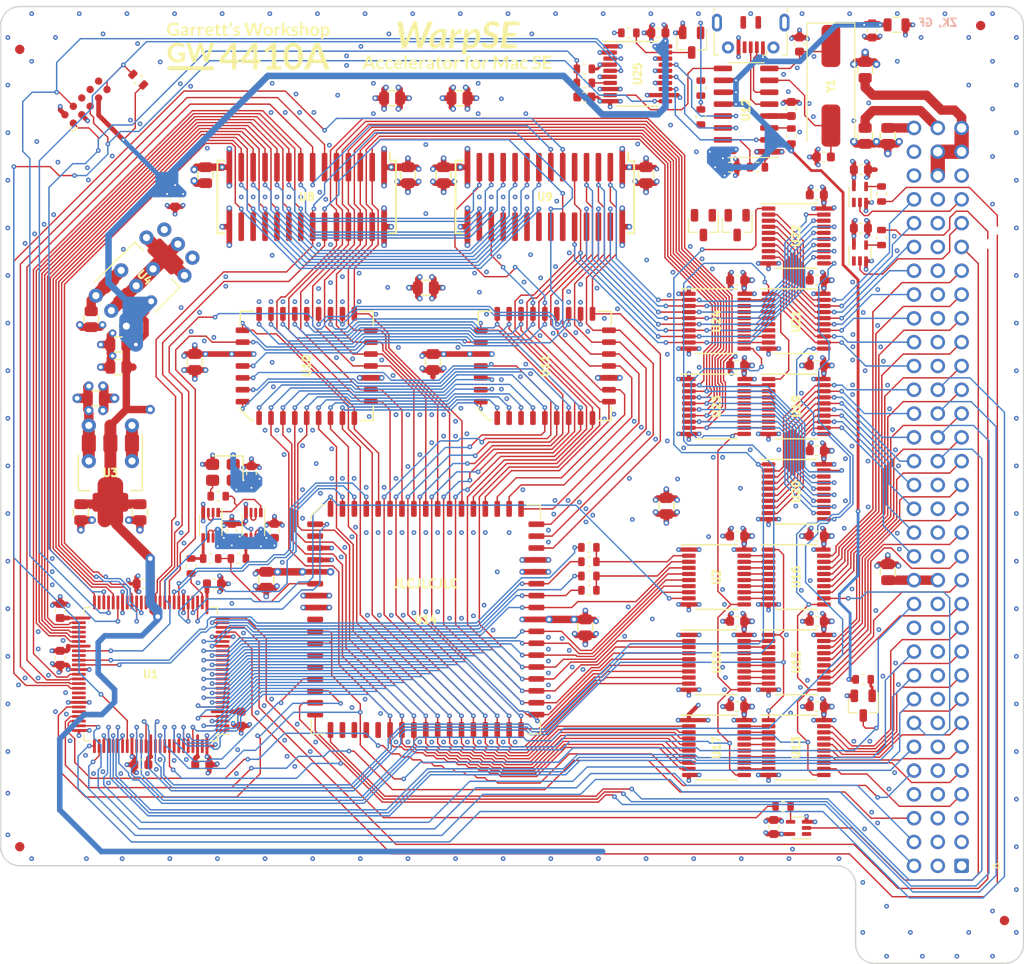
<source format=kicad_pcb>
(kicad_pcb (version 20221018) (generator pcbnew)
  (layers (0 "F.Cu" signal) (1 "In1.Cu" power) (2 "In2.Cu" power) (31 "B.Cu" signal) (34 "B.Paste" user) (35 "F.Paste" user) (36 "B.SilkS" user "B.Silkscreen") (37 "F.SilkS" user "F.Silkscreen") (38 "B.Mask" user) (39 "F.Mask" user) (44 "Edge.Cuts" user))
  (net 0 "")
  (net 1 "GND")
  (net 2 "+5V")
  (net 3 "+3V3")
  (net 4 "-5V")
  (net 5 "+12V")
  (net 6 "-12V")
  (net 7 "USB5V")
  (net 8 "Net-(U12-XO)")
  (net 9 "Net-(U12-XI)")
  (net 10 "Net-(Q2-B)")
  (net 11 "/Buf/MacA1")
  (net 12 "/Buf/MacA2")
  (net 13 "/Buf/MacA3")
  (net 14 "/Buf/MacA4")
  (net 15 "/Buf/MacA5")
  (net 16 "/Buf/MacA6")
  (net 17 "/Buf/MacA7")
  (net 18 "/Buf/MacA8")
  (net 19 "/Buf/MacA9")
  (net 20 "/Buf/MacA10")
  (net 21 "/Buf/MacA11")
  (net 22 "/Buf/MacA12")
  (net 23 "/Buf/MacA13")
  (net 24 "/Buf/MacA14")
  (net 25 "/Control/~{RESET}")
  (net 26 "/Buf/MacA15")
  (net 27 "/Control/Mac~{AS}")
  (net 28 "/Control/Mac~{UDS}")
  (net 29 "/Control/Mac~{LDS}")
  (net 30 "/Buf/Mac~{R}W")
  (net 31 "/Control/Mac~{DTACK}")
  (net 32 "/Buf/MacA16")
  (net 33 "/Control/Mac~{VMA}")
  (net 34 "/Control/Mac~{VPA}")
  (net 35 "/Buf/MacA17")
  (net 36 "/Buf/MacA18")
  (net 37 "/Buf/MacA19")
  (net 38 "/Buf/MacA20")
  (net 39 "/Buf/MacA21")
  (net 40 "/Buf/MacA22")
  (net 41 "/Buf/MacA23")
  (net 42 "/Control/Mac~{BERR}")
  (net 43 "/Control/~{IPL}2")
  (net 44 "/MC68k/~{IPL}1")
  (net 45 "/MC68k/~{IPL}0")
  (net 56 "/Control/Mac~{BR}")
  (net 58 "/Buf/MacD0")
  (net 59 "/Buf/MacD1")
  (net 60 "/Buf/MacD2")
  (net 61 "/Buf/MacD3")
  (net 62 "/Buf/MacD4")
  (net 63 "/Buf/MacD5")
  (net 64 "/Buf/MacD6")
  (net 65 "/Buf/MacD7")
  (net 66 "/Buf/MacD8")
  (net 67 "/Buf/MacD9")
  (net 68 "/Buf/MacD10")
  (net 69 "/Buf/MacD11")
  (net 70 "/Buf/MacD12")
  (net 71 "/Buf/MacD13")
  (net 72 "/Buf/MacD14")
  (net 73 "/Buf/MacD15")
  (net 75 "/Control/TMS")
  (net 76 "/Control/TCK")
  (net 78 "/Control/TDI")
  (net 82 "/Control/TDO")
  (net 86 "/Buf/Aout23")
  (net 87 "Net-(J3-D-)")
  (net 88 "Net-(J3-D+)")
  (net 89 "/Clk.sch/MCLK")
  (net 91 "Net-(Q1-B)")
  (net 92 "/Control/Acc~{VPA}")
  (net 93 "/Control/Acc~{BERR}")
  (net 94 "/Buf/Din~{OE}")
  (net 95 "/Buf/Dout~{OE}")
  (net 96 "/Buf/Aout~{OE}")
  (net 97 "/Buf/DinLE")
  (net 98 "/Buf/ADoutLE0")
  (net 99 "/Buf/ADoutLE1")
  (net 100 "/Buf/AccA5")
  (net 101 "/Buf/AccA6")
  (net 102 "/Buf/AccA7")
  (net 103 "/Buf/AccA8")
  (net 104 "/Buf/AccA9")
  (net 105 "/Control/U~{WE}")
  (net 106 "/Control/L~{WE}")
  (net 107 "/Control/~{RAS}")
  (net 108 "/Control/RA11")
  (net 109 "Net-(U6-Q)")
  (net 110 "/Buf/AccA10")
  (net 111 "/Control/RA9")
  (net 112 "/Control/RA10")
  (net 113 "/Control/RA8")
  (net 114 "/Control/RA0")
  (net 115 "/Control/RA7")
  (net 116 "/Control/RA1")
  (net 117 "/Buf/AccA11")
  (net 118 "/Control/RA6")
  (net 119 "/Control/RA2")
  (net 120 "/Control/RA5")
  (net 121 "/Control/RA3")
  (net 122 "/Control/RA4")
  (net 123 "/Buf/AccA12")
  (net 124 "/Control/~{OE}")
  (net 125 "/Control/~{CAS}")
  (net 126 "/Control/ROM~{CS}")
  (net 127 "/Control/ROM~{WE}")
  (net 128 "/Control/Acc~{UDS}")
  (net 129 "/Control/Acc~{AS}")
  (net 130 "/Control/Acc~{LDS}")
  (net 131 "/Buf/AccA13")
  (net 132 "/Control/Acc~{DTACK}")
  (net 133 "/Buf/AccA14")
  (net 134 "/Buf/AccA15")
  (net 135 "/Buf/AccA16")
  (net 136 "/Buf/AccA17")
  (net 137 "/Buf/AccA18")
  (net 138 "/Buf/AccA19")
  (net 139 "/Buf/AccA20")
  (net 140 "/Buf/AccA21")
  (net 141 "/Buf/AccA22")
  (net 142 "/Buf/AccA23")
  (net 143 "/Buf/Acc~{R}W")
  (net 144 "Net-(U7-Q)")
  (net 145 "/Clk.sch/FCLK")
  (net 146 "/Control/SW2")
  (net 147 "Net-(U5-Output)")
  (net 148 "Net-(U6-CK)")
  (net 149 "Net-(U12-R232)")
  (net 150 "/Control/Mac~{BG}")
  (net 151 "Net-(U12-RXD)")
  (net 152 "Net-(U25-A5)")
  (net 156 "/Buf/AccD6")
  (net 157 "/Buf/AccD7")
  (net 158 "/Buf/AccD5")
  (net 159 "/Buf/AccD3")
  (net 160 "/Buf/AccD1")
  (net 161 "/Buf/AccD2")
  (net 162 "/Buf/AccD4")
  (net 163 "/Buf/AccD14")
  (net 164 "/Buf/AccD15")
  (net 165 "/Buf/AccD13")
  (net 166 "/Buf/AccD11")
  (net 167 "/Buf/AccD9")
  (net 168 "/Buf/AccD8")
  (net 169 "/Buf/AccD10")
  (net 170 "/Buf/AccD12")
  (net 171 "/Buf/AccA1")
  (net 172 "/Buf/AccA2")
  (net 173 "/Buf/AccA3")
  (net 174 "/Control/CK20EN")
  (net 178 "Net-(U16-D7)")
  (net 179 "Net-(U16-D6)")
  (net 180 "Net-(U16-D5)")
  (net 181 "/Buf/AccA4")
  (net 182 "Net-(U16-D4)")
  (net 183 "Net-(U16-D3)")
  (net 184 "Net-(U16-D2)")
  (net 185 "Net-(U16-D1)")
  (net 186 "Net-(U16-D0)")
  (net 187 "Net-(U6-D)")
  (net 188 "Net-(U7-D)")
  (net 189 "/Buf/AccD0")
  (net 190 "CH340G3V3")
  (net 191 "/Prog/UTDO")
  (net 192 "Net-(U13-D0)")
  (net 193 "Net-(U13-D1)")
  (net 194 "Net-(U13-D2)")
  (net 195 "Net-(U13-D3)")
  (net 196 "Net-(U13-D4)")
  (net 197 "Net-(U13-D5)")
  (net 198 "Net-(U13-D6)")
  (net 199 "Net-(U13-D7)")
  (net 208 "Net-(U15-D0)")
  (net 209 "Net-(U15-D1)")
  (net 210 "Net-(U15-D2)")
  (net 211 "Net-(U15-D3)")
  (net 212 "Net-(U15-D4)")
  (net 213 "Net-(U15-D5)")
  (net 214 "Net-(U15-D6)")
  (net 215 "Net-(U15-D7)")
  (net 216 "Net-(U19-D0)")
  (net 217 "/Prog/UTCK")
  (net 218 "Net-(U19-D1)")
  (net 219 "/Prog/JTAG~{OE}")
  (net 220 "/Buf/Aout22")
  (net 221 "Net-(U19-D2)")
  (net 222 "/Prog/UTMS")
  (net 223 "/Prog/UTDI")
  (net 224 "Net-(U19-D3)")
  (net 225 "Net-(U19-D4)")
  (net 226 "Net-(U19-D5)")
  (net 227 "Net-(U19-D6)")
  (net 228 "Net-(U19-D7)")
  (net 229 "Net-(U21-D0)")
  (net 230 "Net-(U21-D1)")
  (net 231 "Net-(U21-D2)")
  (net 232 "Net-(U21-D3)")
  (net 233 "Net-(U21-D4)")
  (net 234 "Net-(U21-D5)")
  (net 235 "Net-(U21-D6)")
  (net 236 "Net-(U21-D7)")
  (net 237 "/Clk.sch/MCKE")
  (net 238 "/Buf/GA23")
  (net 239 "/Buf/GA22")
  (net 240 "Net-(Q2-E)")
  (net 241 "Net-(Q3-B)")
  (net 242 "Net-(Q3-E)")
  (net 244 "/ClkBuf/E")
  (net 245 "/ClkBuf/BE")
  (net 247 "/ClkBuf/C8M")
  (net 248 "/ClkBuf/BC8M")
  (net 250 "/ClkBuf/C16M")
  (net 251 "/ClkBuf/BC16M")
  (net 252 "Net-(U28-Y)")
  (net 253 "Net-(U27-Y)")
  (net 254 "Net-(U26-Y)")
  (footprint "stdpads:C_0805" (layer "F.Cu") (at 112.903 71.208 -90)
    (fp_text reference "C4")
    (fp_text value "10u")
  )
  (footprint "stdpads:C_0805" (layer "F.Cu") (at 115.7995 73.914 180)
    (fp_text reference "C10")
    (fp_text value "10u")
  )
  (footprint "stdpads:C_0805" (layer "F.Cu") (at 115.7995 76.327 180)
    (fp_text reference "C9")
    (fp_text value "10u")
  )
  (footprint "stdpads:C_0805" (layer "F.Cu") (at 113.4 79.65)
    (fp_text reference "C3")
    (fp_text value "10u")
  )
  (footprint "stdpads:TQFP-100_14x14mm_P0.5mm" (layer "F.Cu") (at 119.25 109.1 90)
    (fp_text reference "U1")
    (fp_text value "XC95144XL-TQ100")
  )
  (footprint "stdpads:C_0805" (layer "F.Cu") (at 195.453 44.616 90)
    (fp_text reference "C22")
    (fp_text value "10u")
  )
  (footprint "stdpads:C_0805" (layer "F.Cu") (at 195.453 51.65 -90)
    (fp_text reference "C20")
    (fp_text value "10u")
  )
  (footprint "stdpads:C_0805" (layer "F.Cu") (at 197.866 51.65 -90)
    (fp_text reference "C24")
    (fp_text value "10u")
  )
  (footprint "stdpads:SOT-223" (layer "F.Cu") (at 118.6 66.75 -135)
    (fp_text reference "U4")
    (fp_text value "DNP-AZ1117CH2-3.3")
  )
  (footprint "stdpads:SOJ-28_300mil" (layer "F.Cu") (at 161.29 58.166 -90)
    (fp_text reference "U9")
    (fp_text value "KM48C2100")
  )
  (footprint "stdpads:DIN41612_R_3x32_Male_Vertical_THT" (layer "F.Cu") (at 205.74 129.54 180)
    (fp_text reference "J1" hide)
    (fp_text value "MacSEPDS")
  )
  (footprint "stdpads:C_0603" (layer "F.Cu") (at 126 99.45)
    (fp_text reference "C27")
    (fp_text value "2u2")
  )
  (footprint "stdpads:TSSOP-20_4.4x6.5mm_P0.65mm" (layer "F.Cu") (at 179.6 98.725 -90)
    (fp_text reference "U2")
    (fp_text value "74AHCT573PW")
  )
  (footprint "stdpads:C_0603" (layer "F.Cu") (at 181.8 94.35 180)
    (fp_text reference "C39")
    (fp_text value "2u2")
  )
  (footprint "stdpads:C_0603" (layer "F.Cu") (at 190.3 57.95 180)
    (fp_text reference "C33")
    (fp_text value "2u2")
  )
  (footprint "stdpads:C_0603" (layer "F.Cu") (at 190.3 94.35 180)
    (fp_text reference "C40")
    (fp_text value "2u2")
  )
  (footprint "stdpads:C_0603" (layer "F.Cu") (at 190.3 85.25 180)
    (fp_text reference "C38")
    (fp_text value "2u2")
  )
  (footprint "stdpads:C_0603" (layer "F.Cu") (at 181.8 112.55 180)
    (fp_text reference "C43")
    (fp_text value "2u2")
  )
  (footprint "stdpads:C_0603" (layer "F.Cu") (at 190.3 112.55 180)
    (fp_text reference "C44")
    (fp_text value "2u2")
  )
  (footprint "stdpads:C_0603" (layer "F.Cu") (at 190.3 67.05 180)
    (fp_text reference "C35")
    (fp_text value "2u2")
  )
  (footprint "stdpads:C_0603" (layer "F.Cu") (at 181.8 67.05 180)
    (fp_text reference "C34")
    (fp_text value "2u2")
  )
  (footprint "stdpads:C_0603" (layer "F.Cu") (at 181.8 76.15 180)
    (fp_text reference "C36")
    (fp_text value "2u2")
  )
  (footprint "stdpads:C_0603" (layer "F.Cu") (at 181.8 103.45 180)
    (fp_text reference "C41")
    (fp_text value "2u2")
  )
  (footprint "stdpads:C_0603" (layer "F.Cu") (at 190.3 103.45 180)
    (fp_text reference "C42")
    (fp_text value "2u2")
  )
  (footprint "stdpads:C_0805" (layer "F.Cu") (at 197.866 98.21 90)
    (fp_text reference "C18")
    (fp_text value "10u")
  )
  (footprint "stdpads:C_0805" (layer "F.Cu") (at 131.572 99.021 -90)
    (fp_text reference "C1")
    (fp_text value "10u")
  )
  (footprint "stdpads:C_0805" (layer "F.Cu") (at 165.608 104.101 -90)
    (fp_text reference "C2")
    (fp_text value "10u")
  )
  (footprint "stdpads:TSSOP-20_4.4x6.5mm_P0.65mm" (layer "F.Cu") (at 179.6 71.425 -90)
    (fp_text reference "U24")
    (fp_text value "74AHCT573PW")
  )
  (footprint "stdpads:TSSOP-20_4.4x6.5mm_P0.65mm" (layer "F.Cu") (at 179.6 80.525 -90)
    (fp_text reference "U23")
    (fp_text value "74AHCT573PW")
  )
  (footprint "stdpads:TSSOP-20_4.4x6.5mm_P0.65mm" (layer "F.Cu") (at 188.1 62.325 -90)
    (fp_text reference "U22")
    (fp_text value "74AHCT573PW")
  )
  (footprint "stdpads:TSSOP-20_4.4x6.5mm_P0.65mm" (layer "F.Cu") (at 188.1 71.425 -90)
    (fp_text reference "U21")
    (fp_text value "74AHCT573PW")
  )
  (footprint "stdpads:TSSOP-20_4.4x6.5mm_P0.65mm" (layer "F.Cu") (at 188.1 89.625 -90)
    (fp_text reference "U20")
    (fp_text value "74AHCT573PW")
  )
  (footprint "stdpads:TSSOP-20_4.4x6.5mm_P0.65mm" (layer "F.Cu") (at 188.1 80.525 -90)
    (fp_text reference "U19")
    (fp_text value "74AHCT573PW")
  )
  (footprint "stdpads:TSSOP-20_4.4x6.5mm_P0.65mm" (layer "F.Cu") (at 179.6 107.825 -90)
    (fp_text reference "U18")
    (fp_text value "74AHCT573PW")
  )
  (footprint "stdpads:TSSOP-20_4.4x6.5mm_P0.65mm" (layer "F.Cu") (at 179.6 116.925 -90)
    (fp_text reference "U17")
    (fp_text value "74AHCT573PW")
  )
  (footprint "stdpads:TSSOP-20_4.4x6.5mm_P0.65mm" (layer "F.Cu") (at 188.1 98.725 -90)
    (fp_text reference "U16")
    (fp_text value "74AHCT573PW")
  )
  (footprint "stdpads:TSSOP-20_4.4x6.5mm_P0.65mm" (layer "F.Cu") (at 188.1 107.825 -90)
    (fp_text reference "U15")
    (fp_text value "74AHCT573PW")
  )
  (footprint "stdpads:TSSOP-20_4.4x6.5mm_P0.65mm" (layer "F.Cu") (at 188.1 116.925 -90)
    (fp_text reference "U13")
    (fp_text value "74AHCT573PW")
  )
  (footprint "stdpads:SOJ-28_300mil" (layer "F.Cu") (at 135.89 58.166 -90)
    (fp_text reference "U8")
    (fp_text value "KM48C2100")
  )
  (footprint "stdpads:C_0603" (layer "F.Cu") (at 124.75 118.75)
    (fp_text reference "C29")
    (fp_text value "2u2")
  )
  (footprint "stdpads:C_0603" (layer "F.Cu") (at 109.6 107.35 -90)
    (fp_text reference "C31")
    (fp_text value "2u2")
  )
  (footprint "stdpads:C_0603" (layer "F.Cu") (at 118.25 118.75 180)
    (fp_text reference "C30")
    (fp_text value "2u2")
  )
  (footprint "stdpads:C_0603" (layer "F.Cu") (at 118.5 99.45 180)
    (fp_text reference "C26")
    (fp_text value "2u2")
  )
  (footprint "stdpads:C_0603" (layer "F.Cu") (at 128.9 113.85 -90)
    (fp_text reference "C28")
    (fp_text value "2u2")
  )
  (footprint "stdpads:C_0603" (layer "F.Cu") (at 109.6 102.35 90)
    (fp_text reference "C32")
    (fp_text value "2u2")
  )
  (footprint "stdpads:Fiducial" (layer "F.Cu") (at 105.283 42.418)
    (fp_text reference "FID1")
    (fp_text value "Fiducial" hide)
  )
  (footprint "stdpads:Fiducial" (layer "F.Cu") (at 207.772 39.878)
    (fp_text reference "FID2")
    (fp_text value "Fiducial" hide)
  )
  (footprint "stdpads:Fiducial" (layer "F.Cu") (at 210.312 135.382)
    (fp_text reference "FID3")
    (fp_text value "Fiducial" hide)
  )
  (footprint "stdpads:Fiducial" (layer "F.Cu") (at 105.283 127.508)
    (fp_text reference "FID4")
    (fp_text value "Fiducial" hide)
  )
  (footprint "stdpads:PasteHole_1.152mm_NPTH" (layer "F.Cu") (at 105.283 39.878)
    (fp_text reference "H1")
    (fp_text value " " hide)
  )
  (footprint "stdpads:PasteHole_1.152mm_NPTH" (layer "F.Cu") (at 210.312 39.878)
    (fp_text reference "H2")
    (fp_text value " " hide)
  )
  (footprint "stdpads:PasteHole_1.152mm_NPTH" (layer "F.Cu") (at 210.312 137.922)
    (fp_text reference "H3")
    (fp_text value " " hide)
  )
  (footprint "stdpads:PasteHole_1.152mm_NPTH" (layer "F.Cu") (at 196.469 137.922)
    (fp_text reference "H4")
    (fp_text value " " hide)
  )
  (footprint "stdpads:PasteHole_1.152mm_NPTH" (layer "F.Cu") (at 107.823 127.508)
    (fp_text reference "H5")
    (fp_text value " " hide)
  )
  (footprint "stdpads:PLCC-32" (layer "F.Cu") (at 135.89 76.2)
    (fp_text reference "U10")
    (fp_text value "39SF040")
  )
  (footprint "stdpads:PLCC-32" (layer "F.Cu") (at 161.29 76.2)
    (fp_text reference "U11")
    (fp_text value "39SF040")
  )
  (footprint "stdpads:PLCC-68" (layer "F.Cu") (at 148.59 103.251)
    (fp_text reference "U14")
    (fp_text value "MC68HC000FN20")
  )
  (footprint "stdpads:SOT-223" (layer "F.Cu") (at 114.95 87.6 90)
    (fp_text reference "U3")
    (fp_text value "AZ1117EH-3.3")
  )
  (footprint "stdpads:C_0805" (layer "F.Cu") (at 111.8 91.8 -90)
    (fp_text reference "C7")
    (fp_text value "10u")
  )
  (footprint "stdpads:C_0805" (layer "F.Cu") (at 118.1 91.8 -90)
    (fp_text reference "C8")
    (fp_text value "10u")
  )
  (footprint "stdpads:C_0805" (layer "F.Cu") (at 123.952 75.78 -90)
    (fp_text reference "C16")
    (fp_text value "10u")
  )
  (footprint "stdpads:C_0805" (layer "F.Cu") (at 149.352 75.78 -90)
    (fp_text reference "C17")
    (fp_text value "10u")
  )
  (footprint "stdpads:C_0805" (layer "F.Cu") (at 172.085 55.841 -90)
    (fp_text reference "C15")
    (fp_text value "10u")
  )
  (footprint "stdpads:C_0805" (layer "F.Cu") (at 125.095 55.841 -90)
    (fp_text reference "C12")
    (fp_text value "10u")
  )
  (footprint "stdpads:C_0805" (layer "F.Cu") (at 146.685 55.841 -90)
    (fp_text reference "C13")
    (fp_text value "10u")
  )
  (footprint "stdpads:C_0805" (layer "F.Cu") (at 150.495 55.841 -90)
    (fp_text reference "C14")
    (fp_text value "10u")
  )
  (footprint "stdpads:C_0603" (layer "F.Cu") (at 190.3 76.15 180)
    (fp_text reference "C37")
    (fp_text value "2u2")
  )
  (footprint "Connector:Tag-Connect_TC2050-IDC-FP_2x05_P1.27mm_Vertical" (layer "F.Cu") (at 112.345038 48.046936 45)
    (fp_text reference "J2")
    (fp_text value "JTAG")
  )
  (footprint "stdpads:USB_Micro-B_ShouHan_MicroXNJ" (layer "F.Cu") (at 183.25 40.4125 90)
    (fp_text reference "J3")
    (fp_text value "microUSB")
  )
  (footprint "stdpads:R_0603" (layer "F.Cu") (at 165.5 44.5)
    (fp_text reference "R16")
    (fp_text value "10k")
  )
  (footprint "stdpads:R_0603" (layer "F.Cu") (at 117.913685 45.650685 135)
    (fp_text reference "R15")
    (fp_text value "10k")
  )
  (footprint "stdpads:SOT-23" (layer "F.Cu") (at 195.25 112.45 90)
    (fp_text reference "Q2")
    (fp_text value "MMBT3904")
  )
  (footprint "stdpads:C_0603" (layer "F.Cu") (at 191.05 53.9 180)
    (fp_text reference "C47")
    (fp_text value "22p")
  )
  (footprint "stdpads:R_0603" (layer "F.Cu") (at 187.579 51.6635 90)
    (fp_text reference "R9")
    (fp_text value "10k")
  )
  (footprint "stdpads:C_0805" (layer "F.Cu") (at 174.25 91.15 -90)
    (fp_text reference "C19")
    (fp_text value "10u")
  )
  (footprint "stdpads:R_0603" (layer "F.Cu") (at 183.9595 54.991)
    (fp_text reference "R5")
    (fp_text value "10k")
  )
  (footprint "stdpads:SOIC-16_3.9mm" (layer "F.Cu") (at 182.753 48.895 90)
    (fp_text reference "U12")
    (fp_text value "CH340G")
  )
  (footprint "stdpads:C_0603" (layer "F.Cu") (at 181.0265 54.991)
    (fp_text reference "C23")
    (fp_text value "2u2")
  )
  (footprint "stdpads:Crystal_HC49-SMD" (layer "F.Cu") (at 191.8 46.3 -90)
    (fp_text reference "Y1")
    (fp_text value "12M")
  )
  (footprint "stdpads:R_0603" (layer "F.Cu") (at 195.25 109.65 180)
    (fp_text reference "R11")
    (fp_text value "1k")
  )
  (footprint "stdpads:C_0603" (layer "F.Cu") (at 188.45 41.9 90)
    (fp_text reference "C46")
    (fp_text value "22p")
  )
  (footprint "stdpads:C_0603" (layer "F.Cu") (at 121.85 58.45 -90)
    (fp_text reference "C11")
    (fp_text value "2u2")
  )
  (footprint "stdpads:C_0603" (layer "F.Cu") (at 196.2 40.4 -90)
    (fp_text reference "C25")
    (fp_text value "2u2")
  )
  (footprint "stdpads:R_0603" (layer "F.Cu") (at 165.989 98.6155)
    (fp_text reference "R22")
    (fp_text value "DNP")
  )
  (footprint "stdpads:SOT-353" (layer "F.Cu") (at 194.9 64.15 -90)
    (fp_text reference "U27")
    (fp_text value "74LVC1G07GW")
  )
  (footprint "stdpads:C_0603" (layer "F.Cu") (at 185.7 125.4 90)
    (fp_text reference "C48")
    (fp_text value "2u2")
  )
  (footprint "stdpads:SOT-23" (layer "F.Cu") (at 181.8 61.175 90)
    (fp_text reference "Q4")
    (fp_text value "MMBT3904")
  )
  (footprint "LOGO" (layer "F.Cu") (at 129.667 42.291)
    (fp_text reference "G***" hide)
    (fp_text value "LOGO" hide)
  )
  (footprint "stdpads:R_0603" (layer "F.Cu") (at 177.927 46.55 -90)
    (fp_text reference "R13")
    (fp_text value "1k")
  )
  (footprint "stdpads:R_0603" (layer "F.Cu") (at 186.7 123.2)
    (fp_text reference "R18")
    (fp_text value "47")
  )
  (footprint "stdpads:SOT-23" (layer "F.Cu") (at 178.2 61.175 90)
    (fp_text reference "Q3")
    (fp_text value "MMBT3904")
  )
  (footprint "stdpads:R_0603" (layer "F.Cu") (at 165.5 46 180)
    (fp_text reference "R20")
    (fp_text value "47")
  )
  (footprint "stdpads:SOT-23" (layer "F.Cu") (at 176.95 41.7 90)
    (fp_text reference "Q1")
    (fp_text value "MMBT3904")
  )
  (footprint "stdpads:C_0603" (layer "F.Cu") (at 195 61.5)
    (fp_text reference "C55")
    (fp_text value "2u2")
  )
  (footprint "stdpads:R_0603" (layer "F.Cu") (at 165.989 97.0915)
    (fp_text reference "R4")
    (fp_text value "0")
  )
  (footprint "LOGO" (layer "F.Cu") (at 151.9555 41.883986)
    (fp_text reference "G***" hide)
    (fp_text value "LOGO" hide)
  )
  (footprint "stdpads:C_0805" (layer "F.Cu") (at 144.995 47.625)
    (fp_text reference "C50")
    (fp_text value "10u")
  )
  (footprint "stdpads:R_0603" (layer "F.Cu") (at 123.55 97.55 90)
    (fp_text reference "R2")
    (fp_text value "47")
  )
  (footprint "stdpads:R_0603" (layer "F.Cu") (at 125.65 96.75)
    (fp_text reference "R12")
    (fp_text value "47")
  )
  (footprint "stdpads:SOT-353" (layer "F.Cu") (at 194.9 57.9 -90)
    (fp_text reference "U28")
    (fp_text value "74LVC1G07GW")
  )
  (footprint "stdpads:R_0603" (layer "F.Cu") (at 165.989 100.1395)
    (fp_text reference "R6")
    (fp_text value "0")
  )
  (footprint "stdpads:R_0603" (layer "F.Cu") (at 197.2 62.5 -90)
    (fp_text reference "R17")
    (fp_text value "47")
  )
  (footprint "stdpads:TSSOP-20_4.4x6.5mm_P0.65mm" (layer "F.Cu") (at 171.2 45.025 -90)
    (fp_text reference "U25")
    (fp_text value "74LVC245APW")
  )
  (footprint "stdpads:R_0603" (layer "F.Cu") (at 128.6 96.75)
    (fp_text reference "R1")
    (fp_text value "47")
  )
  (footprint "stdpads:C_0603" (layer "F.Cu") (at 173.4 40.65 180)
    (fp_text reference "C21")
    (fp_text value "2u2")
  )
  (footprint "stdpads:R_0603" (layer "F.Cu") (at 170.25 40.65)
    (fp_text reference "R8")
    (fp_text value "1k")
  )
  (footprint "stdpads:R_0603" (layer "F.Cu") (at 126.45 90.1 180)
    (fp_text reference "R3")
    (fp_text value "47")
  )
  (footprint "stdpads:C_0603" (layer "F.Cu") (at 127.9 93.8 90)
    (fp_text reference "C5")
    (fp_text value "2u2")
  )
  (footprint "stdpads:C_0603" (layer "F.Cu") (at 195 55.25)
    (fp_text reference "C55")
    (fp_text value "2u2")
  )
  (footprint "stdpads:C_0603" (layer "F.Cu") (at 130 87.65 90)
    (fp_text reference "C53")
    (fp_text value "2u2")
  )
  (footprint "stdpads:R_0603" (layer "F.Cu") (at 177.927 49.6315 -90)
    (fp_text reference "R14")
    (fp_text value "1k5")
  )
  (footprint "stdpads:C_0805" (layer "F.Cu") (at 152.185 47.625 180)
    (fp_text reference "C51")
    (fp_text value "10u")
  )
  (footprint "stdpads:C_0603" (layer "F.Cu") (at 165.5 47.5)
    (fp_text reference "C52")
    (fp_text value "22p")
  )
  (footprint "stdpads:R_0603" (layer "F.Cu") (at 197.2 57.85 90)
    (fp_text reference "R7")
    (fp_text value "47")
  )
  (footprint "stdpads:NXP_VSSOP-8_2.3x2mm" (layer "F.Cu") (at 125.65 93.2 -90)
    (fp_text reference "U7")
    (fp_text value "74LVC1G74DC")
  )
  (footprint "stdpads:R_0805" (layer "F.Cu") (at 198.8 39.8)
    (fp_text reference "R10")
    (fp_text value "470")
  )
  (footprint "stdpads:C_0603" (layer "F.Cu") (at 132.45 93.8 90)
    (fp_text reference "C6")
    (fp_text value "2u2")
  )
  (footprint "stdpads:Crystal_SMD_3225-4Pin_3.2x2.5mm" (layer "F.Cu") (at 126.95 87.55 180)
    (fp_text reference "U5")
    (fp_text value "50M")
  )
  (footprint "stdpads:C_0805" (layer "F.Cu") (at 148.6 67.85)
    (fp_text reference "C45")
    (fp_text value "10u")
  )
  (footprint "stdpads:R_0603" (layer "F.Cu") (at 165.989 95.5675)
    (fp_text reference "R21")
    (fp_text value "DNP")
  )
  (footprint "stdpads:NXP_VSSOP-8_2.3x2mm" (layer "F.Cu") (at 130.2 93.2 -90)
    (fp_text reference "U6")
    (fp_text value "74LVC1G74DC")
  )
  (footprint "stdpads:C_0603" (layer "F.Cu") (at 187.579 48.78 90)
    (fp_text reference "C49")
    (fp_text value "2u2")
  )
  (footprint "stdpads:SOT-353" (layer "F.Cu") (at 188.35 125.5)
    (fp_text reference "U26")
    (fp_text value "74LVC1G07GW")
  )
  (gr_arc (start 105.283 129.54) (mid 103.846159 128.944841) (end 103.251 127.508) (stroke (width 0.15)) (layer "Edge.Cuts"))
  (gr_arc (start 192.405 129.54) (mid 193.841841 130.135159) (end 194.437 131.572) (stroke (width 0.15)) (layer "Edge.Cuts"))
  (gr_arc (start 196.469 139.954) (mid 195.032159 139.358841) (end 194.437 137.922) (stroke (width 0.15)) (layer "Edge.Cuts"))
  (gr_arc (start 212.344 137.922) (mid 211.748841 139.358841) (end 210.312 139.954) (stroke (width 0.15)) (layer "Edge.Cuts"))
  (gr_line (start 210.312 37.846) (end 105.283 37.846) (stroke (width 0.15)) (layer "Edge.Cuts"))
  (gr_line (start 103.251 127.508) (end 103.251 39.878) (stroke (width 0.15)) (layer "Edge.Cuts"))
  (gr_line (start 192.405 129.54) (end 105.283 129.54) (stroke (width 0.15)) (layer "Edge.Cuts"))
  (gr_line (start 194.437 137.922) (end 194.437 131.572) (stroke (width 0.15)) (layer "Edge.Cuts"))
  (gr_line (start 210.312 139.954) (end 196.469 139.954) (stroke (width 0.15)) (layer "Edge.Cuts"))
  (gr_line (start 212.344 39.878) (end 212.344 137.922) (stroke (width 0.15)) (layer "Edge.Cuts"))
  (gr_arc (start 103.251 39.878) (mid 103.846159 38.441159) (end 105.283 37.846) (stroke (width 0.15)) (layer "Edge.Cuts"))
  (gr_arc (start 210.312 37.846) (mid 211.748841 38.441159) (end 212.344 39.878) (stroke (width 0.15)) (layer "Edge.Cuts"))
  (gr_text "ZK, GF" (at 203.2 39.5605) (layer "B.SilkS") (effects (font (size 0.8128 0.8128) (thickness 0.2032)) (justify mirror)))
  (gr_text "JLCJLCJLC" (at 148.59 99.441) (layer "F.SilkS") (effects (font (size 0.9 0.9) (thickness 0.2032))))
  (segment (start 195.453 43.766) (end 196.42 43.766) (width 0.8) (layer "F.Cu") (net 1))
  (segment (start 196.42 43.766) (end 196.6595 44.0055) (width 0.8) (layer "F.Cu") (net 1))
  (segment (start 194.486 43.766) (end 194.2465 44.0055) (width 0.8) (layer "F.Cu") (net 1))
  (segment (start 195.453 43.766) (end 194.486 43.766) (width 0.8) (layer "F.Cu") (net 1))
  (segment (start 195.453 43.766) (end 195.453 42.7355) (width 0.8) (layer "F.Cu") (net 1))
  (segment (start 114.9495 73.914) (end 113.919 73.914) (width 0.8) (layer "F.Cu") (net 1))
  (segment (start 125.0805 76.63) (end 125.095 76.6445) (width 0.6) (layer "F.Cu") (net 1))
  (segment (start 122.8235 76.63) (end 122.809 76.6445) (width 0.6) (layer "F.Cu") (net 1))
  (segment (start 123.952 76.63) (end 125.0805 76.63) (width 0.6) (layer "F.Cu") (net 1))
  (segment (start 113.87 72.058) (end 114.1095 71.8185) (width 0.8) (layer "F.Cu") (net 1))
  (segment (start 123.952 76.63) (end 122.8235 76.63) (width 0.6) (layer "F.Cu") (net 1))
  (segment (start 112.903 72.058) (end 113.87 72.058) (width 0.8) (layer "F.Cu") (net 1))
  (segment (start 114.9495 76.327) (end 113.919 76.327) (width 0.8) (layer "F.Cu") (net 1))
  (segment (start 114.9495 72.947) (end 115.189 72.7075) (width 0.8) (layer "F.Cu") (net 1))
  (segment (start 112.903 72.058) (end 111.936 72.058) (width 0.8) (layer "F.Cu") (net 1))
  (segment (start 111.936 72.058) (end 111.6965 71.8185) (width 0.8) (layer "F.Cu") (net 1))
  (segment (start 114.9495 73.914) (end 114.9495 74.881) (width 0.8) (layer "F.Cu") (net 1))
  (segment (start 114.9495 74.881) (end 115.189 75.1205) (width 0.8) (layer "F.Cu") (net 1))
  (segment (start 114.9495 73.914) (end 114.9495 72.947) (width 0.8) (layer "F.Cu") (net 1))
  (segment (start 114.9495 76.327) (end 114.9495 75.36) (width 0.8) (layer "F.Cu") (net 1))
  (segment (start 114.9495 75.36) (end 115.189 75.1205) (width 0.8) (layer "F.Cu") (net 1))
  (segment (start 149.352 76.63) (end 149.352 77.343) (width 0.6) (layer "F.Cu") (net 1))
  (segment (start 189.55 76.15) (end 189.55 75.45) (width 0.5) (layer "F.Cu") (net 1))
  (segment (start 189.55 57.95) (end 189.55 57.25) (width 0.5) (layer "F.Cu") (net 1))
  (segment (start 189.55 75.45) (end 189.7 75.3) (width 0.5) (layer "F.Cu") (net 1))
  (segment (start 189.55 66.35) (end 189.7 66.2) (width 0.5) (layer "F.Cu") (net 1))
  (segment (start 189.55 67.05) (end 189.55 66.35) (width 0.5) (layer "F.Cu") (net 1))
  (segment (start 181.05 67.05) (end 181.05 66.35) (width 0.5) (layer "F.Cu") (net 1))
  (segment (start 181.05 66.35) (end 181.2 66.2) (width 0.5) (layer "F.Cu") (net 1))
  (segment (start 189.55 85.25) (end 189.55 84.55) (width 0.5) (layer "F.Cu") (net 1))
  (segment (start 189.55 93.65) (end 189.7 93.5) (width 0.5) (layer "F.Cu") (net 1))
  (segment (start 189.55 84.55) (end 189.7 84.4) (width 0.5) (layer "F.Cu") (net 1))
  (segment (start 189.55 94.35) (end 189.55 93.65) (width 0.5) (layer "F.Cu") (net 1))
  (segment (start 189.55 103.45) (end 189.55 102.75) (width 0.5) (layer "F.Cu") (net 1))
  (segment (start 189.55 102.75) (end 189.7 102.6) (width 0.5) (layer "F.Cu") (net 1))
  (segment (start 181.05 103.45) (end 181.05 102.75) (width 0.5) (layer "F.Cu") (net 1))
  (segment (start 181.05 102.75) (end 181.2 102.6) (width 0.5) (layer "F.Cu") (net 1))
  (segment (start 189.55 111.85) (end 189.7 111.7) (width 0.5) (layer "F.Cu") (net 1))
  (segment (start 181.05 112.55) (end 181.05 111.85) (width 0.5) (layer "F.Cu") (net 1))
  (segment (start 189.55 112.55) (end 189.55 111.85) (width 0.5) (layer "F.Cu") (net 1))
  (segment (start 181.05 111.85) (end 181.2 111.7) (width 0.5) (layer "F.Cu") (net 1))
  (segment (start 166.575 104.951) (end 166.751 104.775) (width 0.6) (layer "F.Cu") (net 1))
  (segment (start 189.55 94.35) (end 188.7 94.35) (width 0.6) (layer "F.Cu") (net 1))
  (segment (start 176.65 68.5) (end 175.55 68.5) (width 0.45) (layer "F.Cu") (net 1))
  (segment (start 165.608 104.951) (end 166.575 104.951) (width 0.6) (layer "F.Cu") (net 1))
  (segment (start 176.65 77.6) (end 176.65 77) (width 0.45) (layer "F.Cu") (net 1))
  (segment (start 197.866 97.36) (end 197.866 96.393) (width 0.6) (layer "F.Cu") (net 1))
  (segment (start 176.65 68.5) (end 176.65 67.9) (width 0.45) (layer "F.Cu") (net 1))
  (segment (start 189.55 76.15) (end 188.7 76.15) (width 0.6) (layer "F.Cu") (net 1))
  (segment (start 189.55 57.25) (end 189.7 57.1) (width 0.5) (layer "F.Cu") (net 1))
  (segment (start 196.899 97.36) (end 196.723 97.536) (width 0.6) (layer "F.Cu") (net 1))
  (segment (start 197.866 97.36) (end 196.899 97.36) (width 0.6) (layer "F.Cu") (net 1))
  (segment (start 197.866 97.36) (end 198.833 97.36) (width 0.6) (layer "F.Cu") (net 1))
  (segment (start 198.833 97.36) (end 199.009 97.536) (width 0.6) (layer "F.Cu") (net 1))
  (segment (start 168.1275 77.47) (end 169.291 77.47) (width 0.6) (layer "F.Cu") (net 1))
  (segment (start 168.1275 77.47) (end 166.9415 77.47) (width 0.6) (layer "F.Cu") (net 1))
  (segment (start 142.7275 77.47) (end 143.891 77.47) (width 0.6) (layer "F.Cu") (net 1))
  (segment (start 142.7275 77.47) (end 141.5415 77.47) (width 0.6) (layer "F.Cu") (net 1))
  (segment (start 176.65 77.6) (end 175.55 77.6) (width 0.45) (layer "F.Cu") (net 1))
  (segment (start 181.05 76.15) (end 181.05 76.85) (width 0.5) (layer "F.Cu") (net 1))
  (segment (start 117.35 117.9) (end 117.25 117.9) (width 0.5) (layer "F.Cu") (net 1))
  (segment (start 117.25 116.7625) (end 117.25 117.9) (width 0.3) (layer "F.Cu") (net 1))
  (segment (start 125.5 118.05) (end 125.35 117.9) (width 0.5) (layer "F.Cu") (net 1))
  (segment (start 181.05 76.85) (end 181.2 77) (width 0.5) (layer "F.Cu") (net 1))
  (segment (start 117.5 118.75) (end 117.5 118.05) (width 0.5) (layer "F.Cu") (net 1))
  (segment (start 181.05 75.474278) (end 181.05 76.15) (width 0.15) (layer "F.Cu") (net 1))
  (segment (start 180.962139 75.562139) (end 181.05 75.474278) (width 0.15) (layer "F.Cu") (net 1))
  (segment (start 180.962139 76.062139) (end 180.962139 75.562139) (width 0.15) (layer "F.Cu") (net 1))
  (segment (start 181.05 76.15) (end 180.962139 76.062139) (width 0.15) (layer "F.Cu") (net 1))
  (segment (start 181.187139 76.012861) (end 181.187139 75.512861) (width 0.15) (layer "F.Cu") (net 1))
  (segment (start 181.05 76.15) (end 181.187139 76.012861) (width 0.15) (layer "F.Cu") (net 1))
  (segment (start 181.5 75.2) (end 181.6 75.2) (width 0.15) (layer "F.Cu") (net 1))
  (segment (start 181.187139 75.512861) (end 181.5 75.2) (width 0.15) (layer "F.Cu") (net 1))
  (segment (start 181.05 76.15) (end 181.05 75.5) (width 0.15) (layer "F.Cu") (net 1))
  (segment (start 181.35 75.2) (end 181.6 75.2) (width 0.15) (layer "F.Cu") (net 1))
  (segment (start 181.05 75.5) (end 181.35 75.2) (width 0.15) (layer "F.Cu") (net 1))
  (segment (start 125.5 118.75) (end 125.5 118.05) (width 0.5) (layer "F.Cu") (net 1))
  (segment (start 125.35 117.9) (end 125.25 117.9) (width 0.5) (layer "F.Cu") (net 1))
  (segment (start 125.25 116.7625) (end 125.25 117.9) (width 0.3) (layer "F.Cu") (net 1))
  (segment (start 145.718 56.691) (end 145.542 56.515) (width 0.6) (layer "F.Cu") (net 1))
  (segment (start 146.685 56.691) (end 145.718 56.691) (width 0.6) (layer "F.Cu") (net 1))
  (segment (start 150.495 56.691) (end 151.462 56.691) (width 0.6) (layer "F.Cu") (net 1))
  (segment (start 151.462 56.691) (end 151.638 56.515) (width 0.6) (layer "F.Cu") (net 1))
  (segment (start 147.652 56.691) (end 147.828 56.515) (width 0.6) (layer "F.Cu") (net 1))
  (segment (start 146.685 56.691) (end 146.685 57.658) (width 0.6) (layer "F.Cu") (net 1))
  (segment (start 169.545 61.341) (end 169.545 63.3095) (width 0.6) (layer "F.Cu") (net 1))
  (segment (start 169.545 61.341) (end 169.545 59.3725) (width 0.6) (layer "F.Cu") (net 1))
  (segment (start 169.545 61.341) (end 170.307 61.341) (width 0.6) (layer "F.Cu") (net 1))
  (segment (start 153.035 61.341) (end 153.035 63.3095) (width 0.6) (layer "F.Cu") (net 1))
  (segment (start 153.035 61.341) (end 153.035 59.3725) (width 0.6) (layer "F.Cu") (net 1))
  (segment (start 153.035 61.341) (end 152.273 61.341) (width 0.6) (layer "F.Cu") (net 1))
  (segment (start 144.145 61.341) (end 144.145 59.3725) (width 0.6) (layer "F.Cu") (net 1))
  (segment (start 144.145 61.341) (end 144.907 61.341) (width 0.6) (layer "F.Cu") (net 1))
  (segment (start 144.145 61.341) (end 144.145 63.3095) (width 0.6) (layer "F.Cu") (net 1))
  (segment (start 127.635 61.341) (end 126.873 61.341) (width 0.6) (layer "F.Cu") (net 1))
  (segment (start 127.635 61.341) (end 127.635 63.3095) (width 0.6) (layer "F.Cu") (net 1))
  (segment (start 164.641 104.951) (end 164.465 104.775) (width 0.6) (layer "F.Cu") (net 1))
  (segment (start 117.5 118.05) (end 117.35 117.9) (width 0.5) (layer "F.Cu") (net 1))
  (segment (start 181.05 67.05) (end 181.05 67.75) (width 0.5) (layer "F.Cu") (net 1))
  (segment (start 181.05 67.75) (end 181.2 67.9) (width 0.5) (layer "F.Cu") (net 1))
  (segment (start 165.608 104.951) (end 164.641 104.951) (width 0.6) (layer "F.Cu") (net 1))
  (segment (start 165.608 104.951) (end 165.608 105.918) (width 0.6) (layer "F.Cu") (net 1))
  (segment (start 181.05 94.35) (end 181.05 93.65) (width 0.5) (layer "F.Cu") (net 1))
  (segment (start 176.65 101.65) (end 176.65 102.25) (width 0.45) (layer "F.Cu") (net 1))
  (segment (start 181.05 93.65) (end 181.2 93.5) (width 0.5) (layer "F.Cu") (net 1))
  (segment (start 176.65 101.65) (end 175.55 101.65) (width 0.45) (layer "F.Cu") (net 1))
  (segment (start 176.65 101.65) (end 177.75 101.65) (width 0.45) (layer "F.Cu") (net 1))
  (segment (start 127.635 61.341) (end 127.635 59.3725) (width 0.6) (layer "F.Cu") (net 1))
  (segment (start 117.25 116.7625) (end 117.25 115.65) (width 0.3) (layer "F.Cu") (net 1))
  (segment (start 111.5875 108.6) (end 110.45 108.6) (width 0.3) (layer "F.Cu") (net 1))
  (segment (start 111.5875 112.1) (end 112.7 112.1) (width 0.3) (layer "F.Cu") (net 1))
  (segment (start 111.5875 115.1) (end 111.5875 115.6375) (width 0.3) (layer "F.Cu") (net 1))
  (segment (start 111.5875 115.6375) (end 111.6 115.65) (width 0.3) (layer "F.Cu") (net 1))
  (segment (start 111.5875 112.1) (end 110.45 112.1) (width 0.3) (layer "F.Cu") (net 1))
  (segment (start 111.5875 108.6) (end 112.7 108.6) (width 0.3) (layer "F.Cu") (net 1))
  (segment (start 125.5 118.75) (end 126.25 118.75) (width 0.5) (layer "F.Cu") (net 1))
  (segment (start 120.827386 64.522614) (end 122.15 63.2) (width 1.27) (layer "F.Cu") (net 1))
  (segment (start 120.827386 64.522614) (end 119.5 65.85) (width 1.524) (layer "F.Cu") (net 1))
  (segment (start 117.7 67.65) (end 119.5 65.85) (width 1.524) (layer "F.Cu") (net 1))
  (segment (start 116.372614 68.977386) (end 115.05 70.3) (width 1.27) (layer "F.Cu") (net 1))
  (segment (start 116.372614 68.977386) (end 117.7 67.65) (width 1.27) (layer "F.Cu") (net 1))
  (segment (start 126.25 118.75) (end 126.35 118.65) (width 0.5) (layer "F.Cu") (net 1))
  (segment (start 160.2625 96.901) (end 161.671 96.901) (width 0.6) (layer "F.Cu") (net 1))
  (segment (start 160.2625 98.171) (end 161.671 98.171) (width 0.6) (layer "F.Cu") (net 1))
  (segment (start 160.2625 98.171) (end 158.877 98.171) (width 0.6) (layer "F.Cu") (net 1))
  (segment (start 160.2625 96.901) (end 158.877 96.901) (width 0.6) (layer "F.Cu") (net 1))
  (segment (start 136.9175 101.981) (end 138.303 101.981) (width 0.6) (layer "F.Cu") (net 1))
  (segment (start 185.15 65.25) (end 186.25 65.25) (width 0.45) (layer "F.Cu") (net 1))
  (segment (start 136.9175 101.981) (end 135.509 101.981) (width 0.6) (layer "F.Cu") (net 1))
  (segment (start 136.9175 100.711) (end 138.303 100.711) (width 0.6) (layer "F.Cu") (net 1))
  (segment (start 185.15 65.25) (end 184.05 65.25) (width 0.45) (layer "F.Cu") (net 1))
  (segment (start 185.15 65.25) (end 185.15 65.85) (width 0.45) (layer "F.Cu") (net 1))
  (segment (start 185.15 74.35) (end 186.25 74.35) (width 0.45) (layer "F.Cu") (net 1))
  (segment (start 185.15 74.35) (end 185.15 74.95) (width 0.45) (layer "F.Cu") (net 1))
  (segment (start 185.15 74.35) (end 184.05 74.35) (width 0.45) (layer "F.Cu") (net 1))
  (segment (start 185.15 83.45) (end 184.05 83.45) (width 0.45) (layer "F.Cu") (net 1))
  (segment (start 185.15 83.45) (end 185.15 84.05) (width 0.45) (layer "F.Cu") (net 1))
  (segment (start 185.15 92.55) (end 185.15 93.15) (width 0.45) (layer "F.Cu") (net 1))
  (segment (start 185.15 83.45) (end 186.25 83.45) (width 0.45) (layer "F.Cu") (net 1))
  (segment (start 185.15 92.55) (end 186.25 92.55) (width 0.45) (layer "F.Cu") (net 1))
  (segment (start 185.15 92.55) (end 184.05 92.55) (width 0.45) (layer "F.Cu") (net 1))
  (segment (start 185.15 101.65) (end 184.05 101.65) (width 0.45) (layer "F.Cu") (net 1))
  (segment (start 185.15 101.65) (end 186.25 101.65) (width 0.45) (layer "F.Cu") (net 1))
  (segment (start 185.15 101.65) (end 185.15 102.25) (width 0.45) (layer "F.Cu") (net 1))
  (segment (start 185.15 110.75) (end 186.25 110.75) (width 0.45) (layer "F.Cu") (net 1))
  (segment (start 185.15 110.75) (end 184.05 110.75) (width 0.45) (layer "F.Cu") (net 1))
  (segment (start 185.15 110.75) (end 185.15 111.35) (width 0.45) (layer "F.Cu") (net 1))
  (segment (start 176.65 83.45) (end 175.55 83.45) (width 0.45) (layer "F.Cu") (net 1))
  (segment (start 176.65 74.35) (end 176.65 74.95) (width 0.45) (layer "F.Cu") (net 1))
  (segment (start 176.65 74.35) (end 177.75 74.35) (width 0.45) (layer "F.Cu") (net 1))
  (segment (start 176.65 83.45) (end 176.65 84.05) (width 0.45) (layer "F.Cu") (net 1))
  (segment (start 185.15 119.85) (end 186.25 119.85) (width 0.45) (layer "F.Cu") (net 1))
  (segment (start 176.65 74.35) (end 175.55 74.35) (width 0.45) (layer "F.Cu") (net 1))
  (segment (start 185.15 119.85) (end 184.05 119.85) (width 0.45) (layer "F.Cu") (net 1))
  (segment (start 185.15 119.85) (end 185.15 120.45) (width 0.45) (layer "F.Cu") (net 1))
  (segment (start 176.65 83.45) (end 177.75 83.45) (width 0.45) (layer "F.Cu") (net 1))
  (segment (start 176.65 110.75) (end 175.55 110.75) (width 0.45) (layer "F.Cu") (net 1))
  (segment (start 176.65 110.75) (end 176.65 111.35) (width 0.45) (layer "F.Cu") (net 1))
  (segment (start 176.65 119.85) (end 177.75 119.85) (width 0.45) (layer "F.Cu") (net 1))
  (segment (start 176.65 110.75) (end 177.75 110.75) (width 0.45) (layer "F.Cu") (net 1))
  (segment (start 176.65 119.85) (end 176.65 120.45) (width 0.45) (layer "F.Cu") (net 1))
  (segment (start 136.9175 100.711) (end 135.509 100.711) (width 0.6) (layer "F.Cu") (net 1))
  (segment (start 198.833 52.5) (end 199.0725 52.2605) (width 0.8) (layer "F.Cu") (net 1))
  (segment (start 197.866 52.5) (end 198.833 52.5) (width 0.8) (layer "F.Cu") (net 1))
  (segment (start 196.899 52.5) (end 196.6595 52.2605) (width 0.8) (layer "F.Cu") (net 1))
  (segment (start 197.866 52.5) (end 196.899 52.5) (width 0.8) (layer "F.Cu") (net 1))
  (segment (start 194.486 52.5) (end 194.2465 52.2605) (width 0.8) (layer "F.Cu") (net 1))
  (segment (start 195.453 52.5) (end 194.486 52.5) (width 0.8) (layer "F.Cu") (net 1))
  (segment (start 196.42 52.5) (end 196.6595 52.2605) (width 0.8) (layer "F.Cu") (net 1))
  (segment (start 195.453 52.5) (end 196.42 52.5) (width 0.8) (layer "F.Cu") (net 1))
  (segment (start 197.866 52.5) (end 197.866 53.5305) (width 0.8) (layer "F.Cu") (net 1))
  (segment (start 124.128 56.691) (end 123.8885 56.4515) (width 0.8) (layer "F.Cu") (net 1))
  (segment (start 125.095 56.691) (end 124.128 56.691) (width 0.8) (layer "F.Cu") (net 1))
  (segment (start 117.75 99.45) (end 117.115698 99.45) (width 0.35) (layer "F.Cu") (net 1))
  (segment (start 116.85 99.184302) (end 116.85 99.05) (width 0.35) (layer "F.Cu") (net 1))
  (segment (start 117.115698 99.45) (end 116.85 99.184302) (width 0.35) (layer "F.Cu") (net 1))
  (segment (start 111.8 92.65) (end 113 92.65) (width 0.8) (layer "F.Cu") (net 1))
  (segment (start 118.1 92.65) (end 116.9 92.65) (width 0.8) (layer "F.Cu") (net 1))
  (segment (start 111.8 92.65) (end 111.8 93.7) (width 0.8) (layer "F.Cu") (net 1))
  (segment (start 118.1 92.65) (end 118.1 93.7) (width 0.8) (layer "F.Cu") (net 1))
  (segment (start 117.25 84.45) (end 117.25 86.35) (width 1.27) (layer "F.Cu") (net 1))
  (segment (start 117.25 84.45) (end 117.25 82.55) (width 1.27) (layer "F.Cu") (net 1))
  (segment (start 114.25 79.65) (end 115.4 79.65) (width 1) (layer "F.Cu") (net 1))
  (segment (start 114.25 80.85) (end 114.15 80.95) (width 1) (layer "F.Cu") (net 1))
  (segment (start 114.25 79.65) (end 114.25 80.85) (width 1) (layer "F.Cu") (net 1))
  (segment (start 114.25 78.45) (end 114.15 78.35) (width 1) (layer "F.Cu") (net 1))
  (segment (start 114.25 79.65) (end 114.25 78.45) (width 1) (layer "F.Cu") (net 1))
  (segment (start 173.052 56.691) (end 173.228 56.515) (width 0.6) (layer "F.Cu") (net 1))
  (segment (start 172.085 56.691) (end 173.052 56.691) (width 0.6) (layer "F.Cu") (net 1))
  (segment (start 171.118 56.691) (end 170.942 56.515) (width 0.6) (layer "F.Cu") (net 1))
  (segment (start 172.085 56.691) (end 171.118 56.691) (width 0.6) (layer "F.Cu") (net 1))
  (segment (start 172.085 56.691) (end 172.085 57.658) (width 0.6) (layer "F.Cu") (net 1))
  (segment (start 109.6 108.1) (end 108.9 108.1) (width 0.5) (layer "F.Cu") (net 1))
  (segment (start 108.9 108.1) (end 108.75 107.95) (width 0.5) (layer "F.Cu") (net 1))
  (segment (start 109.6 108.1) (end 109.6 108.75) (width 0.5) (layer "F.Cu") (net 1))
  (segment (start 109.6 108.75) (end 109.45 108.9) (width 0.5) (layer "F.Cu") (net 1))
  (segment (start 109.6 101.6) (end 108.9 101.6) (width 0.5) (layer "F.Cu") (net 1))
  (segment (start 108.9 101.6) (end 108.75 101.75) (width 0.5) (layer "F.Cu") (net 1))
  (segment (start 109.6 101.6) (end 109.6 100.8) (width 0.5) (layer "F.Cu") (net 1))
  (segment (start 109.6 101.6) (end 110.3 101.6) (width 0.5) (layer "F.Cu") (net 1))
  (segment (start 110.3 101.6) (end 110.45 101.75) (width 0.5) (layer "F.Cu") (net 1))
  (segment (start 117.75 99.45) (end 117.75 98.75) (width 0.5) (layer "F.Cu") (net 1))
  (segment (start 117.75 98.75) (end 117.9 98.6) (width 0.5) (layer "F.Cu") (net 1))
  (segment (start 117.75 100.15) (end 117.9 100.3) (width 0.5) (layer "F.Cu") (net 1))
  (segment (start 117.9 100.3) (end 118 100.3) (width 0.5) (layer "F.Cu") (net 1))
  (segment (start 117.75 99.45) (end 117.75 100.15) (width 0.5) (layer "F.Cu") (net 1))
  (segment (start 126.75 99.45) (end 127.55 99.45) (width 0.5) (layer "F.Cu") (net 1))
  (segment (start 126.75 99.45) (end 126.75 100.15) (width 0.5) (layer "F.Cu") (net 1))
  (segment (start 126.75 100.15) (end 126.6 100.3) (width 0.5) (layer "F.Cu") (net 1))
  (segment (start 128.2 114.6) (end 128.05 114.45) (width 0.5) (layer "F.Cu") (net 1))
  (segment (start 128.05 114.45) (end 128.05 114.35) (width 0.5) (layer "F.Cu") (net 1))
  (segment (start 128.9 114.6) (end 128.2 114.6) (width 0.5) (layer "F.Cu") (net 1))
  (segment (start 117.5 118.75) (end 116.7 118.75) (width 0.5) (layer "F.Cu") (net 1))
  (segment (start 128.9 114.6) (end 128.9 115.4) (width 0.5) (layer "F.Cu") (net 1))
  (segment (start 116.25 101.4375) (end 116.25 100.3) (width 0.3) (layer "F.Cu") (net 1))
  (segment (start 116.25 101.4375) (end 116.25 102.55) (width 0.3) (layer "F.Cu") (net 1))
  (segment (start 122.75 100.3) (end 122.75 101.4375) (width 0.3) (layer "F.Cu") (net 1))
  (segment (start 122.75 101.4375) (end 122.75 102.55) (width 0.3) (layer "F.Cu") (net 1))
  (segment (start 126.9125 105.1) (end 128.05 105.1) (width 0.3) (layer "F.Cu") (net 1))
  (segment (start 126.9125 105.1) (end 125.8 105.1) (width 0.3) (layer "F.Cu") (net 1))
  (segment (start 130.605 99.871) (end 130.429 99.695) (width 0.6) (layer "F.Cu") (net 1))
  (segment (start 131.572 99.871) (end 130.605 99.871) (width 0.6) (layer "F.Cu") (net 1))
  (segment (start 132.539 99.871) (end 132.715 99.695) (width 0.6) (layer "F.Cu") (net 1))
  (segment (start 131.572 99.871) (end 132.539 99.871) (width 0.6) (layer "F.Cu") (net 1))
  (segment (start 111.5875 115.1) (end 112.7 115.1) (width 0.3) (layer "F.Cu") (net 1))
  (segment (start 148.385 76.63) (end 148.209 76.454) (width 0.6) (layer "F.Cu") (net 1))
  (segment (start 149.352 76.63) (end 148.385 76.63) (width 0.6) (layer "F.Cu") (net 1))
  (segment (start 150.319 76.63) (end 150.495 76.454) (width 0.6) (layer "F.Cu") (net 1))
  (segment (start 149.352 76.63) (end 150.319 76.63) (width 0.6) (layer "F.Cu") (net 1))
  (segment (start 123.952 76.63) (end 123.952 77.597) (width 0.6) (layer "F.Cu") (net 1))
  (segment (start 129.65 114.6) (end 128.9 114.6) (width 0.5) (layer "F.Cu") (net 1))
  (segment (start 129.8 114.45) (end 129.65 114.6) (width 0.5) (layer "F.Cu") (net 1))
  (segment (start 146.685 56.691) (end 147.652 56.691) (width 0.6) (layer "F.Cu") (net 1))
  (segment (start 150.495 56.691) (end 149.528 56.691) (width 0.6) (layer "F.Cu") (net 1))
  (segment (start 149.528 56.691) (end 149.352 56.515) (width 0.6) (layer "F.Cu") (net 1))
  (segment (start 150.495 56.691) (end 150.495 57.658) (width 0.6) (layer "F.Cu") (net 1))
  (segment (start 109.6 108.1) (end 110.3 108.1) (width 0.5) (layer "F.Cu") (net 1))
  (segment (start 110.3 108.1) (end 110.45 108.25) (width 0.5) (layer "F.Cu") (net 1))
  (segment (start 110.45 108.25) (end 110.45 108.6) (width 0.5) (layer "F.Cu") (net 1))
  (segment (start 125.25 116.7625) (end 125.25 115.65) (width 0.3) (layer "F.Cu") (net 1))
  (segment (start 174.25 92) (end 174.25 92.95) (width 0.6) (layer "F.Cu") (net 1))
  (segment (start 174.25 92) (end 175.2 92) (width 0.6) (layer "F.Cu") (net 1))
  (segment (start 175.2 92) (end 175.4 91.8) (width 0.6) (layer "F.Cu") (net 1))
  (segment (start 174.25 92) (end 173.3 92) (width 0.6) (layer "F.Cu") (net 1))
  (segment (start 173.3 92) (end 173.1 91.8) (width 0.6) (layer "F.Cu") (net 1))
  (segment (start 185.228 53.34) (end 186.563 53.34) (width 0.6) (layer "F.Cu") (net 1))
  (segment (start 185.228 53.8495) (end 185.228 53.34) (width 0.15) (layer "F.Cu") (net 1))
  (segment (start 184.7595 54.318) (end 185.228 53.8495) (width 0.15) (layer "F.Cu") (net 1))
  (segment (start 184.7595 54.991) (end 184.7595 54.318) (width 0.15) (layer "F.Cu") (net 1))
  (segment (start 185.228 53.34) (end 183.896 53.34) (width 0.6) (layer "F.Cu") (net 1))
  (segment (start 181.7765 54.991) (end 181.7765 55.7135) (width 0.5) (layer "F.Cu") (net 1))
  (segment (start 181.7765 55.7135) (end 181.61 55.88) (width 0.5) (layer "F.Cu") (net 1))
  (segment (start 196.9 41.15) (end 197.05 41) (width 0.5) (layer "F.Cu") (net 1))
  (segment (start 196.2 41.15) (end 196.9 41.15) (width 0.5) (layer "F.Cu") (net 1))
  (segment (start 196.2 41.15) (end 195.5 41.15) (width 0.5) (layer "F.Cu") (net 1))
  (segment (start 195.5 41.15) (end 195.35 41) (width 0.5) (layer "F.Cu") (net 1))
  (segment (start 189.2 124.85) (end 190.1 124.85) (width 0.4) (layer "F.Cu") (net 1))
  (segment (start 188.3015 48.03) (end 188.468 48.1965) (width 0.5) (layer "F.Cu") (net 1))
  (segment (start 122.85 66.545228) (end 122.85 66.55) (width 1.27) (layer "F.Cu") (net 1))
  (segment (start 176.65 95.8) (end 177.75 95.8) (width 0.45) (layer "F.Cu") (net 1))
  (segment (start 185.7 124.65) (end 186.4 124.65) (width 0.5) (layer "F.Cu") (net 1))
  (segment (start 125.35 119.65) (end 125.5 119.5) (width 0.5) (layer "F.Cu") (net 1))
  (segment (start 127.9 93.05) (end 129.1 93.05) (width 0.5) (layer "F.Cu") (net 1))
  (segment (start 145.845 47.625) (end 146.812 47.625) (width 0.6) (layer "F.Cu") (net 1))
  (segment (start 110.099974 49.393974) (end 109.601 48.895) (width 0.5) (layer "F.Cu") (net 1))
  (segment (start 168.25 46.65) (end 167.15 46.65) (width 0.45) (layer "F.Cu") (net 1))
  (segment (start 109.601 48.895) (end 109.601 48.514) (width 0.5) (layer "F.Cu") (net 1))
  (segment (start 174.15 43.4) (end 173.05 43.4) (width 0.45) (layer "F.Cu") (net 1))
  (segment (start 166.25 47.5) (end 166.9 47.5) (width 0.3) (layer "F.Cu") (net 1))
  (segment (start 195.55 65) (end 196.15 65) (width 0.4) (layer "F.Cu") (net 1))
  (segment (start 176.65 95.8) (end 175.55 95.8) (width 0.45) (layer "F.Cu") (net 1))
  (segment (start 176.65 104.9) (end 175.55 104.9) (width 0.45) (layer "F.Cu") (net 1))
  (segment (start 145.845 46.658) (end 145.669 46.482) (width 0.6) (layer "F.Cu") (net 1))
  (segment (start 145.845 47.625) (end 145.845 48.592) (width 0.6) (layer "F.Cu") (net 1))
  (segment (start 121.85 59.2) (end 121.85 60) (width 0.5) (layer "F.Cu") (net 1))
  (segment (start 187.579 48.03) (end 186.8565 48.03) (width 0.5) (layer "F.Cu") (net 1))
  (segment (start 187.75 41.1125) (end 187.6 41.2625) (width 0.5) (layer "F.Cu") (net 1))
  (segment (start 130.7 86.9) (end 130.85 87.05) (width 0.5) (layer "F.Cu") (net 1))
  (segment (start 117.65 119.6) (end 117.5 119.45) (width 0.5) (layer "F.Cu") (net 1))
  (segment (start 124.85 91.85) (end 124.85 92.75) (width 0.4) (layer "F.Cu") (net 1))
  (segment (start 166.9 47.5) (end 167.15 47.75) (width 0.3) (layer "F.Cu") (net 1))
  (segment (start 195.55 58.75) (end 195.55 59.65) (width 0.4) (layer "F.Cu") (net 1))
  (segment (start 188.45 41.15) (end 189.15 41.15) (width 0.5) (layer "F.Cu") (net 1))
  (segment (start 181.7765 54.2685) (end 181.61 54.102) (width 0.5) (layer "F.Cu") (net 1))
  (segment (start 121.85 59.2) (end 122.55 59.2) (width 0.5) (layer "F.Cu") (net 1))
  (segment (start 149.45 67.85) (end 149.45 66.9) (width 0.6) (layer "F.Cu") (net 1))
  (segment (start 149.45 68.8) (end 149.25 69) (width 0.6) (layer "F.Cu") (net 1))
  (segment (start 145.845 47.625) (end 145.845 46.658) (width 0.6) (layer "F.Cu") (net 1))
  (segment (start 111.896025 49.412025) (end 112.522 50.038) (width 0.5) (layer "F.Cu") (net 1))
  (segment (start 117.5 119.45) (end 117.5 118.75) (width 0.5) (layer "F.Cu") (net 1))
  (segment (start 168.25 47.95) (end 167.15 47.95) (width 0.45) (layer "F.Cu") (net 1))
  (segment (start 167.15 47.75) (end 167.15 47.95) (width 0.3) (layer "F.Cu") (net 1))
  (segment (start 185.7 124.65) (end 185 124.65) (width 0.5) (layer "F.Cu") (net 1))
  (segment (start 125.85 86.7) (end 124.75 86.7) (width 0.5) (layer "F.Cu") (net 1))
  (segment (start 174.15 46) (end 173.05 46) (width 0.45) (layer "F.Cu") (net 1))
  (segment (start 168.25 47.95) (end 169.35 47.95) (width 0.45) (layer "F.Cu") (net 1))
  (segment (start 166.3 44.5) (end 166.9 44.5) (width 0.3) (layer "F.Cu") (net 1))
  (segment (start 176 40.65) (end 175.2 40.65) (width 0.5) (layer "F.Cu") (net 1))
  (segment (start 190.3 54.6) (end 190.45 54.75) (width 0.5) (layer "F.Cu") (net 1))
  (segment (start 189.15 41.15) (end 189.3 41.3) (width 0.5) (layer "F.Cu") (net 1))
  (segment (start 120.827386 64.522614) (end 122.85 66.545228) (width 1.27) (layer "F.Cu") (net 1))
  (segment (start 130 86.9) (end 130 86.1) (width 0.5) (layer "F.Cu") (net 1))
  (segment (start 121.15 59.2) (end 121 59.05) (width 0.5) (layer "F.Cu") (net 1))
  (segment (start 124.85 91.85) (end 124.85 90.95) (width 0.4) (layer "F.Cu") (net 1))
  (segment (start 125.9875 116.7625) (end 125.25 116.7625) (width 0.3) (layer "F.Cu") (net 1))
  (segment (start 132.45 93.05) (end 131.75 93.05) (width 0.5) (layer "F.Cu") (net 1))
  (segment (start 188.45 41.15) (end 188.45 40.35) (width 0.5) (layer "F.Cu") (net 1))
  (segment (start 126.15 116.6) (end 125.9875 116.7625) (width 0.3) (layer "F.Cu") (net 1))
  (segment (start 166.9 44.5) (end 167.15 44.25) (width 0.3) (layer "F.Cu") (net 1))
  (segment (start 122.55 59.2) (end 122.7 59.05) (width 0.5) (layer "F.Cu") (net 1))
  (segment (start 195.75 55.25) (end 196.55 55.25) (width 0.5) (layer "F.Cu") (net 1))
  (segment (start 174.15 47.3) (end 172.2 47.3) (width 0.45) (layer "F.Cu") (net 1))
  (segment (start 111.896025 49.393974) (end 111.896025 49.412025) (width 0.5) (layer "F.Cu") (net 1))
  (segment (start 172.65 40.65) (end 172.65 39.95) (width 0.5) (layer "F.Cu") (net 1))
  (segment (start 151.335 46.658) (end 151.511 46.482) (width 0.6) (layer "F.Cu") (net 1))
  (segment (start 189.2 124.85) (end 189.2 124.25) (width 0.4) (layer "F.Cu") (net 1))
  (segment (start 176.65 104.9) (end 177.75 104.9) (width 0.45) (layer "F.Cu") (net 1))
  (segment (start 195.75 61.5) (end 195.75 62.2) (width 0.5) (layer "F.Cu") (net 1))
  (segment (start 129.4 91.85) (end 129.4 92.75) (width 0.4) (layer "F.Cu") (net 1))
  (segment (start 168.25 42.1) (end 169.35 42.1) (width 0.45) (layer "F.Cu") (net 1))
  (segment (start 195.75 55.25) (end 195.75 55.95) (width 0.5) (layer "F.Cu") (net 1))
  (segment (start 181.7765 54.991) (end 181.7765 54.2685) (width 0.5) (layer "F.Cu") (net 1))
  (segment (start 190.3 53.9) (end 190.3 53.2) (width 0.5) (layer "F.Cu") (net 1))
  (segment (start 175.45 47.3) (end 174.15 47.3) (width 0.45) (layer "F.Cu") (net 1))
  (segment (start 127.05 93.25) (end 127.05 93.2) (width 0.5) (layer "F.Cu") (net 1))
  (segment (start 186.8565 48.03) (end 186.69 48.1965) (width 0.5) (layer "F.Cu") (net 1))
  (segment (start 149.45 67.85) (end 149.45 68.8) (width 0.6) (layer "F.Cu") (net 1))
  (segment (start 125.5 119.5) (end 125.5 118.75) (width 0.5) (layer "F.Cu") (net 1))
  (segment (start 127.05 93.2) (end 127.2 93.05) (width 0.5) (layer "F.Cu") (net 1))
  (segment (start 131.75 93.05) (end 131.6 93.2) (width 0.5) (layer "F.Cu") (net 1))
  (segment (start 185 124.65) (end 184.85 124.8) (width 0.5) (layer "F.Cu") (net 1))
  (segment (start 188.45 41.15) (end 187.75 41.15) (width 0.5) (layer "F.Cu") (net 1))
  (segment (start 181.95 42.1875) (end 181.95 41.1625) (width 0.4) (layer "F.Cu") (net 1))
  (segment (start 121.85 59.2) (end 121.15 59.2) (width 0.5) (layer "F.Cu") (net 1))
  (segment (start 195.75 61.5) (end 195.75 60.8) (width 0.5) (layer "F.Cu") (net 1))
  (segment (start 125.85 86.7) (end 125.85 85.7) (width 0.5) (layer "F.Cu") (net 1))
  (segment (start 168.25 45.35) (end 167.15 45.35) (width 0.45) (layer "F.Cu") (net 1))
  (segment (start 130 86.9) (end 129.3 86.9) (width 0.5) (layer "F.Cu") (net 1))
  (segment (start 117.75 119.6) (end 117.65 119.6) (width 0.5) (layer "F.Cu") (net 1))
  (segment (start 176.65 113.4) (end 176.65 114) (width 0.45) (layer "F.Cu") (net 1))
  (segment (start 127.9 93.05) (end 127.9 92.25) (width 0.5) (layer "F.Cu") (net 1))
  (segment (start 168.25 46.65) (end 169.35 46.65) (width 0.45) (layer "F.Cu") (net 1))
  (segment (start 189.55 112.55) (end 188.75 112.55) (width 0.5) (layer "F.Cu") (net 1))
  (segment (start 151.335 47.625) (end 151.335 48.592) (width 0.6) (layer "F.Cu") (net 1))
  (segment (start 181.05 103.45) (end 180.25 103.45) (width 0.5) (layer "F.Cu") (net 1))
  (segment (start 195.75 62.2) (end 195.6 62.35) (width 0.5) (layer "F.Cu") (net 1))
  (segment (start 176.65 114) (end 175.5 114) (width 0.45) (layer "F.Cu") (net 1))
  (segment (start 195.55 58.75) (end 196.15 58.75) (width 0.4) (layer "F.Cu") (net 1))
  (segment (start 126.75 99.45) (end 126.75 98.75) (width 0.5) (layer "F.Cu") (net 1))
  (segment (start 132.45 93.05) (end 132.45 92.25) (width 0.5) (layer "F.Cu") (net 1))
  (segment (start 129.1 93.05) (end 129.4 92.75) (width 0.5) (layer "F.Cu") (net 1))
  (segment (start 190.3 53.9) (end 190.3 54.6) (width 0.5) (layer "F.Cu") (net 1))
  (segment (start 176 40.65) (end 176 39.6) (width 0.5) (layer "F.Cu") (net 1))
  (segment (start 120.827386 64.522614) (end 120.822614 64.522614) (width 1.27) (layer "F.Cu") (net 1))
  (segment (start 172.65 40.65) (end 171.85 40.65) (width 0.5) (layer "F.Cu") (net 1))
  (segment (start 172.65 40.65) (end 172.65 41.5) (width 0.5) (layer "F.Cu") (net 1))
  (segment (start 151.335 47.625) (end 150.368 47.625) (width 0.6) (layer "F.Cu") (net 1))
  (segment (start 151.335 47.625) (end 151.335 46.658) (width 0.6) (layer "F.Cu") (net 1))
  (segment (start 130 86.9) (end 130.7 86.9) (width 0.5) (layer "F.Cu") (net 1))
  (segment (start 172.65 39.95) (end 172.8 39.8) (width 0.5) (layer "F.Cu") (net 1))
  (segment (start 195.75 55.95) (end 195.6 56.1) (width 0.5) (layer "F.Cu") (net 1))
  (segment (start 133.15 93.05) (end 133.3 93.2) (width 0.5) (layer "F.Cu") (net 1))
  (segment (start 186.4 124.65) (end 186.55 124.8) (width 0.5) (layer "F.Cu") (net 1))
  (segment (start 195.75 54.55) (end 195.6 54.4) (width 0.5) (layer "F.Cu") (net 1))
  (segment (start 149.45 67.85) (end 150.4 67.85) (width 0.6) (layer "F.Cu") (net 1))
  (segment (start 177.65 112.4) (end 176.65 113.4) (width 0.45) (layer "F.Cu") (net 1))
  (segment (start 190.3 53.2) (end 190.45 53.05) (width 0.5) (layer "F.Cu") (net 1))
  (segment (start 167.15 44.25) (end 167.15 44.05) (width 0.3) (layer "F.Cu") (net 1))
  (segment (start 151.335 48.592) (end 151.511 48.768) (width 0.6) (layer "F.Cu") (net 1))
  (segment (start 129.4 91.85) (end 129.4 90.95) (width 0.4) (layer "F.Cu") (net 1))
  (segment (start 145.845 48.592) (end 145.669 48.768) (width 0.6) (layer "F.Cu") (net 1))
  (segment (start 176.65 114) (end 178.7 114) (width 0.45) (layer "F.Cu") (net 1))
  (segment (start 181.05 94.35) (end 180.25 94.35) (width 0.5) (layer "F.Cu") (net 1))
  (segment (start 168.25 42.75) (end 167.15 42.75) (width 0.45) (layer "F.Cu") (net 1))
  (segment (start 175.7 47.55) (end 175.45 47.3) (width 0.45) (layer "F.Cu") (net 1))
  (segment (start 149.45 66.9) (end 149.25 66.7) (width 0.6) (layer "F.Cu") (net 1))
  (segment (start 168.25 47.95) (end 168.25 48.55) (width 0.45) (layer "F.Cu") (net 1))
  (segment (start 131.572 99.871) (end 131.572 100.8) (width 0.6) (layer "F.Cu") (net 1))
  (segment (start 132.45 93.05) (end 133.15 93.05) (width 0.5) (layer "F.Cu") (net 1))
  (segment (start 187.579 48.03) (end 188.3015 48.03) (width 0.5) (layer "F.Cu") (net 1))
  (segment (start 195.75 60.8) (end 195.6 60.65) (width 0.5) (layer "F.Cu") (net 1))
  (segment (start 189.55 103.45) (end 188.75 103.45) (width 0.5) (layer "F.Cu") (net 1))
  (segment (start 174.15 44.7) (end 173.05 44.7) (width 0.45) (layer "F.Cu") (net 1))
  (segment (start 127.9 93.05) (end 127.2 93.05) (width 0.5) (layer "F.Cu") (net 1))
  (segment (start 181.95 42.1875) (end 181.95 43.2125) (width 0.4) (layer "F.Cu") (net 1))
  (segment (start 190.3 53.9) (end 189.5 53.9) (width 0.5) (layer "F.Cu") (net 1))
  (segment (start 120.822614 64.522614) (end 118.8 62.5) (width 1.27) (layer "F.Cu") (net 1))
  (segment (start 195.55 65) (end 195.55 65.9) (width 0.4) (layer "F.Cu") (net 1))
  (segment (start 129.3 86.9) (end 129.15 87.05) (width 0.5) (layer "F.Cu") (net 1))
  (segment (start 195.75 55.25) (end 195.75 54.55) (width 0.5) (layer "F.Cu") (net 1))
  (segment (start 126.75 98.75) (end 126.6 98.6) (width 0.5) (layer "F.Cu") (net 1))
  (segment (start 181.05 112.55) (end 180.25 112.55) (width 0.5) (layer "F.Cu") (net 1))
  (segment (start 168.25 44.05) (end 167.15 44.05) (width 0.45) (layer "F.Cu") (net 1))
  (via (at 194.2465 44.0055) (size 0.8) (drill 0.4) (layers "F.Cu" "B.Cu") (net 1))
  (via (at 167.64 71.12) (size 0.5) (drill 0.2) (layers "F.Cu" "B.Cu") (net 1))
  (via (at 137.16 63.246) (size 0.5) (drill 0.2) (layers "F.Cu" "B.Cu") (net 1))
  (via (at 137.922 58.42) (size 0.5) (drill 0.2) (layers "F.Cu" "B.Cu") (net 1))
  (via (at 165.354 108.585) (size 0.5) (drill 0.2) (layers "F.Cu" "B.Cu") (net 1))
  (via (at 138.43 63.246) (size 0.5) (drill 0.2) (layers "F.Cu" "B.Cu") (net 1))
  (via (at 163.1315 105.283) (size 0.5) (drill 0.2) (layers "F.Cu" "B.Cu") (net 1))
  (via (at 164.211 108.331) (size 0.5) (drill 0.2) (layers "F.Cu" "B.Cu") (net 1))
  (via (at 163.8935 106.553) (size 0.5) (drill 0.2) (layers "F.Cu" "B.Cu") (net 1))
  (via (at 161.671 108.966) (size 0.5) (drill 0.2) (layers "F.Cu" "B.Cu") (net 1))
  (via (at 159.258 76.0095) (size 0.5) (drill 0.2) (layers "F.Cu" "B.Cu") (net 1))
  (via (at 167.64 81.8515) (size 0.5) (drill 0.2) (layers "F.Cu" "B.Cu") (net 1))
  (via (at 141.478 66.294) (size 0.5) (drill 0.2) (layers "F.Cu" "B.Cu") (net 1))
  (via (at 168.656 81.3435) (size 0.5) (drill 0.2) (layers "F.Cu" "B.Cu") (net 1))
  (via (at 161.671 106.426) (size 0.5) (drill 0.2) (layers "F.Cu" "B.Cu") (net 1))
  (via (at 161.671 107.696) (size 0.5) (drill 0.2) (layers "F.Cu" "B.Cu") (net 1))
  (via (at 161.671 105.156) (size 0.5) (drill 0.2) (layers "F.Cu" "B.Cu") (net 1))
  (via (at 161.671 111.506) (size 0.5) (drill 0.2) (layers "F.Cu" "B.Cu") (net 1))
  (via (at 161.671 110.236) (size 0.5) (drill 0.2) (layers "F.Cu" "B.Cu") (net 1))
  (via (at 161.7345 112.649) (size 0.5) (drill 0.2) (layers "F.Cu" "B.Cu") (net 1))
  (via (at 195.453 42.7355) (size 0.8) (drill 0.4) (layers "F.Cu" "B.Cu") (net 1))
  (via (at 117.7 67.65) (size 1.524) (drill 0.762) (layers "F.Cu" "B.Cu") (net 1))
  (via (at 196.6595 44.0055) (size 0.8) (drill 0.4) (layers "F.Cu" "B.Cu") (net 1))
  (via (at 196.9135 104.3305) (size 0.5) (drill 0.2) (layers "F.Cu" "B.Cu") (net 1))
  (via (at 113.919 73.914) (size 0.8) (drill 0.4) (layers "F.Cu" "B.Cu") (net 1))
  (via (at 196.8 68.05) (size 0.5) (drill 0.2) (layers "F.Cu" "B.Cu") (net 1))
  (via (at 198.374 82.9945) (size 0.5) (drill 0.2) (layers "F.Cu" "B.Cu") (net 1))
  (via (at 199.009 86.868) (size 0.5) (drill 0.2) (layers "F.Cu" "B.Cu") (net 1))
  (via (at 125.095 76.6445) (size 0.6) (drill 0.3) (layers "F.Cu" "B.Cu") (net 1))
  (via (at 113.919 76.327) (size 0.8) (drill 0.4) (layers "F.Cu" "B.Cu") (net 1))
  (via (at 196.596 102.2985) (size 0.5) (drill 0.2) (layers "F.Cu" "B.Cu") (net 1))
  (via (at 198.0565 80.772) (size 0.5) (drill 0.2) (layers "F.Cu" "B.Cu") (net 1))
  (via (at 197.104 74.168) (size 0.5) (drill 0.2) (layers "F.Cu" "B.Cu") (net 1))
  (via (at 197.4 75.7) (size 0.5) (drill 0.2) (layers "F.Cu" "B.Cu") (net 1))
  (via (at 122.809 76.6445) (size 0.6) (drill 0.3) (layers "F.Cu" "B.Cu") (net 1))
  (via (at 198.55 62.35) (size 0.5) (drill 0.2) (layers "F.Cu" "B.Cu") (net 1))
  (via (at 198.85 63.9) (size 0.5) (drill 0.2) (layers "F.Cu" "B.Cu") (net 1))
  (via (at 198.6915 85.1535) (size 0.5) (drill 0.2) (layers "F.Cu" "B.Cu") (net 1))
  (via (at 197.85 78.25) (size 0.5) (drill 0.2) (layers "F.Cu" "B.Cu") (net 1))
  (via (at 115.189 72.7075) (size 0.8) (drill 0.4) (layers "F.Cu" "B.Cu") (net 1))
  (via (at 196.7865 71.882) (size 0.5) (drill 0.2) (layers "F.Cu" "B.Cu") (net 1))
  (via (at 194.15 74.15) (size 0.5) (drill 0.2) (layers "F.Cu" "B.Cu") (net 1))
  (via (at 195.25 70.5) (size 0.5) (drill 0.2) (layers "F.Cu" "B.Cu") (net 1))
  (via (at 114.1095 71.8185) (size 0.8) (drill 0.4) (layers "F.Cu" "B.Cu") (net 1))
  (via (at 111.6965 71.8185) (size 0.8) (drill 0.4) (layers "F.Cu" "B.Cu") (net 1))
  (via (at 115.189 75.1205) (size 0.8) (drill 0.4) (layers "F.Cu" "B.Cu") (net 1))
  (via (at 189.7 75.3) (size 0.5) (drill 0.2) (layers "F.Cu" "B.Cu") (net 1))
  (via (at 181.2 66.2) (size 0.5) (drill 0.2) (layers "F.Cu" "B.Cu") (net 1))
  (via (at 189.7 66.2) (size 0.5) (drill 0.2) (layers "F.Cu" "B.Cu") (net 1))
  (via (at 189.7 84.4) (size 0.5) (drill 0.2) (layers "F.Cu" "B.Cu") (net 1))
  (via (at 189.7 93.5) (size 0.5) (drill 0.2) (layers "F.Cu" "B.Cu") (net 1))
  (via (at 189.7 102.6) (size 0.5) (drill 0.2) (layers "F.Cu" "B.Cu") (net 1))
  (via (at 181.2 102.6) (size 0.5) (drill 0.2) (layers "F.Cu" "B.Cu") (net 1))
  (via (at 189.7 111.7) (size 0.5) (drill 0.2) (layers "F.Cu" "B.Cu") (net 1))
  (via (at 181.2 111.7) (size 0.5) (drill 0.2) (layers "F.Cu" "B.Cu") (net 1))
  (via (at 177.75 119.85) (size 0.5) (drill 0.2) (layers "F.Cu" "B.Cu") (net 1))
  (via (at 164.465 104.775) (size 0.6) (drill 0.3) (layers "F.Cu" "B.Cu") (net 1))
  (via (at 175.55 77.6) (size 0.5) (drill 0.2) (layers "F.Cu" "B.Cu") (net 1))
  (via (at 176.65 77) (size 0.5) (drill 0.2) (layers "F.Cu" "B.Cu") (net 1))
  (via (at 176.65 67.9) (size 0.5) (drill 0.2) (layers "F.Cu" "B.Cu") (net 1))
  (via (at 175.55 68.5) (size 0.5) (drill 0.2) (layers "F.Cu" "B.Cu") (net 1))
  (via (at 189.7 57.1) (size 0.5) (drill 0.2) (layers "F.Cu" "B.Cu") (net 1))
  (via (at 197.866 96.393) (size 0.6) (drill 0.3) (layers "F.Cu" "B.Cu") (net 1))
  (via (at 188.7 94.35) (size 0.6) (drill 0.3) (layers "F.Cu" "B.Cu") (net 1))
  (via (at 188.7 76.15) (size 0.6) (drill 0.3) (layers "F.Cu" "B.Cu") (net 1))
  (via (at 166.751 104.775) (size 0.6) (drill 0.3) (layers "F.Cu" "B.Cu") (net 1))
  (via (at 196.723 97.536) (size 0.6) (drill 0.3) (layers "F.Cu" "B.Cu") (net 1))
  (via (at 199.009 97.536) (size 0.6) (drill 0.3) (layers "F.Cu" "B.Cu") (net 1))
  (via (at 169.291 77.47) (size 0.6) (drill 0.3) (layers "F.Cu" "B.Cu") (net 1))
  (via (at 166.9415 77.47) (size 0.6) (drill 0.3) (layers "F.Cu" "B.Cu") (net 1))
  (via (at 143.891 77.47) (size 0.6) (drill 0.3) (layers "F.Cu" "B.Cu") (net 1))
  (via (at 141.5415 77.47) (size 0.6) (drill 0.3) (layers "F.Cu" "B.Cu") (net 1))
  (via (at 117.25 117.9) (size 0.5) (drill 0.2) (layers "F.Cu" "B.Cu") (net 1))
  (via (at 181.6 75.2) (size 0.5) (drill 0.2) (layers "F.Cu" "B.Cu") (net 1))
  (via (at 125.25 117.9) (size 0.5) (drill 0.2) (layers "F.Cu" "B.Cu") (net 1))
  (via (at 145.542 56.515) (size 0.6) (drill 0.3) (layers "F.Cu" "B.Cu") (net 1))
  (via (at 151.638 56.515) (size 0.6) (drill 0.3) (layers "F.Cu" "B.Cu") (net 1))
  (via (at 169.545 59.3725) (size 0.6) (drill 0.3) (layers "F.Cu" "B.Cu") (net 1))
  (via (at 147.828 56.515) (size 0.6) (drill 0.3) (layers "F.Cu" "B.Cu") (net 1))
  (via (at 170.307 61.341) (size 0.6) (drill 0.3) (layers "F.Cu" "B.Cu") (net 1))
  (via (at 169.545 63.3095) (size 0.6) (drill 0.3) (layers "F.Cu" "B.Cu") (net 1))
  (via (at 153.035 59.3725) (size 0.6) (drill 0.3) (layers "F.Cu" "B.Cu") (net 1))
  (via (at 152.273 61.341) (size 0.6) (drill 0.3) (layers "F.Cu" "B.Cu") (net 1))
  (via (at 153.035 63.3095) (size 0.6) (drill 0.3) (layers "F.Cu" "B.Cu") (net 1))
  (via (at 144.145 63.3095) (size 0.6) (drill 0.3) (layers "F.Cu" "B.Cu") (net 1))
  (via (at 144.145 59.3725) (size 0.6) (drill 0.3) (layers "F.Cu" "B.Cu") (net 1))
  (via (at 144.907 61.341) (size 0.6) (drill 0.3) (layers "F.Cu" "B.Cu") (net 1))
  (via (at 126.873 61.341) (size 0.6) (drill 0.3) (layers "F.Cu" "B.Cu") (net 1))
  (via (at 127.635 63.3095) (size 0.6) (drill 0.3) (layers "F.Cu" "B.Cu") (net 1))
  (via (at 127.635 59.3725) (size 0.6) (drill 0.3) (layers "F.Cu" "B.Cu") (net 1))
  (via (at 181.2 77) (size 0.5) (drill 0.2) (layers "F.Cu" "B.Cu") (net 1))
  (via (at 117.25 115.65) (size 0.5) (drill 0.2) (layers "F.Cu" "B.Cu") (net 1))
  (via (at 181.2 67.9) (size 0.5) (drill 0.2) (layers "F.Cu" "B.Cu") (net 1))
  (via (at 165.608 105.918) (size 0.6) (drill 0.3) (layers "F.Cu" "B.Cu") (net 1))
  (via (at 181.2 93.5) (size 0.5) (drill 0.2) (layers "F.Cu" "B.Cu") (net 1))
  (via (at 177.75 101.65) (size 0.5) (drill 0.2) (layers "F.Cu" "B.Cu") (net 1))
  (via (at 176.65 102.25) (size 0.5) (drill 0.2) (layers "F.Cu" "B.Cu") (net 1))
  (via (at 175.55 101.65) (size 0.5) (drill 0.2) (layers "F.Cu" "B.Cu") (net 1))
  (via (at 110.45 112.1) (size 0.5) (drill 0.2) (layers "F.Cu" "B.Cu") (net 1))
  (via (at 112.7 112.1) (size 0.5) (drill 0.2) (layers "F.Cu" "B.Cu") (net 1))
  (via (at 111.6 115.65) (size 0.5) (drill 0.2) (layers "F.Cu" "B.Cu") (net 1))
  (via (at 112.7 108.6) (size 0.5) (drill 0.2) (layers "F.Cu" "B.Cu") (net 1))
  (via (at 110.45 108.6) (size 0.5) (drill 0.2) (layers "F.Cu" "B.Cu") (net 1))
  (via (at 118.9 119.7) (size 0.5) (drill 0.2) (layers "F.Cu" "B.Cu") (net 1))
  (via (at 119.85 119.25) (size 0.5) (drill 0.2) (layers "F.Cu" "B.Cu") (net 1))
  (via (at 120.25 118.2) (size 0.5) (drill 0.2) (layers "F.Cu" "B.Cu") (net 1))
  (via (at 124.3 99.35) (size 0.5) (drill 0.2) (layers "F.Cu" "B.Cu") (net 1))
  (via (at 112.3 117.75) (size 0.5) (drill 0.2) (layers "F.Cu" "B.Cu") (net 1))
  (via (at 113.15 119.7) (size 0.5) (drill 0.2) (layers "F.Cu" "B.Cu") (net 1))
  (via (at 115.05 70.3) (size 1.524) (drill 0.762) (layers "F.Cu" "B.Cu") (net 1))
  (via (at 122.15 63.2) (size 1.524) (drill 0.762) (layers "F.Cu" "B.Cu") (net 1))
  (via (at 119.5 65.85) (size 1.524) (drill 0.762) (layers "F.Cu" "B.Cu") (net 1))
  (via (at 122.85 66.55) (size 1.524) (drill 0.762) (layers "F.Cu" "B.Cu") (net 1))
  (via (at 118.8 62.5) (size 1.524) (drill 0.762) (layers "F.Cu" "B.Cu") (net 1))
  (via (at 120.7 61.65) (size 1.524) (drill 0.762) (layers "F.Cu" "B.Cu") (net 1))
  (via (at 123.7 64.65) (size 1.524) (drill 0.762) (layers "F.Cu" "B.Cu") (net 1))
  (via (at 147.32 102.5525) (size 0.5) (drill 0.2) (layers "F.Cu" "B.Cu") (net 1))
  (via (at 144.145 89.154) (size 0.5) (drill 0.2) (layers "F.Cu" "B.Cu") (net 1))
  (via (at 126.35 118.65) (size 0.5) (drill 0.2) (layers "F.Cu" "B.Cu") (net 1))
  (via (at 156.21 98.171) (size 0.5) (drill 0.2) (layers "F.Cu" "B.Cu") (net 1))
  (via (at 151.765 83.693) (size 0.5) (drill 0.2) (layers "F.Cu" "B.Cu") (net 1))
  (via (at 152.4 103.124) (size 0.5) (drill 0.2) (layers "F.Cu" "B.Cu") (net 1))
  (via (at 150.495 83.693) (size 0.5) (drill 0.2) (layers "F.Cu" "B.Cu") (net 1))
  (via (at 149.225 84.3915) (size 0.5) (drill 0.2) (layers "F.Cu" "B.Cu") (net 1))
  (via (at 147.955 85.6615) (size 0.5) (drill 0.2) (layers "F.Cu" "B.Cu") (net 1))
  (via (at 146.685 86.9315) (size 0.5) (drill 0.2) (layers "F.Cu" "B.Cu") (net 1))
  (via (at 145.415 88.2015) (size 0.5) (drill 0.2) (layers "F.Cu" "B.Cu") (net 1))
  (via (at 145.0975 77.216) (size 0.5) (drill 0.2) (layers "F.Cu" "B.Cu") (net 1))
  (via (at 145.669 74.2315) (size 0.5) (drill 0.2) (layers "F.Cu" "B.Cu") (net 1))
  (via (at 139.065 75.311) (size 0.5) (drill 0.2) (layers "F.Cu" "B.Cu") (net 1))
  (via (at 163.83 68.2625) (size 0.5) (drill 0.2) (layers "F.Cu" "B.Cu") (net 1))
  (via (at 162.56 69.4055) (size 0.5) (drill 0.2) (layers "F.Cu" "B.Cu") (net 1))
  (via (at 163.83 69.4055) (size 0.5) (drill 0.2) (layers "F.Cu" "B.Cu") (net 1))
  (via (at 165.1 69.4055) (size 0.5) (drill 0.2) (layers "F.Cu" "B.Cu") (net 1))
  (via (at 165.1 67.5005) (size 0.5) (drill 0.2) (layers "F.Cu" "B.Cu") (net 1))
  (via (at 135.509 100.711) (size 0.6) (drill 0.3) (layers "F.Cu" "B.Cu") (net 1))
  (via (at 161.671 96.901) (size 0.6) (drill 0.3) (layers "F.Cu" "B.Cu") (net 1))
  (via (at 161.671 98.171) (size 0.6) (drill 0.3) (layers "F.Cu" "B.Cu") (net 1))
  (via (at 158.877 98.171) (size 0.6) (drill 0.3) (layers "F.Cu" "B.Cu") (net 1))
  (via (at 158.877 96.901) (size 0.6) (drill 0.3) (layers "F.Cu" "B.Cu") (net 1))
  (via (at 184.05 65.25) (size 0.5) (drill 0.2) (layers "F.Cu" "B.Cu") (net 1))
  (via (at 138.303 101.981) (size 0.6) (drill 0.3) (layers "F.Cu" "B.Cu") (net 1))
  (via (at 186.25 65.25) (size 0.5) (drill 0.2) (layers "F.Cu" "B.Cu") (net 1))
  (via (at 135.509 101.981) (size 0.6) (drill 0.3) (layers "F.Cu" "B.Cu") (net 1))
  (via (at 138.303 100.711) (size 0.6) (drill 0.3) (layers "F.Cu" "B.Cu") (net 1))
  (via (at 185.15 65.85) (size 0.5) (drill 0.2) (layers "F.Cu" "B.Cu") (net 1))
  (via (at 185.15 74.95) (size 0.5) (drill 0.2) (layers "F.Cu" "B.Cu") (net 1))
  (via (at 186.25 74.35) (size 0.5) (drill 0.2) (layers "F.Cu" "B.Cu") (net 1))
  (via (at 184.05 83.45) (size 0.5) (drill 0.2) (layers "F.Cu" "B.Cu") (net 1))
  (via (at 184.05 74.35) (size 0.5) (drill 0.2) (layers "F.Cu" "B.Cu") (net 1))
  (via (at 186.25 83.45) (size 0.5) (drill 0.2) (layers "F.Cu" "B.Cu") (net 1))
  (via (at 185.15 84.05) (size 0.5) (drill 0.2) (layers "F.Cu" "B.Cu") (net 1))
  (via (at 185.15 93.15) (size 0.5) (drill 0.2) (layers "F.Cu" "B.Cu") (net 1))
  (via (at 184.05 92.55) (size 0.5) (drill 0.2) (layers "F.Cu" "B.Cu") (net 1))
  (via (at 186.25 92.55) (size 0.5) (drill 0.2) (layers "F.Cu" "B.Cu") (net 1))
  (via (at 184.05 101.65) (size 0.5) (drill 0.2) (layers "F.Cu" "B.Cu") (net 1))
  (via (at 186.25 101.65) (size 0.5) (drill 0.2) (layers "F.Cu" "B.Cu") (net 1))
  (via (at 185.15 102.25) (size 0.5) (drill 0.2) (layers "F.Cu" "B.Cu") (net 1))
  (via (at 186.25 110.75) (size 0.5) (drill 0.2) (layers "F.Cu" "B.Cu") (net 1))
  (via (at 185.15 111.35) (size 0.5) (drill 0.2) (layers "F.Cu" "B.Cu") (net 1))
  (via (at 184.05 110.75) (size 0.5) (drill 0.2) (layers "F.Cu" "B.Cu") (net 1))
  (via (at 186.25 119.85) (size 0.5) (drill 0.2) (layers "F.Cu" "B.Cu") (net 1))
  (via (at 175.55 83.45) (size 0.5) (drill 0.2) (layers "F.Cu" "B.Cu") (net 1))
  (via (at 177.75 83.45) (size 0.5) (drill 0.2) (layers "F.Cu" "B.Cu") (net 1))
  (via (at 176.65 84.05) (size 0.5) (drill 0.2) (layers "F.Cu" "B.Cu") (net 1))
  (via (at 176.65 74.95) (size 0.5) (drill 0.2) (layers "F.Cu" "B.Cu") (net 1))
  (via (at 175.55 74.35) (size 0.5) (drill 0.2) (layers "F.Cu" "B.Cu") (net 1))
  (via (at 177.75 74.35) (size 0.5) (drill 0.2) (layers "F.Cu" "B.Cu") (net 1))
  (via (at 185.15 120.45) (size 0.5) (drill 0.2) (layers "F.Cu" "B.Cu") (net 1))
  (via (at 184.05 119.85) (size 0.5) (drill 0.2) (layers "F.Cu" "B.Cu") (net 1))
  (via (at 177.75 110.75) (size 0.5) (drill 0.2) (layers "F.Cu" "B.Cu") (net 1))
  (via (at 176.65 111.35) (size 0.5) (drill 0.2) (layers "F.Cu" "B.Cu") (net 1))
  (via (at 175.55 110.75) (size 0.5) (drill 0.2) (layers "F.Cu" "B.Cu") (net 1))
  (via (at 176.65 120.45) (size 0.5) (drill 0.2) (layers "F.Cu" "B.Cu") (net 1))
  (via (at 199.0725 52.2605) (size 0.8) (drill 0.4) (layers "F.Cu" "B.Cu") (net 1))
  (via (at 196.6595 52.2605) (size 0.8) (drill 0.4) (layers "F.Cu" "B.Cu") (net 1))
  (via (at 194.2465 52.2605) (size 0.8) (drill 0.4) (layers "F.Cu" "B.Cu") (net 1))
  (via (at 197.866 53.5305) (size 0.8) (drill 0.4) (layers "F.Cu" "B.Cu") (net 1))
  (via (at 123.8885 56.4515) (size 0.8) (drill 0.4) (layers "F.Cu" "B.Cu") (net 1))
  (via (at 116.85 99.05) (size 0.5) (drill 0.2) (layers "F.Cu" "B.Cu") (net 1))
  (via (at 108.35 109.2) (size 0.5) (drill 0.2) (layers "F.Cu" "B.Cu") (net 1))
  (via (at 107.25 109.5) (size 0.5) (drill 0.2) (layers "F.Cu" "B.Cu") (net 1))
  (via (at 105.85 109.5) (size 0.5) (drill 0.2) (layers "F.Cu" "B.Cu") (net 1))
  (via (at 107.25 104.55) (size 0.5) (drill 0.2) (layers "F.Cu" "B.Cu") (net 1))
  (via (at 109.9 105.5) (size 0.5) (drill 0.2) (layers "F.Cu" "B.Cu") (net 1))
  (via (at 113 92.65) (size 0.8) (drill 0.4) (layers "F.Cu" "B.Cu") (net 1))
  (via (at 116.9 92.65) (size 0.8) (drill 0.4) (layers "F.Cu" "B.Cu") (net 1))
  (via (at 111.8 93.7) (size 0.8) (drill 0.4) (layers "F.Cu" "B.Cu") (net 1))
  (via (at 118.1 93.7) (size 0.8) (drill 0.4) (layers "F.Cu" "B.Cu") (net 1))
  (via (at 117.25 86.35) (size 1.524) (drill 0.762) (layers "F.Cu" "B.Cu") (net 1))
  (via (at 117.25 82.55) (size 1.524) (drill 0.762) (layers "F.Cu" "B.Cu") (net 1))
  (via (at 115.4 79.65) (size 1) (drill 0.5) (layers "F.Cu" "B.Cu") (net 1))
  (via (at 114.15 80.95) (size 1) (drill 0.5) (layers "F.Cu" "B.Cu") (net 1))
  (via (at 152.3365 80.7085) (size 0.5) (drill 0.2) (layers "F.Cu" "B.Cu") (net 1))
  (via (at 153.67 102.87) (size 0.5) (drill 0.2) (layers "F.Cu" "B.Cu") (net 1))
  (via (at 114.15 78.35) (size 1) (drill 0.5) (layers "F.Cu" "B.Cu") (net 1))
  (via (at 173.228 56.515) (size 0.6) (drill 0.3) (layers "F.Cu" "B.Cu") (net 1))
  (via (at 170.942 56.515) (size 0.6) (drill 0.3) (layers "F.Cu" "B.Cu") (net 1))
  (via (at 142.5575 81.5975) (size 0.5) (drill 0.2) (layers "F.Cu" "B.Cu") (net 1))
  (via (at 172.085 57.658) (size 0.6) (drill 0.3) (layers "F.Cu" "B.Cu") (net 1))
  (via (at 145.415 81.407) (size 0.5) (drill 0.2) (layers "F.Cu" "B.Cu") (net 1))
  (via (at 146.685 81.407) (size 0.5) (drill 0.2) (layers "F.Cu" "B.Cu") (net 1))
  (via (at 152.019 74.2188) (size 0.5) (drill 0.2) (layers "F.Cu" "B.Cu") (net 1))
  (via (at 147.955 81.407) (size 0.5) (drill 0.2) (layers "F.Cu" "B.Cu") (net 1))
  (via (at 150.495 81.407) (size 0.5) (drill 0.2) (layers "F.Cu" "B.Cu") (net 1))
  (via (at 151.765 82.1055) (size 0.5) (drill 0.2) (layers "F.Cu" "B.Cu") (net 1))
  (via (at 149.225 81.407) (size 0.5) (drill 0.2) (layers "F.Cu" "B.Cu") (net 1))
  (via (at 147.32 93.98) (size 0.5) (drill 0.2) (layers "F.Cu" "B.Cu") (net 1))
  (via (at 146.177 102.8065) (size 0.5) (drill 0.2) (layers "F.Cu" "B.Cu") (net 1))
  (via (at 142.367 102.8065) (size 0.5) (drill 0.2) (layers "F.Cu" "B.Cu") (net 1))
  (via (at 142.113 111.76) (size 0.5) (drill 0.2) (layers "F.Cu" "B.Cu") (net 1))
  (via (at 162.179 72.7075) (size 0.5) (drill 0.2) (layers "F.Cu" "B.Cu") (net 1))
  (via (at 140.7795 75.438) (size 0.5) (drill 0.2) (layers "F.Cu" "B.Cu") (net 1))
  (via (at 143.891 75.565) (size 0.5) (drill 0.2) (layers "F.Cu" "B.Cu") (net 1))
  (via (at 139.7 88.2015) (size 0.5) (drill 0.2) (layers "F.Cu" "B.Cu") (net 1))
  (via (at 140.95 88.2) (size 0.5) (drill 0.2) (layers "F.Cu" "B.Cu") (net 1))
  (via (at 142.24 89.154) (size 0.5) (drill 0.2) (layers "F.Cu" "B.Cu") (net 1))
  (via (at 145.415 116.332) (size 0.5) (drill 0.2) (layers "F.Cu" "B.Cu") (net 1))
  (via (at 165.862 72.517) (size 0.5) (drill 0.2) (layers "F.Cu" "B.Cu") (net 1))
  (via (at 164.592 72.644) (size 0.5) (drill 0.2) (layers "F.Cu" "B.Cu") (net 1))
  (via (at 163.449 72.898) (size 0.5) (drill 0.2) (layers "F.Cu" "B.Cu") (net 1))
  (via (at 170.815 82.1055) (size 0.5) (drill 0.2) (layers "F.Cu" "B.Cu") (net 1))
  (via (at 171.577 82.7405) (size 0.5) (drill 0.2) (layers "F.Cu" "B.Cu") (net 1))
  (via (at 172.339 83.3755) (size 0.5) (drill 0.2) (layers "F.Cu" "B.Cu") (net 1))
  (via (at 158.9405 89.408) (size 0.5) (drill 0.2) (layers "F.Cu" "B.Cu") (net 1))
  (via (at 173.101 84.0105) (size 0.5) (drill 0.2) (layers "F.Cu" "B.Cu") (net 1))
  (via (at 162.2425 92.0115) (size 0.5) (drill 0.2) (layers "F.Cu" "B.Cu") (net 1))
  (via (at 148.59 102.4255) (size 0.5) (drill 0.2) (layers "F.Cu" "B.Cu") (net 1))
  (via (at 149.86 102.4255) (size 0.5) (drill 0.2) (layers "F.Cu" "B.Cu") (net 1))
  (via (at 151.13 103.124) (size 0.5) (drill 0.2) (layers "F.Cu" "B.Cu") (net 1))
  (via (at 154.813 101.727) (size 0.5) (drill 0.2) (layers "F.Cu" "B.Cu") (net 1))
  (via (at 198.882 94.0435) (size 0.5) (drill 0.2) (layers "F.Cu" "B.Cu") (net 1))
  (via (at 108.75 107.95) (size 0.5) (drill 0.2) (layers "F.Cu" "B.Cu") (net 1))
  (via (at 109.45 108.9) (size 0.5) (drill 0.2) (layers "F.Cu" "B.Cu") (net 1))
  (via (at 108.75 101.75) (size 0.5) (drill 0.2) (layers "F.Cu" "B.Cu") (net 1))
  (via (at 109.6 100.8) (size 0.5) (drill 0.2) (layers "F.Cu" "B.Cu") (net 1))
  (via (at 110.45 101.75) (size 0.5) (drill 0.2) (layers "F.Cu" "B.Cu") (net 1))
  (via (at 117.9 98.6) (size 0.5) (drill 0.2) (layers "F.Cu" "B.Cu") (net 1))
  (via (at 118 100.3) (size 0.5) (drill 0.2) (layers "F.Cu" "B.Cu") (net 1))
  (via (at 127.55 99.45) (size 0.5) (drill 0.2) (layers "F.Cu" "B.Cu") (net 1))
  (via (at 126.6 100.3) (size 0.5) (drill 0.2) (layers "F.Cu" "B.Cu") (net 1))
  (via (at 128.05 114.35) (size 0.5) (drill 0.2) (layers "F.Cu" "B.Cu") (net 1))
  (via (at 117.75 119.6) (size 0.5) (drill 0.2) (layers "F.Cu" "B.Cu") (net 1))
  (via (at 116.7 118.75) (size 0.5) (drill 0.2) (layers "F.Cu" "B.Cu") (net 1))
  (via (at 125.35 119.65) (size 0.5) (drill 0.2) (layers "F.Cu" "B.Cu") (net 1))
  (via (at 128.9 115.4) (size 0.5) (drill 0.2) (layers "F.Cu" "B.Cu") (net 1))
  (via (at 116.25 100.3) (size 0.5) (drill 0.2) (layers "F.Cu" "B.Cu") (net 1))
  (via (at 116.25 102.55) (size 0.5) (drill 0.2) (layers "F.Cu" "B.Cu") (net 1))
  (via (at 122.75 100.3) (size 0.5) (drill 0.2) (layers "F.Cu" "B.Cu") (net 1))
  (via (at 122.75 102.55) (size 0.5) (drill 0.2) (layers "F.Cu" "B.Cu") (net 1))
  (via (at 128.05 105.1) (size 0.5) (drill 0.2) (layers "F.Cu" "B.Cu") (net 1))
  (via (at 133.604 49.149) (size 0.5) (drill 0.2) (layers "F.Cu" "B.Cu") (net 1))
  (via (at 125.8 105.1) (size 0.5) (drill 0.2) (layers "F.Cu" "B.Cu") (net 1))
  (via (at 144.907 102.8065) (size 0.5) (drill 0.2) (layers "F.Cu" "B.Cu") (net 1))
  (via (at 143.637 102.8065) (size 0.5) (drill 0.2) (layers "F.Cu" "B.Cu") (net 1))
  (via (at 154.94 93.98) (size 0.5) (drill 0.2) (layers "F.Cu" "B.Cu") (net 1))
  (via (at 144.78 93.98) (size 0.5) (drill 0.2) (layers "F.Cu" "B.Cu") (net 1))
  (via (at 157.48 93.98) (size 0.5) (drill 0.2) (layers "F.Cu" "B.Cu") (net 1))
  (via (at 148.59 93.98) (size 0.5) (drill 0.2) (layers "F.Cu" "B.Cu") (net 1))
  (via (at 146.05 93.98) (size 0.5) (drill 0.2) (layers "F.Cu" "B.Cu") (net 1))
  (via (at 149.86 93.98) (size 0.5) (drill 0.2) (layers "F.Cu" "B.Cu") (net 1))
  (via (at 151.13 93.98) (size 0.5) (drill 0.2) (layers "F.Cu" "B.Cu") (net 1))
  (via (at 143.51 93.98) (size 0.5) (drill 0.2) (layers "F.Cu" "B.Cu") (net 1))
  (via (at 153.67 93.98) (size 0.5) (drill 0.2) (layers "F.Cu" "B.Cu") (net 1))
  (via (at 142.24 93.98) (size 0.5) (drill 0.2) (layers "F.Cu" "B.Cu") (net 1))
  (via (at 152.4 93.98) (size 0.5) (drill 0.2) (layers "F.Cu" "B.Cu") (net 1))
  (via (at 130.429 99.695) (size 0.6) (drill 0.3) (layers "F.Cu" "B.Cu") (net 1))
  (via (at 132.715 99.695) (size 0.6) (drill 0.3) (layers "F.Cu" "B.Cu") (net 1))
  (via (at 131.572 100.8) (size 0.6) (drill 0.3) (layers "F.Cu" "B.Cu") (net 1))
  (via (at 143.764 113.284) (size 0.5) (drill 0.2) (layers "F.Cu" "B.Cu") (net 1))
  (via (at 147.955 116.332) (size 0.5) (drill 0.2) (layers "F.Cu" "B.Cu") (net 1))
  (via (at 146.685 116.332) (size 0.5) (drill 0.2) (layers "F.Cu" "B.Cu") (net 1))
  (via (at 149.225 116.332) (size 0.5) (drill 0.2) (layers "F.Cu" "B.Cu") (net 1))
  (via (at 150.495 116.332) (size 0.5) (drill 0.2) (layers "F.Cu" "B.Cu") (net 1))
  (via (at 151.765 116.332) (size 0.5) (drill 0.2) (layers "F.Cu" "B.Cu") (net 1))
  (via (at 153.035 116.332) (size 0.5) (drill 0.2) (layers "F.Cu" "B.Cu") (net 1))
  (via (at 154.305 116.332) (size 0.5) (drill 0.2) (layers "F.Cu" "B.Cu") (net 1))
  (via (at 155.575 116.332) (size 0.5) (drill 0.2) (layers "F.Cu" "B.Cu") (net 1))
  (via (at 156.845 116.332) (size 0.5) (drill 0.2) (layers "F.Cu" "B.Cu") (net 1))
  (via (at 158.115 116.332) (size 0.5) (drill 0.2) (layers "F.Cu" "B.Cu") (net 1))
  (via (at 112.7 115.1) (size 0.5) (drill 0.2) (layers "F.Cu" "B.Cu") (net 1))
  (via (at 129.15 104.7) (size 0.5) (drill 0.2) (layers "F.Cu" "B.Cu") (net 1))
  (via (at 148.209 76.454) (size 0.6) (drill 0.3) (layers "F.Cu" "B.Cu") (net 1))
  (via (at 150.495 76.454) (size 0.6) (drill 0.3) (layers "F.Cu" "B.Cu") (net 1))
  (via (at 123.952 77.597) (size 0.6) (drill 0.3) (layers "F.Cu" "B.Cu") (net 1))
  (via (at 132.207 64.389) (size 0.5) (drill 0.2) (layers "F.Cu" "B.Cu") (net 1))
  (via (at 143.256 70.6755) (size 0.5) (drill 0.2) (layers "F.Cu" "B.Cu") (net 1))
  (via (at 129.8 114.45) (size 0.5) (drill 0.2) (layers "F.Cu" "B.Cu") (net 1))
  (via (at 126.15 116.6) (size 0.5) (drill 0.2) (layers "F.Cu" "B.Cu") (net 1))
  (via (at 149.352 56.515) (size 0.6) (drill 0.3) (layers "F.Cu" "B.Cu") (net 1))
  (via (at 150.495 57.658) (size 0.6) (drill 0.3) (layers "F.Cu" "B.Cu") (net 1))
  (via (at 146.685 57.658) (size 0.6) (drill 0.3) (layers "F.Cu" "B.Cu") (net 1))
  (via (at 125.25 115.65) (size 0.5) (drill 0.2) (layers "F.Cu" "B.Cu") (net 1))
  (via (at 194.25 116.25) (size 0.5) (drill 0.2) (layers "F.Cu" "B.Cu") (net 1))
  (via (at 195.95 116.25) (size 0.5) (drill 0.2) (layers "F.Cu" "B.Cu") (net 1))
  (via (at 197.35 109.3) (size 0.5) (drill 0.2) (layers "F.Cu" "B.Cu") (net 1))
  (via (at 199 110.2) (size 0.5) (drill 0.2) (layers "F.Cu" "B.Cu") (net 1))
  (via (at 198.7 107.9) (size 0.5) (drill 0.2) (layers "F.Cu" "B.Cu") (net 1))
  (via (at 199.1 95.75) (size 0.5) (drill 0.2) (layers "F.Cu" "B.Cu") (net 1))
  (via (at 198.6 119.6) (size 0.5) (drill 0.2) (layers "F.Cu" "B.Cu") (net 1))
  (via (at 174.25 92.95) (size 0.6) (drill 0.3) (layers "F.Cu" "B.Cu") (net 1))
  (via (at 175.4 91.8) (size 0.6) (drill 0.3) (layers "F.Cu" "B.Cu") (net 1))
  (via (at 173.1 91.8) (size 0.6) (drill 0.3) (layers "F.Cu" "B.Cu") (net 1))
  (via (at 132.715 83.058) (size 0.5) (drill 0.2) (layers "F.Cu" "B.Cu") (net 1))
  (via (at 133.985 83.058) (size 0.5) (drill 0.2) (layers "F.Cu" "B.Cu") (net 1))
  (via (at 135.255 83.058) (size 0.5) (drill 0.2) (layers "F.Cu" "B.Cu") (net 1))
  (via (at 136.525 83.058) (size 0.5) (drill 0.2) (layers "F.Cu" "B.Cu") (net 1))
  (via (at 131.445 83.058) (size 0.5) (drill 0.2) (layers "F.Cu" "B.Cu") (net 1))
  (via (at 132.207 75.819) (size 0.5) (drill 0.2) (layers "F.Cu" "B.Cu") (net 1))
  (via (at 186.563 53.34) (size 0.5) (drill 0.2) (layers "F.Cu" "B.Cu") (net 1))
  (via (at 183.896 53.34) (size 0.5) (drill 0.2) (layers "F.Cu" "B.Cu") (net 1))
  (via (at 181.61 55.88) (size 0.5) (drill 0.2) (layers "F.Cu" "B.Cu") (net 1))
  (via (at 197.05 41) (size 0.5) (drill 0.2) (layers "F.Cu" "B.Cu") (net 1))
  (via (at 195.35 41) (size 0.5) (drill 0.2) (layers "F.Cu" "B.Cu") (net 1))
  (via (at 169.8 105.05) (size 0.5) (drill 0.2) (layers "F.Cu" "B.Cu") (net 1))
  (via (at 128.524 117.1575) (size 0.5) (drill 0.2) (layers "F.Cu" "B.Cu") (net 1))
  (via (at 108.75 98.15) (size 0.5) (drill 0.2) (layers "F.Cu" "B.Cu") (net 1))
  (via (at 108.75 96.75) (size 0.5) (drill 0.2) (layers "F.Cu" "B.Cu") (net 1))
  (via (at 105.156 110.236) (size 0.5) (drill 0.2) (layers "F.Cu" "B.Cu") (net 1))
  (via (at 188.468 51.2445) (size 0.5) (drill 0.2) (layers "F.Cu" "B.Cu") (net 1))
  (via (at 211.582 41.148) (size 0.5) (drill 0.2) (layers "F.Cu" "B.Cu") (net 1))
  (via (at 117.094 49.9745) (size 0.5) (drill 0.2) (layers "F.Cu" "B.Cu") (net 1))
  (via (at 211.582 66.548) (size 0.5) (drill 0.2) (layers "F.Cu" "B.Cu") (net 1))
  (via (at 139.573 96.5835) (size 0.5) (drill 0.2) (layers "F.Cu" "B.Cu") (net 1))
  (via (at 180.55 109.45) (size 0.5) (drill 0.2) (layers "F.Cu" "B.Cu") (net 1))
  (via (at 172.085 128.778) (size 0.5) (drill 0.2) (layers "F.Cu" "B.Cu") (net 1))
  (via (at 114.75 120.7) (size 0.5) (drill 0.2) (layers "F.Cu" "B.Cu") (net 1))
  (via (at 156.845 128.778) (size 0.5) (drill 0.2) (layers "F.Cu" "B.Cu") (net 1))
  (via (at 134.874 114.427) (size 0.5) (drill 0.2) (layers "F.Cu" "B.Cu") (net 1))
  (via (at 152.9715 83.439) (size 0.5) (drill 0.2) (layers "F.Cu" "B.Cu") (net 1))
  (via (at 129.15 87.05) (size 0.5) (drill 0.2) (layers "F.Cu" "B.Cu") (net 1))
  (via (at 195.834 48.133) (size 0.5) (drill 0.2) (layers "F.Cu" "B.Cu") (net 1))
  (via (at 137.033 38.608) (size 0.5) (drill 0.2) (layers "F.Cu" "B.Cu") (net 1))
  (via (at 203.962 38.6189) (size 0.5) (drill 0.2) (layers "F.Cu" "B.Cu") (net 1))
  (via (at 148.59 52.578) (size 0.5) (drill 0.2) (layers "F.Cu" "B.Cu") (net 1))
  (via (at 186.7535 45.085) (size 0.5) (drill 0.2) (layers "F.Cu" "B.Cu") (net 1))
  (via (at 127.254 67.691) (size 0.5) (drill 0.2) (layers "F.Cu" "B.Cu") (net 1))
  (via (at 194.1195 78.232) (size 0.5) (drill 0.2) (layers "F.Cu" "B.Cu") (net 1))
  (via (at 169.35 42.1) (size 0.5) (drill 0.2) (layers "F.Cu" "B.Cu") (net 1))
  (via (at 209.042 48.768) (size 0.5) (drill 0.2) (layers "F.Cu" "B.Cu") (net 1))
  (via (at 174.35 74.95) (size 0.5) (drill 0.2) (layers "F.Cu" "B.Cu") (net 1))
  (via (at 140.1445 44.1325) (size 0.5) (drill 0.2) (layers "F.Cu" "B.Cu") (net 1))
  (via (at 189.9285 49.5935) (size 0.5) (drill 0.2) (layers "F.Cu" "B.Cu") (net 1))
  (via (at 167.15 42.75) (size 0.5) (drill 0.2) (layers "F.Cu" "B.Cu") (net 1))
  (via (at 153.797 66.294) (size 0.5) (drill 0.2) (layers "F.Cu" "B.Cu") (net 1))
  (via (at 104.013 56.388) (size 0.5) (drill 0.2) (layers "F.Cu" "B.Cu") (net 1))
  (via (at 137.16 69.342) (size 0.5) (drill 0.2) (layers "F.Cu" "B.Cu") (net 1))
  (via (at 159.258 49.276) (size 0.5) (drill 0.2) (layers "F.Cu" "B.Cu") (net 1))
  (via (at 135.128 49.149) (size 0.5) (drill 0.2) (layers "F.Cu" "B.Cu") (net 1))
  (via (at 187.2615 46.9265) (size 0.5) (drill 0.2) (layers "F.Cu" "B.Cu") (net 1))
  (via (at 120.269 43.7515) (size 0.5) (drill 0.2) (layers "F.Cu" "B.Cu") (net 1))
  (via (at 195.75 86.35) (size 0.5) (drill 0.2) (layers "F.Cu" "B.Cu") (net 1))
  (via (at 121.793 38.608) (size 0.5) (drill 0.2) (layers "F.Cu" "B.Cu") (net 1))
  (via (at 104.013 117.348) (size 0.5) (drill 0.2) (layers "F.Cu" "B.Cu") (net 1))
  (via (at 195.6 60.65) (size 0.5) (drill 0.2) (layers "F.Cu" "B.Cu") (net 1))
  (via (at 196.15 58.75) (size 0.5) (drill 0.2) (layers "F.Cu" "B.Cu") (net 1))
  (via (at 175.7 47.55) (size 0.5) (drill 0.2) (layers "F.Cu" "B.Cu") (net 1))
  (via (at 189.5 53.9) (size 0.5) (drill 0.2) (layers "F.Cu" "B.Cu") (net 1))
  (via (at 187.706 127.762) (size 0.5) (drill 0.2) (layers "F.Cu" "B.Cu") (net 1))
  (via (at 171.85 40.65) (size 0.5) (drill 0.2) (layers "F.Cu" "B.Cu") (net 1))
  (via (at 158.6865 77.343) (size 0.5) (drill 0.2) (layers "F.Cu" "B.Cu") (net 1))
  (via (at 174.55 68.65) (size 0.5) (drill 0.2) (layers "F.Cu" "B.Cu") (net 1))
  (via (at 104.013 126.238) (size 0.5) (drill 0.2) (layers "F.Cu" "B.Cu") (net 1))
  (via (at 175.55 104.9) (size 0.5) (drill 0.2) (layers "F.Cu" "B.Cu") (net 1))
  (via (at 104.013 121.793) (size 0.5) (drill 0.2) (layers "F.Cu" "B.Cu") (net 1))
  (via (at 127.254 66.675) (size 0.5) (drill 0.2) (layers "F.Cu" "B.Cu") (net 1))
  (via (at 126.873 38.608) (size 0.5) (drill 0.2) (layers "F.Cu" "B.Cu") (net 1))
  (via (at 151.511 46.482) (size 0.6) (drill 0.3) (layers "F.Cu" "B.Cu") (net 1))
  (via (at 156.6545 78.6765) (size 0.5) (drill 0.2) (layers "F.Cu" "B.Cu") (net 1))
  (via (at 180.45 101.65) (size 0.5) (drill 0.2) (layers "F.Cu" "B.Cu") (net 1))
  (via (at 180.25 94.35) (size 0.5) (drill 0.2) (layers "F.Cu" "B.Cu") (net 1))
  (via (at 158.115 58.166) (size 0.5) (drill 0.2) (layers "F.Cu" "B.Cu") (net 1))
  (via (at 132.334 78.4225) (size 0.5) (drill 0.2) (layers "F.Cu" "B.Cu") (net 1))
  (via (at 159.766 77.0255) (size 0.5) (drill 0.2) (layers "F.Cu" "B.Cu") (net 1))
  (via (at 183.2 85.15) (size 0.5) (drill 0.2) (layers "F.Cu" "B.Cu") (net 1))
  (via (at 136.906 86.614) (size 0.5) (drill 0.2) (layers "F.Cu" "B.Cu") (net 1))
  (via (at 154.178 49.276) (size 0.5) (drill 0.2) (layers "F.Cu" "B.Cu") (net 1))
  (via (at 188.214 44.3865) (size 0.5) (drill 0.2) (layers "F.Cu" "B.Cu") (net 1))
  (via (at 165.675 92.85) (size 0.5) (drill 0.2) (layers "F.Cu" "B.Cu") (net 1))
  (via (at 116.713 38.608) (size 0.5) (drill 0.2) (layers "F.Cu" "B.Cu") (net 1))
  (via (at 197.993 121.3485) (size 0.5) (drill 0.2) (layers "F.Cu" "B.Cu") (net 1))
  (via (at 104.013 76.708) (size 0.5) (drill 0.2) (layers "F.Cu" "B.Cu") (net 1))
  (via (at 211.582 102.108) (size 0.5) (drill 0.2) (layers "F.Cu" "B.Cu") (net 1))
  (via (at 130.85 87.05) (size 0.5) (drill 0.2) (layers "F.Cu" "B.Cu") (net 1))
  (via (at 187.6 41.2625) (size 0.5) (drill 0.2) (layers "F.Cu" "B.Cu") (net 1))
  (via (at 181.95 43.2125) (size 0.5) (drill 0.2) (layers "F.Cu" "B.Cu") (net 1))
  (via (at 143.002 49.276) (size 0.5) (drill 0.2) (layers "F.Cu" "B.Cu") (net 1))
  (via (at 178.7525 94.4245) (size 0.5) (drill 0.2) (layers "F.Cu" "B.Cu") (net 1))
  (via (at 209.042 58.928) (size 0.5) (drill 0.2) (layers "F.Cu" "B.Cu") (net 1))
  (via (at 132.08 49.149) (size 0.5) (drill 0.2) (layers "F.Cu" "B.Cu") (net 1))
  (via (at 194.15 72.85) (size 0.5) (drill 0.2) (layers "F.Cu" "B.Cu") (net 1))
  (via (at 167.005 128.778) (size 0.5) (drill 0.2) (layers "F.Cu" "B.Cu") (net 1))
  (via (at 206.502 41.148) (size 0.5) (drill 0.2) (layers "F.Cu" "B.Cu") (net 1))
  (via (at 104.013 66.548) (size 0.5) (drill 0.2) (layers "F.Cu" "B.Cu") (net 1))
  (via (at 125.984 73.152) (size 0.5) (drill 0.2) (layers "F.Cu" "B.Cu") (net 1))
  (via (at 162.56 58.6105) (size 0.5) (drill 0.2) (layers "F.Cu" "B.Cu") (net 1))
  (via (at 192.659 128.778) (size 0.5) (drill 0.2) (layers "F.Cu" "B.Cu") (net 1))
  (via (at 167.15 44.05) (size 0.5) (drill 0.2) (layers "F.Cu" "B.Cu") (net 1))
  (via (at 170.6245 92.583) (size 0.5) (drill 0.2) (layers "F.Cu" "B.Cu") (net 1))
  (via (at 116.205 128.778) (size 0.5) (drill 0.2) (layers "F.Cu" "B.Cu") (net 1))
  (via (at 194.05 84.75) (size 0.5) (drill 0.2) (layers "F.Cu" "B.Cu") (net 1))
  (via (at 104.013 86.868) (size 0.5) (drill 0.2) (layers "F.Cu" "B.Cu") (net 1))
  (via (at 169.037 70.104) (size 0.5) (drill 0.2) (layers "F.Cu" "B.Cu") (net 1))
  (via (at 189.3 41.3) (size 0.5) (drill 0.2) (layers "F.Cu" "B.Cu") (net 1))
  (via (at 175.4505 88.265) (size 0.5) (drill 0.2) (layers "F.Cu" "B.Cu") (net 1))
  (via (at 122.7 59.05) (size 0.5) (drill 0.2) (layers "F.Cu" "B.Cu") (net 1))
  (via (at 121 59.05) (size 0.5) (drill 0.2) (layers "F.Cu" "B.Cu") (net 1))
  (via (at 149.25 66.7) (size 0.6) (drill 0.3) (layers "F.Cu" "B.Cu") (net 1))
  (via (at 114.15 119.5) (size 0.5) (drill 0.2) (layers "F.Cu" "B.Cu") (net 1))
  (via (at 172.2 47.3) (size 0.5) (drill 0.2) (layers "F.Cu" "B.Cu") (net 1))
  (via (at 115.15 53.8) (size 0.5) (drill 0.2) (layers "F.Cu" "B.Cu") (net 1))
  (via (at 161.925 128.778) (size 0.5) (drill 0.2) (layers "F.Cu" "B.Cu") (net 1))
  (via (at 112.522 50.038) (size 0.5) (drill 0.2) (layers "F.Cu" "B.Cu") (net 1))
  (via (at 182.245 128.778) (size 0.5) (drill 0.2) (layers "F.Cu" "B.Cu") (net 1))
  (via (at 198.882 38.5971) (size 0.5) (drill 0.2) (layers "F.Cu" "B.Cu") (net 1))
  (via (at 172.8 39.8) (size 0.5) (drill 0.2) (layers "F.Cu" "B.Cu") (net 1))
  (via (at 211.582 76.708) (size 0.5) (drill 0.2) (layers "F.Cu" "B.Cu") (net 1))
  (via (at 109.092999 41.148) (size 0.5) (drill 0.2) (layers "F.Cu" "B.Cu") (net 1))
  (via (at 195.199 131.318) (size 0.5) (drill 0.2) (layers "F.Cu" "B.Cu") (net 1))
  (via (at 188.722 38.608) (size 0.5) (drill 0.2) (layers "F.Cu" "B.Cu") (net 1))
  (via (at 178.054 64.77) (size 0.5) (drill 0.2) (layers "F.Cu" "B.Cu") (net 1))
  (via (at 135.4455 84.709) (size 0.5) (drill 0.2) (layers "F.Cu" "B.Cu") (net 1))
  (via (at 104.013 102.108) (size 0.5) (drill 0.2) (layers "F.Cu" "B.Cu") (net 1))
  (via (at 175.5 114) (size 0.5) (drill 0.2) (layers "F.Cu" "B.Cu") (net 1))
  (via (at 156.4005 64.516) (size 0.5) (drill 0.2) (layers "F.Cu" "B.Cu") (net 1))
  (via (at 186.25 85.15) (size 0.5) (drill 0.2) (layers "F.Cu" "B.Cu") (net 1))
  (via (at 194.2465 50.038) (size 0.5) (drill 0.2) (layers "F.Cu" "B.Cu") (net 1))
  (via (at 176.8 63.45) (size 0.5) (drill 0.2) (layers "F.Cu" "B.Cu") (net 1))
  (via (at 163.8935 64.135) (size 0.5) (drill 0.2) (layers "F.Cu" "B.Cu") (net 1))
  (via (at 107.1 52.25) (size 0.5) (drill 0.2) (layers "F.Cu" "B.Cu") (net 1))
  (via (at 211.582 51.308) (size 0.5) (drill 0.2) (layers "F.Cu" "B.Cu") (net 1))
  (via (at 159.385 58.166) (size 0.5) (drill 0.2) (layers "F.Cu" "B.Cu") (net 1))
  (via (at 141.605 128.778) (size 0.5) (drill 0.2) (layers "F.Cu" "B.Cu") (net 1))
  (via (at 211.582 127.508) (size 0.5) (drill 0.2) (layers "F.Cu" "B.Cu") (net 1))
  (via (at 193.2256 93.518959) (size 0.5) (drill 0.2) (layers "F.Cu" "B.Cu") (net 1))
  (via (at 177.65 112.4) (size 0.5) (drill 0.2) (layers "F.Cu" "B.Cu") (net 1))
  (via (at 211.582 71.628) (size 0.5) (drill 0.2) (layers "F.Cu" "B.Cu") (net 1))
  (via (at 139.7 69.342) (size 0.5) (drill 0.2) (layers "F.Cu" "B.Cu") (net 1))
  (via (at 104.013 46.228) (size 0.5) (drill 0.2) (layers "F.Cu" "B.Cu") (net 1))
  (via (at 206.502 136.652) (size 0.5) (drill 0.2) (layers "F.Cu" "B.Cu") (net 1))
  (via (at 134.62 69.342) (size 0.5) (drill 0.2) (layers "F.Cu" "B.Cu") (net 1))
  (via (at 146.685 128.778) (size 0.5) (drill 0.2) (layers "F.Cu" "B.Cu") (net 1))
  (via (at 181.61 54.102) (size 0.5) (drill 0.2) (layers "F.Cu" "B.Cu") (net 1))
  (via (at 129.4 90.95) (size 0.5) (drill 0.2) (layers "F.Cu" "B.Cu") (net 1))
  (via (at 211.582 91.948) (size 0.5) (drill 0.2) (layers "F.Cu" "B.Cu") (net 1))
  (via (at 159.0675 67.2465) (size 0.5) (drill 0.2) (layers "F.Cu" "B.Cu") (net 1))
  (via (at 211.582 97.028) (size 0.5) (drill 0.2) (layers "F.Cu" "B.Cu") (net 1))
  (via (at 150.4 67.85) (size 0.6) (drill 0.3) (layers "F.Cu" "B.Cu") (net 1))
  (via (at 140.1445 43.1165) (size 0.5) (drill 0.2) (layers "F.Cu" "B.Cu") (net 1))
  (via (at 131.35 112.45) (size 0.5) (drill 0.2) (layers "F.Cu" "B.Cu") (net 1))
  (via (at 188.468 48.1965) (size 0.5) (drill 0.2) (layers "F.Cu" "B.Cu") (net 1))
  (via (at 157.226 79.6925) (size 0.5) (drill 0.2) (layers "F.Cu" "B.Cu") (net 1))
  (via (at 123.5075 46.355) (size 0.5) (drill 0.2) (layers "F.Cu" "B.Cu") (net 1))
  (via (at 168.25 48.55) (size 0.5) (drill 0.2) (layers "F.Cu" "B.Cu") (net 1))
  (via (at 127.05 93.25) (size 0.5) (drill 0.2) (layers "F.Cu" "B.Cu") (net 1))
  (via (at 134.62 118.9355) (size 0.5) (drill 0.2) (layers "F.Cu" "B.Cu") (net 1))
  (via (at 167.15 47.95) (size 0.5) (drill 0.2) (layers "F.Cu" "B.Cu") (net 1))
  (via (at 135.255 58.166) (size 0.5) (drill 0.2) (layers "F.Cu" "B.Cu") (net 1))
  (via (at 148.59 59.944) (size 0.5) (drill 0.2) (layers "F.Cu" "B.Cu") (net 1))
  (via (at 209.042 43.688) (size 0.5) (drill 0.2) (layers "F.Cu" "B.Cu") (net 1))
  (via (at 128.905 58.166) (size 0.5) (drill 0.2) (layers "F.Cu" "B.Cu") (net 1))
  (via (at 186.69 48.1965) (size 0.5) (drill 0.2) (layers "F.Cu" "B.Cu") (net 1))
  (via (at 111.633 38.608) (size 0.5) (drill 0.2) (layers "F.Cu" "B.Cu") (net 1))
  (via (at 132.45 92.25) (size 0.5) (drill 0.2) (layers "F.Cu" "B.Cu") (net 1))
  (via (at 133.3 93.2) (size 0.5) (drill 0.2) (layers "F.Cu" "B.Cu") (net 1))
  (via (at 196.1515 123.825) (size 0.5) (drill 0.2) (layers "F.Cu" "B.Cu") (net 1))
  (via (at 130.175 58.166) (size 0.5) (drill 0.2) (layers "F.Cu" "B.Cu") (net 1))
  (via (at 112.5 55.05) (size 0.5) (drill 0.2) (layers "F.Cu" "B.Cu") (net 1))
  (via (at 211.582 122.428) (size 0.5) (drill 0.2) (layers "F.Cu" "B.Cu") (net 1))
  (via (at 139.192 47.3075) (size 0.5) (drill 0.2) (layers "F.Cu" "B.Cu") (net 1))
  (via (at 118.11 50.3555) (size 0.5) (drill 0.2) (layers "F.Cu" "B.Cu") (net 1))
  (via (at 162.433 38.608) (size 0.5) (drill 0.2) (layers "F.Cu" "B.Cu") (net 1))
  (via (at 132.15 111.75) (size 0.5) (drill 0.2) (layers "F.Cu" "B.Cu") (net 1))
  (via (at 159.766 64.3255) (size 0.5) (drill 0.2) (layers "F.Cu" "B.Cu") (net 1))
  (via (at 154.305 58.166) (size 0.5) (drill 0.2) (layers "F.Cu" "B.Cu") (net 1))
  (via (at 167.513 38.608) (size 0.5) (drill 0.2) (layers "F.Cu" "B.Cu") (net 1))
  (via (at 179.25 85.95) (size 0.5) (drill 0.2) (layers "F.Cu" "B.Cu") (net 1))
  (via (at 177.75 95.8) (size 0.5) (drill 0.2) (layers "F.Cu" "B.Cu") (net 1))
  (via (at 211.582 136.652) (size 0.5) (drill 0.2) (layers "F.Cu" "B.Cu") (net 1))
  (via (at 195.3895 125.603) (size 0.5) (drill 0.2) (layers "F.Cu" "B.Cu") (net 1))
  (via (at 189.2 124.25) (size 0.5) (drill 0.2) (layers "F.Cu" "B.Cu") (net 1))
  (via (at 177.165 128.778) (size 0.5) (drill 0.2) (layers "F.Cu" "B.Cu") (net 1))
  (via (at 131.953 38.608) (size 0.5) (drill 0.2) (layers "F.Cu" "B.Cu") (net 1))
  (via (at 187.5 113.25) (size 0.5) (drill 0.2) (layers "F.Cu" "B.Cu") (net 1))
  (via (at 195.6 56.1) (size 0.5) (drill 0.2) (layers "F.Cu" "B.Cu") (net 1))
  (via (at 172.593 38.608) (size 0.5) (drill 0.2) (layers "F.Cu" "B.Cu") (net 1))
  (via (at 162.433 65.5955) (size 0.5) (drill 0.2) (layers "F.Cu" "B.Cu") (net 1))
  (via (at 122.1 93) (size 0.5) (drill 0.2) (layers "F.Cu" "B.Cu") (net 1))
  (via (at 141.097 93.4085) (size 0.5) (drill 0.2) (layers "F.Cu" "B.Cu") (net 1))
  (via (at 177.673 38.608) (size 0.5) (drill 0.2) (layers "F.Cu" "B.Cu") (net 1))
  (via (at 177.45 53.35) (size 0.5) (drill 0.2) (layers "F.Cu" "B.Cu") (net 1))
  (via (at 137.16 67.945) (size 0.5) (drill 0.2) (layers "F.Cu" "B.Cu") (net 1))
  (via (at 110.65 116.2) (size 0.5) (drill 0.2) (layers "F.Cu" "B.Cu") (net 1))
  (via (at 160.782 72.9615) (size 0.5) (drill 0.2) (layers "F.Cu" "B.Cu") (net 1))
  (via (at 209.042 53.848) (size 0.5) (drill 0.2) (layers "F.Cu" "B.Cu") (net 1))
  (via (at 131.445 58.166) (size 0.5) (drill 0.2) (layers "F.Cu" "B.Cu") (net 1))
  (via (at 104.013 91.948) (size 0.5) (drill 0.2) (layers "F.Cu" "B.Cu") (net 1))
  (via (at 116.05 119.7) (size 0.5) (drill 0.2) (layers "F.Cu" "B.Cu") (net 1))
  (via (at 175.55 95.8) (size 0.5) (drill 0.2) (layers "F.Cu" "B.Cu") (net 1))
  (via (at 135.4455 89.408) (size 0.5) (drill 0.2) (layers "F.Cu" "B.Cu") (net 1))
  (via (at 189.484 48.1965) (size 0.5) (drill 0.2) (layers "F.Cu" "B.Cu") (net 1))
  (via (at 194.1195 79.248) (size 0.5) (drill 0.2) (layers "F.Cu" "B.Cu") (net 1))
  (via (at 131.6 93.2) (size 0.5) (drill 0.2) (layers "F.Cu" "B.Cu") (net 1))
  (via (at 180.45 110.75) (size 0.5) (drill 0.2) (layers "F.Cu" "B.Cu") (net 1))
  (via (at 195.7705 91.2495) (size 0.5) (drill 0.2) (layers "F.Cu" "B.Cu") (net 1))
  (via (at 172.1485 64.897) (size 0.5) (drill 0.2) (layers "F.Cu" "B.Cu") (net 1))
  (via (at 188.45 40.35) (size 0.5) (drill 0.2) (layers "F.Cu" "B.Cu") (net 1))
  (via (at 196.15 65) (size 0.5) (drill 0.2) (layers "F.Cu" "B.Cu") (net 1))
  (via (at 121.75 118.3) (size 0.5) (drill 0.2) (layers "F.Cu" "B.Cu") (net 1))
  (via (at 155.067 66.167) (size 0.5) (drill 0.2) (layers "F.Cu" "B.Cu") (net 1))
  (via (at 180.25 108.35) (size 0.5) (drill 0.2) (layers "F.Cu" "B.Cu") (net 1))
  (via (at 211.582 117.348) (size 0.5) (drill 0.2) (layers "F.Cu" "B.Cu") (net 1))
  (via (at 177.75 104.9) (size 0.5) (drill 0.2) (layers "F.Cu" "B.Cu") (net 1))
  (via (at 137.3505 89.789) (size 0.5) (drill 0.2) (layers "F.Cu" "B.Cu") (net 1))
  (via (at 138.43 69.342) (size 0.5) (drill 0.2) (layers "F.Cu" "B.Cu") (net 1))
  (via (at 132.715 58.166) (size 0.5) (drill 0.2) (layers "F.Cu" "B.Cu") (net 1))
  (via (at 122.8 95.1) (size 0.5) (drill 0.2) (layers "F.Cu" "B.Cu") (net 1))
  (via (at 138.557 88.2015) (size 0.5) (drill 0.2) (layers "F.Cu" "B.Cu") (net 1))
  (via (at 166.85 67.9) (size 0.5) (drill 0.2) (layers "F.Cu" "B.Cu") (net 1))
  (via (at 177.75 76.35) (size 0.5) (drill 0.2) (layers "F.Cu" "B.Cu") (net 1))
  (via (at 193.802 38.608) (size 0.5) (drill 0.2) (layers "F.Cu" "B.Cu") (net 1))
  (via (at 145.669 48.768) (size 0.6) (drill 0.3) (layers "F.Cu" "B.Cu") (net 1))
  (via (at 124.968 73.533) (size 0.5) (drill 0.2) (layers "F.Cu" "B.Cu") (net 1))
  (via (at 211.582 132.08) (size 0.5) (drill 0.2) (layers "F.Cu" "B.Cu") (net 1))
  (via (at 189.992 43.18) (size 0.5) (drill 0.2) (layers "F.Cu" "B.Cu") (net 1))
  (via (at 121.285 128.778) (size 0.5) (drill 0.2) (layers "F.Cu" "B.Cu") (net 1))
  (via (at 124.46 70.485) (size 0.5) (drill 0.2) (layers "F.Cu" "B.Cu") (net 1))
  (via (at 133.2865 97.155) (size 0.5) (drill 0.2) (layers "F.Cu" "B.Cu") (net 1))
  (via (at 174.35 84.2) (size 0.5) (drill 0.2) (layers "F.Cu" "B.Cu") (net 1))
  (via (at 127.9 101.55) (size 0.5) (drill 0.2) (layers "F.Cu" "B.Cu") (net 1))
  (via (at 130.6 113.2) (size 0.5) (drill 0.2) (layers "F.Cu" "B.Cu") (net 1))
  (via (at 156.845 58.166) (size 0.5) (drill 0.2) (layers "F.Cu" "B.Cu") (net 1))
  (via (at 133.35 69.342) (size 0.5) (drill 0.2) (layers "F.Cu" "B.Cu") (net 1))
  (via (at 123.571 72.517) (size 0.5) (drill 0.2) (layers "F.Cu" "B.Cu") (net 1))
  (via (at 211.582 86.868) (size 0.5) (drill 0.2) (layers "F.Cu" "B.Cu") (net 1))
  (via (at 209.042 38.608) (size 0.5) (drill 0.2) (layers "F.Cu" "B.Cu") (net 1))
  (via (at 129.4 92.75) (size 0.5) (drill 0.2) (layers "F.Cu" "B.Cu") (net 1))
  (via (at 125.85 85.7) (size 0.5) (drill 0.2) (layers "F.Cu" "B.Cu") (net 1))
  (via (at 137.287 57.658) (size 0.5) (drill 0.2) (layers "F.Cu" "B.Cu") (net 1))
  (via (at 122.4095 46.0825) (size 0.5) (drill 0.2) (layers "F.Cu" "B.Cu") (net 1))
  (via (at 132.08 69.342) (size 0.5) (drill 0.2) (layers "F.Cu" "B.Cu") (net 1))
  (via (at 164.973 90.7415) (size 0.5) (drill 0.2) (layers "F.Cu" "B.Cu") (net 1))
  (via (at 139.954 95.5675) (size 0.5) (drill 0.2) (layers "F.Cu" "B.Cu") (net 1))
  (via (at 180.25 85.95) (size 0.5) (drill 0.2) (layers "F.Cu" "B.Cu") (net 1))
  (via (at 144.526 67.818) (size 0.5) (drill 0.2) (layers "F.Cu" "B.Cu") (net 1))
  (via (at 167.15 45.35) (size 0.5) (drill 0.2) (layers "F.Cu" "B.Cu") (net 1))
  (via (at 197.739 139.192) (size 0.5) (drill 0.2) (layers "F.Cu" "B.Cu") (net 1))
  (via (at 188.75 112.55) (size 0.5) (drill 0.2) (layers "F.Cu" "B.Cu") (net 1))
  (via (at 180.25 100.05) (size 0.5) (drill 0.2) (layers "F.Cu" "B.Cu") (net 1))
  (via (at 136.525 128.778) (size 0.5) (drill 0.2) (layers "F.Cu" "B.Cu") (net 1))
  (via (at 151.511 48.768) (size 0.6) (drill 0.3) (layers "F.Cu" "B.Cu") (net 1))
  (via (at 149.25 69) (size 0.6) (drill 0.3) (layers "F.Cu" "B.Cu") (net 1))
  (via (at 173.05 46) (size 0.5) (drill 0.2) (layers "F.Cu" "B.Cu") (net 1))
  (via (at 106.553 128.778) (size 0.5) (drill 0.2) (layers "F.Cu" "B.Cu") (net 1))
  (via (at 180.25 112.55) (size 0.5) (drill 0.2) (layers "F.Cu" "B.Cu") (net 1))
  (via (at 176 39.6) (size 0.5) (drill 0.2) (layers "F.Cu" "B.Cu") (net 1))
  (via (at 181.95 41.1625) (size 0.5) (drill 0.2) (layers "F.Cu" "B.Cu") (net 1))
  (via (at 142.113 38.608) (size 0.5) (drill 0.2) (layers "F.Cu" "B.Cu") (net 1))
  (via (at 195.453 76.708) (size 0.5) (drill 0.2) (layers "F.Cu" "B.Cu") (net 1))
  (via (at 128.4 119.7) (size 0.5) (drill 0.2) (layers "F.Cu" "B.Cu") (net 1))
  (via (at 195.55 65.9) (size 0.5) (drill 0.2) (layers "F.Cu" "B.Cu") (net 1))
  (via (at 107.25 106.4) (size 0.5) (drill 0.2) (layers "F.Cu" "B.Cu") (net 1))
  (via (at 107.8865 61.087) (size 0.5) (drill 0.2) (layers "F.Cu" "B.Cu") (net 1))
  (via (at 167.15 46.65) (size 0.5) (drill 0.2) (layers "F.Cu" "B.Cu") (net 1))
  (via (at 131.445 128.778) (size 0.5) (drill 0.2) (layers "F.Cu" "B.Cu") (net 1))
  (via (at 170.307 88.2015) (size 0.5) (drill 0.2) (layers "F.Cu" "B.Cu") (net 1))
  (via (at 190.45 53.05) (size 0.5) (drill 0.2) (layers "F.Cu" "B.Cu") (net 1))
  (via (at 184.85 124.8) (size 0.5) (drill 0.2) (layers "F.Cu" "B.Cu") (net 1))
  (via (at 114.173 40.767) (size 0.5) (drill 0.2) (layers "F.Cu" "B.Cu") (net 1))
  (via (at 211.582 46.228) (size 0.5) (drill 0.2) (layers "F.Cu" "B.Cu") (net 1))
  (via (at 160.8455 66.802) (size 0.5) (drill 0.2) (layers "F.Cu" "B.Cu") (net 1))
  (via (at 165.6715 91.44) (size 0.5) (drill 0.2) (layers "F.Cu" "B.Cu") (net 1))
  (via (at 130.81 69.342) (size 0.5) (drill 0.2) (layers "F.Cu" "B.Cu") (net 1))
  (via (at 140.716 94.4245) (size 0.5) (drill 0.2) (layers "F.Cu" "B.Cu") (net 1))
  (via (at 133.5405 116.1415) (size 0.5) (drill 0.2) (layers "F.Cu" "B.Cu") (net 1))
  (via (at 194.05 100) (size 0.5) (drill 0.2) (layers "F.Cu" "B.Cu") (net 1))
  (via (at 123.05 118.2) (size 0.5) (drill 0.2) (layers "F.Cu" "B.Cu") (net 1))
  (via (at 133.7945 117.856) (size 0.5) (drill 0.2) (layers "F.Cu" "B.Cu") (net 1))
  (via (at 188.55 110.5) (size 0.5) (drill 0.2) (layers "F.Cu" "B.Cu") (net 1))
  (via (at 189.6 99.1) (size 0.5) (drill 0.2) (layers "F.Cu" "B.Cu") (net 1))
  (via (at 112.395 128.778) (size 0.5) (drill 0.2) (layers "F.Cu" "B.Cu") (net 1))
  (via (at 182.15 89.25) (size 0.5) (drill 0.2) (layers "F.Cu" "B.Cu") (net 1))
  (via (at 124.75 86.7) (size 0.5) (drill 0.2) (layers "F.Cu" "B.Cu") (net 1))
  (via (at 108.75 99.55) (size 0.5) (drill 0.2) (layers "F.Cu" "B.Cu") (net 1))
  (via (at 130 86.1) (size 0.5) (drill 0.2) (layers "F.Cu" "B.Cu") (net 1))
  (via (at 178.7 114) (size 0.5) (drill 0.2) (layers "F.Cu" "B.Cu") (net 1))
  (via (at 194.1195 67.2465) (size 0.5) (drill 0.2) (layers "F.Cu" "B.Cu") (net 1))
  (via (at 104.013 107.188) (size 0.5) (drill 0.2) (layers "F.Cu" "B.Cu") (net 1))
  (via (at 187.325 128.778) (size 0.5) (drill 0.2) (layers "F.Cu" "B.Cu") (net 1))
  (via (at 141.6685 42.1005) (size 0.5) (drill 0.2) (layers "F.Cu" "B.Cu") (net 1))
  (via (at 155.067 70.6755) (size 0.5) (drill 0.2) (layers "F.Cu" "B.Cu") (net 1))
  (via (at 110.25 113.35) (size 0.5) (drill 0.2) (layers "F.Cu" "B.Cu") (net 1))
  (via (at 201.549 139.192) (size 0.5) (drill 0.2) (layers "F.Cu" "B.Cu") (net 1))
  (via (at 104.013 112.268) (size 0.5) (drill 0.2) (layers "F.Cu" "B.Cu") (net 1))
  (via (at 155.575 58.166) (size 0.5) (drill 0.2) (layers "F.Cu" "B.Cu") (net 1))
  (via (at 106.553 43.688) (size 0.5) (drill 0.2) (layers "F.Cu" "B.Cu") (net 1))
  (via (at 158.75 69.342) (size 0.5) (drill 0.2) (layers "F.Cu" "B.Cu") (net 1))
  (via (at 156.6545 47.6885) (size 0.5) (drill 0.2) (layers "F.Cu" "B.Cu") (net 1))
  (via (at 108.9 60.05) (size 0.5) (drill 0.2) (layers "F.Cu" "B.Cu") (net 1))
  (via (at 138.43 67.31) (size 0.5) (drill 0.2) (layers "F.Cu" "B.Cu") (net 1))
  (via (at 109.601 48.514) (size 0.5) (drill 0.2) (layers "F.Cu" "B.Cu") (net 1))
  (via (at 200.279 136.652) (size 0.5) (drill 0.2) (layers "F.Cu" "B.Cu") (net 1))
  (via (at 133.985 58.166) (size 0.5) (drill 0.2) (layers "F.Cu" "B.Cu") (net 1))
  (via (at 172.75 103.2) (size 0.5) (drill 0.2) (layers "F.Cu" "B.Cu") (net 1))
  (via (at 136.652 49.149) (size 0.5) (drill 0.2) (layers "F.Cu" "B.Cu") (net 1))
  (via (at 175.2 40.65) (size 0.5) (drill 0.2) (layers "F.Cu" "B.Cu") (net 1))
  (via (at 104.013 51.308) (size 0.5) (drill 0.2) (layers "F.Cu" "B.Cu") (net 1))
  (via (at 116.332 63.754) (size 0.5) (drill 0.2) (layers "F.Cu" "B.Cu") (net 1))
  (via (at 150.368 47.625) (size 0.6) (drill 0.3) (layers "F.Cu" "B.Cu") (net 1))
  (via (at 209.042 134.366) (size 0.5) (drill 0.2) (layers "F.Cu" "B.Cu") (net 1))
  (via (at 140.716 112.649) (size 0.5) (drill 0.2) (layers "F.Cu" "B.Cu") (net 1))
  (via (at 205.232 139.192) (size 0.5) (drill 0.2) (layers "F.Cu" "B.Cu") (net 1))
  (via (at 136.271 117.348) (size 0.5) (drill 0.2) (layers "F.Cu" "B.Cu") (net 1))
  (via (at 152.273 38.608) (size 0.5) (drill 0.2) (layers "F.Cu" "B.Cu") (net 1))
  (via (at 193.35 90.6) (size 0.5) (drill 0.2) (layers "F.Cu" "B.Cu") (net 1))
  (via (at 206.502 46.228) (size 0.5) (drill 0.2) (layers "F.Cu" "B.Cu") (net 1))
  (via (at 174.95 66.2) (size 0.5) (drill 0.2) (layers "F.Cu" "B.Cu") (net 1))
  (via (at 143.002 46.0375) (size 0.5) (drill 0.2) (layers "F.Cu" "B.Cu") (net 1))
  (via (at 173.05 43.4) (size 0.5) (drill 0.2) (layers "F.Cu" "B.Cu") (net 1))
  (via (at 183.245483 38.6) (size 0.5) (drill 0.2) (layers "F.Cu" "B.Cu") (net 1))
  (via (at 170.18 101.9175) (size 0.5) (drill 0.2) (layers "F.Cu" "B.Cu") (net 1))
  (via (at 135.89 69.342) (size 0.5) (drill 0.2) (layers "F.Cu" "B.Cu") (net 1))
  (via (at 186.55 124.8) (size 0.5) (drill 0.2) (layers "F.Cu" "B.Cu") (net 1))
  (via (at 141.478 69.342) (size 0.5) (drill 0.2) (layers "F.Cu" "B.Cu") (net 1))
  (via (at 132.207 46.0375) (size 0.5) (drill 0.2) (layers "F.Cu" "B.Cu") (net 1))
  (via (at 169.35 46.65) (size 0.5) (drill 0.2) (layers "F.Cu" "B.Cu") (net 1))
  (via (at 162.3695 90.551) (size 0.5) (drill 0.2) (layers "F.Cu" "B.Cu") (net 1))
  (via (at 146.812 47.625) (size 0.6) (drill 0.3) (layers "F.Cu" "B.Cu") (net 1))
  (via (at 159.893 40.767) (size 0.5) (drill 0.2) (layers "F.Cu" "B.Cu") (net 1))
  (via (at 201.422 41.148) (size 0.5) (drill 0.2) (layers "F.Cu" "B.Cu") (net 1))
  (via (at 188.75 103.45) (size 0.5) (drill 0.2) (layers "F.Cu" "B.Cu") (net 1))
  (via (at 211.582 81.788) (size 0.5) (drill 0.2) (layers "F.Cu" "B.Cu") (net 1))
  (via (at 198.882 43.688) (size 0.5) (drill 0.2) (layers "F.Cu" "B.Cu") (net 1))
  (via (at 155.7655 104.394) (size 0.5) (drill 0.2) (layers "F.Cu" "B.Cu") (net 1))
  (via (at 104.013 71.628) (size 0.5) (drill 0.2) (layers "F.Cu" "B.Cu") (net 1))
  (via (at 195.6 54.4) (size 0.5) (drill 0.2) (layers "F.Cu" "B.Cu") (net 1))
  (via (at 122.4915 69.977) (size 0.5) (drill 0.2) (layers "F.Cu" "B.Cu") (net 1))
  (via (at 166.4 92.125) (size 0.5) (drill 0.2) (layers "F.Cu" "B.Cu") (net 1))
  (via (at 104.013 61.468) (size 0.5) (drill 0.2) (layers "F.Cu" "B.Cu") (net 1))
  (via (at 190.45 54.75) (size 0.5) (drill 0.2) (layers "F.Cu" "B.Cu") (net 1))
  (via (at 106.553 38.608) (size 0.5) (drill 0.2) (layers "F.Cu" "B.Cu") (net 1))
  (via (at 195.199 136.652) (size 0.5) (drill 0.2) (layers "F.Cu" "B.Cu") (net 1))
  (via (at 169.35 47.95) (size 0.5) (drill 0.2) (layers "F.Cu" "B.Cu") (net 1))
  (via (at 157.353 38.608) (size 0.5) (drill 0.2) (layers "F.Cu" "B.Cu") (net 1))
  (via (at 173.05 44.7) (size 0.5) (drill 0.2) (layers "F.Cu" "B.Cu") (net 1))
  (via (at 196.7865 124.968) (size 0.5) (drill 0.2) (layers "F.Cu" "B.Cu") (net 1))
  (via (at 109.093 113.0935) (size 0.5) (drill 0.2) (layers "F.Cu" "B.Cu") (net 1))
  (via (at 188.65 79.1) (size 0.5) (drill 0.2) (layers "F.Cu" "B.Cu") (net 1))
  (via (at 109.35 54.45) (size 0.5) (drill 0.2) (layers "F.Cu" "B.Cu") (net 1))
  (via (at 211.582 107.188) (size 0.5) (drill 0.2) (layers "F.Cu" "B.Cu") (net 1))
  (via (at 211.582 112.268) (size 0.5) (drill 0.2) (layers "F.Cu" "B.Cu") (net 1))
  (via (at 154.178 46.0375) (size 0.5) (drill 0.2) (layers "F.Cu" "B.Cu") (net 1))
  (via (at 134.747 47.1805) (size 0.5) (drill 0.2) (layers "F.Cu" "B.Cu") (net 1))
  (via (at 135.4455 92.456) (size 0.5) (drill 0.2) (layers "F.Cu" "B.Cu") (net 1))
  (via (at 139.7 66.675) (size 0.5) (drill 0.2) (layers "F.Cu" "B.Cu") (net 1))
  (via (at 144.653 40.767) (size 0.5) (drill 0.2) (layers "F.Cu" "B.Cu") (net 1))
  (via (at 110.1725 111.0615) (size 0.5) (drill 0.2) (layers "F.Cu" "B.Cu") (net 1))
  (via (at 112.6 56.35) (size 0.5) (drill 0.2) (layers "F.Cu" "B.Cu") (net 1))
  (via (at 187.05 104.9) (size 0.5) (drill 0.2) (layers "F.Cu" "B.Cu") (net 1))
  (via (at 195.55 59.65) (size 0.5) (drill 0.2) (layers "F.Cu" "B.Cu") (net 1))
  (via (at 194.1195 75.565) (size 0.5) (drill 0.2) (layers "F.Cu" "B.Cu") (net 1))
  (via (at 122.5 94) (size 0.5) (drill 0.2) (layers "F.Cu" "B.Cu") (net 1))
  (via (at 133.477 85.6615) (size 0.5) (drill 0.2) (layers "F.Cu" "B.Cu") (net 1))
  (via (at 136.8425 116.332) (size 0.5) (drill 0.2) (layers "F.Cu" "B.Cu") (net 1))
  (via (at 124.85 90.95) (size 0.5) (drill 0.2) (layers "F.Cu" "B.Cu") (net 1))
  (via (at 211.582 61.468) (size 0.5) (drill 0.2) (layers "F.Cu" "B.Cu") (net 1))
  (via (at 188.05 91.15) (size 0.5) (drill 0.2) (layers "F.Cu" "B.Cu") (net 1))
  (via (at 172.65 41.5) (size 0.5) (drill 0.2) (layers "F.Cu" "B.Cu") (net 1))
  (via (at 174.7 50.5) (size 0.5) (drill 0.2) (layers "F.Cu" "B.Cu") (net 1))
  (via (at 117.85 41.8) (size 0.5) (drill 0.2) (layers "F.Cu" "B.Cu") (net 1))
  (via (at 105.8545 63.119) (size 0.5) (drill 0.2) (layers "F.Cu" "B.Cu") (net 1))
  (via (at 211.582 56.388) (size 0.5) (drill 0.2) (layers "F.Cu" "B.Cu") (net 1))
  (via (at 154.305 68.326) (size 0.5) (drill 0.2) (layers "F.Cu" "B.Cu") (net 1))
  (via (at 151.765 128.778) (size 0.5) (drill 0.2) (layers "F.Cu" "B.Cu") (net 1))
  (via (at 138.55 85.05) (size 0.5) (drill 0.2) (layers "F.Cu" "B.Cu") (net 1))
  (via (at 171.196 52.5145) (size 0.5) (drill 0.2) (layers "F.Cu" "B.Cu") (net 1))
  (via (at 126.365 128.778) (size 0.5) (drill 0.2) (layers "F.Cu" "B.Cu") (net 1))
  (via (at 190.1 124.85) (size 0.5) (drill 0.2) (layers "F.Cu" "B.Cu") (net 1))
  (via (at 121.85 60) (size 0.5) (drill 0.2) (layers "F.Cu" "B.Cu") (net 1))
  (via (at 156.6545 77.6605) (size 0.5) (drill 0.2) (layers "F.Cu" "B.Cu") (net 1))
  (via (at 180.25 103.45) (size 0.5) (drill 0.2) (layers "F.Cu" "B.Cu") (net 1))
  (via (at 126.6 98.6) (size 0.5) (drill 0.2) (layers "F.Cu" "B.Cu") (net 1))
  (via (at 104.013 41.148) (size 0.5) (drill 0.2) (layers "F.Cu" "B.Cu") (net 1))
  (via (at 195.6 62.35) (size 0.5) (drill 0.2) (layers "F.Cu" "B.Cu") (net 1))
  (via (at 124.85 92.75) (size 0.5) (drill 0.2) (layers "F.Cu" "B.Cu") (net 1))
  (via (at 127.9 92.25) (size 0.5) (drill 0.2) (layers "F.Cu" "B.Cu") (net 1))
  (via (at 188.65 100.15) (size 0.5) (drill 0.2) (layers "F.Cu" "B.Cu") (net 1))
  (via (at 189.3 109.75) (size 0.5) (drill 0.2) (layers "F.Cu" "B.Cu") (net 1))
  (via (at 197.739 133.858) (size 0.5) (drill 0.2) (layers "F.Cu" "B.Cu") (net 1))
  (via (at 176.1 84.95) (size 0.5) (drill 0.2) (layers "F.Cu" "B.Cu") (net 1))
  (via (at 104.013 81.788) (size 0.5) (drill 0.2) (layers "F.Cu" "B.Cu") (net 1))
  (via (at 147.193 38.608) (size 0.5) (drill 0.2) (layers "F.Cu" "B.Cu") (net 1))
  (via (at 163.7665 90.551) (size 0.5) (drill 0.2) (layers "F.Cu" "B.Cu") (net 1))
  (via (at 104.013 97.028) (size 0.5) (drill 0.2) (layers "F.Cu" "B.Cu") (net 1))
  (via (at 106.8705 62.103) (size 0.5) (drill 0.2) (layers "F.Cu" "B.Cu") (net 1))
  (via (at 179.15 65.85) (size 0.5) (drill 0.2) (layers "F.Cu" "B.Cu") (net 1))
  (via (at 125.2855 52.959) (size 0.5) (drill 0.2) (layers "F.Cu" "B.Cu") (net 1))
  (via (at 145.669 46.482) (size 0.6) (drill 0.3) (layers "F.Cu" "B.Cu") (net 1))
  (via (at 209.042 139.192) (size 0.5) (drill 0.2) (layers "F.Cu" "B.Cu") (net 1))
  (via (at 193.35 86.1) (size 0.5) (drill 0.2) (layers "F.Cu" "B.Cu") (net 1))
  (via (at 138.303 52.6415) (size 0.5) (drill 0.2) (layers "F.Cu" "B.Cu") (net 1))
  (segment (start 172.085 54.991) (end 173.0375 54.991) (width 0.5) (layer "F.Cu") (net 2))
  (segment (start 144.145 54.991) (end 144.907 54.991) (width 0.6) (layer "F.Cu") (net 2))
  (segment (start 144.145 54.991) (end 144.145 56.9595) (width 0.6) (layer "F.Cu") (net 2))
  (segment (start 127.635 54.991) (end 127.635 56.9595) (width 0.6) (layer "F.Cu") (net 2))
  (segment (start 144.145 54.991) (end 144.145 53.0225) (width 0.6) (layer "F.Cu") (net 2))
  (segment (start 169.545 54.991) (end 169.545 53.0225) (width 0.6) (layer "F.Cu") (net 2))
  (segment (start 153.035 54.991) (end 153.035 56.9595) (width 0.6) (layer "F.Cu") (net 2))
  (segment (start 169.545 54.991) (end 170.307 54.991) (width 0.6) (layer "F.Cu") (net 2))
  (segment (start 172.085 54.991) (end 170.307 54.991) (width 0.6) (layer "F.Cu") (net 2))
  (segment (start 136.9175 96.901) (end 138.557 96.901) (width 0.5) (layer "F.Cu") (net 2))
  (segment (start 172.085 54.991) (end 172.085 54.0385) (width 0.6) (layer "F.Cu") (net 2))
  (segment (start 173.0375 54.991) (end 173.228 55.1815) (width 0.5) (layer "F.Cu") (net 2))
  (segment (start 153.035 54.991) (end 153.035 53.0225) (width 0.6) (layer "F.Cu") (net 2))
  (segment (start 169.545 54.991) (end 169.545 56.9595) (width 0.6) (layer "F.Cu") (net 2))
  (segment (start 127.635 54.991) (end 127.635 53.0225) (width 0.6) (layer "F.Cu") (net 2))
  (segment (start 127.635 54.991) (end 126.873 54.991) (width 0.6) (layer "F.Cu") (net 2))
  (segment (start 136.9175 95.631) (end 138.557 95.631) (width 0.5) (layer "F.Cu") (net 2))
  (segment (start 153.035 54.991) (end 152.273 54.991) (width 0.6) (layer "F.Cu") (net 2))
  (segment (start 125.095 54.991) (end 126.873 54.991) (width 0.8) (layer "F.Cu") (net 2))
  (segment (start 144.907 54.991) (end 146.685 54.991) (width 0.8) (layer "F.Cu") (net 2))
  (segment (start 150.495 54.991) (end 152.273 54.991) (width 0.8) (layer "F.Cu") (net 2))
  (segment (start 113.4 68.697309) (end 113.4 68.7) (width 1.27) (layer "F.Cu") (net 2))
  (segment (start 114.746268 67.351041) (end 113.4 68.697309) (width 1.27) (layer "F.Cu") (net 2))
  (segment (start 112.903 69.197) (end 113.4 68.7) (width 1) (layer "F.Cu") (net 2))
  (segment (start 112.903 70.358) (end 112.903 69.197) (width 1) (layer "F.Cu") (net 2))
  (segment (start 112.55 80.85) (end 112.65 80.95) (width 1) (layer "F.Cu") (net 2))
  (segment (start 123.952 74.93) (end 123.952 73.9775) (width 0.6) (layer "F.Cu") (net 2))
  (segment (start 123.952 74.93) (end 125.095 74.93) (width 0.6) (layer "F.Cu") (net 2))
  (segment (start 125.095 74.93) (end 127.889 74.93) (width 0.6) (layer "F.Cu") (net 2))
  (segment (start 112.65 84.45) (end 112.65 82.55) (width 1.27) (layer "F.Cu") (net 2))
  (segment (start 112.65 84.45) (end 112.65 86.35) (width 1.27) (layer "F.Cu") (net 2))
  (segment (start 112.55 78.45) (end 112.65 78.35) (width 1) (layer "F.Cu") (net 2))
  (segment (start 129.0525 74.93) (end 130.2385 74.93) (width 0.6) (layer "F.Cu") (net 2))
  (segment (start 129.0525 74.93) (end 127.889 74.93) (width 0.6) (layer "F.Cu") (net 2))
  (segment (start 124.1425 54.991) (end 123.8885 55.245) (width 0.8) (layer "F.Cu") (net 2))
  (segment (start 125.095 54.991) (end 124.1425 54.991) (width 0.8) (layer "F.Cu") (net 2))
  (segment (start 154.4525 74.93) (end 155.6385 74.93) (width 0.6) (layer "F.Cu") (net 2))
  (segment (start 149.352 74.93) (end 150.495 74.93) (width 0.6) (layer "F.Cu") (net 2))
  (segment (start 150.495 74.93) (end 153.289 74.93) (width 0.6) (layer "F.Cu") (net 2))
  (segment (start 112.55 79.65) (end 112.55 78.45) (width 1) (layer "F.Cu") (net 2))
  (segment (start 112.55 79.65) (end 111.4 79.65) (width 1) (layer "F.Cu") (net 2))
  (segment (start 122.9995 74.93) (end 122.809 75.1205) (width 0.6) (layer "F.Cu") (net 2))
  (segment (start 123.952 74.93) (end 122.9995 74.93) (width 0.6) (layer "F.Cu") (net 2))
  (segment (start 146.685 54.991) (end 147.6375 54.991) (width 0.6) (layer "F.Cu") (net 2))
  (segment (start 161.7345 103.251) (end 164.4015 103.251) (width 0.8) (layer "F.Cu") (net 2))
  (segment (start 165.608 103.251) (end 164.4015 103.251) (width 0.8) (layer "F.Cu") (net 2))
  (segment (start 160.2625 103.251) (end 161.7345 103.251) (width 0.6) (layer "F.Cu") (net 2))
  (segment (start 146.685 54.991) (end 146.685 54.0385) (width 0.6) (layer "F.Cu") (net 2))
  (segment (start 160.2625 103.251) (end 158.877 103.251) (width 0.6) (layer "F.Cu") (net 2))
  (segment (start 150.495 54.991) (end 150.495 54.0385) (width 0.6) (layer "F.Cu") (net 2))
  (segment (start 136.9175 98.171) (end 138.43 98.171) (width 0.6) (layer "F.Cu") (net 2))
  (segment (start 136.9175 98.171) (end 135.4455 98.171) (width 0.6) (layer "F.Cu") (net 2))
  (segment (start 131.572 98.171) (end 130.6195 98.171) (width 0.6) (layer "F.Cu") (net 2))
  (segment (start 130.6195 98.171) (end 130.429 98.3615) (width 0.6) (layer "F.Cu") (net 2))
  (segment (start 147.6375 54.991) (end 147.828 55.1815) (width 0.6) (layer "F.Cu") (net 2))
  (segment (start 182.55 95.2) (end 182.55 94.35) (width 0.6) (layer "F.Cu") (net 2))
  (segment (start 131.572 98.171) (end 132.7785 98.171) (width 0.8) (layer "F.Cu") (net 2))
  (segment (start 135.4455 98.171) (end 132.7785 98.171) (width 0.8) (layer "F.Cu") (net 2))
  (segment (start 150.495 54.991) (end 149.5425 54.991) (width 0.6) (layer "F.Cu") (net 2))
  (segment (start 148.3995 74.93) (end 148.209 75.1205) (width 0.6) (layer "F.Cu") (net 2))
  (segment (start 149.5425 54.991) (end 149.352 55.1815) (width 0.6) (layer "F.Cu") (net 2))
  (segment (start 149.352 74.93) (end 148.3995 74.93) (width 0.6) (layer "F.Cu") (net 2))
  (segment (start 182.55 76.15) (end 182.55 75.35) (width 0.5) (layer "F.Cu") (net 2))
  (segment (start 154.4525 74.93) (end 153.289 74.93) (width 0.6) (layer "F.Cu") (net 2))
  (segment (start 182.55 75.35) (end 182.6 75.3) (width 0.5) (layer "F.Cu") (net 2))
  (segment (start 191.05 67.05) (end 191.05 66.35) (width 0.5) (layer "F.Cu") (net 2))
  (segment (start 112.65 82.55) (end 112.65 80.95) (width 1) (layer "F.Cu") (net 2))
  (segment (start 182.55 66.35) (end 182.4 66.2) (width 0.5) (layer "F.Cu") (net 2))
  (segment (start 191.05 66.35) (end 190.9 66.2) (width 0.5) (layer "F.Cu") (net 2))
  (segment (start 182.55 67.05) (end 182.55 66.35) (width 0.5) (layer "F.Cu") (net 2))
  (segment (start 191.05 75.45) (end 190.9 75.3) (width 0.5) (layer "F.Cu") (net 2))
  (segment (start 191.05 76.15) (end 191.05 75.45) (width 0.5) (layer "F.Cu") (net 2))
  (segment (start 191.05 57.25) (end 190.9 57.1) (width 0.5) (layer "F.Cu") (net 2))
  (segment (start 191.05 57.95) (end 191.05 57.25) (width 0.5) (layer "F.Cu") (net 2))
  (segment (start 166.5605 103.251) (end 166.751 103.4415) (width 0.6) (layer "F.Cu") (net 2))
  (segment (start 182.55 68.5) (end 183.65 68.5) (width 0.45) (layer "F.Cu") (net 2))
  (segment (start 191.05 68.5) (end 189.95 68.5) (width 0.45) (layer "F.Cu") (net 2))
  (segment (start 165.608 103.251) (end 166.5605 103.251) (width 0.6) (layer "F.Cu") (net 2))
  (segment (start 165.608 103.251) (end 165.608 102.2985) (width 0.6) (layer "F.Cu") (net 2))
  (segment (start 182.55 94.35) (end 183.4 94.35) (width 0.6) (layer "F.Cu") (net 2))
  (segment (start 182.55 95.8) (end 181.45 95.8) (width 0.45) (layer "F.Cu") (net 2))
  (segment (start 182.55 95.8) (end 182.55 95.2) (width 0.45) (layer "F.Cu") (net 2))
  (segment (start 182.55 95.8) (end 183.65 95.8) (width 0.45) (layer "F.Cu") (net 2))
  (segment (start 112.55 79.65) (end 112.55 80.85) (width 1) (layer "F.Cu") (net 2))
  (segment (start 182.55 93.65) (end 182.4 93.5) (width 0.5) (layer "F.Cu") (net 2))
  (segment (start 182.55 94.35) (end 182.55 93.65) (width 0.5) (layer "F.Cu") (net 2))
  (segment (start 191.05 85.25) (end 191.05 84.55) (width 0.5) (layer "F.Cu") (net 2))
  (segment (start 191.05 93.65) (end 190.9 93.5) (width 0.5) (layer "F.Cu") (net 2))
  (segment (start 191.05 84.55) (end 190.9 84.4) (width 0.5) (layer "F.Cu") (net 2))
  (segment (start 191.05 94.35) (end 191.05 93.65) (width 0.5) (layer "F.Cu") (net 2))
  (segment (start 182.55 77.6) (end 182.55 77) (width 0.45) (layer "F.Cu") (net 2))
  (segment (start 182.55 112.55) (end 182.55 113.4) (width 0.6) (layer "F.Cu") (net 2))
  (segment (start 191.05 103.45) (end 191.05 104.3) (width 0.6) (layer "F.Cu") (net 2))
  (segment (start 182.55 104.3) (end 182.55 103.45) (width 0.6) (layer "F.Cu") (net 2))
  (segment (start 191.05 114) (end 192.15 114) (width 0.45) (layer "F.Cu") (net 2))
  (segment (start 182.55 77.6) (end 183.65 77.6) (width 0.45) (layer "F.Cu") (net 2))
  (segment (start 191.05 104.9) (end 189.95 104.9) (width 0.45) (layer "F.Cu") (net 2))
  (segment (start 191.05 104.9) (end 192.15 104.9) (width 0.45) (layer "F.Cu") (net 2))
  (segment (start 191.05 59.4) (end 191.05 58.8) (width 0.45) (layer "F.Cu") (net 2))
  (segment (start 191.05 59.4) (end 189.95 59.4) (width 0.45) (layer "F.Cu") (net 2))
  (segment (start 191.05 68.5) (end 191.05 67.9) (width 0.45) (layer "F.Cu") (net 2))
  (segment (start 191.05 77.6) (end 189.95 77.6) (width 0.45) (layer "F.Cu") (net 2))
  (segment (start 191.05 77.6) (end 191.05 77) (width 0.45) (layer "F.Cu") (net 2))
  (segment (start 191.05 86.7) (end 189.95 86.7) (width 0.45) (layer "F.Cu") (net 2))
  (segment (start 191.05 86.7) (end 191.05 86.1) (width 0.45) (layer "F.Cu") (net 2))
  (segment (start 191.05 95.8) (end 191.05 95.2) (width 0.45) (layer "F.Cu") (net 2))
  (segment (start 191.05 95.8) (end 189.95 95.8) (width 0.45) (layer "F.Cu") (net 2))
  (segment (start 191.05 86.7) (end 192.15 86.7) (width 0.45) (layer "F.Cu") (net 2))
  (segment (start 182.55 68.5) (end 182.55 67.9) (width 0.45) (layer "F.Cu") (net 2))
  (segment (start 182.55 104.9) (end 181.45 104.9) (width 0.45) (layer "F.Cu") (net 2))
  (segment (start 191.05 114) (end 189.95 114) (width 0.45) (layer "F.Cu") (net 2))
  (segment (start 182.55 104.9) (end 182.55 104.3) (width 0.45) (layer "F.Cu") (net 2))
  (segment (start 182.55 104.9) (end 183.65 104.9) (width 0.45) (layer "F.Cu") (net 2))
  (segment (start 191.05 114) (end 191.05 113.4) (width 0.45) (layer "F.Cu") (net 2))
  (segment (start 182.55 114) (end 182.55 113.4) (width 0.45) (layer "F.Cu") (net 2))
  (segment (start 182.55 114) (end 181.45 114) (width 0.45) (layer "F.Cu") (net 2))
  (segment (start 182.55 114) (end 183.65 114) (width 0.45) (layer "F.Cu") (net 2))
  (segment (start 191.05 104.9) (end 191.05 104.3) (width 0.45) (layer "F.Cu") (net 2))
  (segment (start 191.05 112.55) (end 191.05 113.4) (width 0.6) (layer "F.Cu") (net 2))
  (segment (start 191.05 95.2) (end 191.05 94.35) (width 0.6) (layer "F.Cu") (net 2))
  (segment (start 191.05 85.25) (end 191.05 86.1) (width 0.6) (layer "F.Cu") (net 2))
  (segment (start 191.05 76.15) (end 191.05 77) (width 0.6) (layer "F.Cu") (net 2))
  (segment (start 182.55 76.15) (end 182.55 77) (width 0.6) (layer "F.Cu") (net 2))
  (segment (start 182.55 67.05) (end 182.55 67.9) (width 0.6) (layer "F.Cu") (net 2))
  (segment (start 191.05 67.05) (end 191.05 67.9) (width 0.6) (layer "F.Cu") (net 2))
  (segment (start 191.05 58.8) (end 191.05 57.95) (width 0.6) (layer "F.Cu") (net 2))
  (segment (start 191.05 67.05) (end 191.9 67.05) (width 0.6) (layer "F.Cu") (net 2))
  (segment (start 182.55 67.05) (end 183.4 67.05) (width 0.6) (layer "F.Cu") (net 2))
  (segment (start 182.55 76.15) (end 183.4 76.15) (width 0.6) (layer "F.Cu") (net 2))
  (segment (start 191.05 76.15) (end 191.9 76.15) (width 0.6) (layer "F.Cu") (net 2))
  (segment (start 191.05 94.35) (end 191.9 94.35) (width 0.6) (layer "F.Cu") (net 2))
  (segment (start 191.05 85.25) (end 191.9 85.25) (width 0.6) (layer "F.Cu") (net 2))
  (segment (start 191.05 112.55) (end 191.9 112.55) (width 0.6) (layer "F.Cu") (net 2))
  (segment (start 182.55 112.55) (end 183.4 112.55) (width 0.6) (layer "F.Cu") (net 2))
  (segment (start 182.55 103.45) (end 183.4 103.45) (width 0.6) (layer "F.Cu") (net 2))
  (segment (start 191.05 103.45) (end 191.9 103.45) (width 0.6) (layer "F.Cu") (net 2))
  (segment (start 182.55 111.85) (end 182.4 111.7) (width 0.5) (layer "F.Cu") (net 2))
  (segment (start 182.55 112.55) (end 182.55 111.85) (width 0.5) (layer "F.Cu") (net 2))
  (segment (start 191.05 112.55) (end 191.05 111.85) (width 0.5) (layer "F.Cu") (net 2))
  (segment (start 191.05 111.85) (end 190.9 111.7) (width 0.5) (layer "F.Cu") (net 2))
  (segment (start 182.55 103.45) (end 182.55 102.75) (width 0.5) (layer "F.Cu") (net 2))
  (segment (start 182.55 102.75) (end 182.4 102.6) (width 0.5) (layer "F.Cu") (net 2))
  (segment (start 191.05 102.75) (end 190.9 102.6) (width 0.5) (layer "F.Cu") (net 2))
  (segment (start 191.05 103.45) (end 191.05 102.75) (width 0.5) (layer "F.Cu") (net 2))
  (segment (start 174.25 90.3) (end 174.25 89.35) (width 0.6) (layer "F.Cu") (net 2))
  (segment (start 174.25 90.3) (end 173.3 90.3) (width 0.6) (layer "F.Cu") (net 2))
  (segment (start 173.3 90.3) (end 173.1 90.5) (width 0.6) (layer "F.Cu") (net 2))
  (segment (start 174.25 90.3) (end 175.2 90.3) (width 0.6) (layer "F.Cu") (net 2))
  (segment (start 175.2 90.3) (end 175.4 90.5) (width 0.6) (layer "F.Cu") (net 2))
  (segment (start 153.035 46.6725) (end 152.8445 46.482) (width 0.6) (layer "F.Cu") (net 2))
  (segment (start 147.75 66.9) (end 147.95 66.7) (width 0.6) (layer "F.Cu") (net 2))
  (segment (start 114.746268 67.351041) (end 116.097309 66) (width 1.27) (layer "F.Cu") (net 2))
  (segment (start 153.035 47.625) (end 153.9875 47.625) (width 0.6) (layer "F.Cu") (net 2))
  (segment (start 144.145 47.625) (end 144.145 46.6725) (width 0.6) (layer "F.Cu") (net 2))
  (segment (start 192.05 59.4) (end 192.15 59.3) (width 0.45) (layer "F.Cu") (net 2))
  (segment (start 147.75 67.85) (end 146.8 67.85) (width 0.6) (layer "F.Cu") (net 2))
  (segment (start 144.145 47.625) (end 143.1925 47.625) (width 0.6) (layer "F.Cu") (net 2))
  (segment (start 144.145 46.6725) (end 144.3355 46.482) (width 0.6) (layer "F.Cu") (net 2))
  (segment (start 153.035 47.625) (end 153.035 46.6725) (width 0.6) (layer "F.Cu") (net 2))
  (segment (start 191.05 59.4) (end 192.05 59.4) (width 0.45) (layer "F.Cu") (net 2))
  (segment (start 144.145 47.625) (end 144.145 48.768) (width 0.6) (layer "F.Cu") (net 2))
  (segment (start 147.75 67.85) (end 147.75 66.9) (width 0.6) (layer "F.Cu") (net 2))
  (segment (start 197.866 99.06) (end 200.66 99.06) (width 1) (layer "F.Cu") (net 2))
  (segment (start 153.035 47.625) (end 153.035 48.768) (width 0.6) (layer "F.Cu") (net 2))
  (segment (start 116.097309 66) (end 116.1 66) (width 1.27) (layer "F.Cu") (net 2))
  (segment (start 147.75 67.85) (end 147.75 68.8) (width 0.6) (layer "F.Cu") (net 2))
  (segment (start 200.66 99.06) (end 203.2 99.06) (width 1) (layer "F.Cu") (net 2))
  (segment (start 147.75 68.8) (end 147.95 69) (width 0.6) (layer "F.Cu") (net 2))
  (via (at 191.05 104.3) (size 0.5) (drill 0.2) (layers "F.Cu" "B.Cu") (net 2))
  (via (at 127.635 56.9595) (size 0.6) (drill 0.3) (layers "F.Cu" "B.Cu") (net 2))
  (via (at 144.145 56.9595) (size 0.6) (drill 0.3) (layers "F.Cu" "B.Cu") (net 2))
  (via (at 144.907 54.991) (size 0.6) (drill 0.3) (layers "F.Cu" "B.Cu") (net 2))
  (via (at 144.145 53.0225) (size 0.6) (drill 0.3) (layers "F.Cu" "B.Cu") (net 2))
  (via (at 169.545 53.0225) (size 0.6) (drill 0.3) (layers "F.Cu" "B.Cu") (net 2))
  (via (at 127.635 53.0225) (size 0.6) (drill 0.3) (layers "F.Cu" "B.Cu") (net 2))
  (via (at 138.557 95.631) (size 0.5) (drill 0.2) (layers "F.Cu" "B.Cu") (net 2))
  (via (at 153.035 56.9595) (size 0.6) (drill 0.3) (layers "F.Cu" "B.Cu") (net 2))
  (via (at 173.228 55.1815) (size 0.5) (drill 0.2) (layers "F.Cu" "B.Cu") (net 2))
  (via (at 170.307 54.991) (size 0.6) (drill 0.3) (layers "F.Cu" "B.Cu") (net 2))
  (via (at 169.545 56.9595) (size 0.6) (drill 0.3) (layers "F.Cu" "B.Cu") (net 2))
  (via (at 138.557 96.901) (size 0.5) (drill 0.2) (layers "F.Cu" "B.Cu") (net 2))
  (via (at 172.085 54.0385) (size 0.6) (drill 0.3) (layers "F.Cu" "B.Cu") (net 2))
  (via (at 153.035 53.0225) (size 0.6) (drill 0.3) (layers "F.Cu" "B.Cu") (net 2))
  (via (at 126.873 54.991) (size 0.6) (drill 0.3) (layers "F.Cu" "B.Cu") (net 2))
  (via (at 152.273 54.991) (size 0.6) (drill 0.3) (layers "F.Cu" "B.Cu") (net 2))
  (via (at 113.4 68.7) (size 1.524) (drill 0.762) (layers "F.Cu" "B.Cu") (net 2))
  (via (at 116.1 66) (size 1.524) (drill 0.762) (layers "F.Cu" "B.Cu") (net 2))
  (via (at 112.65 80.95) (size 1) (drill 0.5) (layers "F.Cu" "B.Cu") (net 2))
  (via (at 125.095 74.93) (size 0.6) (drill 0.3) (layers "F.Cu" "B.Cu") (net 2))
  (via (at 112.65 86.35) (size 1.524) (drill 0.762) (layers "F.Cu" "B.Cu") (net 2))
  (via (at 130.2385 74.93) (size 0.6) (drill 0.3) (layers "F.Cu" "B.Cu") (net 2))
  (via (at 127.889 74.93) (size 0.6) (drill 0.3) (layers "F.Cu" "B.Cu") (net 2))
  (via (at 123.8885 55.245) (size 0.8) (drill 0.4) (layers "F.Cu" "B.Cu") (net 2))
  (via (at 112.65 82.55) (size 1.524) (drill 0.762) (layers "F.Cu" "B.Cu") (net 2))
  (via (at 150.495 74.93) (size 0.6) (drill 0.3) (layers "F.Cu" "B.Cu") (net 2))
  (via (at 112.65 78.35) (size 1) (drill 0.5) (layers "F.Cu" "B.Cu") (net 2))
  (via (at 111.4 79.65) (size 1) (drill 0.5) (layers "F.Cu" "B.Cu") (net 2))
  (via (at 122.809 75.1205) (size 0.6) (drill 0.3) (layers "F.Cu" "B.Cu") (net 2))
  (via (at 123.952 73.9775) (size 0.6) (drill 0.3) (layers "F.Cu" "B.Cu") (net 2))
  (via (at 132.7785 98.171) (size 0.8) (drill 0.4) (layers "F.Cu" "B.Cu") (net 2))
  (via (at 164.4015 103.251) (size 0.8) (drill 0.4) (layers "F.Cu" "B.Cu") (net 2))
  (via (at 146.685 54.0385) (size 0.6) (drill 0.3) (layers "F.Cu" "B.Cu") (net 2))
  (via (at 158.877 103.251) (size 0.6) (drill 0.3) (layers "F.Cu" "B.Cu") (net 2))
  (via (at 161.7345 103.251) (size 0.8) (drill 0.4) (layers "F.Cu" "B.Cu") (net 2))
  (via (at 150.495 54.0385) (size 0.6) (drill 0.3) (layers "F.Cu" "B.Cu") (net 2))
  (via (at 138.43 98.171) (size 0.8) (drill 0.4) (layers "F.Cu" "B.Cu") (net 2))
  (via (at 135.4455 98.171) (size 0.8) (drill 0.4) (layers "F.Cu" "B.Cu") (net 2))
  (via (at 130.429 98.3615) (size 0.6) (drill 0.3) (layers "F.Cu" "B.Cu") (net 2))
  (via (at 148.209 75.1205) (size 0.6) (drill 0.3) (layers "F.Cu" "B.Cu") (net 2))
  (via (at 182.6 75.3) (size 0.5) (drill 0.2) (layers "F.Cu" "B.Cu") (net 2))
  (via (at 147.828 55.1815) (size 0.6) (drill 0.3) (layers "F.Cu" "B.Cu") (net 2))
  (via (at 149.352 55.1815) (size 0.6) (drill 0.3) (layers "F.Cu" "B.Cu") (net 2))
  (via (at 153.289 74.93) (size 0.6) (drill 0.3) (layers "F.Cu" "B.Cu") (net 2))
  (via (at 155.6385 74.93) (size 0.6) (drill 0.3) (layers "F.Cu" "B.Cu") (net 2))
  (via (at 190.9 84.4) (size 0.5) (drill 0.2) (layers "F.Cu" "B.Cu") (net 2))
  (via (at 182.4 66.2) (size 0.5) (drill 0.2) (layers "F.Cu" "B.Cu") (net 2))
  (via (at 190.9 75.3) (size 0.5) (drill 0.2) (layers "F.Cu" "B.Cu") (net 2))
  (via (at 190.9 66.2) (size 0.5) (drill 0.2) (layers "F.Cu" "B.Cu") (net 2))
  (via (at 190.9 57.1) (size 0.5) (drill 0.2) (layers "F.Cu" "B.Cu") (net 2))
  (via (at 189.95 68.5) (size 0.5) (drill 0.2) (layers "F.Cu" "B.Cu") (net 2))
  (via (at 183.65 68.5) (size 0.5) (drill 0.2) (layers "F.Cu" "B.Cu") (net 2))
  (via (at 166.751 103.4415) (size 0.6) (drill 0.3) (layers "F.Cu" "B.Cu") (net 2))
  (via (at 165.608 102.2985) (size 0.6) (drill 0.3) (layers "F.Cu" "B.Cu") (net 2))
  (via (at 182.55 95.2) (size 0.5) (drill 0.2) (layers "F.Cu" "B.Cu") (net 2))
  (via (at 183.65 95.8) (size 0.5) (drill 0.2) (layers "F.Cu" "B.Cu") (net 2))
  (via (at 182.4 93.5) (size 0.5) (drill 0.2) (layers "F.Cu" "B.Cu") (net 2))
  (via (at 183.4 94.35) (size 0.6) (drill 0.3) (layers "F.Cu" "B.Cu") (net 2))
  (via (at 181.45 95.8) (size 0.5) (drill 0.2) (layers "F.Cu" "B.Cu") (net 2))
  (via (at 190.9 93.5) (size 0.5) (drill 0.2) (layers "F.Cu" "B.Cu") (net 2))
  (via (at 182.55 113.4) (size 0.5) (drill 0.2) (layers "F.Cu" "B.Cu") (net 2))
  (via (at 191.05 77) (size 0.5) (drill 0.2) (layers "F.Cu" "B.Cu") (net 2))
  (via (at 183.65 77.6) (size 0.5) (drill 0.2) (layers "F.Cu" "B.Cu") (net 2))
  (via (at 189.95 104.9) (size 0.5) (drill 0.2) (layers "F.Cu" "B.Cu") (net 2))
  (via (at 192.15 104.9) (size 0.5) (drill 0.2) (layers "F.Cu" "B.Cu") (net 2))
  (via (at 189.95 114) (size 0.5) (drill 0.2) (layers "F.Cu" "B.Cu") (net 2))
  (via (at 189.95 59.4) (size 0.5) (drill 0.2) (layers "F.Cu" "B.Cu") (net 2))
  (via (at 191.05 58.8) (size 0.5) (drill 0.2) (layers "F.Cu" "B.Cu") (net 2))
  (via (at 191.05 67.9) (size 0.5) (drill 0.2) (layers "F.Cu" "B.Cu") (net 2))
  (via (at 189.95 77.6) (size 0.5) (drill 0.2) (layers "F.Cu" "B.Cu") (net 2))
  (via (at 191.05 86.1) (size 0.5) (drill 0.2) (layers "F.Cu" "B.Cu") (net 2))
  (via (at 189.95 86.7) (size 0.5) (drill 0.2) (layers "F.Cu" "B.Cu") (net 2))
  (via (at 191.05 95.2) (size 0.5) (drill 0.2) (layers "F.Cu" "B.Cu") (net 2))
  (via (at 189.95 95.8) (size 0.5) (drill 0.2) (layers "F.Cu" "B.Cu") (net 2))
  (via (at 192.15 86.7) (size 0.5) (drill 0.2) (layers "F.Cu" "B.Cu") (net 2))
  (via (at 192.15 59.3) (size 0.5) (drill 0.2) (layers "F.Cu" "B.Cu") (net 2))
  (via (at 182.55 67.9) (size 0.5) (drill 0.2) (layers "F.Cu" "B.Cu") (net 2))
  (via (at 181.45 114) (size 0.5) (drill 0.2) (layers "F.Cu" "B.Cu") (net 2))
  (via (at 192.15 114) (size 0.5) (drill 0.2) (layers "F.Cu" "B.Cu") (net 2))
  (via (at 181.45 104.9) (size 0.5) (drill 0.2) (layers "F.Cu" "B.Cu") (net 2))
  (via (at 183.65 104.9) (size 0.5) (drill 0.2) (layers "F.Cu" "B.Cu") (net 2))
  (via (at 182.55 77) (size 0.5) (drill 0.2) (layers "F.Cu" "B.Cu") (net 2))
  (via (at 183.65 114) (size 0.5) (drill 0.2) (layers "F.Cu" "B.Cu") (net 2))
  (via (at 182.55 104.3) (size 0.5) (drill 0.2) (layers "F.Cu" "B.Cu") (net 2))
  (via (at 191.05 113.4) (size 0.5) (drill 0.2) (layers "F.Cu" "B.Cu") (net 2))
  (via (at 191.9 67.05) (size 0.6) (drill 0.3) (layers "F.Cu" "B.Cu") (net 2))
  (via (at 183.4 67.05) (size 0.6) (drill 0.3) (layers "F.Cu" "B.Cu") (net 2))
  (via (at 191.9 76.15) (size 0.6) (drill 0.3) (layers "F.Cu" "B.Cu") (net 2))
  (via (at 183.4 76.15) (size 0.6) (drill 0.3) (layers "F.Cu" "B.Cu") (net 2))
  (via (at 191.9 94.35) (size 0.6) (drill 0.3) (layers "F.Cu" "B.Cu") (net 2))
  (via (at 191.9 85.25) (size 0.6) (drill 0.3) (layers "F.Cu" "B.Cu") (net 2))
  (via (at 191.9 112.55) (size 0.6) (drill 0.3) (layers "F.Cu" "B.Cu") (net 2))
  (via (at 183.4 112.55) (size 0.6) (drill 0.3) (layers "F.Cu" "B.Cu") (net 2))
  (via (at 191.9 103.45) (size 0.6) (drill 0.3) (layers "F.Cu" "B.Cu") (net 2))
  (via (at 183.4 103.45) (size 0.6) (drill 0.3) (layers "F.Cu" "B.Cu") (net 2))
  (via (at 182.4 111.7) (size 0.5) (drill 0.2) (layers "F.Cu" "B.Cu") (net 2))
  (via (at 190.9 111.7) (size 0.5) (drill 0.2) (layers "F.Cu" "B.Cu") (net 2))
  (via (at 182.4 102.6) (size 0.5) (drill 0.2) (layers "F.Cu" "B.Cu") (net 2))
  (via (at 190.9 102.6) (size 0.5) (drill 0.2) (layers "F.Cu" "B.Cu") (net 2))
  (via (at 174.25 89.35) (size 0.6) (drill 0.3) (layers "F.Cu" "B.Cu") (net 2))
  (via (at 173.1 90.5) (size 0.6) (drill 0.3) (layers "F.Cu" "B.Cu") (net 2))
  (via (at 175.4 90.5) (size 0.6) (drill 0.3) (layers "F.Cu" "B.Cu") (net 2))
  (via (at 144.145 48.768) (size 0.6) (drill 0.3) (layers "F.Cu" "B.Cu") (net 2))
  (via (at 143.1925 47.625) (size 0.6) (drill 0.3) (layers "F.Cu" "B.Cu") (net 2))
  (via (at 144.3355 46.482) (size 0.6) (drill 0.3) (layers "F.Cu" "B.Cu") (net 2))
  (via (at 153.9875 47.625) (size 0.6) (drill 0.3) (layers "F.Cu" "B.Cu") (net 2))
  (via (at 153.035 48.768) (size 0.6) (drill 0.3) (layers "F.Cu" "B.Cu") (net 2))
  (via (at 146.8 67.85) (size 0.6) (drill 0.3) (layers "F.Cu" "B.Cu") (net 2))
  (via (at 152.8445 46.482) (size 0.6) (drill 0.3) (layers "F.Cu" "B.Cu") (net 2))
  (via (at 147.95 66.7) (size 0.6) (drill 0.3) (layers "F.Cu" "B.Cu") (net 2))
  (via (at 147.95 69) (size 0.6) (drill 0.3) (layers "F.Cu" "B.Cu") (net 2))
  (segment (start 116.652691 71.95) (end 116.65 71.95) (width 1.27) (layer "F.Cu") (net 3))
  (segment (start 119.3 69.302691) (end 119.3 69.3) (width 1.27) (layer "F.Cu") (net 3))
  (segment (start 117.998959 70.603732) (end 116.652691 71.95) (width 1.27) (layer "F.Cu") (net 3))
  (segment (start 114.35 90.15) (end 114.35 88.85) (width 1.524) (layer "F.Cu") (net 3))
  (segment (start 119.25 100.15) (end 119.25 100.3) (width 0.3) (layer "F.Cu") (net 3))
  (segment (start 115.55 90.15) (end 115.55 88.85) (width 1.524) (layer "F.Cu") (net 3))
  (segment (start 114.95 90.75) (end 114.35 90.15) (width 1.524) (layer "F.Cu") (net 3))
  (segment (start 119 118.75) (end 119 118.05) (width 0.5) (layer "F.Cu") (net 3))
  (segment (start 119 118.05) (end 119.15 117.9) (width 0.5) (layer "F.Cu") (net 3))
  (segment (start 126.9125 113.1) (end 125.8 113.1) (width 0.3) (layer "F.Cu") (net 3))
  (segment (start 111.5875 103.1) (end 112.7 103.1) (width 0.3) (layer "F.Cu") (net 3))
  (segment (start 119.25 116.7625) (end 119.25 115.65) (width 0.3) (layer "F.Cu") (net 3))
  (segment (start 109.6 106.6) (end 110.3 106.6) (width 0.5) (layer "F.Cu") (net 3))
  (segment (start 110.3 106.6) (end 110.45 106.45) (width 0.5) (layer "F.Cu") (net 3))
  (segment (start 110.45 106.45) (end 110.45 106.1) (width 0.5) (layer "F.Cu") (net 3))
  (segment (start 119.25 99.45) (end 119.25 100.15) (width 0.8) (layer "F.Cu") (net 3))
  (segment (start 114.95 90.75) (end 115.55 90.15) (width 1.524) (layer "F.Cu") (net 3))
  (segment (start 111.5875 106.1) (end 112.7 106.1) (width 0.3) (layer "F.Cu") (net 3))
  (segment (start 114.95 84.45) (end 114.95 82.55) (width 1.27) (layer "F.Cu") (net 3))
  (segment (start 111.5875 106.1) (end 110.45 106.1) (width 0.3) (layer "F.Cu") (net 3))
  (segment (start 119.15 117.9) (end 119.25 117.9) (width 0.5) (layer "F.Cu") (net 3))
  (segment (start 119.25 101.4375) (end 119.25 100.3) (width 0.3) (layer "F.Cu") (net 3))
  (segment (start 124.15 117.9) (end 124.25 117.9) (width 0.5) (layer "F.Cu") (net 3))
  (segment (start 119.25 116.7625) (end 119.25 117.9) (width 0.3) (layer "F.Cu") (net 3))
  (segment (start 126.9125 113.1) (end 128.05 113.1) (width 0.3) (layer "F.Cu") (net 3))
  (segment (start 125.25 101.4375) (end 125.25 100.3) (width 0.3) (layer "F.Cu") (net 3))
  (segment (start 124 118.05) (end 124.15 117.9) (width 0.5) (layer "F.Cu") (net 3))
  (segment (start 124 118.75) (end 124 118.05) (width 0.5) (layer "F.Cu") (net 3))
  (segment (start 124.25 116.7625) (end 124.25 117.9) (width 0.3) (layer "F.Cu") (net 3))
  (segment (start 111.5875 103.1) (end 110.45 103.1) (width 0.3) (layer "F.Cu") (net 3))
  (segment (start 114.35 91.35) (end 114.35 92.65) (width 1.524) (layer "F.Cu") (net 3))
  (segment (start 115.55 91.35) (end 115.55 92.65) (width 1.524) (layer "F.Cu") (net 3))
  (segment (start 114.95 90.75) (end 114.35 91.35) (width 1.524) (layer "F.Cu") (net 3))
  (segment (start 124.25 116.7625) (end 124.25 115.65) (width 0.3) (layer "F.Cu") (net 3))
  (segment (start 119.25 99.45) (end 119.25 98.5) (width 0.8) (layer "F.Cu") (net 3))
  (segment (start 125.25 101.4375) (end 125.25 102.55) (width 0.3) (layer "F.Cu") (net 3))
  (segment (start 125.25 99.45) (end 125.25 100.3) (width 0.5) (layer "F.Cu") (net 3))
  (segment (start 128.9 113.1) (end 128.05 113.1) (width 0.5) (layer "F.Cu") (net 3))
  (segment (start 109.6 103.1) (end 110.45 103.1) (width 0.5) (layer "F.Cu") (net 3))
  (segment (start 111.8 90.95) (end 114.75 90.95) (width 1) (layer "F.Cu") (net 3))
  (segment (start 114.95 90.75) (end 115.55 91.35) (width 1.524) (layer "F.Cu") (net 3))
  (segment (start 118.1 90.95) (end 115.15 90.95) (width 1) (layer "F.Cu") (net 3))
  (segment (start 117.998959 70.603732) (end 119.3 69.302691) (width 1.27) (layer "F.Cu") (net 3))
  (segment (start 116.6495 71.953191) (end 116.652691 71.95) (width 0.6) (layer "F.Cu") (net 3))
  (segment (start 117.998959 70.603732) (end 118.745 71.349773) (width 0.6) (layer "F.Cu") (net 3))
  (segment (start 117.998959 70.603732) (end 117.308727 69.9135) (width 0.6) (layer "F.Cu") (net 3))
  (segment (start 116.6495 71.953191) (end 116.6495 73.914) (width 0.8) (layer "F.Cu") (net 3))
  (segment (start 116.6495 73.914) (end 116.6495 76.327) (width 0.8) (layer "F.Cu") (net 3))
  (segment (start 116.6495 73.914) (end 117.6655 73.914) (width 0.8) (layer "F.Cu") (net 3))
  (segment (start 116.6495 76.327) (end 117.348 76.327) (width 0.8) (layer "F.Cu") (net 3))
  (segment (start 194.25 60.8) (end 194.4 60.65) (width 0.5) (layer "F.Cu") (net 3))
  (segment (start 174.15 39.95) (end 174 39.8) (width 0.5) (layer "F.Cu") (net 3))
  (segment (start 117.602 47.09374) (end 118.47937 46.21637) (width 0.15) (layer "F.Cu") (net 3))
  (segment (start 121.85 57.7) (end 121.85 56.9) (width 0.5) (layer "F.Cu") (net 3))
  (segment (start 118.745 72.8345) (end 117.6655 73.914) (width 0.6) (layer "F.Cu") (net 3))
  (segment (start 119.25 101.4375) (end 119.25 102.4) (width 0.3) (layer "F.Cu") (net 3))
  (segment (start 114.95 84.45) (end 114.95 90.75) (width 1.27) (layer "F.Cu") (net 3))
  (segment (start 128.05 86.7) (end 128.05 85.7) (width 0.5) (layer "F.Cu") (net 3))
  (segment (start 116.6495 80.8505) (end 114.95 82.55) (width 0.8) (layer "F.Cu") (net 3))
  (segment (start 126.45 93.7) (end 126.4 93.65) (width 0.4) (layer "F.Cu") (net 3))
  (segment (start 119.2 96.75) (end 115.55 93.1) (width 1) (layer "F.Cu") (net 3))
  (segment (start 126.45 94.55) (end 126.45 93.7) (width 0.4) (layer "F.Cu") (net 3))
  (segment (start 185.7 126.15) (end 185 126.15) (width 0.5) (layer "F.Cu") (net 3))
  (segment (start 186.55 126.15) (end 185.7 126.15) (width 0.5) (layer "F.Cu") (net 3))
  (segment (start 128.05 88.4) (end 129.15 88.4) (width 0.5) (layer "F.Cu") (net 3))
  (segment (start 121.85 57.7) (end 122.55 57.7) (width 0.5) (layer "F.Cu") (net 3))
  (segment (start 185 126.15) (end 184.85 126) (width 0.5) (layer "F.Cu") (net 3))
  (segment (start 194.1 54.35) (end 194.25 54.5) (width 0.5) (layer "F.Cu") (net 3))
  (segment (start 130.7 93.65) (end 131 93.65) (width 0.15) (layer "F.Cu") (net 3))
  (segment (start 194.25 57.05) (end 194.25 56.1) (width 0.4) (layer "F.Cu") (net 3))
  (segment (start 130 88.4) (end 129.15 88.4) (width 0.5) (layer "F.Cu") (net 3))
  (segment (start 116.332 52.07) (end 113.692076 49.430076) (width 0.5) (layer "F.Cu") (net 3))
  (segment (start 126.15 93.65) (end 126.4 93.65) (width 0.15) (layer "F.Cu") (net 3))
  (segment (start 109.6 106.6) (end 108.7 106.6) (width 0.5) (layer "F.Cu") (net 3))
  (segment (start 194.25 62.35) (end 194.25 61.5) (width 0.5) (layer "F.Cu") (net 3))
  (segment (start 128.25 89.25) (end 128.4 89.4) (width 0.5) (layer "F.Cu") (net 3))
  (segment (start 125.4 94.55) (end 125.4 93.9) (width 0.15) (layer "F.Cu") (net 3))
  (segment (start 174.15 42.1) (end 174.15 41.5) (width 0.45) (layer "F.Cu") (net 3))
  (segment (start 128.25 88.6) (end 128.25 89.25) (width 0.5) (layer "F.Cu") (net 3))
  (segment (start 119.8 102.95) (end 120 102.95) (width 0.3) (layer "F.Cu") (net 3))
  (segment (start 116.6495 76.327) (end 116.6495 80.8505) (width 0.8) (layer "F.Cu") (net 3))
  (segment (start 174.15 40.65) (end 174.15 41.5) (width 0.5) (layer "F.Cu") (net 3))
  (segment (start 117.602 50.8) (end 117.602 47.09374) (width 0.15) (layer "F.Cu") (net 3))
  (segment (start 127.9 94.55) (end 128.6 94.55) (width 0.5) (layer "F.Cu") (net 3))
  (segment (start 127.9 94.55) (end 127.05 94.55) (width 0.5) (layer "F.Cu") (net 3))
  (segment (start 194.25 61.5) (end 194.25 60.8) (width 0.5) (layer "F.Cu") (net 3))
  (segment (start 131 94.55) (end 131.6 94.55) (width 0.4) (layer "F.Cu") (net 3))
  (segment (start 132.45 94.55) (end 132.45 95.35) (width 0.5) (layer "F.Cu") (net 3))
  (segment (start 187.5 126.15) (end 186.55 126.15) (width 0.4) (layer "F.Cu") (net 3))
  (segment (start 113.692076 49.430076) (end 113.692076 47.597923) (width 0.5) (layer "F.Cu") (net 3))
  (segment (start 174.15 40.65) (end 174.15 39.95) (width 0.5) (layer "F.Cu") (net 3))
  (segment (start 119.25 102.4) (end 119.8 102.95) (width 0.3) (layer "F.Cu") (net 3))
  (segment (start 126.45 94.55) (end 126.45 95.4) (width 0.4) (layer "F.Cu") (net 3))
  (segment (start 118.745 71.349773) (end 118.745 72.8345) (width 0.6) (layer "F.Cu") (net 3))
  (segment (start 194.25 54.5) (end 194.25 55.25) (width 0.5) (layer "F.Cu") (net 3))
  (segment (start 128.05 88.4) (end 128.25 88.6) (width 0.5) (layer "F.Cu") (net 3))
  (segment (start 122.55 57.7) (end 122.7 57.85) (width 0.5) (layer "F.Cu") (net 3))
  (segment (start 130.45 93.9) (end 130.7 93.65) (width 0.15) (layer "F.Cu") (net 3))
  (segment (start 130 88.4) (end 130 89.2) (width 0.5) (layer "F.Cu") (net 3))
  (segment (start 130 88.4) (end 130.7 88.4) (width 0.5) (layer "F.Cu") (net 3))
  (segment (start 194.25 56.1) (end 194.25 55.25) (width 0.5) (layer "F.Cu") (net 3))
  (segment (start 125.9 93.9) (end 125.9 94.55) (width 0.15) (layer "F.Cu") (net 3))
  (segment (start 132.45 94.55) (end 131.6 94.55) (width 0.5) (layer "F.Cu") (net 3))
  (segment (start 126.45 95.4) (end 126.4 95.45) (width 0.4) (layer "F.Cu") (net 3))
  (segment (start 127.9 94.55) (end 127.9 95.35) (width 0.5) (layer "F.Cu") (net 3))
  (segment (start 130.45 94.55) (end 130.45 93.9) (width 0.15) (layer "F.Cu") (net 3))
  (segment (start 115.55 93.1) (end 115.55 92.65) (width 1) (layer "F.Cu") (net 3))
  (segment (start 125.75 93.75) (end 125.9 93.9) (width 0.15) (layer "F.Cu") (net 3))
  (segment (start 119.2005 80.8505) (end 116.6495 80.8505) (width 0.8) (layer "F.Cu") (net 3))
  (segment (start 194.25 63.3) (end 194.25 62.35) (width 0.4) (layer "F.Cu") (net 3))
  (segment (start 125.4 93.9) (end 125.55 93.75) (width 0.15) (layer "F.Cu") (net 3))
  (segment (start 126.45 94.55) (end 127.05 94.55) (width 0.4) (layer "F.Cu") (net 3))
  (segment (start 121.85 57.7) (end 121.15 57.7) (width 0.5) (layer "F.Cu") (net 3))
  (segment (start 121.15 57.7) (end 121 57.85) (width 0.5) (layer "F.Cu") (net 3))
  (segment (start 131 94.55) (end 131 95.45) (width 0.4) (layer "F.Cu") (net 3))
  (segment (start 130.7 88.4) (end 130.85 88.25) (width 0.5) (layer "F.Cu") (net 3))
  (segment (start 116.332 52.07) (end 117.602 50.8) (width 0.15) (layer "F.Cu") (net 3))
  (segment (start 125.55 93.75) (end 125.75 93.75) (width 0.15) (layer "F.Cu") (net 3))
  (segment (start 174.15 42.1) (end 173.05 42.1) (width 0.45) (layer "F.Cu") (net 3))
  (segment (start 128.6 94.55) (end 128.75 94.4) (width 0.5) (layer "F.Cu") (net 3))
  (segment (start 131 94.55) (end 131 93.65) (width 0.4) (layer "F.Cu") (net 3))
  (segment (start 125.9 93.9) (end 126.15 93.65) (width 0.15) (layer "F.Cu") (net 3))
  (via (at 119.2005 80.8505) (size 1) (drill 0.5) (layers "F.Cu" "B.Cu") (net 3))
  (via (at 117.6655 73.914) (size 0.8) (drill 0.4) (layers "F.Cu" "B.Cu") (net 3))
  (via (at 116.652691 71.95) (size 1.524) (drill 0.762) (layers "F.Cu" "B.Cu") (net 3))
  (via (at 127.05 94.55) (size 0.5) (drill 0.2) (layers "F.Cu" "B.Cu") (net 3))
  (via (at 194.25 62.35) (size 0.5) (drill 0.2) (layers "F.Cu" "B.Cu") (net 3))
  (via (at 194.1 54.35) (size 0.5) (drill 0.2) (layers "F.Cu" "B.Cu") (net 3))
  (via (at 173.05 42.1) (size 0.5) (drill 0.2) (layers "F.Cu" "B.Cu") (net 3))
  (via (at 119.3 69.302691) (size 1.27) (drill 0.635) (layers "F.Cu" "B.Cu") (net 3))
  (via (at 174 39.8) (size 0.5) (drill 0.2) (layers "F.Cu" "B.Cu") (net 3))
  (via (at 120 102.95) (size 1) (drill 0.5) (layers "F.Cu" "B.Cu") (net 3))
  (via (at 131 95.45) (size 0.5) (drill 0.2) (layers "F.Cu" "B.Cu") (net 3))
  (via (at 131 93.65) (size 0.5) (drill 0.2) (layers "F.Cu" "B.Cu") (net 3))
  (via (at 126.4 95.45) (size 0.5) (drill 0.2) (layers "F.Cu" "B.Cu") (net 3))
  (via (at 121.85 56.9) (size 0.5) (drill 0.2) (layers "F.Cu" "B.Cu") (net 3))
  (via (at 130.85 88.25) (size 0.5) (drill 0.2) (layers "F.Cu" "B.Cu") (net 3))
  (via (at 122.7 57.85) (size 0.5) (drill 0.2) (layers "F.Cu" "B.Cu") (net 3))
  (via (at 174.15 41.5) (size 0.5) (drill 0.2) (layers "F.Cu" "B.Cu") (net 3))
  (via (at 119.2 96.75) (size 1) (drill 0.5) (layers "F.Cu" "B.Cu") (net 3))
  (via (at 194.4 60.65) (size 0.5) (drill 0.2) (layers "F.Cu" "B.Cu") (net 3))
  (via (at 131.6 94.55) (size 0.5) (drill 0.2) (layers "F.Cu" "B.Cu") (net 3))
  (via (at 108.7 106.6) (size 0.5) (drill 0.2) (layers "F.Cu" "B.Cu") (net 3))
  (via (at 116.332 52.07) (size 0.5) (drill 0.2) (layers "F.Cu" "B.Cu") (net 3))
  (via (at 129.15 88.4) (size 0.5) (drill 0.2) (layers "F.Cu" "B.Cu") (net 3))
  (via (at 128.05 85.7) (size 0.5) (drill 0.2) (layers "F.Cu" "B.Cu") (net 3))
  (via (at 128.4 89.4) (size 0.5) (drill 0.2) (layers "F.Cu" "B.Cu") (net 3))
  (via (at 128.75 94.4) (size 0.5) (drill 0.2) (layers "F.Cu" "B.Cu") (net 3))
  (via (at 132.45 95.35) (size 0.5) (drill 0.2) (layers "F.Cu" "B.Cu") (net 3))
  (via (at 130 89.2) (size 0.5) (drill 0.2) (layers "F.Cu" "B.Cu") (net 3))
  (via (at 121 57.85) (size 0.5) (drill 0.2) (layers "F.Cu" "B.Cu") (net 3))
  (via (at 194.25 56.1) (size 0.5) (drill 0.2) (layers "F.Cu" "B.Cu") (net 3))
  (via (at 127.9 95.35) (size 0.5) (drill 0.2) (layers "F.Cu" "B.Cu") (net 3))
  (via (at 184.85 126) (size 0.5) (drill 0.2) (layers "F.Cu" "B.Cu") (net 3))
  (via (at 126.4 93.65) (size 0.5) (drill 0.2) (layers "F.Cu" "B.Cu") (net 3))
  (via (at 186.55 126.15) (size 0.5) (drill 0.2) (layers "F.Cu" "B.Cu") (net 3))
  (segment (start 117.6655 72.962809) (end 116.652691 71.95) (width 1.524) (layer "B.Cu") (net 3))
  (segment (start 117.6655 73.914) (end 117.6655 72.962809) (width 1.524) (layer "B.Cu") (net 3))
  (segment (start 116.652691 72.901191) (end 116.652691 71.95) (width 1.524) (layer "B.Cu") (net 3))
  (segment (start 117.6655 73.914) (end 116.652691 72.901191) (width 1.524) (layer "B.Cu") (net 3))
  (segment (start 116.652691 71.95) (end 116.652691 71.243809) (width 1.524) (layer "B.Cu") (net 3))
  (segment (start 116.652691 71.95) (end 116.75 71.852691) (width 1.524) (layer "B.Cu") (net 3))
  (segment (start 116.75 71.852691) (end 116.75 69.3155) (width 1) (layer "B.Cu") (net 3))
  (segment (start 117.925 73.6545) (end 117.6655 73.914) (width 1) (layer "B.Cu") (net 3))
  (segment (start 117.925 70.4905) (end 117.925 73.6545) (width 1) (layer "B.Cu") (net 3))
  (segment (start 116.652691 71.762809) (end 117.925 70.4905) (width 1) (layer "B.Cu") (net 3))
  (segment (start 116.652691 71.95) (end 116.652691 71.762809) (width 1) (layer "B.Cu") (net 3))
  (segment (start 117.24225 73.49075) (end 117.24225 69.80775) (width 1) (layer "B.Cu") (net 3))
  (segment (start 117.6655 73.914) (end 117.24225 73.49075) (width 1) (layer "B.Cu") (net 3))
  (segment (start 117.24225 69.80775) (end 117.925 70.4905) (width 1) (layer "B.Cu") (net 3))
  (segment (start 131.6 94.55) (end 131.6 94.75) (width 0.6) (layer "B.Cu") (net 3))
  (segment (start 126.4 93.65) (end 126.975 94.225) (width 0.6) (layer "B.Cu") (net 3))
  (segment (start 119.15 57.85) (end 120 57) (width 0.7) (layer "B.Cu") (net 3))
  (segment (start 173.55 42.1) (end 174.15 41.5) (width 0.6) (layer "B.Cu") (net 3))
  (segment (start 114.35 105) (end 113.65 105.7) (width 0.6) (layer "B.Cu") (net 3))
  (segment (start 128.75 94.4) (end 128.95 94.4) (width 0.6) (layer "B.Cu") (net 3))
  (segment (start 126.4 94.55) (end 127.05 94.55) (width 0.6) (layer "B.Cu") (net 3))
  (segment (start 119.3 69.302691) (end 117.6655 70.937191) (width 1.27) (layer "B.Cu") (net 3))
  (segment (start 128.85 87.8) (end 130.4 87.8) (width 0.6) (layer "B.Cu") (net 3))
  (segment (start 130.8 88.3) (end 130.85 88.25) (width 0.6) (layer "B.Cu") (net 3))
  (segment (start 120 55.75) (end 121.25 55.75) (width 0.5) (layer "B.Cu") (net 3))
  (segment (start 121 57.85) (end 120 57.85) (width 0.7) (layer "B.Cu") (net 3))
  (segment (start 131.6 94.75) (end 131.95 95.1) (width 0.6) (layer "B.Cu") (net 3))
  (segment (start 116.737191 69.302691) (end 114.75 67.3155) (width 0.7) (layer "B.Cu") (net 3))
  (segment (start 131 95) (end 131 95.45) (width 0.6) (layer "B.Cu") (net 3))
  (segment (start 120 102.35) (end 119.2 101.55) (width 1) (layer "B.Cu") (net 3))
  (segment (start 115.4 112.05) (end 114.05 113.4) (width 0.6) (layer "B.Cu") (net 3))
  (segment (start 128.575 88.3) (end 130.8 88.3) (width 0.6) (layer "B.Cu") (net 3))
  (segment (start 121.85 56) (end 121.85 55.15) (width 0.7) (layer "B.Cu") (net 3))
  (segment (start 126.975 94.225) (end 127.3 94.55) (width 0.6) (layer "B.Cu") (net 3))
  (segment (start 114.05 113.4) (end 112.15 113.4) (width 0.6) (layer "B.Cu") (net 3))
  (segment (start 120 102.95) (end 120 102.35) (width 1) (layer "B.Cu") (net 3))
  (segment (start 129.55 95) (end 126.85 95) (width 0.6) (layer "B.Cu") (net 3))
  (segment (start 130.85 88.8) (end 130.85 88.25) (width 0.6) (layer "B.Cu") (net 3))
  (segment (start 128.575 88.85) (end 130.6 88.85) (width 0.6) (layer "B.Cu") (net 3))
  (segment (start 131 95) (end 130.1 95) (width 0.6) (layer "B.Cu") (net 3))
  (segment (start 173.6 42.65) (end 173.6 42.6) (width 0.6) (layer "B.Cu") (net 3))
  (segment (start 127.15 94.4) (end 126.975 94.225) (width 0.6) (layer "B.Cu") (net 3))
  (segment (start 113.65 109) (end 115.4 110.75) (width 0.6) (layer "B.Cu") (net 3))
  (segment (start 121.85 56.9) (end 121.15 56.9) (width 0.5) (layer "B.Cu") (net 3))
  (segment (start 116.332 52.082) (end 116.332 52.07) (width 0.5) (layer "B.Cu") (net 3))
  (segment (start 128.95 94.4) (end 129.3 94.75) (width 0.6) (layer "B.Cu") (net 3))
  (segment (start 112.15 113.4) (end 109.55 116) (width 0.6) (layer "B.Cu") (net 3))
  (segment (start 120 57.85) (end 119.15 57.85) (width 0.7) (layer "B.Cu") (net 3))
  (segment (start 118.3 105) (end 114.35 105) (width 0.6) (layer "B.Cu") (net 3))
  (segment (start 126.4 94.55) (end 126.4 95.45) (width 0.6) (layer "B.Cu") (net 3))
  (segment (start 173.05 42.1) (end 173.55 42.1) (width 0.6) (layer "B.Cu") (net 3))
  (segment (start 120 57.85) (end 121.85 56) (width 0.7) (layer "B.Cu") (net 3))
  (segment (start 120 103.3) (end 118.3 105) (width 0.6) (layer "B.Cu") (net 3))
  (segment (start 127.05 94.55) (end 127.3 94.55) (width 0.6) (layer "B.Cu") (net 3))
  (segment (start 131 95.45) (end 131.6 94.85) (width 0.6) (layer "B.Cu") (net 3))
  (segment (start 163.3 45.25) (end 167.4 49.35) (width 0.7) (layer "B.Cu") (net 3))
  (segment (start 128.6 94.55) (end 128.75 94.4) (width 0.6) (layer "B.Cu") (net 3))
  (segment (start 128.575 87.525) (end 128.575 88.3) (width 0.6) (layer "B.Cu") (net 3))
  (segment (start 132.45 95.1) (end 131 93.65) (width 0.6) (layer "B.Cu") (net 3))
  (segment (start 128.75 94.4) (end 127.15 94.4) (width 0.6) (layer "B.Cu") (net 3))
  (segment (start 126.4 95.45) (end 131 95.45) (width 0.6) (layer "B.Cu") (net 3))
  (segment (start 109.55 116) (end 109.55 123.5835) (width 0.6) (layer "B.Cu") (net 3))
  (segment (start 113.9825 128.016) (end 167.4495 128.016) (width 0.6) (layer "B.Cu") (net 3))
  (segment (start 117.6655 70.937191) (end 117.6655 73.914) (width 1.27) (layer "B.Cu") (net 3))
  (segment (start 121.25 55.75) (end 121.85 55.15) (width 0.7) (layer "B.Cu") (net 3))
  (segment (start 126.4 95.45) (end 126.85 95) (width 0.6) (layer "B.Cu") (net 3))
  (segment (start 128.4 89.4) (end 130.25 89.4) (width 0.6) (layer "B.Cu") (net 3))
  (segment (start 167.4 49.35) (end 173.35 49.35) (width 0.7) (layer "B.Cu") (net 3))
  (segment (start 173.35 49.35) (end 174.15 48.55) (width 0.7) (layer "B.Cu") (net 3))
  (segment (start 128.575 87.525) (end 128.85 87.8) (width 0.6) (layer "B.Cu") (net 3))
  (segment (start 128.575 89.225) (end 128.4 89.4) (width 0.6) (layer "B.Cu") (net 3))
  (segment (start 130.4 87.8) (end 130.85 88.25) (width 0.6) (layer "B.Cu") (net 3))
  (segment (start 132.35 95.45) (end 132.45 95.35) (width 0.6) (layer "B.Cu") (net 3))
  (segment (start 128.575 88.3) (end 128.575 88.85) (width 0.6) (layer "B.Cu") (net 3))
  (segment (start 130.7 88.95) (end 130.85 88.8) (width 0.6) (layer "B.Cu") (net 3))
  (segment (start 121 57.85) (end 122.7 57.85) (width 0.7) (layer "B.Cu") (net 3))
  (segment (start 130.35 94.75) (end 130.1 95) (width 0.6) (layer "B.Cu") (net 3))
  (segment (start 126.85 95) (end 127.3 94.55) (width 0.6) (layer "B.Cu") (net 3))
  (segment (start 121.85 55.15) (end 131.75 45.25) (width 0.7) (layer "B.Cu") (net 3))
  (segment (start 121.85 56.9) (end 121.85 56) (width 0.7) (layer "B.Cu") (net 3))
  (segment (start 174.15 42.1) (end 173.55 42.1) (width 0.6) (layer "B.Cu") (net 3))
  (segment (start 122.7 57.75) (end 121.85 56.9) (width 0.7) (layer "B.Cu") (net 3))
  (segment (start 128.575 88.85) (end 128.575 89.225) (width 0.6) (layer "B.Cu") (net 3))
  (segment (start 121 57.85) (end 121 57.75) (width 0.7) (layer "B.Cu") (net 3))
  (segment (start 129.3 94.75) (end 130.35 94.75) (width 0.6) (layer "B.Cu") (net 3))
  (segment (start 128.05 85.7) (end 128.05 87) (width 0.6) (layer "B.Cu") (net 3))
  (segment (start 131.6 94.85) (end 131.6 94.55) (width 0.6) (layer "B.Cu") (net 3))
  (segment (start 120 55.75) (end 116.332 52.082) (width 0.5) (layer "B.Cu") (net 3))
  (segment (start 119.2 101.55) (end 119.2 96.75) (width 1) (layer "B.Cu") (net 3))
  (segment (start 114.75 62.25) (end 119.15 57.85) (width 0.7) (layer "B.Cu") (net 3))
  (segment (start 174.15 48.55) (end 174.15 43.2) (width 0.7) (layer "B.Cu") (net 3))
  (segment (start 131 93.65) (end 131.6 94.25) (width 0.6) (layer "B.Cu") (net 3))
  (segment (start 121 57.75) (end 121.85 56.9) (width 0.7) (layer "B.Cu") (net 3))
  (segment (start 173.05 42.1) (end 173.6 42.65) (width 0.6) (layer "B.Cu") (net 3))
  (segment (start 109.55 123.5835) (end 113.9825 128.016) (width 0.6) (layer "B.Cu") (net 3))
  (segment (start 130.25 89.4) (end 130.7 88.95) (width 0.6) (layer "B.Cu") (net 3))
  (segment (start 120 55.75) (end 120 57) (width 0.5) (layer "B.Cu") (net 3))
  (segment (start 120 57) (end 121.25 55.75) (width 0.7) (layer "B.Cu") (net 3))
  (segment (start 131 94.1) (end 130.35 94.75) (width 0.6) (layer "B.Cu") (net 3))
  (segment (start 128.05 87) (end 128.575 87.525) (width 0.6) (layer "B.Cu") (net 3))
  (segment (start 174.15 43.2) (end 174.15 41.5) (width 0.7) (layer "B.Cu") (net 3))
  (segment (start 131.6 94.25) (end 131.6 94.55) (width 0.6) (layer "B.Cu") (net 3))
  (segment (start 115.4 110.75) (end 115.4 112.05) (width 0.6) (layer "B.Cu") (net 3))
  (segment (start 132.45 95.35) (end 132.45 95.1) (width 0.6) (layer "B.Cu") (net 3))
  (segment (start 127.05 94.55) (end 128.6 94.55) (width 0.6) (layer "B.Cu") (net 3))
  (segment (start 131 93.65) (end 131 94.1) (width 0.6) (layer "B.Cu") (net 3))
  (segment (start 129.3 94.75) (end 129.55 95) (width 0.6) (layer "B.Cu") (net 3))
  (segment (start 121.85 56.9) (end 121.85 57.5) (width 0.7) (layer "B.Cu") (net 3))
  (segment (start 128.05 89.05) (end 128.4 89.4) (width 0.6) (layer "B.Cu") (net 3))
  (segment (start 113.65 105.7) (end 113.65 109) (width 0.6) (layer "B.Cu") (net 3))
  (segment (start 119.3 69.302691) (end 116.737191 69.302691) (width 1) (layer "B.Cu") (net 3))
  (segment (start 173.6 42.6) (end 173.8 42.4) (width 0.6) (layer "B.Cu") (net 3))
  (segment (start 131.75 45.25) (end 163.3 45.25) (width 0.7) (layer "B.Cu") (net 3))
  (segment (start 128.05 85.7) (end 128.05 89.05) (width 0.6) (layer "B.Cu") (net 3))
  (segment (start 174.15 41.5) (end 174.15 42.1) (width 0.6) (layer "B.Cu") (net 3))
  (segment (start 120 102.95) (end 120 103.3) (width 0.6) (layer "B.Cu") (net 3))
  (segment (start 126.4 93.65) (end 126.4 94.55) (width 0.6) (layer "B.Cu") (net 3))
  (segment (start 122.7 57.85) (end 122.7 57.75) (width 0.7) (layer "B.Cu") (net 3))
  (segment (start 131 94.1) (end 131 95) (width 0.6) (layer "B.Cu") (net 3))
  (segment (start 130.6 88.85) (end 130.7 88.95) (width 0.6) (layer "B.Cu") (net 3))
  (segment (start 121.15 56.9) (end 120 55.75) (width 0.5) (layer "B.Cu") (net 3))
  (segment (start 114.75 67.3155) (end 114.75 62.25) (width 0.7) (layer "B.Cu") (net 3))
  (segment (start 131 95.45) (end 132.35 95.45) (width 0.6) (layer "B.Cu") (net 3))
  (segment (start 130.1 95) (end 129.55 95) (width 0.6) (layer "B.Cu") (net 3))
  (segment (start 173.6 42.65) (end 174.15 43.2) (width 0.6) (layer "B.Cu") (net 3))
  (segment (start 203.2 50.8) (end 201.3585 48.9585) (width 1) (layer "F.Cu") (net 4))
  (segment (start 201.3585 48.9585) (end 196.2785 48.9585) (width 1) (layer "F.Cu") (net 4))
  (segment (start 195.453 49.784) (end 195.453 50.8) (width 1) (layer "F.Cu") (net 4))
  (segment (start 196.2785 48.9585) (end 195.453 49.784) (width 1) (layer "F.Cu") (net 4))
  (segment (start 203.2 55.88) (end 203.2 53.34) (width 1.524) (layer "F.Cu") (net 5))
  (segment (start 203.2 53.34) (end 205.74 53.34) (width 1.524) (layer "F.Cu") (net 5))
  (segment (start 205.74 53.34) (end 205.74 50.8) (width 1.524) (layer "F.Cu") (net 5))
  (segment (start 204.978 48.895) (end 203.581 48.895) (width 1) (layer "F.Cu") (net 5))
  (segment (start 205.74 50.8) (end 205.74 49.657) (width 1) (layer "F.Cu") (net 5))
  (segment (start 201.9935 47.3075) (end 196.2785 47.3075) (width 1) (layer "F.Cu") (net 5))
  (segment (start 196.2785 47.3075) (end 195.453 46.482) (width 1) (layer "F.Cu") (net 5))
  (segment (start 205.74 49.657) (end 204.978 48.895) (width 1) (layer "F.Cu") (net 5))
  (segment (start 203.581 48.895) (end 201.9935 47.3075) (width 1) (layer "F.Cu") (net 5))
  (segment (start 195.453 46.482) (end 195.453 45.466) (width 1) (layer "F.Cu") (net 5))
  (segment (start 197.866 50.8) (end 200.66 50.8) (width 1) (layer "F.Cu") (net 6))
  (segment (start 180.2765 54.991) (end 180.2765 54.0385) (width 0.5) (layer "F.Cu") (net 7))
  (segment (start 180.278 53.34) (end 180.278 54.037) (width 0.6) (layer "F.Cu") (net 7))
  (segment (start 180.278 54.037) (end 180.2765 54.0385) (width 0.5) (layer "F.Cu") (net 7))
  (segment (start 180.2765 55.6895) (end 180.467 55.88) (width 0.5) (layer "F.Cu") (net 7))
  (segment (start 180.2765 54.991) (end 180.2765 55.6895) (width 0.5) (layer "F.Cu") (net 7))
  (segment (start 181.6735 53.1645) (end 181.498 53.34) (width 0.5) (layer "F.Cu") (net 7))
  (segment (start 194.7 67) (end 193.1 65.4) (width 0.3) (layer "F.Cu") (net 7))
  (segment (start 180.278 53.34) (end 181.498 53.34) (width 0.5) (layer "F.Cu") (net 7))
  (segment (start 180.278 46.99) (end 181.6735 46.99) (width 0.5) (layer "F.Cu") (net 7))
  (segment (start 193.1 65.4) (end 193.1 57.7) (width 0.3) (layer "F.Cu") (net 7))
  (segment (start 194.7 91.7) (end 194.7 67) (width 0.3) (layer "F.Cu") (net 7))
  (segment (start 190.75 55.35) (end 189.716 55.35) (width 0.3) (layer "F.Cu") (net 7))
  (segment (start 180.278 45.72) (end 181.6735 45.72) (width 0.5) (layer "F.Cu") (net 7))
  (segment (start 196.2 39.65) (end 195.5 39.65) (width 0.5) (layer "F.Cu") (net 7))
  (segment (start 180.278 53.34) (end 178.8795 53.34) (width 0.6) (layer "F.Cu") (net 7))
  (segment (start 194.45 109.65) (end 193.7 109.65) (width 0.5) (layer "F.Cu") (net 7))
  (segment (start 181.6735 53.086) (end 181.6735 53.1645) (width 0.5) (layer "F.Cu") (net 7))
  (segment (start 187.579 52.4635) (end 187.579 53.213) (width 0.6) (layer "F.Cu") (net 7))
  (segment (start 197.05 39.8) (end 197.85 39.8) (width 0.5) (layer "F.Cu") (net 7))
  (segment (start 196.2 39.65) (end 196.9 39.65) (width 0.5) (layer "F.Cu") (net 7))
  (segment (start 180.2765 54.991) (end 179.451 54.991) (width 0.5) (layer "F.Cu") (net 7))
  (segment (start 196.9 39.65) (end 197.05 39.8) (width 0.5) (layer "F.Cu") (net 7))
  (segment (start 184.55 42.1875) (end 184.55 43.25) (width 0.4) (layer "F.Cu") (net 7))
  (segment (start 195.5 39.65) (end 195.35 39.8) (width 0.5) (layer "F.Cu") (net 7))
  (segment (start 193.1 57.7) (end 190.75 55.35) (width 0.3) (layer "F.Cu") (net 7))
  (segment (start 189.716 55.35) (end 187.579 53.213) (width 0.3) (layer "F.Cu") (net 7))
  (segment (start 180.278 48.26) (end 181.6735 48.26) (width 0.5) (layer "F.Cu") (net 7))
  (via (at 180.2765 54.0385) (size 0.5) (drill 0.2) (layers "F.Cu" "B.Cu") (net 7))
  (via (at 180.467 55.88) (size 0.5) (drill 0.2) (layers "F.Cu" "B.Cu") (net 7))
  (via (at 184.55 43.25) (size 0.5) (drill 0.2) (layers "F.Cu" "B.Cu") (net 7))
  (via (at 193.7 109.65) (size 0.5) (drill 0.2) (layers "F.Cu" "B.Cu") (net 7))
  (via (at 187.579 53.213) (size 0.5) (drill 0.2) (layers "F.Cu" "B.Cu") (net 7))
  (via (at 194.7 91.7) (size 0.5) (drill 0.2) (layers "F.Cu" "B.Cu") (net 7))
  (via (at 181.6735 46.99) (size 0.5) (drill 0.2) (layers "F.Cu" "B.Cu") (net 7))
  (via (at 179.451 54.991) (size 0.5) (drill 0.2) (layers "F.Cu" "B.Cu") (net 7))
  (via (at 178.8795 53.34) (size 0.5) (drill 0.2) (layers "F.Cu" "B.Cu") (net 7))
  (via (at 197.05 39.8) (size 0.5) (drill 0.2) (layers "F.Cu" "B.Cu") (net 7))
  (via (at 181.6735 48.26) (size 0.5) (drill 0.2) (layers "F.Cu" "B.Cu") (net 7))
  (via (at 195.35 39.8) (size 0.5) (drill 0.2) (layers "F.Cu" "B.Cu") (net 7))
  (via (at 181.6735 53.086) (size 0.5) (drill 0.2) (layers "F.Cu" "B.Cu") (net 7))
  (via (at 181.6735 45.72) (size 0.5) (drill 0.2) (layers "F.Cu" "B.Cu") (net 7))
  (segment (start 179.451 54.5465) (end 178.8795 53.975) (width 0.6) (layer "B.Cu") (net 7))
  (segment (start 184.1 43.7) (end 184.55 43.25) (width 0.6) (layer "B.Cu") (net 7))
  (segment (start 184.1435 43.25) (end 184.55 43.25) (width 0.6) (layer "B.Cu") (net 7))
  (segment (start 179.451 54.991) (end 181.356 54.991) (width 0.6) (layer "B.Cu") (net 7))
  (segment (start 192.7 101.45) (end 193.85 102.6) (width 0.3) (layer "B.Cu") (net 7))
  (segment (start 192.4 39.8) (end 195.35 39.8) (width 0.6) (layer "B.Cu") (net 7))
  (segment (start 194.7 91.7) (end 194.7 98.55) (width 0.3) (layer "B.Cu") (net 7))
  (segment (start 185.9915 51.816) (end 185.9915 51.6255) (width 0.6) (layer "B.Cu") (net 7))
  (segment (start 181.6735 45.72) (end 183.6935 43.7) (width 0.6) (layer "B.Cu") (net 7))
  (segment (start 181.6735 46.7) (end 181.6735 45.72) (width 0.6) (layer "B.Cu") (net 7))
  (segment (start 197.05 39.8) (end 195.35 39.8) (width 0.6) (layer "B.Cu") (net 7))
  (segment (start 181.356 54.991) (end 183.5785 54.991) (width 0.6) (layer "B.Cu") (net 7))
  (segment (start 193.7 109.65) (end 193.85 109.5) (width 0.3) (layer "B.Cu") (net 7))
  (segment (start 185.039 51.6255) (end 185.9915 51.6255) (width 0.6) (layer "B.Cu") (net 7))
  (segment (start 181.6735 48.26) (end 181.6735 46.99) (width 0.6) (layer "B.Cu") (net 7))
  (segment (start 180.467 55.88) (end 180.34 55.88) (width 0.6) (layer "B.Cu") (net 7))
  (segment (start 185 43.7) (end 184.1 43.7) (width 0.6) (layer "B.Cu") (net 7))
  (segment (start 185.9915 51.6255) (end 185.039 50.673) (width 0.6) (layer "B.Cu") (net 7))
  (segment (start 185.039 52.705) (end 185.1025 52.705) (width 0.6) (layer "B.Cu") (net 7))
  (segment (start 183.6935 43.7) (end 184.1 43.7) (width 0.6) (layer "B.Cu") (net 7))
  (segment (start 180.2765 54.0385) (end 180.2765 53.4035) (width 0.6) (layer "B.Cu") (net 7))
  (segment (start 180.34 55.88) (end 179.705 55.245) (width 0.6) (layer "B.Cu") (net 7))
  (segment (start 180.467 55.88) (end 180.81625 55.53075) (width 0.6) (layer "B.Cu") (net 7))
  (segment (start 185.039 53.5305) (end 185.039 52.705) (width 0.6) (layer "B.Cu") (net 7))
  (segment (start 180.81625 55.53075) (end 180.594 55.3085) (width 0.6) (layer "B.Cu") (net 7))
  (segment (start 185.1025 52.705) (end 185.9915 51.816) (width 0.6) (layer "B.Cu") (net 7))
  (segment (start 181.229 54.991) (end 180.7845 54.5465) (width 0.6) (layer "B.Cu") (net 7))
  (segment (start 180.7845 54.5465) (end 180.2765 54.0385) (width 0.6) (layer "B.Cu") (net 7))
  (segment (start 178.8795 54.4195) (end 178.8795 53.975) (width 0.6) (layer "B.Cu") (net 7))
  (segment (start 185.039 51.6255) (end 185.039 50.673) (width 0.6) (layer "B.Cu") (net 7))
  (segment (start 179.451 54.991) (end 179.451 54.5465) (width 0.6) (layer "B.Cu") (net 7))
  (segment (start 178.8795 53.34) (end 179.705 54.1655) (width 0.6) (layer "B.Cu") (net 7))
  (segment (start 185.95975 52.60975) (end 186.97575 52.60975) (width 0.6) (layer "B.Cu") (net 7))
  (segment (start 181.229 53.086) (end 180.7845 53.5305) (width 0.6) (layer "B.Cu") (net 7))
  (segment (start 181.6735 46.99) (end 181.6735 46.7) (width 0.6) (layer "B.Cu") (net 7))
  (segment (start 186.46775 52.10175) (end 186.97575 52.60975) (width 0.6) (layer "B.Cu") (net 7))
  (segment (start 194.7 98.55) (end 192.7 100.55) (width 0.3) (layer "B.Cu") (net 7))
  (segment (start 185.039 53.5305) (end 185.95975 52.60975) (width 0.6) (layer "B.Cu") (net 7))
  (segment (start 178.8795 53.34) (end 179.578 53.34) (width 0.6) (layer "B.Cu") (net 7))
  (segment (start 181.6735 53.086) (end 179.1335 53.086) (width 0.6) (layer "B.Cu") (net 7))
  (segment (start 179.578 53.34) (end 180.2765 54.0385) (width 0.6) (layer "B.Cu") (net 7))
  (segment (start 179.705 54.1655) (end 179.705 55.245) (width 0.6) (layer "B.Cu") (net 7))
  (segment (start 183.6935 43.7) (end 184.1435 43.25) (width 0.6) (layer "B.Cu") (net 7))
  (segment (start 180.7845 54.5465) (end 180.7845 53.5305) (width 0.6) (layer "B.Cu") (net 7))
  (segment (start 180.2765 54.0385) (end 180.2765 55.6895) (width 0.6) (layer "B.Cu") (net 7))
  (segment (start 178.8795 53.975) (end 178.8795 53.34) (width 0.6) (layer "B.Cu") (net 7))
  (segment (start 193.85 109.5) (end 193.85 102.6) (width 0.3) (layer "B.Cu") (net 7))
  (segment (start 181.6735 53.086) (end 181.229 53.086) (width 0.6) (layer "B.Cu") (net 7))
  (segment (start 179.1335 53.086) (end 178.8795 53.34) (width 0.6) (layer "B.Cu") (net 7))
  (segment (start 181.356 54.991) (end 181.229 54.991) (width 0.6) (layer "B.Cu") (net 7))
  (segment (start 179.705 55.245) (end 179.451 54.991) (width 0.6) (layer "B.Cu") (net 7))
  (segment (start 180.2765 55.6895) (end 180.467 55.88) (width 0.6) (layer "B.Cu") (net 7))
  (segment (start 182.626 48.26) (end 181.6735 48.26) (width 0.6) (layer "B.Cu") (net 7))
  (segment (start 179.451 54.991) (end 178.8795 54.4195) (width 0.6) (layer "B.Cu") (net 7))
  (segment (start 185.95975 52.60975) (end 186.46775 52.10175) (width 0.6) (layer "B.Cu") (net 7))
  (segment (start 185.9915 51.6255) (end 186.46775 52.10175) (width 0.6) (layer "B.Cu") (net 7))
  (segment (start 180.7845 53.5305) (end 180.2765 54.0385) (width 0.6) (layer "B.Cu") (net 7))
  (segment (start 185 43.7) (end 188.5 43.7) (width 0.6) (layer "B.Cu") (net 7))
  (segment (start 185.039 52.705) (end 185.039 51.6255) (width 0.6) (layer "B.Cu") (net 7))
  (segment (start 185.039 50.673) (end 182.626 48.26) (width 0.6) (layer "B.Cu") (net 7))
  (segment (start 192.7 100.55) (end 192.7 101.45) (width 0.3) (layer "B.Cu") (net 7))
  (segment (start 184.55 43.25) (end 185 43.7) (width 0.6) (layer "B.Cu") (net 7))
  (segment (start 183.5785 54.991) (end 185.039 53.5305) (width 0.6) (layer "B.Cu") (net 7))
  (segment (start 185.039 51.6255) (end 185.3565 51.943) (width 0.6) (layer "B.Cu") (net 7))
  (segment (start 180.81625 55.53075) (end 181.356 54.991) (width 0.6) (layer "B.Cu") (net 7))
  (segment (start 186.97575 52.60975) (end 187.579 53.213) (width 0.6) (layer "B.Cu") (net 7))
  (segment (start 188.5 43.7) (end 192.4 39.8) (width 0.6) (layer "B.Cu") (net 7))
  (segment (start 188.45 43.45) (end 188.45 42.65) (width 0.15) (layer "F.Cu") (net 8))
  (segment (start 187.45 44.45) (end 188.45 43.45) (width 0.15) (layer "F.Cu") (net 8))
  (segment (start 191.2 42.65) (end 191.8 42.05) (width 0.15) (layer "F.Cu") (net 8))
  (segment (start 188.45 42.65) (end 191.2 42.65) (width 0.15) (layer "F.Cu") (net 8))
  (segment (start 185.228 44.45) (end 187.45 44.45) (width 0.15) (layer "F.Cu") (net 8))
  (segment (start 189 49.45) (end 190.1 50.55) (width 0.15) (layer "F.Cu") (net 9))
  (segment (start 187.37 45.72) (end 189 47.35) (width 0.15) (layer "F.Cu") (net 9))
  (segment (start 190.1 50.55) (end 191.8 50.55) (width 0.15) (layer "F.Cu") (net 9))
  (segment (start 189 47.35) (end 189 49.45) (width 0.15) (layer "F.Cu") (net 9))
  (segment (start 191.8 50.55) (end 191.8 53.9) (width 0.15) (layer "F.Cu") (net 9))
  (segment (start 185.228 45.72) (end 187.37 45.72) (width 0.15) (layer "F.Cu") (net 9))
  (segment (start 196.2 110.5) (end 196.05 110.35) (width 0.3) (layer "F.Cu") (net 10))
  (segment (start 196.05 110.35) (end 196.05 109.65) (width 0.3) (layer "F.Cu") (net 10))
  (segment (start 196.2 111.4) (end 196.2 110.5) (width 0.3) (layer "F.Cu") (net 10))
  (segment (start 199.09 123.19) (end 195.65 119.75) (width 0.15) (layer "F.Cu") (net 11))
  (segment (start 204.47 123.19) (end 199.09 123.19) (width 0.15) (layer "F.Cu") (net 11))
  (segment (start 192.35 119.2) (end 191.05 119.2) (width 0.15) (layer "F.Cu") (net 11))
  (segment (start 195.65 119.75) (end 192.9 119.75) (width 0.15) (layer "F.Cu") (net 11))
  (segment (start 205.74 121.92) (end 204.47 123.19) (width 0.15) (layer "F.Cu") (net 11))
  (segment (start 192.9 119.75) (end 192.35 119.2) (width 0.15) (layer "F.Cu") (net 11))
  (segment (start 198.306 118.55) (end 191.05 118.55) (width 0.15) (layer "F.Cu") (net 12))
  (segment (start 200.406 120.65) (end 198.306 118.55) (width 0.15) (layer "F.Cu") (net 12))
  (segment (start 204.47 120.65) (end 200.406 120.65) (width 0.15) (layer "F.Cu") (net 12))
  (segment (start 205.74 119.38) (end 204.47 120.65) (width 0.15) (layer "F.Cu") (net 12))
  (segment (start 204.47 118.11) (end 199.39 118.11) (width 0.15) (layer "F.Cu") (net 13))
  (segment (start 205.74 116.84) (end 204.47 118.11) (width 0.15) (layer "F.Cu") (net 13))
  (segment (start 191.05 117.9) (end 191.95 117.9) (width 0.15) (layer "F.Cu") (net 13))
  (segment (start 191.95 117.9) (end 192.3 118.25) (width 0.15) (layer "F.Cu") (net 13))
  (segment (start 199.25 118.25) (end 199.39 118.11) (width 0.15) (layer "F.Cu") (net 13))
  (segment (start 192.3 118.25) (end 199.25 118.25) (width 0.15) (layer "F.Cu") (net 13))
  (segment (start 191.05 117.25) (end 191.95 117.25) (width 0.15) (layer "F.Cu") (net 14))
  (segment (start 197.01 117.95) (end 199.39 115.57) (width 0.15) (layer "F.Cu") (net 14))
  (segment (start 204.47 115.57) (end 205.74 114.3) (width 0.15) (layer "F.Cu") (net 14))
  (segment (start 192.65 117.95) (end 197.01 117.95) (width 0.15) (layer "F.Cu") (net 14))
  (segment (start 199.39 115.57) (end 204.47 115.57) (width 0.15) (layer "F.Cu") (net 14))
  (segment (start 191.95 117.25) (end 192.65 117.95) (width 0.15) (layer "F.Cu") (net 14))
  (segment (start 199.136 113.284) (end 199.136 115.364) (width 0.15) (layer "F.Cu") (net 15))
  (segment (start 199.39 113.03) (end 199.136 113.284) (width 0.15) (layer "F.Cu") (net 15))
  (segment (start 193 117.65) (end 191.95 116.6) (width 0.15) (layer "F.Cu") (net 15))
  (segment (start 204.47 113.03) (end 199.39 113.03) (width 0.15) (layer "F.Cu") (net 15))
  (segment (start 191.95 116.6) (end 191.05 116.6) (width 0.15) (layer "F.Cu") (net 15))
  (segment (start 196.85 117.65) (end 193 117.65) (width 0.15) (layer "F.Cu") (net 15))
  (segment (start 199.136 115.364) (end 196.85 117.65) (width 0.15) (layer "F.Cu") (net 15))
  (segment (start 205.74 111.76) (end 204.47 113.03) (width 0.15) (layer "F.Cu") (net 15))
  (segment (start 204.47 110.49) (end 205.74 109.22) (width 0.15) (layer "F.Cu") (net 16))
  (segment (start 199.39 110.49) (end 204.47 110.49) (width 0.15) (layer "F.Cu") (net 16))
  (segment (start 198.8185 111.0615) (end 199.39 110.49) (width 0.15) (layer "F.Cu") (net 16))
  (segment (start 191.05 115.95) (end 191.95 115.95) (width 0.15) (layer "F.Cu") (net 16))
  (segment (start 198.8185 115.2315) (end 198.8185 111.0615) (width 0.15) (layer "F.Cu") (net 16))
  (segment (start 196.7 117.35) (end 198.8185 115.2315) (width 0.15) (layer "F.Cu") (net 16))
  (segment (start 193.35 117.35) (end 196.7 117.35) (width 0.15) (layer "F.Cu") (net 16))
  (segment (start 191.95 115.95) (end 193.35 117.35) (width 0.15) (layer "F.Cu") (net 16))
  (segment (start 191.95 115.3) (end 191.05 115.3) (width 0.15) (layer "F.Cu") (net 17))
  (segment (start 193.7 117.05) (end 191.95 115.3) (width 0.15) (layer "F.Cu") (net 17))
  (segment (start 196.55 117.05) (end 193.7 117.05) (width 0.15) (layer "F.Cu") (net 17))
  (segment (start 198.501 115.099) (end 196.55 117.05) (width 0.15) (layer "F.Cu") (net 17))
  (segment (start 198.501 108.799) (end 198.501 115.099) (width 0.15) (layer "F.Cu") (net 17))
  (segment (start 199.35 107.95) (end 198.501 108.799) (width 0.15) (layer "F.Cu") (net 17))
  (segment (start 204.47 107.95) (end 199.35 107.95) (width 0.15) (layer "F.Cu") (net 17))
  (segment (start 205.74 106.68) (end 204.47 107.95) (width 0.15) (layer "F.Cu") (net 17))
  (segment (start 204.47 105.41) (end 205.74 104.14) (width 0.15) (layer "F.Cu") (net 18))
  (segment (start 199.39 105.41) (end 204.47 105.41) (width 0.15) (layer "F.Cu") (net 18))
  (segment (start 198.1835 106.6165) (end 199.39 105.41) (width 0.15) (layer "F.Cu") (net 18))
  (segment (start 191.95 114.65) (end 194.05 116.75) (width 0.15) (layer "F.Cu") (net 18))
  (segment (start 198.1835 114.9665) (end 198.1835 106.6165) (width 0.15) (layer "F.Cu") (net 18))
  (segment (start 196.4 116.75) (end 198.1835 114.9665) (width 0.15) (layer "F.Cu") (net 18))
  (segment (start 194.05 116.75) (end 196.4 116.75) (width 0.15) (layer "F.Cu") (net 18))
  (segment (start 191.05 114.65) (end 191.95 114.65) (width 0.15) (layer "F.Cu") (net 18))
  (segment (start 199.18 102.87) (end 204.47 102.87) (width 0.15) (layer "F.Cu") (net 19))
  (segment (start 204.47 102.87) (end 205.74 101.6) (width 0.15) (layer "F.Cu") (net 19))
  (segment (start 191.95 110.1) (end 199.18 102.87) (width 0.15) (layer "F.Cu") (net 19))
  (segment (start 191.05 110.1) (end 191.95 110.1) (width 0.15) (layer "F.Cu") (net 19))
  (segment (start 205.74 99.06) (end 204.47 100.33) (width 0.15) (layer "F.Cu") (net 20))
  (segment (start 204.47 100.33) (end 199.39 100.33) (width 0.15) (layer "F.Cu") (net 20))
  (segment (start 199.39 100.33) (end 196.35 103.37) (width 0.15) (layer "F.Cu") (net 20))
  (segment (start 196.35 103.37) (end 196.35 105.05) (width 0.15) (layer "F.Cu") (net 20))
  (segment (start 191.95 109.45) (end 191.05 109.45) (width 0.15) (layer "F.Cu") (net 20))
  (segment (start 196.35 105.05) (end 191.95 109.45) (width 0.15) (layer "F.Cu") (net 20))
  (segment (start 198.247 95.631) (end 197.485 95.631) (width 0.15) (layer "F.Cu") (net 21))
  (segment (start 200.406 97.79) (end 198.247 95.631) (width 0.15) (layer "F.Cu") (net 21))
  (segment (start 204.47 97.79) (end 200.406 97.79) (width 0.15) (layer "F.Cu") (net 21))
  (segment (start 205.74 96.52) (end 204.47 97.79) (width 0.15) (layer "F.Cu") (net 21))
  (segment (start 191.05 108.8) (end 191.95 108.8) (width 0.15) (layer "F.Cu") (net 21))
  (segment (start 191.95 108.8) (end 196.05 104.7) (width 0.15) (layer "F.Cu") (net 21))
  (segment (start 196.05 97.066) (end 197.485 95.631) (width 0.15) (layer "F.Cu") (net 21))
  (segment (start 196.05 104.7) (end 196.05 97.066) (width 0.15) (layer "F.Cu") (net 21))
  (segment (start 204.47 95.25) (end 197.4215 95.25) (width 0.15) (layer "F.Cu") (net 22))
  (segment (start 205.74 93.98) (end 204.47 95.25) (width 0.15) (layer "F.Cu") (net 22))
  (segment (start 197.4215 95.25) (end 195.75 96.9215) (width 0.15) (layer "F.Cu") (net 22))
  (segment (start 195.75 96.9215) (end 195.75 104.35) (width 0.15) (layer "F.Cu") (net 22))
  (segment (start 191.95 108.15) (end 191.05 108.15) (width 0.15) (layer "F.Cu") (net 22))
  (segment (start 195.75 104.35) (end 191.95 108.15) (width 0.15) (layer "F.Cu") (net 22))
  (segment (start 204.47 92.71) (end 199.517 92.71) (width 0.15) (layer "F.Cu") (net 23))
  (segment (start 205.74 91.44) (end 204.47 92.71) (width 0.15) (layer "F.Cu") (net 23))
  (segment (start 191.05 107.5) (end 191.95 107.5) (width 0.15) (layer "F.Cu") (net 23))
  (segment (start 191.95 107.5) (end 195.45 104) (width 0.15) (layer "F.Cu") (net 23))
  (segment (start 195.45 96.777) (end 199.517 92.71) (width 0.15) (layer "F.Cu") (net 23))
  (segment (start 195.45 104) (end 195.45 96.777) (width 0.15) (layer "F.Cu") (net 23))
  (segment (start 199.517 90.17) (end 199.136 90.551) (width 0.15) (layer "F.Cu") (net 24))
  (segment (start 204.47 90.17) (end 199.517 90.17) (width 0.15) (layer "F.Cu") (net 24))
  (segment (start 199.136 90.551) (end 199.136 92.6465) (width 0.15) (layer "F.Cu") (net 24))
  (segment (start 205.74 88.9) (end 204.47 90.17) (width 0.15) (layer "F.Cu") (net 24))
  (segment (start 199.136 92.6465) (end 195.15 96.6325) (width 0.15) (layer "F.Cu") (net 24))
  (segment (start 195.15 96.6325) (end 195.15 103.65) (width 0.15) (layer "F.Cu") (net 24))
  (segment (start 191.95 106.85) (end 191.05 106.85) (width 0.15) (layer "F.Cu") (net 24))
  (segment (start 195.15 103.65) (end 191.95 106.85) (width 0.15) (layer "F.Cu") (net 24))
  (segment (start 120.75 116.7625) (end 120.75 114.75) (width 0.15) (layer "F.Cu") (net 25))
  (segment (start 136.9175 104.521) (end 138.303 104.521) (width 0.15) (layer "F.Cu") (net 25))
  (segment (start 138.557 105.537) (end 138.303 105.791) (width 0.15) (layer "F.Cu") (net 25))
  (segment (start 138.303 105.791) (end 136.9175 105.791) (width 0.15) (layer "F.Cu") (net 25))
  (segment (start 138.303 104.521) (end 138.557 104.775) (width 0.15) (layer "F.Cu") (net 25))
  (segment (start 138.557 104.775) (end 138.557 105.537) (width 0.15) (layer "F.Cu") (net 25))
  (segment (start 196.65 114.85) (end 195.5 114.85) (width 0.15) (layer "F.Cu") (net 25))
  (segment (start 195.25 114.6) (end 195.25 113.5) (width 0.15) (layer "F.Cu") (net 25))
  (segment (start 141.605 113.157) (end 141.605 116.6495) (width 0.15) (layer "F.Cu") (net 25))
  (segment (start 195.5 114.85) (end 195.25 114.6) (width 0.15) (layer "F.Cu") (net 25))
  (segment (start 145.2245 120.269) (end 146.2405 120.269) (width 0.15) (layer "F.Cu") (net 25))
  (segment (start 138.557 109.22) (end 138.557 105.537) (width 0.15) (layer "F.Cu") (net 25))
  (segment (start 141.605 116.6495) (end 145.2245 120.269) (width 0.15) (layer "F.Cu") (net 25))
  (segment (start 141.605 112.268) (end 138.557 109.22) (width 0.15) (layer "F.Cu") (net 25))
  (segment (start 141.605 113.157) (end 141.605 112.268) (width 0.15) (layer "F.Cu") (net 25))
  (via (at 120.75 114.75) (size 0.5) (drill 0.2) (layers "F.Cu" "B.Cu") (net 25))
  (via (at 141.605 113.157) (size 0.5) (drill 0.2) (layers "F.Cu" "B.Cu") (net 25))
  (via (at 146.2405 120.269) (size 0.5) (drill 0.2) (layers "F.Cu" "B.Cu") (net 25))
  (via (at 196.65 114.85) (size 0.5) (drill 0.2) (layers "F.Cu" "B.Cu") (net 25))
  (segment (start 134.493 113.157) (end 130.429 117.221) (width 0.15) (layer "B.Cu") (net 25))
  (segment (start 141.605 113.157) (end 134.493 113.157) (width 0.15) (layer "B.Cu") (net 25))
  (segment (start 164.2745 116.967) (end 177.546 116.967) (width 0.15) (layer "B.Cu") (net 25))
  (segment (start 177.829 117.25) (end 194.25 117.25) (width 0.15) (layer "B.Cu") (net 25))
  (segment (start 148.0185 118.491) (end 162.7505 118.491) (width 0.15) (layer "B.Cu") (net 25))
  (segment (start 130.429 117.221) (end 129.159 117.221) (width 0.15) (layer "B.Cu") (net 25))
  (segment (start 177.546 116.967) (end 177.829 117.25) (width 0.15) (layer "B.Cu") (net 25))
  (segment (start 120.75 116.6) (end 120.75 114.75) (width 0.15) (layer "B.Cu") (net 25))
  (segment (start 196.85 114.65) (end 196.85 105.41) (width 0.15) (layer "B.Cu") (net 25))
  (segment (start 194.25 117.25) (end 196.65 114.85) (width 0.15) (layer "B.Cu") (net 25))
  (segment (start 123.3 119.15) (end 120.75 116.6) (width 0.15) (layer "B.Cu") (net 25))
  (segment (start 196.65 114.85) (end 196.85 114.65) (width 0.15) (layer "B.Cu") (net 25))
  (segment (start 162.7505 118.491) (end 164.2745 116.967) (width 0.15) (layer "B.Cu") (net 25))
  (segment (start 127.23 119.15) (end 123.3 119.15) (width 0.15) (layer "B.Cu") (net 25))
  (segment (start 129.159 117.221) (end 127.23 119.15) (width 0.15) (layer "B.Cu") (net 25))
  (segment (start 146.2405 120.269) (end 148.0185 118.491) (width 0.15) (layer "B.Cu") (net 25))
  (segment (start 196.85 105.41) (end 200.66 101.6) (width 0.15) (layer "B.Cu") (net 25))
  (segment (start 198.8185 88.3285) (end 198.8185 92.5195) (width 0.15) (layer "F.Cu") (net 26))
  (segment (start 199.517 87.63) (end 198.8185 88.3285) (width 0.15) (layer "F.Cu") (net 26))
  (segment (start 204.47 87.63) (end 199.517 87.63) (width 0.15) (layer "F.Cu") (net 26))
  (segment (start 205.74 86.36) (end 204.47 87.63) (width 0.15) (layer "F.Cu") (net 26))
  (segment (start 198.8185 92.5195) (end 194.85 96.488) (width 0.15) (layer "F.Cu") (net 26))
  (segment (start 191.05 106.2) (end 192 106.2) (width 0.15) (layer "F.Cu") (net 26))
  (segment (start 194.85 103.35) (end 194.85 96.488) (width 0.15) (layer "F.Cu") (net 26))
  (segment (start 192 106.2) (end 194.85 103.35) (width 0.15) (layer "F.Cu") (net 26))
  (segment (start 115.75 116.7625) (end 115.75 114.75) (width 0.15) (layer "F.Cu") (net 27))
  (via (at 115.75 114.75) (size 0.5) (drill 0.2) (layers "F.Cu" "B.Cu") (net 27))
  (segment (start 197.612 116.6495) (end 197.612 109.728) (width 0.15) (layer "B.Cu") (net 27))
  (segment (start 115.75 114.75) (end 115.75 115.85) (width 0.15) (layer "B.Cu") (net 27))
  (segment (start 119.221 123.571) (end 144.399 123.571) (width 0.15) (layer "B.Cu") (net 27))
  (segment (start 164.7825 117.6655) (end 177.292 117.6655) (width 0.15) (layer "B.Cu") (net 27))
  (segment (start 115.75 115.85) (end 115.55 116.05) (width 0.15) (layer "B.Cu") (net 27))
  (segment (start 115.55 119.9) (end 119.221 123.571) (width 0.15) (layer "B.Cu") (net 27))
  (segment (start 177.6265 118) (end 196.2615 118) (width 0.15) (layer "B.Cu") (net 27))
  (segment (start 196.2615 118) (end 197.612 116.6495) (width 0.15) (layer "B.Cu") (net 27))
  (segment (start 177.292 117.6655) (end 177.6265 118) (width 0.15) (layer "B.Cu") (net 27))
  (segment (start 115.55 116.05) (end 115.55 119.9) (width 0.15) (layer "B.Cu") (net 27))
  (segment (start 197.612 109.728) (end 200.66 106.68) (width 0.15) (layer "B.Cu") (net 27))
  (segment (start 144.399 123.571) (end 148.7805 119.1895) (width 0.15) (layer "B.Cu") (net 27))
  (segment (start 163.2585 119.1895) (end 164.7825 117.6655) (width 0.15) (layer "B.Cu") (net 27))
  (segment (start 148.7805 119.1895) (end 163.2585 119.1895) (width 0.15) (layer "B.Cu") (net 27))
  (segment (start 115.25 116.7625) (end 115.25 115.65) (width 0.15) (layer "F.Cu") (net 28))
  (via (at 115.25 115.65) (size 0.5) (drill 0.2) (layers "F.Cu" "B.Cu") (net 28))
  (segment (start 177.482 118.3) (end 177.165 117.983) (width 0.15) (layer "B.Cu") (net 28))
  (segment (start 148.971 119.507) (end 144.5895 123.8885) (width 0.15) (layer "B.Cu") (net 28))
  (segment (start 144.5895 123.8885) (end 119.0885 123.8885) (width 0.15) (layer "B.Cu") (net 28))
  (segment (start 115.25 120.05) (end 115.25 115.65) (width 0.15) (layer "B.Cu") (net 28))
  (segment (start 198.374 111.506) (end 198.374 116.967) (width 0.15) (layer "B.Cu") (net 28))
  (segment (start 163.3855 119.507) (end 148.971 119.507) (width 0.15) (layer "B.Cu") (net 28))
  (segment (start 197.041 118.3) (end 177.482 118.3) (width 0.15) (layer "B.Cu") (net 28))
  (segment (start 177.165 117.983) (end 164.9095 117.983) (width 0.15) (layer "B.Cu") (net 28))
  (segment (start 164.9095 117.983) (end 163.3855 119.507) (width 0.15) (layer "B.Cu") (net 28))
  (segment (start 200.66 109.22) (end 198.374 111.506) (width 0.15) (layer "B.Cu") (net 28))
  (segment (start 119.0885 123.8885) (end 115.25 120.05) (width 0.15) (layer "B.Cu") (net 28))
  (segment (start 198.374 116.967) (end 197.041 118.3) (width 0.15) (layer "B.Cu") (net 28))
  (segment (start 114.75 116.7625) (end 114.75 114.75) (width 0.15) (layer "F.Cu") (net 29))
  (via (at 114.75 114.75) (size 0.5) (drill 0.2) (layers "F.Cu" "B.Cu") (net 29))
  (segment (start 177.2105 118.6) (end 197.8205 118.6) (width 0.15) (layer "B.Cu") (net 29))
  (segment (start 199.136 113.284) (end 200.66 111.76) (width 0.15) (layer "B.Cu") (net 29))
  (segment (start 144.7165 124.206) (end 149.098 119.8245) (width 0.15) (layer "B.Cu") (net 29))
  (segment (start 149.098 119.8245) (end 163.5125 119.8245) (width 0.15) (layer "B.Cu") (net 29))
  (segment (start 163.5125 119.8245) (end 165.0365 118.3005) (width 0.15) (layer "B.Cu") (net 29))
  (segment (start 114.95 116.05) (end 114.95 120.2) (width 0.15) (layer "B.Cu") (net 29))
  (segment (start 114.95 120.2) (end 118.956 124.206) (width 0.15) (layer "B.Cu") (net 29))
  (segment (start 118.956 124.206) (end 144.7165 124.206) (width 0.15) (layer "B.Cu") (net 29))
  (segment (start 176.911 118.3005) (end 177.2105 118.6) (width 0.15) (layer "B.Cu") (net 29))
  (segment (start 165.0365 118.3005) (end 176.911 118.3005) (width 0.15) (layer "B.Cu") (net 29))
  (segment (start 197.8205 118.6) (end 199.136 117.2845) (width 0.15) (layer "B.Cu") (net 29))
  (segment (start 114.75 114.75) (end 114.75 115.85) (width 0.15) (layer "B.Cu") (net 29))
  (segment (start 114.75 115.85) (end 114.95 116.05) (width 0.15) (layer "B.Cu") (net 29))
  (segment (start 199.136 117.2845) (end 199.136 113.284) (width 0.15) (layer "B.Cu") (net 29))
  (segment (start 191.05 101) (end 193.65 101) (width 0.15) (layer "F.Cu") (net 30))
  (via (at 193.65 101) (size 0.5) (drill 0.2) (layers "F.Cu" "B.Cu") (net 30))
  (segment (start 203.835 115.57) (end 201.93 115.57) (width 0.15) (layer "B.Cu") (net 30))
  (segment (start 204.47 100.965) (end 204.47 114.935) (width 0.15) (layer "B.Cu") (net 30))
  (segment (start 201.93 115.57) (end 200.66 114.3) (width 0.15) (layer "B.Cu") (net 30))
  (segment (start 194.95 101) (end 195.62 100.33) (width 0.15) (layer "B.Cu") (net 30))
  (segment (start 195.62 100.33) (end 203.835 100.33) (width 0.15) (layer "B.Cu") (net 30))
  (segment (start 204.47 114.935) (end 203.835 115.57) (width 0.15) (layer "B.Cu") (net 30))
  (segment (start 193.65 101) (end 194.95 101) (width 0.15) (layer "B.Cu") (net 30))
  (segment (start 203.835 100.33) (end 204.47 100.965) (width 0.15) (layer "B.Cu") (net 30))
  (segment (start 114.25 116.7625) (end 114.25 115.65) (width 0.15) (layer "F.Cu") (net 31))
  (via (at 114.25 115.65) (size 0.5) (drill 0.2) (layers "F.Cu" "B.Cu") (net 31))
  (segment (start 118.2545 124.9045) (end 114.25 120.9) (width 0.15) (layer "B.Cu") (net 31))
  (segment (start 164.2745 120.523) (end 153.289 120.523) (width 0.15) (layer "B.Cu") (net 31))
  (segment (start 176.5 119.35) (end 176.149 118.999) (width 0.15) (layer "B.Cu") (net 31))
  (segment (start 114.25 120.1) (end 114.65 119.7) (width 0.15) (layer "B.Cu") (net 31))
  (segment (start 200.66 116.84) (end 198.15 119.35) (width 0.15) (layer "B.Cu") (net 31))
  (segment (start 114.25 120.9) (end 114.25 120.1) (width 0.15) (layer "B.Cu") (net 31))
  (segment (start 176.149 118.999) (end 165.7985 118.999) (width 0.15) (layer "B.Cu") (net 31))
  (segment (start 114.65 119.7) (end 114.65 116.2) (width 0.15) (layer "B.Cu") (net 31))
  (segment (start 165.7985 118.999) (end 164.2745 120.523) (width 0.15) (layer "B.Cu") (net 31))
  (segment (start 198.15 119.35) (end 176.5 119.35) (width 0.15) (layer "B.Cu") (net 31))
  (segment (start 148.9075 124.9045) (end 118.2545 124.9045) (width 0.15) (layer "B.Cu") (net 31))
  (segment (start 114.65 116.2) (end 114.25 115.8) (width 0.15) (layer "B.Cu") (net 31))
  (segment (start 153.289 120.523) (end 148.9075 124.9045) (width 0.15) (layer "B.Cu") (net 31))
  (segment (start 114.25 115.8) (end 114.25 115.65) (width 0.15) (layer "B.Cu") (net 31))
  (segment (start 204.47 85.09) (end 205.74 83.82) (width 0.15) (layer "F.Cu") (net 32))
  (segment (start 199.517 85.09) (end 204.47 85.09) (width 0.15) (layer "F.Cu") (net 32))
  (segment (start 198.501 86.106) (end 199.517 85.09) (width 0.15) (layer "F.Cu") (net 32))
  (segment (start 198.501 92.3925) (end 198.501 86.106) (width 0.15) (layer "F.Cu") (net 32))
  (segment (start 194.55 103.2) (end 194.55 96.3435) (width 0.15) (layer "F.Cu") (net 32))
  (segment (start 194.55 96.3435) (end 198.501 92.3925) (width 0.15) (layer "F.Cu") (net 32))
  (segment (start 192.2 105.55) (end 194.55 103.2) (width 0.15) (layer "F.Cu") (net 32))
  (segment (start 191.05 105.55) (end 192.2 105.55) (width 0.15) (layer "F.Cu") (net 32))
  (segment (start 113.5 114.6) (end 113.65 114.75) (width 0.15) (layer "F.Cu") (net 33))
  (segment (start 111.5875 114.6) (end 113.5 114.6) (width 0.15) (layer "F.Cu") (net 33))
  (via (at 113.65 114.75) (size 0.5) (drill 0.2) (layers "F.Cu" "B.Cu") (net 33))
  (segment (start 175.133 119.6975) (end 176.3855 120.95) (width 0.15) (layer "B.Cu") (net 33))
  (segment (start 113.95 116.65) (end 113.95 119) (width 0.15) (layer "B.Cu") (net 33))
  (segment (start 113.65 114.75) (end 113.2 115.2) (width 0.15) (layer "B.Cu") (net 33))
  (segment (start 149.5425 125.603) (end 153.924 121.2215) (width 0.15) (layer "B.Cu") (net 33))
  (segment (start 164.6555 121.2215) (end 166.1795 119.6975) (width 0.15) (layer "B.Cu") (net 33))
  (segment (start 194.61 120.95) (end 200.66 127) (width 0.15) (layer "B.Cu") (net 33))
  (segment (start 118.003 125.603) (end 149.5425 125.603) (width 0.15) (layer "B.Cu") (net 33))
  (segment (start 113.65 121.25) (end 118.003 125.603) (width 0.15) (layer "B.Cu") (net 33))
  (segment (start 113.95 119) (end 113.65 119.3) (width 0.15) (layer "B.Cu") (net 33))
  (segment (start 113.2 115.2) (end 113.2 115.9) (width 0.15) (layer "B.Cu") (net 33))
  (segment (start 113.65 119.3) (end 113.65 121.25) (width 0.15) (layer "B.Cu") (net 33))
  (segment (start 153.924 121.2215) (end 164.6555 121.2215) (width 0.15) (layer "B.Cu") (net 33))
  (segment (start 113.2 115.9) (end 113.95 116.65) (width 0.15) (layer "B.Cu") (net 33))
  (segment (start 166.1795 119.6975) (end 175.133 119.6975) (width 0.15) (layer "B.Cu") (net 33))
  (segment (start 176.3855 120.95) (end 194.61 120.95) (width 0.15) (layer "B.Cu") (net 33))
  (segment (start 113.75 117.8) (end 113.75 116.7625) (width 0.15) (layer "F.Cu") (net 34))
  (segment (start 113.1 118.45) (end 113.75 117.8) (width 0.15) (layer "F.Cu") (net 34))
  (via (at 113.1 118.45) (size 0.5) (drill 0.2) (layers "F.Cu" "B.Cu") (net 34))
  (segment (start 192.77 121.65) (end 200.66 129.54) (width 0.15) (layer "B.Cu") (net 34))
  (segment (start 117.6015 126.3015) (end 150.3045 126.3015) (width 0.15) (layer "B.Cu") (net 34))
  (segment (start 112.65 118.9) (end 112.65 121.35) (width 0.15) (layer "B.Cu") (net 34))
  (segment (start 165.1 121.92) (end 166.6875 120.3325) (width 0.15) (layer "B.Cu") (net 34))
  (segment (start 154.686 121.92) (end 165.1 121.92) (width 0.15) (layer "B.Cu") (net 34))
  (segment (start 166.6875 120.3325) (end 174.625 120.3325) (width 0.15) (layer "B.Cu") (net 34))
  (segment (start 175.9425 121.65) (end 192.77 121.65) (width 0.15) (layer "B.Cu") (net 34))
  (segment (start 112.65 121.35) (end 117.6015 126.3015) (width 0.15) (layer "B.Cu") (net 34))
  (segment (start 150.3045 126.3015) (end 154.686 121.92) (width 0.15) (layer "B.Cu") (net 34))
  (segment (start 174.625 120.3325) (end 175.9425 121.65) (width 0.15) (layer "B.Cu") (net 34))
  (segment (start 113.1 118.45) (end 112.65 118.9) (width 0.15) (layer "B.Cu") (net 34))
  (segment (start 198.1835 92.2655) (end 194.2465 96.2025) (width 0.15) (layer "F.Cu") (net 35))
  (segment (start 198.1835 83.8835) (end 198.1835 92.2655) (width 0.15) (layer "F.Cu") (net 35))
  (segment (start 199.517 82.55) (end 198.1835 83.8835) (width 0.15) (layer "F.Cu") (net 35))
  (segment (start 204.47 82.55) (end 199.517 82.55) (width 0.15) (layer "F.Cu") (net 35))
  (segment (start 205.74 81.28) (end 204.47 82.55) (width 0.15) (layer "F.Cu") (net 35))
  (segment (start 191.05 100.35) (end 191.95 100.35) (width 0.15) (layer "F.Cu") (net 35))
  (segment (start 194.2465 98.0535) (end 194.2465 96.2025) (width 0.15) (layer "F.Cu") (net 35))
  (segment (start 191.95 100.35) (end 194.2465 98.0535) (width 0.15) (layer "F.Cu") (net 35))
  (segment (start 205.74 78.74) (end 204.47 80.01) (width 0.15) (layer "F.Cu") (net 36))
  (segment (start 199.517 80.01) (end 197.866 81.661) (width 0.15) (layer "F.Cu") (net 36))
  (segment (start 197.866 92.1385) (end 193.929 96.0755) (width 0.15) (layer "F.Cu") (net 36))
  (segment (start 197.866 81.661) (end 197.866 92.1385) (width 0.15) (layer "F.Cu") (net 36))
  (segment (start 204.47 80.01) (end 199.517 80.01) (width 0.15) (layer "F.Cu") (net 36))
  (segment (start 191.05 99.7) (end 191.95 99.7) (width 0.15) (layer "F.Cu") (net 36))
  (segment (start 193.929 97.721) (end 193.929 96.0755) (width 0.15) (layer "F.Cu") (net 36))
  (segment (start 191.95 99.7) (end 193.929 97.721) (width 0.15) (layer "F.Cu") (net 36))
  (segment (start 197.5485 79.4385) (end 197.5485 92.0115) (width 0.15) (layer "F.Cu") (net 37))
  (segment (start 205.74 76.2) (end 204.47 77.47) (width 0.15) (layer "F.Cu") (net 37))
  (segment (start 204.47 77.47) (end 199.517 77.47) (width 0.15) (layer "F.Cu") (net 37))
  (segment (start 197.5485 92.0115) (end 193.6115 95.9485) (width 0.15) (layer "F.Cu") (net 37))
  (segment (start 199.517 77.47) (end 197.5485 79.4385) (width 0.15) (layer "F.Cu") (net 37))
  (segment (start 191.05 99.05) (end 191.95 99.05) (width 0.15) (layer "F.Cu") (net 37))
  (segment (start 193.6115 97.3885) (end 193.6115 95.9485) (width 0.15) (layer "F.Cu") (net 37))
  (segment (start 191.95 99.05) (end 193.6115 97.3885) (width 0.15) (layer "F.Cu") (net 37))
  (segment (start 205.74 73.66) (end 204.47 74.93) (width 0.15) (layer "F.Cu") (net 38))
  (segment (start 199.517 74.93) (end 197.231 77.216) (width 0.15) (layer "F.Cu") (net 38))
  (segment (start 197.231 77.216) (end 197.231 91.8845) (width 0.15) (layer "F.Cu") (net 38))
  (segment (start 197.231 91.8845) (end 193.294 95.8215) (width 0.15) (layer "F.Cu") (net 38))
  (segment (start 191.05 98.4) (end 191.95 98.4) (width 0.15) (layer "F.Cu") (net 38))
  (segment (start 193.294 97.056) (end 193.294 95.8215) (width 0.15) (layer "F.Cu") (net 38))
  (segment (start 191.95 98.4) (end 193.294 97.056) (width 0.15) (layer "F.Cu") (net 38))
  (segment (start 204.47 74.93) (end 199.517 74.93) (width 0.15) (layer "F.Cu") (net 38))
  (segment (start 205.74 71.12) (end 204.47 72.39) (width 0.15) (layer "F.Cu") (net 39))
  (segment (start 204.47 72.39) (end 199.5805 72.39) (width 0.15) (layer "F.Cu") (net 39))
  (segment (start 192.9765 95.6945) (end 192.9765 96.7235) (width 0.15) (layer "F.Cu") (net 39))
  (segment (start 191.95 97.75) (end 191.05 97.75) (width 0.15) (layer "F.Cu") (net 39))
  (segment (start 192.9765 96.7235) (end 191.95 97.75) (width 0.15) (layer "F.Cu") (net 39))
  (segment (start 196.9135 75.057) (end 196.9135 91.7575) (width 0.15) (layer "F.Cu") (net 39))
  (segment (start 196.9135 91.7575) (end 192.9765 95.6945) (width 0.15) (layer "F.Cu") (net 39))
  (segment (start 199.5805 72.39) (end 196.9135 75.057) (width 0.15) (layer "F.Cu") (net 39))
  (segment (start 196.596 91.6305) (end 192.659 95.5675) (width 0.15) (layer "F.Cu") (net 40))
  (segment (start 205.74 68.58) (end 204.47 69.85) (width 0.15) (layer "F.Cu") (net 40))
  (segment (start 199.517 69.85) (end 196.596 72.771) (width 0.15) (layer "F.Cu") (net 40))
  (segment (start 196.596 72.771) (end 196.596 91.6305) (width 0.15) (layer "F.Cu") (net 40))
  (segment (start 204.47 69.85) (end 199.517 69.85) (width 0.15) (layer "F.Cu") (net 40))
  (segment (start 191.05 97.1) (end 191.95 97.1) (width 0.15) (layer "F.Cu") (net 40))
  (segment (start 192.659 96.391) (end 192.659 95.5675) (width 0.15) (layer "F.Cu") (net 40))
  (segment (start 191.95 97.1) (end 192.659 96.391) (width 0.15) (layer "F.Cu") (net 40))
  (segment (start 205.74 66.04) (end 204.47 67.31) (width 0.15) (layer "F.Cu") (net 41))
  (segment (start 204.47 67.31) (end 199.39 67.31) (width 0.15) (layer "F.Cu") (net 41))
  (segment (start 199.39 67.31) (end 196.2785 70.4215) (width 0.15) (layer "F.Cu") (net 41))
  (segment (start 196.2785 70.4215) (end 196.2785 91.5035) (width 0.15) (layer "F.Cu") (net 41))
  (segment (start 196.2785 91.5035) (end 192.3415 95.4405) (width 0.15) (layer "F.Cu") (net 41))
  (segment (start 191.05 96.45) (end 191.95 96.45) (width 0.15) (layer "F.Cu") (net 41))
  (segment (start 192.3415 96.0585) (end 192.3415 95.4405) (width 0.15) (layer "F.Cu") (net 41))
  (segment (start 191.95 96.45) (end 192.3415 96.0585) (width 0.15) (layer "F.Cu") (net 41))
  (segment (start 112.7125 116.7625) (end 112.7 116.75) (width 0.15) (layer "F.Cu") (net 42))
  (segment (start 113.25 116.7625) (end 112.7125 116.7625) (width 0.15) (layer "F.Cu") (net 42))
  (via (at 112.7 116.75) (size 0.5) (drill 0.2) (layers "F.Cu" "B.Cu") (net 42))
  (segment (start 208.026 132.969) (end 210.312 130.683) (width 0.15) (layer "B.Cu") (net 42))
  (segment (start 210.312 130.683) (end 210.312 81.153) (width 0.15) (layer "B.Cu") (net 42))
  (segment (start 151.13 127) (end 154.38 123.75) (width 0.15) (layer "B.Cu") (net 42))
  (segment (start 117.2 127) (end 151.13 127) (width 0.15) (layer "B.Cu") (net 42))
  (segment (start 204.47 77.47) (end 203.2 78.74) (width 0.15) (layer "B.Cu") (net 42))
  (segment (start 111.5 121.3) (end 117.2 127) (width 0.15) (layer "B.Cu") (net 42))
  (segment (start 154.38 123.75) (end 190.95 123.75) (width 0.15) (layer "B.Cu") (net 42))
  (segment (start 111.5 117.85) (end 111.5 121.3) (width 0.15) (layer "B.Cu") (net 42))
  (segment (start 210.312 81.153) (end 206.629 77.47) (width 0.15) (layer "B.Cu") (net 42))
  (segment (start 112.7 116.75) (end 112.6 116.75) (width 0.15) (layer "B.Cu") (net 42))
  (segment (start 200.169 132.969) (end 208.026 132.969) (width 0.15) (layer "B.Cu") (net 42))
  (segment (start 112.6 116.75) (end 111.5 117.85) (width 0.15) (layer "B.Cu") (net 42))
  (segment (start 206.629 77.47) (end 204.47 77.47) (width 0.15) (layer "B.Cu") (net 42))
  (segment (start 190.95 123.75) (end 200.169 132.969) (width 0.15) (layer "B.Cu") (net 42))
  (segment (start 167.005 122.7455) (end 143.9545 122.7455) (width 0.15) (layer "F.Cu") (net 43))
  (segment (start 139.827 118.618) (end 139.5095 118.618) (width 0.15) (layer "F.Cu") (net 43))
  (segment (start 139.5095 118.3005) (end 135.128 113.919) (width 0.15) (layer "F.Cu") (net 43))
  (segment (start 135.128 112.522) (end 135.509 112.141) (width 0.15) (layer "F.Cu") (net 43))
  (segment (start 139.5095 118.618) (end 139.5095 118.3005) (width 0.15) (layer "F.Cu") (net 43))
  (segment (start 135.509 112.141) (end 136.9175 112.141) (width 0.15) (layer "F.Cu") (net 43))
  (segment (start 143.9545 122.7455) (end 139.827 118.618) (width 0.15) (layer "F.Cu") (net 43))
  (segment (start 121.25 118.9) (end 121.25 116.7625) (width 0.15) (layer "F.Cu") (net 43))
  (segment (start 168.529 121.9835) (end 167.767 121.9835) (width 0.15) (layer "F.Cu") (net 43))
  (segment (start 167.767 121.9835) (end 167.005 122.7455) (width 0.15) (layer "F.Cu") (net 43))
  (segment (start 135.128 113.919) (end 135.128 112.522) (width 0.15) (layer "F.Cu") (net 43))
  (segment (start 168.7195 122.174) (end 168.529 121.9835) (width 0.15) (layer "F.Cu") (net 43))
  (segment (start 121.65 119.3) (end 121.25 118.9) (width 0.15) (layer "F.Cu") (net 43))
  (via (at 121.65 119.3) (size 0.5) (drill 0.2) (layers "F.Cu" "B.Cu") (net 43))
  (via (at 139.5095 118.618) (size 0.5) (drill 0.2) (layers "F.Cu" "B.Cu") (net 43))
  (via (at 168.7195 122.174) (size 0.5) (drill 0.2) (layers "F.Cu" "B.Cu") (net 43))
  (segment (start 206.756 80.01) (end 204.47 80.01) (width 0.15) (layer "B.Cu") (net 43))
  (segment (start 136.398 118.618) (end 134.8105 120.2055) (width 0.15) (layer "B.Cu") (net 43))
  (segment (start 122.5555 120.2055) (end 121.65 119.3) (width 0.15) (layer "B.Cu") (net 43))
  (segment (start 139.5095 118.618) (end 136.398 118.618) (width 0.15) (layer "B.Cu") (net 43))
  (segment (start 209.423 130.556) (end 209.423 82.677) (width 0.15) (layer "B.Cu") (net 43))
  (segment (start 168.7195 122.174) (end 169.5455 123) (width 0.15) (layer "B.Cu") (net 43))
  (segment (start 134.8105 120.2055) (end 122.5555 120.2055) (width 0.15) (layer "B.Cu") (net 43))
  (segment (start 191.2 123) (end 200.534 132.334) (width 0.15) (layer "B.Cu") (net 43))
  (segment (start 200.534 132.334) (end 207.645 132.334) (width 0.15) (layer "B.Cu") (net 43))
  (segment (start 207.645 132.334) (end 209.423 130.556) (width 0.15) (layer "B.Cu") (net 43))
  (segment (start 209.423 82.677) (end 206.756 80.01) (width 0.15) (layer "B.Cu") (net 43))
  (segment (start 204.47 80.01) (end 203.2 81.28) (width 0.15) (layer "B.Cu") (net 43))
  (segment (start 169.5455 123) (end 191.2 123) (width 0.15) (layer "B.Cu") (net 43))
  (segment (start 144.0815 122.428) (end 136.79 115.1365) (width 0.15) (layer "F.Cu") (net 44))
  (segment (start 169.672 121.8565) (end 169.4815 121.666) (width 0.15) (layer "F.Cu") (net 44))
  (segment (start 136.79 115.1365) (end 136.79 113.411) (width 0.15) (layer "F.Cu") (net 44))
  (segment (start 167.64 121.666) (end 166.878 122.428) (width 0.15) (layer "F.Cu") (net 44))
  (segment (start 169.4815 121.666) (end 167.64 121.666) (width 0.15) (layer "F.Cu") (net 44))
  (segment (start 166.878 122.428) (end 144.0815 122.428) (width 0.15) (layer "F.Cu") (net 44))
  (via (at 169.672 121.8565) (size 0.5) (drill 0.2) (layers "F.Cu" "B.Cu") (net 44))
  (segment (start 191.35 122.7) (end 200.349 131.699) (width 0.15) (layer "B.Cu") (net 44))
  (segment (start 207.01 82.55) (end 204.47 82.55) (width 0.15) (layer "B.Cu") (net 44))
  (segment (start 169.672 121.8565) (end 170.5155 122.7) (width 0.15) (layer "B.Cu") (net 44))
  (segment (start 208.661 84.201) (end 207.01 82.55) (width 0.15) (layer "B.Cu") (net 44))
  (segment (start 207.264 131.699) (end 208.661 130.302) (width 0.15) (layer "B.Cu") (net 44))
  (segment (start 170.5155 122.7) (end 191.35 122.7) (width 0.15) (layer "B.Cu") (net 44))
  (segment (start 200.349 131.699) (end 207.264 131.699) (width 0.15) (layer "B.Cu") (net 44))
  (segment (start 204.47 82.55) (end 203.2 83.82) (width 0.15) (layer "B.Cu") (net 44))
  (segment (start 208.661 130.302) (end 208.661 84.201) (width 0.15) (layer "B.Cu") (net 44))
  (segment (start 167.513 121.3485) (end 166.751 122.1105) (width 0.15) (layer "F.Cu") (net 45))
  (segment (start 138.43 116.332) (end 138.43 115.051) (width 0.15) (layer "F.Cu") (net 45))
  (segment (start 170.561 121.3485) (end 167.513 121.3485) (width 0.15) (layer "F.Cu") (net 45))
  (segment (start 166.751 122.1105) (end 144.2085 122.1105) (width 0.15) (layer "F.Cu") (net 45))
  (segment (start 144.2085 122.1105) (end 138.43 116.332) (width 0.15) (layer "F.Cu") (net 45))
  (via (at 170.561 121.3485) (size 0.5) (drill 0.2) (layers "F.Cu" "B.Cu") (net 45))
  (segment (start 200.152 131.064) (end 206.883 131.064) (width 0.15) (layer "B.Cu") (net 45))
  (segment (start 170.561 121.3485) (end 171.6125 122.4) (width 0.15) (layer "B.Cu") (net 45))
  (segment (start 171.6125 122.4) (end 191.488 122.4) (width 0.15) (layer "B.Cu") (net 45))
  (segment (start 206.883 85.09) (end 204.47 85.09) (width 0.15) (layer "B.Cu") (net 45))
  (segment (start 204.47 85.09) (end 203.2 86.36) (width 0.15) (layer "B.Cu") (net 45))
  (segment (start 207.899 130.048) (end 207.899 86.106) (width 0.15) (layer "B.Cu") (net 45))
  (segment (start 191.488 122.4) (end 200.152 131.064) (width 0.15) (layer "B.Cu") (net 45))
  (segment (start 206.883 131.064) (end 207.899 130.048) (width 0.15) (layer "B.Cu") (net 45))
  (segment (start 207.899 86.106) (end 206.883 85.09) (width 0.15) (layer "B.Cu") (net 45))
  (segment (start 127.9105 121.2) (end 112.55 121.2) (width 0.15) (layer "F.Cu") (net 56))
  (segment (start 145.034 121.412) (end 161.29 121.412) (width 0.15) (layer "F.Cu") (net 56))
  (segment (start 140.4 117.3) (end 140.922 117.3) (width 0.15) (layer "F.Cu") (net 56))
  (segment (start 196.088 124.46) (end 200.66 124.46) (width 0.15) (layer "F.Cu") (net 56))
  (segment (start 129.9845 119.126) (end 127.9105 121.2) (width 0.15) (layer "F.Cu") (net 56))
  (segment (start 112.55 121.2) (end 110.15 118.8) (width 0.15) (layer "F.Cu") (net 56))
  (segment (start 110.15 114.15) (end 110.7 113.6) (width 0.15) (layer "F.Cu") (net 56))
  (segment (start 193.294 121.666) (end 196.088 124.46) (width 0.15) (layer "F.Cu") (net 56))
  (segment (start 164.4015 118.3005) (end 172.339 118.3005) (width 0.15) (layer "F.Cu") (net 56))
  (segment (start 110.15 118.8) (end 110.15 114.15) (width 0.15) (layer "F.Cu") (net 56))
  (segment (start 175.7045 121.666) (end 193.294 121.666) (width 0.15) (layer "F.Cu") (net 56))
  (segment (start 172.339 118.3005) (end 175.7045 121.666) (width 0.15) (layer "F.Cu") (net 56))
  (segment (start 110.7 113.6) (end 111.5875 113.6) (width 0.15) (layer "F.Cu") (net 56))
  (segment (start 140.922 117.3) (end 145.034 121.412) (width 0.15) (layer "F.Cu") (net 56))
  (segment (start 161.29 121.412) (end 164.4015 118.3005) (width 0.15) (layer "F.Cu") (net 56))
  (via (at 129.9845 119.126) (size 0.5) (drill 0.2) (layers "F.Cu" "B.Cu") (net 56))
  (via (at 140.4 117.3) (size 0.5) (drill 0.2) (layers "F.Cu" "B.Cu") (net 56))
  (segment (start 140.4 117.3) (end 138.2875 117.3) (width 0.15) (layer "B.Cu") (net 56))
  (segment (start 137.7315 117.856) (end 135.001 117.856) (width 0.15) (layer "B.Cu") (net 56))
  (segment (start 135.001 117.856) (end 133.731 119.126) (width 0.15) (layer "B.Cu") (net 56))
  (segment (start 138.2875 117.3) (end 137.7315 117.856) (width 0.15) (layer "B.Cu") (net 56))
  (segment (start 133.731 119.126) (end 129.9845 119.126) (width 0.15) (layer "B.Cu") (net 56))
  (segment (start 191.05 82.8) (end 192.95 82.8) (width 0.15) (layer "F.Cu") (net 58))
  (segment (start 186.05 91.95) (end 185.15 91.95) (width 0.15) (layer "F.Cu") (net 58))
  (segment (start 188.85 89.15) (end 186.05 91.95) (width 0.15) (layer "F.Cu") (net 58))
  (segment (start 188.85 83.85) (end 188.85 89.15) (width 0.15) (layer "F.Cu") (net 58))
  (segment (start 189.85 82.85) (end 188.85 83.85) (width 0.15) (layer "F.Cu") (net 58))
  (segment (start 191.05 82.85) (end 189.85 82.85) (width 0.15) (layer "F.Cu") (net 58))
  (via (at 192.95 82.8) (size 0.5) (drill 0.2) (layers "F.Cu" "B.Cu") (net 58))
  (segment (start 193 82.8) (end 192.95 82.8) (width 0.15) (layer "B.Cu") (net 58))
  (segment (start 197.4 87.2) (end 193 82.8) (width 0.15) (layer "B.Cu") (net 58))
  (segment (start 197.4 93.26) (end 197.4 87.2) (width 0.15) (layer "B.Cu") (net 58))
  (segment (start 200.66 96.52) (end 197.4 93.26) (width 0.15) (layer "B.Cu") (net 58))
  (segment (start 188.55 88.8) (end 188.55 83.7) (width 0.15) (layer "F.Cu") (net 59))
  (segment (start 186.05 91.3) (end 188.55 88.8) (width 0.15) (layer "F.Cu") (net 59))
  (segment (start 185.15 91.3) (end 186.05 91.3) (width 0.15) (layer "F.Cu") (net 59))
  (segment (start 191.05 82.15) (end 192.15 82.15) (width 0.15) (layer "F.Cu") (net 59))
  (segment (start 190.05 82.2) (end 191.05 82.2) (width 0.15) (layer "F.Cu") (net 59))
  (segment (start 188.55 83.7) (end 190.05 82.2) (width 0.15) (layer "F.Cu") (net 59))
  (via (at 192.15 82.15) (size 0.5) (drill 0.2) (layers "F.Cu" "B.Cu") (net 59))
  (segment (start 197.7 86.85) (end 197.7 91.02) (width 0.15) (layer "B.Cu") (net 59))
  (segment (start 192.15 82.15) (end 193 82.15) (width 0.15) (layer "B.Cu") (net 59))
  (segment (start 193 82.15) (end 197.7 86.85) (width 0.15) (layer "B.Cu") (net 59))
  (segment (start 197.7 91.02) (end 200.66 93.98) (width 0.15) (layer "B.Cu") (net 59))
  (segment (start 191.05 81.55) (end 190.15 81.55) (width 0.15) (layer "F.Cu") (net 60))
  (segment (start 186.05 90.65) (end 185.15 90.65) (width 0.15) (layer "F.Cu") (net 60))
  (segment (start 188.25 83.45) (end 188.25 88.45) (width 0.15) (layer "F.Cu") (net 60))
  (segment (start 188.25 88.45) (end 186.05 90.65) (width 0.15) (layer "F.Cu") (net 60))
  (segment (start 190.15 81.55) (end 188.25 83.45) (width 0.15) (layer "F.Cu") (net 60))
  (segment (start 191.05 81.5) (end 192.95 81.5) (width 0.15) (layer "F.Cu") (net 60))
  (via (at 192.95 81.5) (size 0.5) (drill 0.2) (layers "F.Cu" "B.Cu") (net 60))
  (segment (start 192.95 81.5) (end 193 81.5) (width 0.15) (layer "B.Cu") (net 60))
  (segment (start 193 81.5) (end 198 86.5) (width 0.15) (layer "B.Cu") (net 60))
  (segment (start 198 86.5) (end 198 88.78) (width 0.15) (layer "B.Cu") (net 60))
  (segment (start 198 88.78) (end 200.66 91.44) (width 0.15) (layer "B.Cu") (net 60))
  (segment (start 191.05 80.85) (end 192.15 80.85) (width 0.15) (layer "F.Cu") (net 61))
  (segment (start 187.95 83.1) (end 190.15 80.9) (width 0.15) (layer "F.Cu") (net 61))
  (segment (start 187.95 88.15) (end 187.95 83.1) (width 0.15) (layer "F.Cu") (net 61))
  (segment (start 185.15 90) (end 186.1 90) (width 0.15) (layer "F.Cu") (net 61))
  (segment (start 190.15 80.9) (end 191.05 80.9) (width 0.15) (layer "F.Cu") (net 61))
  (segment (start 186.1 90) (end 187.95 88.15) (width 0.15) (layer "F.Cu") (net 61))
  (via (at 192.15 80.85) (size 0.5) (drill 0.2) (layers "F.Cu" "B.Cu") (net 61))
  (segment (start 200.3425 88.9) (end 200.66 88.9) (width 0.15) (layer "B.Cu") (net 61))
  (segment (start 198.35 86.2) (end 198.35 86.9075) (width 0.15) (layer "B.Cu") (net 61))
  (segment (start 198.35 86.9075) (end 200.3425 88.9) (width 0.15) (layer "B.Cu") (net 61))
  (segment (start 193 80.85) (end 198.35 86.2) (width 0.15) (layer "B.Cu") (net 61))
  (segment (start 192.15 80.85) (end 193 80.85) (width 0.15) (layer "B.Cu") (net 61))
  (segment (start 187.65 82.75) (end 187.65 87.75) (width 0.15) (layer "F.Cu") (net 62))
  (segment (start 191.05 80.2) (end 192.95 80.2) (width 0.15) (layer "F.Cu") (net 62))
  (segment (start 190.15 80.25) (end 187.65 82.75) (width 0.15) (layer "F.Cu") (net 62))
  (segment (start 187.65 87.75) (end 186.05 89.35) (width 0.15) (layer "F.Cu") (net 62))
  (segment (start 191.05 80.25) (end 190.15 80.25) (width 0.15) (layer "F.Cu") (net 62))
  (segment (start 186.05 89.35) (end 185.15 89.35) (width 0.15) (layer "F.Cu") (net 62))
  (via (at 192.95 80.2) (size 0.5) (drill 0.2) (layers "F.Cu" "B.Cu") (net 62))
  (segment (start 193 80.2) (end 199.16 86.36) (width 0.15) (layer "B.Cu") (net 62))
  (segment (start 199.16 86.36) (end 200.66 86.36) (width 0.15) (layer "B.Cu") (net 62))
  (segment (start 192.95 80.2) (end 193 80.2) (width 0.15) (layer "B.Cu") (net 62))
  (segment (start 190.15 79.6) (end 191.05 79.6) (width 0.15) (layer "F.Cu") (net 63))
  (segment (start 185.15 88.7) (end 186.05 88.7) (width 0.15) (layer "F.Cu") (net 63))
  (segment (start 187.35 87.4) (end 187.35 82.4) (width 0.15) (layer "F.Cu") (net 63))
  (segment (start 186.05 88.7) (end 187.35 87.4) (width 0.15) (layer "F.Cu") (net 63))
  (segment (start 187.35 82.4) (end 190.15 79.6) (width 0.15) (layer "F.Cu") (net 63))
  (segment (start 191.05 79.55) (end 192.15 79.55) (width 0.15) (layer "F.Cu") (net 63))
  (via (at 192.15 79.55) (size 0.5) (drill 0.2) (layers "F.Cu" "B.Cu") (net 63))
  (segment (start 192.15 79.55) (end 193 79.55) (width 0.15) (layer "B.Cu") (net 63))
  (segment (start 197.27 83.82) (end 200.66 83.82) (width 0.15) (layer "B.Cu") (net 63))
  (segment (start 193 79.55) (end 197.27 83.82) (width 0.15) (layer "B.Cu") (net 63))
  (segment (start 187.05 87.1) (end 186.1 88.05) (width 0.15) (layer "F.Cu") (net 64))
  (segment (start 191.05 78.95) (end 190.15 78.95) (width 0.15) (layer "F.Cu") (net 64))
  (segment (start 190.15 78.95) (end 187.05 82.05) (width 0.15) (layer "F.Cu") (net 64))
  (segment (start 186.1 88.05) (end 185.15 88.05) (width 0.15) (layer "F.Cu") (net 64))
  (segment (start 187.05 82.05) (end 187.05 87.1) (width 0.15) (layer "F.Cu") (net 64))
  (segment (start 191.05 78.9) (end 192.95 78.9) (width 0.15) (layer "F.Cu") (net 64))
  (via (at 192.95 78.9) (size 0.5) (drill 0.2) (layers "F.Cu" "B.Cu") (net 64))
  (segment (start 193 78.9) (end 195.38 81.28) (width 0.15) (layer "B.Cu") (net 64))
  (segment (start 195.38 81.28) (end 200.66 81.28) (width 0.15) (layer "B.Cu") (net 64))
  (segment (start 192.95 78.9) (end 193 78.9) (width 0.15) (layer "B.Cu") (net 64))
  (segment (start 191.05 78.25) (end 192.15 78.25) (width 0.15) (layer "F.Cu") (net 65))
  (segment (start 186.3 87.4) (end 186.75 86.95) (width 0.15) (layer "F.Cu") (net 65))
  (segment (start 186.75 81.7) (end 190.15 78.3) (width 0.15) (layer "F.Cu") (net 65))
  (segment (start 186.75 86.95) (end 186.75 81.7) (width 0.15) (layer "F.Cu") (net 65))
  (segment (start 185.15 87.4) (end 186.3 87.4) (width 0.15) (layer "F.Cu") (net 65))
  (segment (start 190.15 78.3) (end 191.05 78.3) (width 0.15) (layer "F.Cu") (net 65))
  (via (at 192.15 78.25) (size 0.5) (drill 0.2) (layers "F.Cu" "B.Cu") (net 65))
  (segment (start 193.49 78.74) (end 200.66 78.74) (width 0.15) (layer "B.Cu") (net 65))
  (segment (start 193 78.25) (end 193.49 78.74) (width 0.15) (layer "B.Cu") (net 65))
  (segment (start 192.15 78.25) (end 193 78.25) (width 0.15) (layer "B.Cu") (net 65))
  (segment (start 185.15 64.6) (end 186.3 64.6) (width 0.15) (layer "F.Cu") (net 66))
  (segment (start 191.05 73.7) (end 192.95 73.7) (width 0.15) (layer "F.Cu") (net 66))
  (segment (start 186.75 65.05) (end 186.75 70.3) (width 0.15) (layer "F.Cu") (net 66))
  (segment (start 186.3 64.6) (end 186.75 65.05) (width 0.15) (layer "F.Cu") (net 66))
  (segment (start 190.15 73.7) (end 191.05 73.7) (width 0.15) (layer "F.Cu") (net 66))
  (segment (start 186.75 70.3) (end 190.15 73.7) (width 0.15) (layer "F.Cu") (net 66))
  (via (at 192.95 73.7) (size 0.5) (drill 0.2) (layers "F.Cu" "B.Cu") (net 66))
  (segment (start 193 73.7) (end 195.5 76.2) (width 0.15) (layer "B.Cu") (net 66))
  (segment (start 192.95 73.7) (end 193 73.7) (width 0.15) (layer "B.Cu") (net 66))
  (segment (start 195.5 76.2) (end 200.66 76.2) (width 0.15) (layer "B.Cu") (net 66))
  (segment (start 186.1 63.95) (end 185.15 63.95) (width 0.15) (layer "F.Cu") (net 67))
  (segment (start 187.05 64.9) (end 186.1 63.95) (width 0.15) (layer "F.Cu") (net 67))
  (segment (start 187.05 69.95) (end 187.05 64.9) (width 0.15) (layer "F.Cu") (net 67))
  (segment (start 190.15 73.05) (end 187.05 69.95) (width 0.15) (layer "F.Cu") (net 67))
  (segment (start 191.05 73.05) (end 190.15 73.05) (width 0.15) (layer "F.Cu") (net 67))
  (segment (start 191.05 73.05) (end 192.15 73.05) (width 0.15) (layer "F.Cu") (net 67))
  (via (at 192.15 73.05) (size 0.5) (drill 0.2) (layers "F.Cu" "B.Cu") (net 67))
  (segment (start 193 73.05) (end 192.15 73.05) (width 0.15) (layer "B.Cu") (net 67))
  (segment (start 193.61 73.66) (end 193 73.05) (width 0.15) (layer "B.Cu") (net 67))
  (segment (start 200.66 73.66) (end 193.61 73.66) (width 0.15) (layer "B.Cu") (net 67))
  (segment (start 190.15 72.4) (end 191.05 72.4) (width 0.15) (layer "F.Cu") (net 68))
  (segment (start 187.35 69.6) (end 190.15 72.4) (width 0.15) (layer "F.Cu") (net 68))
  (segment (start 187.35 64.6) (end 187.35 69.6) (width 0.15) (layer "F.Cu") (net 68))
  (segment (start 186.05 63.3) (end 187.35 64.6) (width 0.15) (layer "F.Cu") (net 68))
  (segment (start 185.15 63.3) (end 186.05 63.3) (width 0.15) (layer "F.Cu") (net 68))
  (segment (start 191.05 72.4) (end 192.95 72.4) (width 0.15) (layer "F.Cu") (net 68))
  (via (at 192.95 72.4) (size 0.5) (drill 0.2) (layers "F.Cu" "B.Cu") (net 68))
  (segment (start 194.23 71.12) (end 192.95 72.4) (width 0.15) (layer "B.Cu") (net 68))
  (segment (start 200.66 71.12) (end 194.23 71.12) (width 0.15) (layer "B.Cu") (net 68))
  (segment (start 186.05 62.65) (end 185.15 62.65) (width 0.15) (layer "F.Cu") (net 69))
  (segment (start 187.65 64.25) (end 186.05 62.65) (width 0.15) (layer "F.Cu") (net 69))
  (segment (start 187.65 69.25) (end 187.65 64.25) (width 0.15) (layer "F.Cu") (net 69))
  (segment (start 190.15 71.75) (end 187.65 69.25) (width 0.15) (layer "F.Cu") (net 69))
  (segment (start 191.05 71.75) (end 190.15 71.75) (width 0.15) (layer "F.Cu") (net 69))
  (segment (start 191.05 71.75) (end 192.15 71.75) (width 0.15) (layer "F.Cu") (net 69))
  (via (at 192.15 71.75) (size 0.5) (drill 0.2) (layers "F.Cu" "B.Cu") (net 69))
  (segment (start 196.17 68.58) (end 200.66 68.58) (width 0.15) (layer "B.Cu") (net 69))
  (segment (start 193 71.75) (end 196.17 68.58) (width 0.15) (layer "B.Cu") (net 69))
  (segment (start 192.15 71.75) (end 193 71.75) (width 0.15) (layer "B.Cu") (net 69))
  (segment (start 190.15 71.1) (end 191.05 71.1) (width 0.15) (layer "F.Cu") (net 70))
  (segment (start 187.95 68.9) (end 190.15 71.1) (width 0.15) (layer "F.Cu") (net 70))
  (segment (start 187.95 63.85) (end 187.95 68.9) (width 0.15) (layer "F.Cu") (net 70))
  (segment (start 186.1 62) (end 187.95 63.85) (width 0.15) (layer "F.Cu") (net 70))
  (segment (start 185.15 62) (end 186.1 62) (width 0.15) (layer "F.Cu") (net 70))
  (segment (start 191.05 71.1) (end 192.95 71.1) (width 0.15) (layer "F.Cu") (net 70))
  (via (at 192.95 71.1) (size 0.5) (drill 0.2) (layers "F.Cu" "B.Cu") (net 70))
  (segment (start 193 71.1) (end 192.95 71.1) (width 0.15) (layer "B.Cu") (net 70))
  (segment (start 198.06 66.04) (end 193 71.1) (width 0.15) (layer "B.Cu") (net 70))
  (segment (start 200.66 66.04) (end 198.06 66.04) (width 0.15) (layer "B.Cu") (net 70))
  (segment (start 188.25 63.55) (end 186.05 61.35) (width 0.15) (layer "F.Cu") (net 71))
  (segment (start 188.25 68.55) (end 188.25 63.55) (width 0.15) (layer "F.Cu") (net 71))
  (segment (start 186.05 61.35) (end 185.15 61.35) (width 0.15) (layer "F.Cu") (net 71))
  (segment (start 190.15 70.45) (end 188.25 68.55) (width 0.15) (layer "F.Cu") (net 71))
  (segment (start 191.05 70.45) (end 190.15 70.45) (width 0.15) (layer "F.Cu") (net 71))
  (segment (start 191.05 70.45) (end 192.15 70.45) (width 0.15) (layer "F.Cu") (net 71))
  (via (at 192.15 70.45) (size 0.5) (drill 0.2) (layers "F.Cu" "B.Cu") (net 71))
  (segment (start 193 70.45) (end 199.95 63.5) (width 0.15) (layer "B.Cu") (net 71))
  (segment (start 199.95 63.5) (end 200.66 63.5) (width 0.15) (layer "B.Cu") (net 71))
  (segment (start 192.15 70.45) (end 193 70.45) (width 0.15) (layer "B.Cu") (net 71))
  (segment (start 191.05 69.8) (end 192.95 69.8) (width 0.15) (layer "F.Cu") (net 72))
  (segment (start 190.1 69.8) (end 191.05 69.8) (width 0.15) (layer "F.Cu") (net 72))
  (segment (start 188.55 68.25) (end 190.1 69.8) (width 0.15) (layer "F.Cu") (net 72))
  (segment (start 185.15 60.7) (end 186.05 60.7) (width 0.15) (layer "F.Cu") (net 72))
  (segment (start 186.05 60.7) (end 188.55 63.2) (width 0.15) (layer "F.Cu") (net 72))
  (segment (start 188.55 63.2) (end 188.55 68.25) (width 0.15) (layer "F.Cu") (net 72))
  (via (at 192.95 69.8) (size 0.5) (drill 0.2) (layers "F.Cu" "B.Cu") (net 72))
  (segment (start 193 69.8) (end 192.95 69.8) (width 0.15) (layer "B.Cu") (net 72))
  (segment (start 198.35 64.45) (end 193 69.8) (width 0.15) (layer "B.Cu") (net 72))
  (segment (start 198.35 63.27) (end 198.35 64.45) (width 0.15) (layer "B.Cu") (net 72))
  (segment (start 200.66 60.96) (end 198.35 63.27) (width 0.15) (layer "B.Cu") (net 72))
  (segment (start 191.05 69.15) (end 192.15 69.15) (width 0.15) (layer "F.Cu") (net 73))
  (segment (start 189.9 69.15) (end 188.85 68.1) (width 0.15) (layer "F.Cu") (net 73))
  (segment (start 191.05 69.15) (end 189.9 69.15) (width 0.15) (layer "F.Cu") (net 73))
  (segment (start 188.85 68.1) (end 188.85 62.85) (width 0.15) (layer "F.Cu") (net 73))
  (segment (start 186.05 60.05) (end 185.15 60.05) (width 0.15) (layer "F.Cu") (net 73))
  (segment (start 188.85 62.85) (end 186.05 60.05) (width 0.15) (layer "F.Cu") (net 73))
  (via (at 192.15 69.15) (size 0.5) (drill 0.2) (layers "F.Cu" "B.Cu") (net 73))
  (segment (start 193 69.15) (end 192.15 69.15) (width 0.15) (layer "B.Cu") (net 73))
  (segment (start 198.05 64.1) (end 193 69.15) (width 0.15) (layer "B.Cu") (net 73))
  (segment (start 198.05 61.03) (end 198.05 64.1) (width 0.15) (layer "B.Cu") (net 73))
  (segment (start 200.66 58.42) (end 198.05 61.03) (width 0.15) (layer "B.Cu") (net 73))
  (segment (start 114.75 101.4375) (end 114.75 102.55) (width 0.15) (layer "F.Cu") (net 75))
  (segment (start 114.590102 45.810898) (end 114.590102 46.699898) (width 0.15) (layer "F.Cu") (net 75))
  (segment (start 116.332 44.069) (end 114.590102 45.810898) (width 0.15) (layer "F.Cu") (net 75))
  (segment (start 116.332 44.069) (end 117.348 45.085) (width 0.15) (layer "F.Cu") (net 75))
  (segment (start 168.25 44.7) (end 169.4 44.7) (width 0.15) (layer "F.Cu") (net 75))
  (via (at 114.75 102.55) (size 0.5) (drill 0.2) (layers "F.Cu" "B.Cu") (net 75))
  (via (at 116.332 44.069) (size 0.5) (drill 0.2) (layers "F.Cu" "B.Cu") (net 75))
  (via (at 169.4 44.7) (size 0.5) (drill 0.2) (layers "F.Cu" "B.Cu") (net 75))
  (segment (start 118.8085 41.5925) (end 166.6925 41.5925) (width 0.15) (layer "B.Cu") (net 75))
  (segment (start 113.85 102.55) (end 114.75 102.55) (width 0.15) (layer "B.Cu") (net 75))
  (segment (start 166.6925 41.5925) (end 169.4 44.3) (width 0.15) (layer "B.Cu") (net 75))
  (segment (start 113.03 48.641) (end 107.3785 54.2925) (width 0.15) (layer "B.Cu") (net 75))
  (segment (start 116.332 44.069) (end 118.8085 41.5925) (width 0.15) (layer "B.Cu") (net 75))
  (segment (start 169.4 44.3) (end 169.4 44.7) (width 0.15) (layer "B.Cu") (net 75))
  (segment (start 107.3785 96.0785) (end 113.85 102.55) (width 0.15) (layer "B.Cu") (net 75))
  (segment (start 113.03 47.371) (end 113.03 48.641) (width 0.15) (layer "B.Cu") (net 75))
  (segment (start 116.332 44.069) (end 113.03 47.371) (width 0.15) (layer "B.Cu") (net 75))
  (segment (start 107.3785 54.2925) (end 107.3785 96.0785) (width 0.15) (layer "B.Cu") (net 75))
  (segment (start 114.25 101.4375) (end 114.25 100.3) (width 0.15) (layer "F.Cu") (net 76))
  (segment (start 111.506 50.8) (end 110.998 50.292) (width 0.15) (layer "F.Cu") (net 76))
  (segment (start 164.7 46) (end 164.7 47.45) (width 0.15) (layer "F.Cu") (net 76))
  (segment (start 164.7 46) (end 164.7 44.5) (width 0.15) (layer "F.Cu") (net 76))
  (segment (start 113.665 53.213) (end 113.665 51.816) (width 0.15) (layer "F.Cu") (net 76))
  (segment (start 113.665 51.816) (end 112.649 50.8) (width 0.15) (layer "F.Cu") (net 76))
  (segment (start 112.649 50.8) (end 111.506 50.8) (width 0.15) (layer "F.Cu") (net 76))
  (segment (start 164.7 47.45) (end 164.75 47.5) (width 0.15) (layer "F.Cu") (net 76))
  (segment (start 164.7 44.5) (end 164.7 43.6) (width 0.15) (layer "F.Cu") (net 76))
  (via (at 114.25 100.3) (size 0.5) (drill 0.2) (layers "F.Cu" "B.Cu") (net 76))
  (via (at 164.7 43.6) (size 0.5) (drill 0.2) (layers "F.Cu" "B.Cu") (net 76))
  (via (at 113.665 53.213) (size 0.5) (drill 0.2) (layers "F.Cu" "B.Cu") (net 76))
  (segment (start 163.7085 42.6085) (end 164.7 43.6) (width 0.15) (layer "B.Cu") (net 76))
  (segment (start 110.94 54.61) (end 108.4 57.15) (width 0.15) (layer "B.Cu") (net 76))
  (segment (start 115.189 50.4825) (end 117.2845 50.4825) (width 0.15) (layer "B.Cu") (net 76))
  (segment (start 113 100.3) (end 114.25 100.3) (width 0.15) (layer "B.Cu") (net 76))
  (segment (start 113.665 53.213) (end 112.268 54.61) (width 0.15) (layer "B.Cu") (net 76))
  (segment (start 125.1585 42.6085) (end 163.7085 42.6085) (width 0.15) (layer "B.Cu") (net 76))
  (segment (start 108.4 95.7) (end 113 100.3) (width 0.15) (layer "B.Cu") (net 76))
  (segment (start 113.665 52.0065) (end 115.189 50.4825) (width 0.15) (layer "B.Cu") (net 76))
  (segment (start 112.268 54.61) (end 110.94 54.61) (width 0.15) (layer "B.Cu") (net 76))
  (segment (start 113.665 53.213) (end 113.665 52.0065) (width 0.15) (layer "B.Cu") (net 76))
  (segment (start 117.2845 50.4825) (end 125.1585 42.6085) (width 0.15) (layer "B.Cu") (net 76))
  (segment (start 108.4 57.15) (end 108.4 95.7) (width 0.15) (layer "B.Cu") (net 76))
  (segment (start 115.75 101.4375) (end 115.75 103.45) (width 0.15) (layer "F.Cu") (net 78))
  (segment (start 110.998 48.495949) (end 109.492051 46.99) (width 0.15) (layer "F.Cu") (net 78))
  (segment (start 109.492051 46.99) (end 109.22 46.99) (width 0.15) (layer "F.Cu") (net 78))
  (segment (start 168.25 43.4) (end 169.4 43.4) (width 0.15) (layer "F.Cu") (net 78))
  (via (at 115.75 103.45) (size 0.5) (drill 0.2) (layers "F.Cu" "B.Cu") (net 78))
  (via (at 109.22 46.99) (size 0.5) (drill 0.2) (layers "F.Cu" "B.Cu") (net 78))
  (via (at 169.4 43.4) (size 0.5) (drill 0.2) (layers "F.Cu" "B.Cu") (net 78))
  (segment (start 105.6005 53.2995) (end 105.6005 47.9995) (width 0.15) (layer "B.Cu") (net 78))
  (segment (start 115.75 103.45) (end 113.35 103.45) (width 0.15) (layer "B.Cu") (net 78))
  (segment (start 168.95 43.4) (end 169.4 43.4) (width 0.15) (layer "B.Cu") (net 78))
  (segment (start 105.6005 47.9995) (end 106.61 46.99) (width 0.15) (layer "B.Cu") (net 78))
  (segment (start 113.35 103.45) (end 106.3625 96.4625) (width 0.15) (layer "B.Cu") (net 78))
  (segment (start 111.76 41.275) (end 166.825 41.275) (width 0.15) (layer "B.Cu") (net 78))
  (segment (start 106.3625 54.0615) (end 105.6005 53.2995) (width 0.15) (layer "B.Cu") (net 78))
  (segment (start 106.3625 96.4625) (end 106.3625 54.0615) (width 0.15) (layer "B.Cu") (net 78))
  (segment (start 109.22 43.815) (end 111.76 41.275) (width 0.15) (layer "B.Cu") (net 78))
  (segment (start 109.22 46.99) (end 109.22 43.815) (width 0.15) (layer "B.Cu") (net 78))
  (segment (start 106.61 46.99) (end 109.22 46.99) (width 0.15) (layer "B.Cu") (net 78))
  (segment (start 166.825 41.275) (end 168.95 43.4) (width 0.15) (layer "B.Cu") (net 78))
  (segment (start 112.794051 49.294051) (end 112.794051 48.495949) (width 0.15) (layer "F.Cu") (net 82))
  (segment (start 114.681 52.5145) (end 114.681 51.816) (width 0.15) (layer "F.Cu") (net 82))
  (segment (start 174.15 47.95) (end 173 47.95) (width 0.15) (layer "F.Cu") (net 82))
  (segment (start 116.75 114.05) (end 113.95 111.25) (width 0.15) (layer "F.Cu") (net 82))
  (segment (start 108.5215 54.9275) (end 109.474 55.88) (width 0.15) (layer "F.Cu") (net 82))
  (segment (start 104.648 54.9275) (end 108.5215 54.9275) (width 0.15) (layer "F.Cu") (net 82))
  (segment (start 109.474 55.88) (end 111.125 55.88) (width 0.15) (layer "F.Cu") (net 82))
  (segment (start 113.157 49.657) (end 112.794051 49.294051) (width 0.15) (layer "F.Cu") (net 82))
  (segment (start 116.75 116.7625) (end 116.75 114.05) (width 0.15) (layer "F.Cu") (net 82))
  (segment (start 113.157 50.292) (end 113.157 49.657) (width 0.15) (layer "F.Cu") (net 82))
  (segment (start 114.681 51.816) (end 113.157 50.292) (width 0.15) (layer "F.Cu") (net 82))
  (via (at 113.95 111.25) (size 0.5) (drill 0.2) (layers "F.Cu" "B.Cu") (net 82))
  (via (at 114.681 52.5145) (size 0.5) (drill 0.2) (layers "F.Cu" "B.Cu") (net 82))
  (via (at 173 47.95) (size 0.5) (drill 0.2) (layers "F.Cu" "B.Cu") (net 82))
  (via (at 111.125 55.88) (size 0.5) (drill 0.2) (layers "F.Cu" "B.Cu") (net 82))
  (via (at 104.648 54.9275) (size 0.5) (drill 0.2) (layers "F.Cu" "B.Cu") (net 82))
  (segment (start 116.0145 51.181) (end 117.983 51.181) (width 0.15) (layer "B.Cu") (net 82))
  (segment (start 113.95 111.25) (end 111.6 108.9) (width 0.15) (layer "B.Cu") (net 82))
  (segment (start 114.681 53.594) (end 112.395 55.88) (width 0.15) (layer "B.Cu") (net 82))
  (segment (start 114.681 52.5145) (end 116.0145 51.181) (width 0.15) (layer "B.Cu") (net 82))
  (segment (start 117.983 51.181) (end 125.5395 43.6245) (width 0.15) (layer "B.Cu") (net 82))
  (segment (start 104.648 96.648) (end 104.648 54.9275) (width 0.15) (layer "B.Cu") (net 82))
  (segment (start 163.4245 43.6245) (end 167.1 47.3) (width 0.15) (layer "B.Cu") (net 82))
  (segment (start 111.6 108.9) (end 111.6 103.6) (width 0.15) (layer "B.Cu") (net 82))
  (segment (start 111.6 103.6) (end 104.648 96.648) (width 0.15) (layer "B.Cu") (net 82))
  (segment (start 169.9 47.3) (end 170.55 47.95) (width 0.15) (layer "B.Cu") (net 82))
  (segment (start 170.55 47.95) (end 173 47.95) (width 0.15) (layer "B.Cu") (net 82))
  (segment (start 125.5395 43.6245) (end 163.4245 43.6245) (width 0.15) (layer "B.Cu") (net 82))
  (segment (start 112.395 55.88) (end 111.125 55.88) (width 0.15) (layer "B.Cu") (net 82))
  (segment (start 167.1 47.3) (end 169.9 47.3) (width 0.15) (layer "B.Cu") (net 82))
  (segment (start 114.681 52.5145) (end 114.681 53.594) (width 0.15) (layer "B.Cu") (net 82))
  (segment (start 174.3585 97.0915) (end 175 96.45) (width 0.15) (layer "F.Cu") (net 86))
  (segment (start 175 96.45) (end 176.65 96.45) (width 0.15) (layer "F.Cu") (net 86))
  (segment (start 166.789 95.5675) (end 166.789 97.0915) (width 0.15) (layer "F.Cu") (net 86))
  (segment (start 166.789 97.0915) (end 174.3585 97.0915) (width 0.15) (layer "F.Cu") (net 86))
  (segment (start 183.55 43.3625) (end 183.9 43.0125) (width 0.15) (layer "F.Cu") (net 87))
  (segment (start 185.228 46.99) (end 183.769 46.99) (width 0.15) (layer "F.Cu") (net 87))
  (segment (start 183.9 43.0125) (end 183.9 42.1875) (width 0.15) (layer "F.Cu") (net 87))
  (segment (start 183.55 46.771) (end 183.55 43.4) (width 0.15) (layer "F.Cu") (net 87))
  (segment (start 183.769 46.99) (end 183.55 46.771) (width 0.15) (layer "F.Cu") (net 87))
  (segment (start 183.769 48.26) (end 185.228 48.26) (width 0.15) (layer "F.Cu") (net 88))
  (segment (start 183.25 47.741) (end 183.769 48.26) (width 0.15) (layer "F.Cu") (net 88))
  (segment (start 183.25 42.1875) (end 183.25 47.741) (width 0.15) (layer "F.Cu") (net 88))
  (segment (start 131.025 101.35) (end 132.125 101.35) (width 0.15) (layer "F.Cu") (net 89))
  (segment (start 127.8 98.125) (end 131.025 101.35) (width 0.15) (layer "F.Cu") (net 89))
  (segment (start 132.125 101.35) (end 134.034 99.441) (width 0.15) (layer "F.Cu") (net 89))
  (segment (start 134.034 99.441) (end 136.9175 99.441) (width 0.15) (layer "F.Cu") (net 89))
  (segment (start 127.8 96.75) (end 127.8 98.125) (width 0.15) (layer "F.Cu") (net 89))
  (segment (start 126.45 96.75) (end 127.8 96.75) (width 0.15) (layer "F.Cu") (net 89))
  (segment (start 177.927 48.0695) (end 177.927 48.8315) (width 0.15) (layer "F.Cu") (net 91))
  (segment (start 177.927 47.32) (end 177.927 48.0695) (width 0.15) (layer "F.Cu") (net 91))
  (segment (start 177.9 40.65) (end 177.9 39.6) (width 0.15) (layer "F.Cu") (net 91))
  (via (at 177.927 48.0695) (size 0.5) (drill 0.2) (layers "F.Cu" "B.Cu") (net 91))
  (via (at 177.9 39.6) (size 0.5) (drill 0.2) (layers "F.Cu" "B.Cu") (net 91))
  (segment (start 177.927 48.0695) (end 177.927 39.627) (width 0.15) (layer "B.Cu") (net 91))
  (segment (start 177.927 39.627) (end 177.9 39.6) (width 0.15) (layer "B.Cu") (net 91))
  (segment (start 121.75 116.7625) (end 121.75 114.75) (width 0.15) (layer "F.Cu") (net 92))
  (segment (start 135.509 109.601) (end 136.9175 109.601) (width 0.15) (layer "F.Cu") (net 92))
  (segment (start 133.15 111.96) (end 135.509 109.601) (width 0.15) (layer "F.Cu") (net 92))
  (segment (start 133.15 112.15) (end 133.15 111.96) (width 0.15) (layer "F.Cu") (net 92))
  (via (at 121.75 114.75) (size 0.5) (drill 0.2) (layers "F.Cu" "B.Cu") (net 92))
  (via (at 133.15 112.15) (size 0.5) (drill 0.2) (layers "F.Cu" "B.Cu") (net 92))
  (segment (start 133.15 112.15) (end 132.833 112.15) (width 0.15) (layer "B.Cu") (net 92))
  (segment (start 121.75 116.2255) (end 121.75 114.75) (width 0.15) (layer "B.Cu") (net 92))
  (segment (start 126.833 118.15) (end 125.7 118.15) (width 0.15) (layer "B.Cu") (net 92))
  (segment (start 125.45 118.4) (end 123.9245 118.4) (width 0.15) (layer "B.Cu") (net 92))
  (segment (start 123.9245 118.4) (end 121.75 116.2255) (width 0.15) (layer "B.Cu") (net 92))
  (segment (start 125.7 118.15) (end 125.45 118.4) (width 0.15) (layer "B.Cu") (net 92))
  (segment (start 132.833 112.15) (end 126.833 118.15) (width 0.15) (layer "B.Cu") (net 92))
  (segment (start 130.65 115.663) (end 130.937 115.95) (width 0.15) (layer "F.Cu") (net 93))
  (segment (start 139.5095 112.2045) (end 138.176 110.871) (width 0.15) (layer "F.Cu") (net 93))
  (segment (start 109.4 119.3) (end 109.4 113.5) (width 0.15) (layer "F.Cu") (net 93))
  (segment (start 112.3 122.2) (end 109.4 119.3) (width 0.15) (layer "F.Cu") (net 93))
  (segment (start 110.3 112.6) (end 111.5875 112.6) (width 0.15) (layer "F.Cu") (net 93))
  (segment (start 130.937 115.95) (end 130.937 119.6975) (width 0.15) (layer "F.Cu") (net 93))
  (segment (start 128.4345 122.2) (end 112.3 122.2) (width 0.15) (layer "F.Cu") (net 93))
  (segment (start 109.4 113.5) (end 110.3 112.6) (width 0.15) (layer "F.Cu") (net 93))
  (segment (start 138.176 110.871) (end 136.9175 110.871) (width 0.15) (layer "F.Cu") (net 93))
  (segment (start 130.937 119.6975) (end 128.4345 122.2) (width 0.15) (layer "F.Cu") (net 93))
  (via (at 139.5095 112.2045) (size 0.5) (drill 0.2) (layers "F.Cu" "B.Cu") (net 93))
  (via (at 130.65 115.663) (size 0.5) (drill 0.2) (layers "F.Cu" "B.Cu") (net 93))
  (segment (start 130.937 115.663) (end 134.3955 112.2045) (width 0.15) (layer "B.Cu") (net 93))
  (segment (start 130.65 115.663) (end 130.937 115.663) (width 0.15) (layer "B.Cu") (net 93))
  (segment (start 134.3955 112.2045) (end 139.5095 112.2045) (width 0.15) (layer "B.Cu") (net 93))
  (segment (start 184.05 86.7) (end 185.15 86.7) (width 0.15) (layer "F.Cu") (net 94))
  (segment (start 120.25 116.7625) (end 120.25 115.65) (width 0.15) (layer "F.Cu") (net 94))
  (segment (start 183.8 63.35) (end 183.8 59.6) (width 0.15) (layer "F.Cu") (net 94))
  (segment (start 178.075 63.775) (end 183.375 63.775) (width 0.15) (layer "F.Cu") (net 94))
  (segment (start 183.375 63.775) (end 183.8 63.35) (width 0.15) (layer "F.Cu") (net 94))
  (segment (start 183.8 59.6) (end 184 59.4) (width 0.15) (layer "F.Cu") (net 94))
  (segment (start 184 59.4) (end 185.15 59.4) (width 0.15) (layer "F.Cu") (net 94))
  (via (at 184.05 86.7) (size 0.5) (drill 0.2) (layers "F.Cu" "B.Cu") (net 94))
  (via (at 120.25 115.65) (size 0.5) (drill 0.2) (layers "F.Cu" "B.Cu") (net 94))
  (via (at 178.075 63.775) (size 0.5) (drill 0.2) (layers "F.Cu" "B.Cu") (net 94))
  (segment (start 120.65 119.85) (end 120.65 118.5) (width 0.15) (layer "B.Cu") (net 94))
  (segment (start 170.3955 105.8545) (end 161.315 114.935) (width 0.15) (layer "B.Cu") (net 94))
  (segment (start 120.25 117.5) (end 120.25 115.65) (width 0.15) (layer "B.Cu") (net 94))
  (segment (start 175.9 85.45) (end 182.8 85.45) (width 0.15) (layer "B.Cu") (net 94))
  (segment (start 161.315 114.935) (end 160.02 114.935) (width 0.15) (layer "B.Cu") (net 94))
  (segment (start 121.704 120.904) (end 120.65 119.85) (width 0.15) (layer "B.Cu") (net 94))
  (segment (start 182.8 85.45) (end 184.05 86.7) (width 0.15) (layer "B.Cu") (net 94))
  (segment (start 159.512 114.427) (end 146.177 114.427) (width 0.15) (layer "B.Cu") (net 94))
  (segment (start 120.75 118.4) (end 120.75 118) (width 0.15) (layer "B.Cu") (net 94))
  (segment (start 120.75 118) (end 120.25 117.5) (width 0.15) (layer "B.Cu") (net 94))
  (segment (start 184.6 87.25) (end 184.6 105.341) (width 0.15) (layer "B.Cu") (net 94))
  (segment (start 140.6525 120.904) (end 121.704 120.904) (width 0.15) (layer "B.Cu") (net 94))
  (segment (start 144.5895 116.967) (end 140.6525 120.904) (width 0.15) (layer "B.Cu") (net 94))
  (segment (start 120.65 118.5) (end 120.75 118.4) (width 0.15) (layer "B.Cu") (net 94))
  (segment (start 160.02 114.935) (end 159.512 114.427) (width 0.15) (layer "B.Cu") (net 94))
  (segment (start 175.05 66.8) (end 175.05 84.6) (width 0.15) (layer "B.Cu") (net 94))
  (segment (start 184.6 105.341) (end 184.0865 105.8545) (width 0.15) (layer "B.Cu") (net 94))
  (segment (start 175.05 84.6) (end 175.9 85.45) (width 0.15) (layer "B.Cu") (net 94))
  (segment (start 184.05 86.7) (end 184.6 87.25) (width 0.15) (layer "B.Cu") (net 94))
  (segment (start 146.177 114.427) (end 144.5895 116.0145) (width 0.15) (layer "B.Cu") (net 94))
  (segment (start 184.0865 105.8545) (end 170.3955 105.8545) (width 0.15) (layer "B.Cu") (net 94))
  (segment (start 178.075 63.775) (end 175.05 66.8) (width 0.15) (layer "B.Cu") (net 94))
  (segment (start 144.5895 116.0145) (end 144.5895 116.967) (width 0.15) (layer "B.Cu") (net 94))
  (segment (start 186.05 68.5) (end 186.45 68.9) (width 0.15) (layer "F.Cu") (net 95))
  (segment (start 186.45 68.9) (end 186.45 72.6) (width 0.15) (layer "F.Cu") (net 95))
  (segment (start 186.45 72.6) (end 187.3 73.45) (width 0.15) (layer "F.Cu") (net 95))
  (segment (start 187.3 73.45) (end 187.3 76.7) (width 0.15) (layer "F.Cu") (net 95))
  (segment (start 186.4 77.6) (end 187.3 76.7) (width 0.15) (layer "F.Cu") (net 95))
  (segment (start 185.15 77.6) (end 186.4 77.6) (width 0.15) (layer "F.Cu") (net 95))
  (segment (start 185.15 67.65) (end 184.75 67.25) (width 0.15) (layer "F.Cu") (net 95))
  (segment (start 185.15 68.5) (end 185.15 67.65) (width 0.15) (layer "F.Cu") (net 95))
  (segment (start 119.95 114.15) (end 119.75 114.35) (width 0.15) (layer "F.Cu") (net 95))
  (segment (start 119.75 114.35) (end 119.75 116.7625) (width 0.15) (layer "F.Cu") (net 95))
  (segment (start 185.15 68.5) (end 186.05 68.5) (width 0.15) (layer "F.Cu") (net 95))
  (via (at 184.75 67.25) (size 0.5) (drill 0.2) (layers "F.Cu" "B.Cu") (net 95))
  (via (at 119.95 114.15) (size 0.5) (drill 0.2) (layers "F.Cu" "B.Cu") (net 95))
  (segment (start 119.95 114.15) (end 119.75 114.35) (width 0.15) (layer "B.Cu") (net 95))
  (segment (start 159.8805 115.24) (end 161.46 115.24) (width 0.15) (layer "B.Cu") (net 95))
  (segment (start 119.75 118.45) (end 120.35 119.05) (width 0.15) (layer "B.Cu") (net 95))
  (segment (start 176.1 84.2) (end 176.1 67.4) (width 0.15) (layer "B.Cu") (net 95))
  (segment (start 140.7795 121.2215) (end 144.907 117.094) (width 0.15) (layer "B.Cu") (net 95))
  (segment (start 121.5715 121.2215) (end 140.7795 121.2215) (width 0.15) (layer "B.Cu") (net 95))
  (segment (start 169.893 106.807) (end 184.404 106.807) (width 0.15) (layer "B.Cu") (net 95))
  (segment (start 119.75 114.35) (end 119.75 118.45) (width 0.15) (layer "B.Cu") (net 95))
  (segment (start 120.35 120) (end 121.5715 121.2215) (width 0.15) (layer "B.Cu") (net 95))
  (segment (start 184.404 106.807) (end 185.7 105.511) (width 0.15) (layer "B.Cu") (net 95))
  (segment (start 178.25 65.25) (end 183.35 65.25) (width 0.15) (layer "B.Cu") (net 95))
  (segment (start 176.55 84.65) (end 176.1 84.2) (width 0.15) (layer "B.Cu") (net 95))
  (segment (start 161.46 115.24) (end 169.893 106.807) (width 0.15) (layer "B.Cu") (net 95))
  (segment (start 185.7 86.9) (end 183.45 84.65) (width 0.15) (layer "B.Cu") (net 95))
  (segment (start 144.907 117.094) (end 144.907 116.1415) (width 0.15) (layer "B.Cu") (net 95))
  (segment (start 146.304 114.7445) (end 159.385 114.7445) (width 0.15) (layer "B.Cu") (net 95))
  (segment (start 159.385 114.7445) (end 159.8805 115.24) (width 0.15) (layer "B.Cu") (net 95))
  (segment (start 176.1 67.4) (end 178.25 65.25) (width 0.15) (layer "B.Cu") (net 95))
  (segment (start 183.45 84.65) (end 176.55 84.65) (width 0.15) (layer "B.Cu") (net 95))
  (segment (start 120.35 119.05) (end 120.35 120) (width 0.15) (layer "B.Cu") (net 95))
  (segment (start 144.907 116.1415) (end 146.304 114.7445) (width 0.15) (layer "B.Cu") (net 95))
  (segment (start 184.75 66.65) (end 184.75 67.25) (width 0.15) (layer "B.Cu") (net 95))
  (segment (start 183.35 65.25) (end 184.75 66.65) (width 0.15) (layer "B.Cu") (net 95))
  (segment (start 185.7 105.511) (end 185.7 86.9) (width 0.15) (layer "B.Cu") (net 95))
  (segment (start 186.35 104.9) (end 185.15 104.9) (width 0.15) (layer "F.Cu") (net 96))
  (segment (start 186.35 104.9) (end 186.75 104.5) (width 0.15) (layer "F.Cu") (net 96))
  (segment (start 186.75 104.5) (end 186.75 96.35) (width 0.15) (layer "F.Cu") (net 96))
  (segment (start 186.2 95.8) (end 185.15 95.8) (width 0.15) (layer "F.Cu") (net 96))
  (segment (start 186.75 96.35) (end 186.2 95.8) (width 0.15) (layer "F.Cu") (net 96))
  (segment (start 118.75 114.35) (end 118.75 116.7625) (width 0.15) (layer "F.Cu") (net 96))
  (segment (start 118.55 114.15) (end 118.75 114.35) (width 0.15) (layer "F.Cu") (net 96))
  (segment (start 185.15 113) (end 186.75 111.4) (width 0.15) (layer "F.Cu") (net 96))
  (segment (start 186.75 105.3) (end 186.35 104.9) (width 0.15) (layer "F.Cu") (net 96))
  (segment (start 186.75 111.4) (end 186.75 105.3) (width 0.15) (layer "F.Cu") (net 96))
  (segment (start 185.15 113) (end 185.15 114) (width 0.15) (layer "F.Cu") (net 96))
  (via (at 185.15 113) (size 0.5) (drill 0.2) (layers "F.Cu" "B.Cu") (net 96))
  (via (at 118.55 114.15) (size 0.5) (drill 0.2) (layers "F.Cu" "B.Cu") (net 96))
  (via (at 186.75 107.823) (size 0.5) (drill 0.2) (layers "F.Cu" "B.Cu") (net 96))
  (segment (start 119 114.6) (end 118.55 114.15) (width 0.15) (layer "B.Cu") (net 96))
  (segment (start 119 119.1) (end 119 116.25) (width 0.15) (layer "B.Cu") (net 96))
  (segment (start 145.923 115.57) (end 145.923 116.5225) (width 0.15) (layer "B.Cu") (net 96))
  (segment (start 159.258 115.062) (end 146.431 115.062) (width 0.15) (layer "B.Cu") (net 96))
  (segment (start 186.75 107.823) (end 169.327 107.823) (width 0.15) (layer "B.Cu") (net 96))
  (segment (start 119 115.05) (end 119 114.6) (width 0.15) (layer "B.Cu") (net 96))
  (segment (start 145.923 116.5225) (end 140.9065 121.539) (width 0.15) (layer "B.Cu") (net 96))
  (segment (start 121.439 121.539) (end 119 119.1) (width 0.15) (layer "B.Cu") (net 96))
  (segment (start 140.9065 121.539) (end 121.439 121.539) (width 0.15) (layer "B.Cu") (net 96))
  (segment (start 119 116.25) (end 119.075 116.175) (width 0.15) (layer "B.Cu") (net 96))
  (segment (start 159.736 115.54) (end 159.258 115.062) (width 0.15) (layer "B.Cu") (net 96))
  (segment (start 161.61 115.54) (end 159.736 115.54) (width 0.15) (layer "B.Cu") (net 96))
  (segment (start 169.327 107.823) (end 161.61 115.54) (width 0.15) (layer "B.Cu") (net 96))
  (segment (start 119.075 116.175) (end 119.075 115.125) (width 0.15) (layer "B.Cu") (net 96))
  (segment (start 146.431 115.062) (end 145.923 115.57) (width 0.15) (layer "B.Cu") (net 96))
  (segment (start 119.075 115.125) (end 119 115.05) (width 0.15) (layer "B.Cu") (net 96))
  (segment (start 191.05 65.25) (end 192.15 65.25) (width 0.15) (layer "F.Cu") (net 97))
  (segment (start 191.05 92.55) (end 192.15 92.55) (width 0.15) (layer "F.Cu") (net 97))
  (segment (start 118.25 116.7625) (end 118.25 115.65) (width 0.15) (layer "F.Cu") (net 97))
  (via (at 192.15 65.25) (size 0.5) (drill 0.2) (layers "F.Cu" "B.Cu") (net 97))
  (via (at 192.15 92.55) (size 0.5) (drill 0.2) (layers "F.Cu" "B.Cu") (net 97))
  (via (at 118.25 115.65) (size 0.5) (drill 0.2) (layers "F.Cu" "B.Cu") (net 97))
  (segment (start 189.1 95.4) (end 189.1 99.3) (width 0.15) (layer "B.Cu") (net 97))
  (segment (start 194.15 90.95) (end 192.75 92.35) (width 0.15) (layer "B.Cu") (net 97))
  (segment (start 191.5 65.9) (end 191.5 66.55) (width 0.15) (layer "B.Cu") (net 97))
  (segment (start 193.05 107) (end 185.1785 114.8715) (width 0.15) (layer "B.Cu") (net 97))
  (segment (start 190.4 93.3) (end 190.4 94.1) (width 0.15) (layer "B.Cu") (net 97))
  (segment (start 185.1785 114.8715) (end 163.322 114.8715) (width 0.15) (layer "B.Cu") (net 97))
  (segment (start 147.32 116.2685) (end 147.32 116.6495) (width 0.15) (layer "B.Cu") (net 97))
  (segment (start 191.6 73.65) (end 191.6 75.5) (width 0.15) (layer "B.Cu") (net 97))
  (segment (start 118.25 119.774) (end 118.25 115.65) (width 0.15) (layer "B.Cu") (net 97))
  (segment (start 192.15 65.25) (end 191.5 65.9) (width 0.15) (layer "B.Cu") (net 97))
  (segment (start 190.5 67.55) (end 190.5 72.55) (width 0.15) (layer "B.Cu") (net 97))
  (segment (start 192.75 92.35) (end 192.35 92.35) (width 0.15) (layer "B.Cu") (net 97))
  (segment (start 190.5 72.55) (end 191.6 73.65) (width 0.15) (layer "B.Cu") (net 97))
  (segment (start 162.0035 116.19) (end 159.37 116.19) (width 0.15) (layer "B.Cu") (net 97))
  (segment (start 190.5 82.1) (end 194.15 85.75) (width 0.15) (layer "B.Cu") (net 97))
  (segment (start 147.32 116.6495) (end 141.732 122.2375) (width 0.15) (layer "B.Cu") (net 97))
  (segment (start 193.05 103.25) (end 193.05 107) (width 0.15) (layer "B.Cu") (net 97))
  (segment (start 190.5 76.6) (end 190.5 82.1) (width 0.15) (layer "B.Cu") (net 97))
  (segment (start 191.875 92.55) (end 191.425 93) (width 0.15) (layer "B.Cu") (net 97))
  (segment (start 191.425 93) (end 190.7 93) (width 0.15) (layer "B.Cu") (net 97))
  (segment (start 120.7135 122.2375) (end 118.25 119.774) (width 0.15) (layer "B.Cu") (net 97))
  (segment (start 190.7 93) (end 190.4 93.3) (width 0.15) (layer "B.Cu") (net 97))
  (segment (start 192.15 92.55) (end 191.875 92.55) (width 0.15) (layer "B.Cu") (net 97))
  (segment (start 159.37 116.19) (end 159.004 115.824) (width 0.15) (layer "B.Cu") (net 97))
  (segment (start 159.004 115.824) (end 147.7645 115.824) (width 0.15) (layer "B.Cu") (net 97))
  (segment (start 190.4 94.1) (end 189.1 95.4) (width 0.15) (layer "B.Cu") (net 97))
  (segment (start 194.15 85.75) (end 194.15 90.95) (width 0.15) (layer "B.Cu") (net 97))
  (segment (start 147.7645 115.824) (end 147.32 116.2685) (width 0.15) (layer "B.Cu") (net 97))
  (segment (start 141.732 122.2375) (end 120.7135 122.2375) (width 0.15) (layer "B.Cu") (net 97))
  (segment (start 191.5 66.55) (end 190.5 67.55) (width 0.15) (layer "B.Cu") (net 97))
  (segment (start 191.6 75.5) (end 190.5 76.6) (width 0.15) (layer "B.Cu") (net 97))
  (segment (start 192.35 92.35) (end 192.15 92.55) (width 0.15) (layer "B.Cu") (net 97))
  (segment (start 163.322 114.8715) (end 162.0035 116.19) (width 0.15) (layer "B.Cu") (net 97))
  (segment (start 189.1 99.3) (end 193.05 103.25) (width 0.15) (layer "B.Cu") (net 97))
  (segment (start 191.05 74.35) (end 189.95 74.35) (width 0.15) (layer "F.Cu") (net 98))
  (segment (start 191.05 83.45) (end 189.95 83.45) (width 0.15) (layer "F.Cu") (net 98))
  (segment (start 189.55 110.75) (end 191.05 110.75) (width 0.15) (layer "F.Cu") (net 98))
  (segment (start 189.45 101.65) (end 191.05 101.65) (width 0.15) (layer "F.Cu") (net 98))
  (segment (start 117.75 116.7625) (end 117.75 114.75) (width 0.15) (layer "F.Cu") (net 98))
  (segment (start 188.25 102.85) (end 189.45 101.65) (width 0.15) (layer "F.Cu") (net 98))
  (segment (start 188.25 112.05) (end 189.55 110.75) (width 0.15) (layer "F.Cu") (net 98))
  (segment (start 189.55 110.75) (end 188.25 109.45) (width 0.15) (layer "F.Cu") (net 98))
  (segment (start 189.35 116.35) (end 188.25 115.25) (width 0.15) (layer "F.Cu") (net 98))
  (segment (start 189.35 116.35) (end 189.35 119.3) (width 0.15) (layer "F.Cu") (net 98))
  (segment (start 189.9 119.85) (end 191.05 119.85) (width 0.15) (layer "F.Cu") (net 98))
  (segment (start 188.25 115.25) (end 188.25 112.05) (width 0.15) (layer "F.Cu") (net 98))
  (segment (start 188.25 109.45) (end 188.25 102.85) (width 0.15) (layer "F.Cu") (net 98))
  (segment (start 189.35 119.3) (end 189.9 119.85) (width 0.15) (layer "F.Cu") (net 98))
  (via (at 189.95 74.35) (size 0.5) (drill 0.2) (layers "F.Cu" "B.Cu") (net 98))
  (via (at 189.95 83.45) (size 0.5) (drill 0.2) (layers "F.Cu" "B.Cu") (net 98))
  (via (at 189.45 101.65) (size 0.5) (drill 0.2) (layers "F.Cu" "B.Cu") (net 98))
  (via (at 189.35 116.35) (size 0.5) (drill 0.2) (layers "F.Cu" "B.Cu") (net 98))
  (via (at 117.75 114.75) (size 0.5) (drill 0.2) (layers "F.Cu" "B.Cu") (net 98))
  (segment (start 188.15 75.525) (end 189.325 74.35) (width 0.15) (layer "B.Cu") (net 98))
  (segment (start 188.15 79.45) (end 188.15 75.525) (width 0.15) (layer "B.Cu") (net 98))
  (segment (start 189.95 81.25) (end 188.15 79.45) (width 0.15) (layer "B.Cu") (net 98))
  (segment (start 189.325 74.35) (end 189.95 74.35) (width 0.15) (layer "B.Cu") (net 98))
  (segment (start 189.95 83.45) (end 189.95 81.25) (width 0.15) (layer "B.Cu") (net 98))
  (segment (start 120.5865 122.555) (end 118.11 120.0785) (width 0.15) (layer "B.Cu") (net 98))
  (segment (start 193.85 90.8) (end 193.85 85.9) (width 0.15) (layer "B.Cu") (net 98))
  (segment (start 117.75 118.65) (end 117.75 114.75) (width 0.15) (layer "B.Cu") (net 98))
  (segment (start 189.35 116.35) (end 186.45 116.35) (width 0.15) (layer "B.Cu") (net 98))
  (segment (start 163.6395 115.57) (end 162.3695 116.84) (width 0.15) (layer "B.Cu") (net 98))
  (segment (start 117.2 119.75) (end 117.2 119.2) (width 0.15) (layer "B.Cu") (net 98))
  (segment (start 141.859 122.555) (end 120.5865 122.555) (width 0.15) (layer "B.Cu") (net 98))
  (segment (start 186.45 116.35) (end 185.67 115.57) (width 0.15) (layer "B.Cu") (net 98))
  (segment (start 188.15 100.35) (end 188.15 94.15) (width 0.15) (layer "B.Cu") (net 98))
  (segment (start 117.2 119.2) (end 117.75 118.65) (width 0.15) (layer "B.Cu") (net 98))
  (segment (start 191.3 92.7) (end 191.95 92.05) (width 0.15) (layer "B.Cu") (net 98))
  (segment (start 118.11 120.0785) (end 117.5285 120.0785) (width 0.15) (layer "B.Cu") (net 98))
  (segment (start 191.4 83.45) (end 189.95 83.45) (width 0.15) (layer "B.Cu") (net 98))
  (segment (start 190.55 92.7) (end 191.3 92.7) (width 0.15) (layer "B.Cu") (net 98))
  (segment (start 190.25 93) (end 190.55 92.7) (width 0.15) (layer "B.Cu") (net 98))
  (segment (start 193.85 85.9) (end 191.4 83.45) (width 0.15) (layer "B.Cu") (net 98))
  (segment (start 192.6 92.05) (end 193.85 90.8) (width 0.15) (layer "B.Cu") (net 98))
  (segment (start 117.5285 120.0785) (end 117.2 119.75) (width 0.15) (layer "B.Cu") (net 98))
  (segment (start 191.95 92.05) (end 192.6 92.05) (width 0.15) (layer "B.Cu") (net 98))
  (segment (start 185.67 115.57) (end 163.6395 115.57) (width 0.15) (layer "B.Cu") (net 98))
  (segment (start 188.15 94.15) (end 189.3 93) (width 0.15) (layer "B.Cu") (net 98))
  (segment (start 162.3695 116.84) (end 147.574 116.84) (width 0.15) (layer "B.Cu") (net 98))
  (segment (start 147.574 116.84) (end 141.859 122.555) (width 0.15) (layer "B.Cu") (net 98))
  (segment (start 189.45 101.65) (end 188.15 100.35) (width 0.15) (layer "B.Cu") (net 98))
  (segment (start 189.3 93) (end 190.25 93) (width 0.15) (layer "B.Cu") (net 98))
  (segment (start 182.55 74.35) (end 183.45 74.35) (width 0.15) (layer "F.Cu") (net 99))
  (segment (start 183.45 74.35) (end 183.55 74.45) (width 0.15) (layer "F.Cu") (net 99))
  (segment (start 183.55 74.45) (end 183.55 74.55) (width 0.15) (layer "F.Cu") (net 99))
  (segment (start 183.55 74.55) (end 184.4 75.4) (width 0.15) (layer "F.Cu") (net 99))
  (segment (start 184.4 75.4) (end 184.4 76.3) (width 0.15) (layer "F.Cu") (net 99))
  (segment (start 116.25 116.7625) (end 116.25 115.65) (width 0.15) (layer "F.Cu") (net 99))
  (segment (start 181 119.2) (end 181.65 119.85) (width 0.15) (layer "F.Cu") (net 99))
  (segment (start 179.75 100.25) (end 181.15 101.65) (width 0.15) (layer "F.Cu") (net 99))
  (segment (start 179.75 112.15) (end 181.15 110.75) (width 0.15) (layer "F.Cu") (net 99))
  (segment (start 179.75 109.35) (end 179.75 103.05) (width 0.15) (layer "F.Cu") (net 99))
  (segment (start 181.3 83.7) (end 181.55 83.45) (width 0.15) (layer "F.Cu") (net 99))
  (segment (start 181 116.45) (end 179.75 115.2) (width 0.15) (layer "F.Cu") (net 99))
  (segment (start 179.75 85.25) (end 179.75 100.25) (width 0.15) (layer "F.Cu") (net 99))
  (segment (start 179.75 103.05) (end 181.15 101.65) (width 0.15) (layer "F.Cu") (net 99))
  (segment (start 181.3 83.7) (end 179.75 85.25) (width 0.15) (layer "F.Cu") (net 99))
  (segment (start 181.15 101.65) (end 182.55 101.65) (width 0.15) (layer "F.Cu") (net 99))
  (segment (start 179.75 115.2) (end 179.75 112.15) (width 0.15) (layer "F.Cu") (net 99))
  (segment (start 181.55 83.45) (end 182.55 83.45) (width 0.15) (layer "F.Cu") (net 99))
  (segment (start 181.65 119.85) (end 182.55 119.85) (width 0.15) (layer "F.Cu") (net 99))
  (segment (start 181 116.45) (end 181 119.2) (width 0.15) (layer "F.Cu") (net 99))
  (segment (start 182.55 110.75) (end 181.15 110.75) (width 0.15) (layer "F.Cu") (net 99))
  (segment (start 181.15 110.75) (end 179.75 109.35) (width 0.15) (layer "F.Cu") (net 99))
  (via (at 184.4 76.3) (size 0.5) (drill 0.2) (layers "F.Cu" "B.Cu") (net 99))
  (via (at 181 116.45) (size 0.5) (drill 0.2) (layers "F.Cu" "B.Cu") (net 99))
  (via (at 116.25 115.65) (size 0.5) (drill 0.2) (layers "F.Cu" "B.Cu") (net 99))
  (via (at 181.3 83.7) (size 0.5) (drill 0.2) (layers "F.Cu" "B.Cu") (net 99))
  (segment (start 147.701 117.1575) (end 141.986 122.8725) (width 0.15) (layer "B.Cu") (net 99))
  (segment (start 178.3 76.5) (end 182.95 76.5) (width 0.15) (layer "B.Cu") (net 99))
  (segment (start 115.85 118.59225) (end 115.85 116.2) (width 0.15) (layer "B.Cu") (net 99))
  (segment (start 181.25 83.65) (end 178.25 83.65) (width 0.15) (layer "B.Cu") (net 99))
  (segment (start 184 76.7) (end 184.4 76.3) (width 0.15) (layer "B.Cu") (net 99))
  (segment (start 183.15 76.7) (end 184 76.7) (width 0.15) (layer "B.Cu") (net 99))
  (segment (start 115.85 116.2) (end 116.25 115.8) (width 0.15) (layer "B.Cu") (net 99))
  (segment (start 178.8705 116.45) (end 178.689 116.2685) (width 0.15) (layer "B.Cu") (net 99))
  (segment (start 181 116.45) (end 178.8705 116.45) (width 0.15) (layer "B.Cu") (net 99))
  (segment (start 117.396 120.396) (end 116.9 119.9) (width 0.15) (layer "B.Cu") (net 99))
  (segment (start 177.95 83.95) (end 177.55 83.95) (width 0.15) (layer "B.Cu") (net 99))
  (segment (start 120.4595 122.8725) (end 117.983 120.396) (width 0.15) (layer "B.Cu") (net 99))
  (segment (start 163.068 117.1575) (end 147.701 117.1575) (width 0.15) (layer "B.Cu") (net 99))
  (segment (start 177.55 83.95) (end 176.9 83.3) (width 0.15) (layer "B.Cu") (net 99))
  (segment (start 178.689 116.2685) (end 163.957 116.2685) (width 0.15) (layer "B.Cu") (net 99))
  (segment (start 182.95 76.5) (end 183.15 76.7) (width 0.15) (layer "B.Cu") (net 99))
  (segment (start 117.983 120.396) (end 117.396 120.396) (width 0.15) (layer "B.Cu") (net 99))
  (segment (start 178.25 83.65) (end 177.95 83.95) (width 0.15) (layer "B.Cu") (net 99))
  (segment (start 116.9 119.64225) (end 115.85 118.59225) (width 0.15) (layer "B.Cu") (net 99))
  (segment (start 176.9 83.3) (end 176.9 77.9) (width 0.15) (layer "B.Cu") (net 99))
  (segment (start 116.9 119.9) (end 116.9 119.64225) (width 0.15) (layer "B.Cu") (net 99))
  (segment (start 163.957 116.2685) (end 163.068 117.1575) (width 0.15) (layer "B.Cu") (net 99))
  (segment (start 141.986 122.8725) (end 120.4595 122.8725) (width 0.15) (layer "B.Cu") (net 99))
  (segment (start 176.9 77.9) (end 178.3 76.5) (width 0.15) (layer "B.Cu") (net 99))
  (segment (start 181.3 83.7) (end 181.25 83.65) (width 0.15) (layer "B.Cu") (net 99))
  (segment (start 116.25 115.8) (end 116.25 115.65) (width 0.15) (layer "B.Cu") (net 99))
  (segment (start 137.16 81.7625) (end 137.16 80.645) (width 0.15) (layer "F.Cu") (net 100))
  (segment (start 126.9125 114.6) (end 124.9 114.6) (width 0.15) (layer "F.Cu") (net 100))
  (segment (start 157.48 81.7625) (end 157.48 80.645) (width 0.15) (layer "F.Cu") (net 100))
  (segment (start 150.241 116.84) (end 151.0665 116.84) (width 0.15) (layer "F.Cu") (net 100))
  (segment (start 155.956 118.4275) (end 156.7815 118.4275) (width 0.15) (layer "F.Cu") (net 100))
  (segment (start 139.065 84.836) (end 137.16 82.931) (width 0.15) (layer "F.Cu") (net 100))
  (segment (start 149.86 113.538) (end 140.843 104.521) (width 0.15) (layer "F.Cu") (net 100))
  (segment (start 153.3525 117.475) (end 153.67 117.7925) (width 0.15) (layer "F.Cu") (net 100))
  (segment (start 163.0045 115.6335) (end 174.7835 115.6335) (width 0.15) (layer "F.Cu") (net 100))
  (segment (start 157.099 118.745) (end 159.893 118.745) (width 0.15) (layer "F.Cu") (net 100))
  (segment (start 152.527 117.475) (end 153.3525 117.475) (width 0.15) (layer "F.Cu") (net 100))
  (segment (start 156.7815 118.4275) (end 157.099 118.745) (width 0.15) (layer "F.Cu") (net 100))
  (segment (start 155.6385 118.11) (end 155.956 118.4275) (width 0.15) (layer "F.Cu") (net 100))
  (segment (start 149.86 116.459) (end 150.241 116.84) (width 0.15) (layer "F.Cu") (net 100))
  (segment (start 175.75 116.6) (end 176.65 116.6) (width 0.15) (layer "F.Cu") (net 100))
  (segment (start 151.384 117.1575) (end 152.2095 117.1575) (width 0.15) (layer "F.Cu") (net 100))
  (segment (start 139.065 93.472) (end 139.065 84.836) (width 0.15) (layer "F.Cu") (net 100))
  (segment (start 159.893 118.745) (end 163.0045 115.6335) (width 0.15) (layer "F.Cu") (net 100))
  (segment (start 140.843 104.521) (end 140.843 95.25) (width 0.15) (layer "F.Cu") (net 100))
  (segment (start 154.813 118.11) (end 155.6385 118.11) (width 0.15) (layer "F.Cu") (net 100))
  (segment (start 152.2095 117.1575) (end 152.527 117.475) (width 0.15) (layer "F.Cu") (net 100))
  (segment (start 140.843 95.25) (end 139.065 93.472) (width 0.15) (layer "F.Cu") (net 100))
  (segment (start 151.0665 116.84) (end 151.384 117.1575) (width 0.15) (layer "F.Cu") (net 100))
  (segment (start 154.4955 117.7925) (end 154.813 118.11) (width 0.15) (layer "F.Cu") (net 100))
  (segment (start 149.86 113.538) (end 149.86 116.459) (width 0.15) (layer "F.Cu") (net 100))
  (segment (start 174.7835 115.6335) (end 175.75 116.6) (width 0.15) (layer "F.Cu") (net 100))
  (segment (start 153.67 117.7925) (end 154.4955 117.7925) (width 0.15) (layer "F.Cu") (net 100))
  (segment (start 137.16 82.931) (end 137.16 81.7625) (width 0.15) (layer "F.Cu") (net 100))
  (via (at 137.16 80.645) (size 0.5) (drill 0.2) (layers "F.Cu" "B.Cu") (net 100))
  (via (at 124.9 114.6) (size 0.5) (drill 0.2) (layers "F.Cu" "B.Cu") (net 100))
  (via (at 149.86 113.538) (size 0.5) (drill 0.2) (layers "F.Cu" "B.Cu") (net 100))
  (via (at 157.48 80.645) (size 0.5) (drill 0.2) (layers "F.Cu" "B.Cu") (net 100))
  (segment (start 140.0175 79.8195) (end 137.9855 79.8195) (width 0.15) (layer "B.Cu") (net 100))
  (segment (start 140.462 80.264) (end 140.0175 79.8195) (width 0.15) (layer "B.Cu") (net 100))
  (segment (start 151.003 80.264) (end 140.462 80.264) (width 0.15) (layer "B.Cu") (net 100))
  (segment (start 137.9855 79.8195) (end 137.16 80.645) (width 0.15) (layer "B.Cu") (net 100))
  (segment (start 151.765 79.502) (end 151.003 80.264) (width 0.15) (layer "B.Cu") (net 100))
  (segment (start 156.337 79.502) (end 151.765 79.502) (width 0.15) (layer "B.Cu") (net 100))
  (segment (start 157.48 80.645) (end 156.337 79.502) (width 0.15) (layer "B.Cu") (net 100))
  (segment (start 130.718 109.982) (end 126.1 114.6) (width 0.15) (layer "B.Cu") (net 100))
  (segment (start 149.86 113.538) (end 146.304 109.982) (width 0.15) (layer "B.Cu") (net 100))
  (segment (start 146.304 109.982) (end 130.718 109.982) (width 0.15) (layer "B.Cu") (net 100))
  (segment (start 126.1 114.6) (end 124.9 114.6) (width 0.15) (layer "B.Cu") (net 100))
  (segment (start 138.43 81.7625) (end 138.43 80.645) (width 0.15) (layer "F.Cu") (net 101))
  (segment (start 126.9125 114.1) (end 125.8 114.1) (width 0.15) (layer "F.Cu") (net 101))
  (segment (start 156.21 81.7625) (end 156.21 80.645) (width 0.15) (layer "F.Cu") (net 101))
  (segment (start 138.43 82.931) (end 138.43 81.7625) (width 0.15) (layer "F.Cu") (net 101))
  (segment (start 140.335 93.345) (end 140.335 84.836) (width 0.15) (layer "F.Cu") (net 101))
  (segment (start 141.224 94.234) (end 140.335 93.345) (width 0.15) (layer "F.Cu") (net 101))
  (segment (start 141.224 103.632) (end 141.224 94.234) (width 0.15) (layer "F.Cu") (net 101))
  (segment (start 140.335 84.836) (end 138.43 82.931) (width 0.15) (layer "F.Cu") (net 101))
  (segment (start 151.13 113.538) (end 141.224 103.632) (width 0.15) (layer "F.Cu") (net 101))
  (segment (start 175.116 115.316) (end 175.75 115.95) (width 0.15) (layer "F.Cu") (net 101))
  (segment (start 153.797 117.475) (end 154.6225 117.475) (width 0.15) (layer "F.Cu") (net 101))
  (segment (start 152.654 117.1575) (end 153.4795 117.1575) (width 0.15) (layer "F.Cu") (net 101))
  (segment (start 159.766 118.4275) (end 162.8775 115.316) (width 0.15) (layer "F.Cu") (net 101))
  (segment (start 175.75 115.95) (end 176.65 115.95) (width 0.15) (layer "F.Cu") (net 101))
  (segment (start 152.3365 116.84) (end 152.654 117.1575) (width 0.15) (layer "F.Cu") (net 101))
  (segment (start 153.4795 117.1575) (end 153.797 117.475) (width 0.15) (layer "F.Cu") (net 101))
  (segment (start 155.7655 117.7925) (end 156.083 118.11) (width 0.15) (layer "F.Cu") (net 101))
  (segment (start 154.94 117.7925) (end 155.7655 117.7925) (width 0.15) (layer "F.Cu") (net 101))
  (segment (start 157.226 118.4275) (end 159.766 118.4275) (width 0.15) (layer "F.Cu") (net 101))
  (segment (start 162.8775 115.316) (end 175.116 115.316) (width 0.15) (layer "F.Cu") (net 101))
  (segment (start 154.6225 117.475) (end 154.94 117.7925) (width 0.15) (layer "F.Cu") (net 101))
  (segment (start 151.511 116.84) (end 152.3365 116.84) (width 0.15) (layer "F.Cu") (net 101))
  (segment (start 156.9085 118.11) (end 157.226 118.4275) (width 0.15) (layer "F.Cu") (net 101))
  (segment (start 151.13 116.459) (end 151.511 116.84) (width 0.15) (layer "F.Cu") (net 101))
  (segment (start 151.13 113.538) (end 151.13 116.459) (width 0.15) (layer "F.Cu") (net 101))
  (segment (start 156.083 118.11) (end 156.9085 118.11) (width 0.15) (layer "F.Cu") (net 101))
  (via (at 125.8 114.1) (size 0.5) (drill 0.2) (layers "F.Cu" "B.Cu") (net 101))
  (via (at 138.43 80.645) (size 0.5) (drill 0.2) (layers "F.Cu" "B.Cu") (net 101))
  (via (at 151.13 113.538) (size 0.5) (drill 0.2) (layers "F.Cu" "B.Cu") (net 101))
  (via (at 156.21 80.645) (size 0.5) (drill 0.2) (layers "F.Cu" "B.Cu") (net 101))
  (segment (start 155.3845 79.8195) (end 156.21 80.645) (width 0.15) (layer "B.Cu") (net 101))
  (segment (start 151.892 79.8195) (end 155.3845 79.8195) (width 0.15) (layer "B.Cu") (net 101))
  (segment (start 140.335 80.5815) (end 151.13 80.5815) (width 0.15) (layer "B.Cu") (net 101))
  (segment (start 139.8905 80.137) (end 140.335 80.5815) (width 0.15) (layer "B.Cu") (net 101))
  (segment (start 138.938 80.137) (end 139.8905 80.137) (width 0.15) (layer "B.Cu") (net 101))
  (segment (start 151.13 80.5815) (end 151.892 79.8195) (width 0.15) (layer "B.Cu") (net 101))
  (segment (start 138.43 80.645) (end 138.938 80.137) (width 0.15) (layer "B.Cu") (net 101))
  (segment (start 147.2565 109.6645) (end 151.13 113.538) (width 0.15) (layer "B.Cu") (net 101))
  (segment (start 130.5855 109.6645) (end 147.2565 109.6645) (width 0.15) (layer "B.Cu") (net 101))
  (segment (start 126.15 114.1) (end 130.5855 109.6645) (width 0.15) (layer "B.Cu") (net 101))
  (segment (start 125.8 114.1) (end 126.15 114.1) (width 0.15) (layer "B.Cu") (net 101))
  (segment (start 154.4525 80.7515) (end 154.432 80.772) (width 0.15) (layer "F.Cu") (net 102))
  (segment (start 126.9125 113.6) (end 124.5 113.6) (width 0.15) (layer "F.Cu") (net 102))
  (segment (start 124.5 113.6) (end 124.3 113.8) (width 0.15) (layer "F.Cu") (net 102))
  (segment (start 139.7 81.7625) (end 139.7 80.645) (width 0.15) (layer "F.Cu") (net 102))
  (segment (start 154.4525 80.01) (end 154.4525 80.7515) (width 0.15) (layer "F.Cu") (net 102))
  (segment (start 139.7 82.931) (end 139.7 81.7625) (width 0.15) (layer "F.Cu") (net 102))
  (segment (start 141.605 84.836) (end 139.7 82.931) (width 0.15) (layer "F.Cu") (net 102))
  (segment (start 141.605 102.743) (end 141.605 84.836) (width 0.15) (layer "F.Cu") (net 102))
  (segment (start 152.4 113.538) (end 141.605 102.743) (width 0.15) (layer "F.Cu") (net 102))
  (segment (start 159.639 118.11) (end 162.7505 114.9985) (width 0.15) (layer "F.Cu") (net 102))
  (segment (start 152.4 116.459) (end 152.781 116.84) (width 0.15) (layer "F.Cu") (net 102))
  (segment (start 152.4 113.538) (end 152.4 116.459) (width 0.15) (layer "F.Cu") (net 102))
  (segment (start 156.21 117.7925) (end 157.0355 117.7925) (width 0.15) (layer "F.Cu") (net 102))
  (segment (start 175.3485 114.9985) (end 175.65 115.3) (width 0.15) (layer "F.Cu") (net 102))
  (segment (start 162.7505 114.9985) (end 175.3485 114.9985) (width 0.15) (layer "F.Cu") (net 102))
  (segment (start 153.924 117.1575) (end 154.7495 117.1575) (width 0.15) (layer "F.Cu") (net 102))
  (segment (start 154.7495 117.1575) (end 155.067 117.475) (width 0.15) (layer "F.Cu") (net 102))
  (segment (start 157.0355 117.7925) (end 157.353 118.11) (width 0.15) (layer "F.Cu") (net 102))
  (segment (start 155.067 117.475) (end 155.8925 117.475) (width 0.15) (layer "F.Cu") (net 102))
  (segment (start 153.6065 116.84) (end 153.924 117.1575) (width 0.15) (layer "F.Cu") (net 102))
  (segment (start 152.781 116.84) (end 153.6065 116.84) (width 0.15) (layer "F.Cu") (net 102))
  (segment (start 157.353 118.11) (end 159.639 118.11) (width 0.15) (layer "F.Cu") (net 102))
  (segment (start 175.65 115.3) (end 176.65 115.3) (width 0.15) (layer "F.Cu") (net 102))
  (segment (start 155.8925 117.475) (end 156.21 117.7925) (width 0.15) (layer "F.Cu") (net 102))
  (via (at 154.432 80.772) (size 0.5) (drill 0.2) (layers "F.Cu" "B.Cu") (net 102))
  (via (at 152.4 113.538) (size 0.5) (drill 0.2) (layers "F.Cu" "B.Cu") (net 102))
  (via (at 124.3 113.8) (size 0.5) (drill 0.2) (layers "F.Cu" "B.Cu") (net 102))
  (via (at 139.7 80.645) (size 0.5) (drill 0.2) (layers "F.Cu" "B.Cu") (net 102))
  (segment (start 139.954 80.899) (end 139.7 80.645) (width 0.15) (layer "B.Cu") (net 102))
  (segment (start 152.019 80.137) (end 151.257 80.899) (width 0.15) (layer "B.Cu") (net 102))
  (segment (start 153.797 80.137) (end 152.019 80.137) (width 0.15) (layer "B.Cu") (net 102))
  (segment (start 151.257 80.899) (end 139.954 80.899) (width 0.15) (layer "B.Cu") (net 102))
  (segment (start 154.432 80.772) (end 153.797 80.137) (width 0.15) (layer "B.Cu") (net 102))
  (segment (start 126.9 112.9) (end 125.2 112.9) (width 0.15) (layer "B.Cu") (net 102))
  (segment (start 125.2 112.9) (end 124.3 113.8) (width 0.15) (layer "B.Cu") (net 102))
  (segment (start 130.453 109.347) (end 126.9 112.9) (width 0.15) (layer "B.Cu") (net 102))
  (segment (start 148.209 109.347) (end 130.453 109.347) (width 0.15) (layer "B.Cu") (net 102))
  (segment (start 152.4 113.538) (end 148.209 109.347) (width 0.15) (layer "B.Cu") (net 102))
  (segment (start 142.875 102.743) (end 153.67 113.538) (width 0.15) (layer "F.Cu") (net 103))
  (segment (start 130.175 72.39) (end 130.556 72.771) (width 0.15) (layer "F.Cu") (net 103))
  (segment (start 140.335 80.4545) (end 140.335 82.931) (width 0.15) (layer "F.Cu") (net 103))
  (segment (start 132.6515 72.771) (end 140.335 80.4545) (width 0.15) (layer "F.Cu") (net 103))
  (segment (start 140.335 82.931) (end 142.875 85.471) (width 0.15) (layer "F.Cu") (net 103))
  (segment (start 142.875 85.471) (end 142.875 102.743) (width 0.15) (layer "F.Cu") (net 103))
  (segment (start 129.0525 72.39) (end 130.175 72.39) (width 0.15) (layer "F.Cu") (net 103))
  (segment (start 130.556 72.771) (end 132.6515 72.771) (width 0.15) (layer "F.Cu") (net 103))
  (segment (start 153.67 114.9235) (end 153.67 113.538) (width 0.15) (layer "F.Cu") (net 103))
  (segment (start 124.3 112.45) (end 124.45 112.6) (width 0.15) (layer "F.Cu") (net 103))
  (segment (start 124.45 112.6) (end 126.9125 112.6) (width 0.15) (layer "F.Cu") (net 103))
  (segment (start 163.83 70.6375) (end 163.83 71.755) (width 0.15) (layer "F.Cu") (net 103))
  (segment (start 129.0525 72.39) (end 129.0525 71.6485) (width 0.15) (layer "F.Cu") (net 103))
  (segment (start 129.0525 71.6485) (end 129.032 71.628) (width 0.15) (layer "F.Cu") (net 103))
  (segment (start 154.051 116.84) (end 154.8765 116.84) (width 0.15) (layer "F.Cu") (net 103))
  (segment (start 153.67 115.051) (end 153.67 116.459) (width 0.15) (layer "F.Cu") (net 103))
  (segment (start 155.194 117.1575) (end 156.0195 117.1575) (width 0.15) (layer "F.Cu") (net 103))
  (segment (start 154.8765 116.84) (end 155.194 117.1575) (width 0.15) (layer "F.Cu") (net 103))
  (segment (start 153.67 116.459) (end 154.051 116.84) (width 0.15) (layer "F.Cu") (net 103))
  (segment (start 157.1625 117.475) (end 157.48 117.7925) (width 0.15) (layer "F.Cu") (net 103))
  (segment (start 157.48 117.7925) (end 159.512 117.7925) (width 0.15) (layer "F.Cu") (net 103))
  (segment (start 156.0195 117.1575) (end 156.337 117.475) (width 0.15) (layer "F.Cu") (net 103))
  (segment (start 162.6545 114.65) (end 176.65 114.65) (width 0.15) (layer "F.Cu") (net 103))
  (segment (start 156.337 117.475) (end 157.1625 117.475) (width 0.15) (layer "F.Cu") (net 103))
  (segment (start 159.512 117.7925) (end 162.6545 114.65) (width 0.15) (layer "F.Cu") (net 103))
  (via (at 124.3 112.45) (size 0.5) (drill 0.2) (layers "F.Cu" "B.Cu") (net 103))
  (via (at 163.83 71.755) (size 0.5) (drill 0.2) (layers "F.Cu" "B.Cu") (net 103))
  (via (at 153.67 113.538) (size 0.5) (drill 0.2) (layers "F.Cu" "B.Cu") (net 103))
  (via (at 129.032 71.628) (size 0.5) (drill 0.2) (layers "F.Cu" "B.Cu") (net 103))
  (segment (start 124.3 112.45) (end 124.45 112.6) (width 0.15) (layer "B.Cu") (net 103))
  (segment (start 124.45 112.6) (end 126.75 112.6) (width 0.15) (layer "B.Cu") (net 103))
  (segment (start 126.75 112.6) (end 130.3205 109.0295) (width 0.15) (layer "B.Cu") (net 103))
  (segment (start 130.3205 109.0295) (end 149.1615 109.0295) (width 0.15) (layer "B.Cu") (net 103))
  (segment (start 149.1615 109.0295) (end 153.67 113.538) (width 0.15) (layer "B.Cu") (net 103))
  (segment (start 129.032 71.628) (end 131.572 74.168) (width 0.15) (layer "B.Cu") (net 103))
  (segment (start 131.572 74.168) (end 140.93825 74.168) (width 0.15) (layer "B.Cu") (net 103))
  (segment (start 140.93825 74.168) (end 142.01775 73.0885) (width 0.15) (layer "B.Cu") (net 103))
  (segment (start 142.01775 73.0885) (end 152.9715 73.0885) (width 0.15) (layer "B.Cu") (net 103))
  (segment (start 152.9715 73.0885) (end 153.6065 73.7235) (width 0.15) (layer "B.Cu") (net 103))
  (segment (start 153.6065 73.7235) (end 161.8615 73.7235) (width 0.15) (layer "B.Cu") (net 103))
  (segment (start 161.8615 73.7235) (end 163.83 71.755) (width 0.15) (layer "B.Cu") (net 103))
  (segment (start 144.145 102.743) (end 154.94 113.538) (width 0.15) (layer "F.Cu") (net 104))
  (segment (start 154.94 113.538) (end 154.94 116.459) (width 0.15) (layer "F.Cu") (net 104))
  (segment (start 129.0525 77.47) (end 130.175 77.47) (width 0.15) (layer "F.Cu") (net 104))
  (segment (start 144.145 90.17) (end 144.145 102.743) (width 0.15) (layer "F.Cu") (net 104))
  (segment (start 155.3845 76.2) (end 154.4525 76.2) (width 0.15) (layer "F.Cu") (net 104))
  (segment (start 155.575 76.0095) (end 155.3845 76.2) (width 0.15) (layer "F.Cu") (net 104))
  (segment (start 126.9125 112.1) (end 125.8 112.1) (width 0.15) (layer "F.Cu") (net 104))
  (segment (start 161.925 79.883) (end 158.242 76.2) (width 0.15) (layer "F.Cu") (net 104))
  (segment (start 154.94 83.947) (end 161.544 83.947) (width 0.15) (layer "F.Cu") (net 104))
  (segment (start 156.464 117.1575) (end 157.2895 117.1575) (width 0.15) (layer "F.Cu") (net 104))
  (segment (start 154.94 116.459) (end 155.321 116.84) (width 0.15) (layer "F.Cu") (net 104))
  (segment (start 154.559 84.328) (end 154.94 83.947) (width 0.15) (layer "F.Cu") (net 104))
  (segment (start 155.7655 76.2) (end 155.575 76.0095) (width 0.15) (layer "F.Cu") (net 104))
  (segment (start 159.385 117.475) (end 166.76 110.1) (width 0.15) (layer "F.Cu") (net 104))
  (segment (start 158.242 76.2) (end 155.7655 76.2) (width 0.15) (layer "F.Cu") (net 104))
  (segment (start 161.544 83.947) (end 161.925 83.566) (width 0.15) (layer "F.Cu") (net 104))
  (segment (start 161.925 83.566) (end 161.925 79.883) (width 0.15) (layer "F.Cu") (net 104))
  (segment (start 157.2895 117.1575) (end 157.607 117.475) (width 0.15) (layer "F.Cu") (net 104))
  (segment (start 155.321 116.84) (end 156.1465 116.84) (width 0.15) (layer "F.Cu") (net 104))
  (segment (start 156.1465 116.84) (end 156.464 117.1575) (width 0.15) (layer "F.Cu") (net 104))
  (segment (start 166.76 110.1) (end 176.65 110.1) (width 0.15) (layer "F.Cu") (net 104))
  (segment (start 157.607 117.475) (end 159.385 117.475) (width 0.15) (layer "F.Cu") (net 104))
  (via (at 130.175 77.47) (size 0.5) (drill 0.2) (layers "F.Cu" "B.Cu") (net 104))
  (via (at 154.559 84.328) (size 0.5) (drill 0.2) (layers "F.Cu" "B.Cu") (net 104))
  (via (at 155.575 76.0095) (size 0.5) (drill 0.2) (layers "F.Cu" "B.Cu") (net 104))
  (via (at 154.94 113.538) (size 0.5) (drill 0.2) (layers "F.Cu" "B.Cu") (net 104))
  (via (at 144.145 90.17) (size 0.5) (drill 0.2) (layers "F.Cu" "B.Cu") (net 104))
  (via (at 125.8 112.1) (size 0.5) (drill 0.2) (layers "F.Cu" "B.Cu") (net 104))
  (segment (start 154.94 113.538) (end 150.114 108.712) (width 0.15) (layer "B.Cu") (net 104))
  (segment (start 150.114 108.712) (end 130.188 108.712) (width 0.15) (layer "B.Cu") (net 104))
  (segment (start 130.188 108.712) (end 126.8 112.1) (width 0.15) (layer "B.Cu") (net 104))
  (segment (start 126.8 112.1) (end 125.8 112.1) (width 0.15) (layer "B.Cu") (net 104))
  (segment (start 155.575 76.0095) (end 155.3845 76.2) (width 0.15) (layer "B.Cu") (net 104))
  (segment (start 155.3845 76.2) (end 151.511 76.2) (width 0.15) (layer "B.Cu") (net 104))
  (segment (start 151.511 76.2) (end 149.987 77.724) (width 0.15) (layer "B.Cu") (net 104))
  (segment (start 149.987 77.724) (end 144.907 77.724) (width 0.15) (layer "B.Cu") (net 104))
  (segment (start 144.907 77.724) (end 144.0815 76.8985) (width 0.15) (layer "B.Cu") (net 104))
  (segment (start 144.0815 76.8985) (end 130.7465 76.8985) (width 0.15) (layer "B.Cu") (net 104))
  (segment (start 130.7465 76.8985) (end 130.175 77.47) (width 0.15) (layer "B.Cu") (net 104))
  (segment (start 154.178 83.947) (end 154.559 84.328) (width 0.15) (layer "B.Cu") (net 104))
  (segment (start 152.273 83.947) (end 154.178 83.947) (width 0.15) (layer "B.Cu") (net 104))
  (segment (start 150.114 84.201) (end 152.019 84.201) (width 0.15) (layer "B.Cu") (net 104))
  (segment (start 144.145 90.17) (end 150.114 84.201) (width 0.15) (layer "B.Cu") (net 104))
  (segment (start 152.019 84.201) (end 152.273 83.947) (width 0.15) (layer "B.Cu") (net 104))
  (segment (start 163.195 54.991) (end 163.195 53.086) (width 0.15) (layer "F.Cu") (net 105))
  (segment (start 137.795 51.054) (end 133.604 46.863) (width 0.15) (layer "F.Cu") (net 105))
  (segment (start 110.4 110.3) (end 110.7 110.6) (width 0.15) (layer "F.Cu") (net 105))
  (segment (start 104.65 65.022) (end 104.65 109) (width 0.15) (layer "F.Cu") (net 105))
  (segment (start 133.604 46.863) (end 122.809 46.863) (width 0.15) (layer "F.Cu") (net 105))
  (segment (start 104.65 109) (end 105.95 110.3) (width 0.15) (layer "F.Cu") (net 105))
  (segment (start 110.7 110.6) (end 111.5875 110.6) (width 0.15) (layer "F.Cu") (net 105))
  (segment (start 105.95 110.3) (end 110.4 110.3) (width 0.15) (layer "F.Cu") (net 105))
  (segment (start 122.809 46.863) (end 104.65 65.022) (width 0.15) (layer "F.Cu") (net 105))
  (via (at 163.195 53.086) (size 0.5) (drill 0.2) (layers "F.Cu" "B.Cu") (net 105))
  (via (at 137.795 51.054) (size 0.5) (drill 0.2) (layers "F.Cu" "B.Cu") (net 105))
  (segment (start 159.893 49.784) (end 163.195 53.086) (width 0.15) (layer "B.Cu") (net 105))
  (segment (start 139.065 49.784) (end 159.893 49.784) (width 0.15) (layer "B.Cu") (net 105))
  (segment (start 137.795 51.054) (end 139.065 49.784) (width 0.15) (layer "B.Cu") (net 105))
  (segment (start 123.1265 47.5615) (end 132.7785 47.5615) (width 0.15) (layer "F.Cu") (net 106))
  (segment (start 110.55 110) (end 110.65 110.1) (width 0.15) (layer "F.Cu") (net 106))
  (segment (start 105.35 65.338) (end 123.1265 47.5615) (width 0.15) (layer "F.Cu") (net 106))
  (segment (start 110.65 110.1) (end 111.5875 110.1) (width 0.15) (layer "F.Cu") (net 106))
  (segment (start 137.795 52.578) (end 137.795 54.991) (width 0.15) (layer "F.Cu") (net 106))
  (segment (start 105.35 108.275) (end 105.35 65.338) (width 0.15) (layer "F.Cu") (net 106))
  (segment (start 132.7785 47.5615) (end 137.795 52.578) (width 0.15) (layer "F.Cu") (net 106))
  (segment (start 107.075 110) (end 110.55 110) (width 0.15) (layer "F.Cu") (net 106))
  (segment (start 107.075 110) (end 105.35 108.275) (width 0.15) (layer "F.Cu") (net 106))
  (segment (start 136.525 54.991) (end 136.525 56.896) (width 0.15) (layer "F.Cu") (net 107))
  (segment (start 161.925 54.991) (end 161.925 53.086) (width 0.15) (layer "F.Cu") (net 107))
  (segment (start 136.525 52.832) (end 136.525 54.991) (width 0.15) (layer "F.Cu") (net 107))
  (segment (start 106.05 65.654) (end 123.444 48.26) (width 0.15) (layer "F.Cu") (net 107))
  (segment (start 131.953 48.26) (end 136.525 52.832) (width 0.15) (layer "F.Cu") (net 107))
  (segment (start 110.7 109.6) (end 110.6 109.7) (width 0.15) (layer "F.Cu") (net 107))
  (segment (start 110.6 109.7) (end 108.15 109.7) (width 0.15) (layer "F.Cu") (net 107))
  (segment (start 123.444 48.26) (end 131.953 48.26) (width 0.15) (layer "F.Cu") (net 107))
  (segment (start 111.5875 109.6) (end 110.7 109.6) (width 0.15) (layer "F.Cu") (net 107))
  (segment (start 108.15 109.7) (end 106.05 107.6) (width 0.15) (layer "F.Cu") (net 107))
  (segment (start 106.05 107.6) (end 106.05 65.654) (width 0.15) (layer "F.Cu") (net 107))
  (via (at 136.525 56.896) (size 0.5) (drill 0.2) (layers "F.Cu" "B.Cu") (net 107))
  (via (at 161.925 53.086) (size 0.5) (drill 0.2) (layers "F.Cu" "B.Cu") (net 107))
  (segment (start 161.925 53.086) (end 159.385 50.546) (width 0.15) (layer "B.Cu") (net 107))
  (segment (start 142.6845 50.546) (end 136.525 56.7055) (width 0.15) (layer "B.Cu") (net 107))
  (segment (start 136.525 56.7055) (end 136.525 56.896) (width 0.15) (layer "B.Cu") (net 107))
  (segment (start 159.385 50.546) (end 142.6845 50.546) (width 0.15) (layer "B.Cu") (net 107))
  (segment (start 135.255 54.991) (end 135.255 56.896) (width 0.15) (layer "F.Cu") (net 108))
  (segment (start 154.305 54.991) (end 154.305 56.896) (width 0.15) (layer "F.Cu") (net 108))
  (segment (start 161.29 70.6375) (end 161.29 71.755) (width 0.15) (layer "F.Cu") (net 108))
  (segment (start 130.81 70.6375) (end 130.81 71.755) (width 0.15) (layer "F.Cu") (net 108))
  (segment (start 131.191 48.9585) (end 135.255 53.0225) (width 0.15) (layer "F.Cu") (net 108))
  (segment (start 154.8765 66.675) (end 151.7015 63.5) (width 0.15) (layer "F.Cu") (net 108))
  (segment (start 111.5875 109.1) (end 110.65 109.1) (width 0.15) (layer "F.Cu") (net 108))
  (segment (start 161.29 69.469) (end 161.29 70.6375) (width 0.15) (layer "F.Cu") (net 108))
  (segment (start 151.7015 63.5) (end 151.7015 59.6265) (width 0.15) (layer "F.Cu") (net 108))
  (segment (start 109.25 109.4) (end 106.75 106.9) (width 0.15) (layer "F.Cu") (net 108))
  (segment (start 110.65 109.1) (end 110.35 109.4) (width 0.15) (layer "F.Cu") (net 108))
  (segment (start 135.255 53.0225) (end 135.255 54.991) (width 0.15) (layer "F.Cu") (net 108))
  (segment (start 123.698 48.9585) (end 131.191 48.9585) (width 0.15) (layer "F.Cu") (net 108))
  (segment (start 110.35 109.4) (end 109.25 109.4) (width 0.15) (layer "F.Cu") (net 108))
  (segment (start 158.115 65.659) (end 158.115 65.786) (width 0.15) (layer "F.Cu") (net 108))
  (segment (start 158.115 65.786) (end 157.226 66.675) (width 0.15) (layer "F.Cu") (net 108))
  (segment (start 157.226 66.675) (end 154.8765 66.675) (width 0.15) (layer "F.Cu") (net 108))
  (segment (start 106.75 106.9) (end 106.75 65.9065) (width 0.15) (layer "F.Cu") (net 108))
  (segment (start 154.305 57.023) (end 154.305 56.896) (width 0.15) (layer "F.Cu") (net 108))
  (segment (start 106.75 65.9065) (end 123.698 48.9585) (width 0.15) (layer "F.Cu") (net 108))
  (segment (start 151.7015 59.6265) (end 154.305 57.023) (width 0.15) (layer "F.Cu") (net 108))
  (via (at 135.255 56.896) (size 0.5) (drill 0.2) (layers "F.Cu" "B.Cu") (net 108))
  (via (at 154.305 56.896) (size 0.5) (drill 0.2) (layers "F.Cu" "B.Cu") (net 108))
  (via (at 161.29 71.755) (size 0.5) (drill 0.2) (layers "F.Cu" "B.Cu") (net 108))
  (via (at 130.81 71.755) (size 0.5) (drill 0.2) (layers "F.Cu" "B.Cu") (net 108))
  (via (at 158.115 65.659) (size 0.5) (drill 0.2) (layers "F.Cu" "B.Cu") (net 108))
  (via (at 161.29 69.469) (size 0.5) (drill 0.2) (layers "F.Cu" "B.Cu") (net 108))
  (segment (start 153.67 59.563) (end 153.67 57.531) (width 0.15) (layer "B.Cu") (net 108))
  (segment (start 135.255 56.896) (end 135.763 57.404) (width 0.15) (layer "B.Cu") (net 108))
  (segment (start 135.763 59.817) (end 136.398 60.452) (width 0.15) (layer "B.Cu") (net 108))
  (segment (start 152.781 60.452) (end 153.67 59.563) (width 0.15) (layer "B.Cu") (net 108))
  (segment (start 153.67 57.531) (end 154.305 56.896) (width 0.15) (layer "B.Cu") (net 108))
  (segment (start 135.763 57.404) (end 135.763 59.817) (width 0.15) (layer "B.Cu") (net 108))
  (segment (start 136.398 60.452) (end 152.781 60.452) (width 0.15) (layer "B.Cu") (net 108))
  (segment (start 132.9055 73.8505) (end 130.81 71.755) (width 0.15) (layer "B.Cu") (net 108))
  (segment (start 141.859 72.771) (end 140.7795 73.8505) (width 0.15) (layer "B.Cu") (net 108))
  (segment (start 159.639 73.406) (end 153.7335 73.406) (width 0.15) (layer "B.Cu") (net 108))
  (segment (start 153.0985 72.771) (end 141.859 72.771) (width 0.15) (layer "B.Cu") (net 108))
  (segment (start 140.7795 73.8505) (end 132.9055 73.8505) (width 0.15) (layer "B.Cu") (net 108))
  (segment (start 153.7335 73.406) (end 153.0985 72.771) (width 0.15) (layer "B.Cu") (net 108))
  (segment (start 161.29 71.755) (end 159.639 73.406) (width 0.15) (layer "B.Cu") (net 108))
  (segment (start 161.29 68.707) (end 158.242 65.659) (width 0.15) (layer "B.Cu") (net 108))
  (segment (start 158.242 65.659) (end 158.115 65.659) (width 0.15) (layer "B.Cu") (net 108))
  (segment (start 161.29 69.469) (end 161.29 68.707) (width 0.15) (layer "B.Cu") (net 108))
  (segment (start 129.4 94.55) (end 129.4 96.75) (width 0.3) (layer "F.Cu") (net 109))
  (segment (start 130.81 81.7625) (end 130.81 80.645) (width 0.15) (layer "F.Cu") (net 110))
  (segment (start 145.415 90.17) (end 145.415 102.743) (width 0.15) (layer "F.Cu") (net 110))
  (segment (start 153.289 84.836) (end 154.559 83.566) (width 0.15) (layer "F.Cu") (net 110))
  (segment (start 154.559 83.566) (end 160.909 83.566) (width 0.15) (layer "F.Cu") (net 110))
  (segment (start 160.909 83.566) (end 161.29 83.185) (width 0.15) (layer "F.Cu") (net 110))
  (segment (start 161.29 83.185) (end 161.29 81.7625) (width 0.15) (layer "F.Cu") (net 110))
  (segment (start 161.29 81.7625) (end 161.29 80.645) (width 0.15) (layer "F.Cu") (net 110))
  (segment (start 156.21 113.538) (end 145.415 102.743) (width 0.15) (layer "F.Cu") (net 110))
  (segment (start 126.9125 111.6) (end 124.9 111.6) (width 0.15) (layer "F.Cu") (net 110))
  (segment (start 157.4165 116.84) (end 157.734 117.1575) (width 0.15) (layer "F.Cu") (net 110))
  (segment (start 167.491 109.75) (end 167.791 109.45) (width 0.15) (layer "F.Cu") (net 110))
  (segment (start 167.791 109.45) (end 176.65 109.45) (width 0.15) (layer "F.Cu") (net 110))
  (segment (start 156.21 113.538) (end 156.21 116.459) (width 0.15) (layer "F.Cu") (net 110))
  (segment (start 157.734 117.1575) (end 159.258 117.1575) (width 0.15) (layer "F.Cu") (net 110))
  (segment (start 156.21 116.459) (end 156.591 116.84) (width 0.15) (layer "F.Cu") (net 110))
  (segment (start 159.258 117.1575) (end 166.6655 109.75) (width 0.15) (layer "F.Cu") (net 110))
  (segment (start 166.6655 109.75) (end 167.491 109.75) (width 0.15) (layer "F.Cu") (net 110))
  (segment (start 156.591 116.84) (end 157.4165 116.84) (width 0.15) (layer "F.Cu") (net 110))
  (via (at 130.81 80.645) (size 0.5) (drill 0.2) (layers "F.Cu" "B.Cu") (net 110))
  (via (at 153.289 84.836) (size 0.5) (drill 0.2) (layers "F.Cu" "B.Cu") (net 110))
  (via (at 161.29 80.645) (size 0.5) (drill 0.2) (layers "F.Cu" "B.Cu") (net 110))
  (via (at 145.415 90.17) (size 0.5) (drill 0.2) (layers "F.Cu" "B.Cu") (net 110))
  (via (at 156.21 113.538) (size 0.5) (drill 0.2) (layers "F.Cu" "B.Cu") (net 110))
  (via (at 124.9 111.6) (size 0.5) (drill 0.2) (layers "F.Cu" "B.Cu") (net 110))
  (segment (start 124.9 111.6) (end 126.85 111.6) (width 0.15) (layer "B.Cu") (net 110))
  (segment (start 126.85 111.6) (end 130.0555 108.3945) (width 0.15) (layer "B.Cu") (net 110))
  (segment (start 130.0555 108.3945) (end 151.0665 108.3945) (width 0.15) (layer "B.Cu") (net 110))
  (segment (start 151.0665 108.3945) (end 156.21 113.538) (width 0.15) (layer "B.Cu") (net 110))
  (segment (start 150.368 78.6765) (end 141.097 78.6765) (width 0.15) (layer "B.Cu") (net 110))
  (segment (start 140.6525 78.232) (end 133.223 78.232) (width 0.15) (layer "B.Cu") (net 110))
  (segment (start 153.289 84.836) (end 153.2255 84.8995) (width 0.15) (layer "B.Cu") (net 110))
  (segment (start 150.6855 84.8995) (end 145.415 90.17) (width 0.15) (layer "B.Cu") (net 110))
  (segment (start 153.2255 84.8995) (end 150.6855 84.8995) (width 0.15) (layer "B.Cu") (net 110))
  (segment (start 161.29 80.645) (end 157.7975 77.1525) (width 0.15) (layer "B.Cu") (net 110))
  (segment (start 141.097 78.6765) (end 140.6525 78.232) (width 0.15) (layer "B.Cu") (net 110))
  (segment (start 157.7975 77.1525) (end 151.892 77.1525) (width 0.15) (layer "B.Cu") (net 110))
  (segment (start 151.892 77.1525) (end 150.368 78.6765) (width 0.15) (layer "B.Cu") (net 110))
  (segment (start 133.223 78.232) (end 130.81 80.645) (width 0.15) (layer "B.Cu") (net 110))
  (segment (start 154.305 61.341) (end 154.305 59.436) (width 0.15) (layer "F.Cu") (net 111))
  (segment (start 135.255 61.341) (end 135.255 59.436) (width 0.15) (layer "F.Cu") (net 111))
  (segment (start 111.5875 105.6) (end 110.7 105.6) (width 0.15) (layer "F.Cu") (net 111))
  (segment (start 110.7 105.6) (end 110.1 105) (width 0.15) (layer "F.Cu") (net 111))
  (segment (start 108.4 105) (end 107.05 103.65) (width 0.15) (layer "F.Cu") (net 111))
  (segment (start 110.1 105) (end 108.4 105) (width 0.15) (layer "F.Cu") (net 111))
  (segment (start 107.05 66.051) (end 107.05 103.65) (width 0.15) (layer "F.Cu") (net 111))
  (segment (start 123.825 49.276) (end 107.05 66.051) (width 0.15) (layer "F.Cu") (net 111))
  (segment (start 134.62 53.0225) (end 130.8735 49.276) (width 0.15) (layer "F.Cu") (net 111))
  (segment (start 134.62 58.801) (end 134.62 53.0225) (width 0.15) (layer "F.Cu") (net 111))
  (segment (start 130.8735 49.276) (end 123.825 49.276) (width 0.15) (layer "F.Cu") (net 111))
  (segment (start 135.255 59.436) (end 134.62 58.801) (width 0.15) (layer "F.Cu") (net 111))
  (via (at 154.305 59.436) (size 0.5) (drill 0.2) (layers "F.Cu" "B.Cu") (net 111))
  (via (at 135.255 59.436) (size 0.5) (drill 0.2) (layers "F.Cu" "B.Cu") (net 111))
  (segment (start 136.2075 60.7695) (end 153.0985 60.7695) (width 0.15) (layer "B.Cu") (net 111))
  (segment (start 153.0985 60.7695) (end 154.305 59.563) (width 0.15) (layer "B.Cu") (net 111))
  (segment (start 154.305 59.563) (end 154.305 59.436) (width 0.15) (layer "B.Cu") (net 111))
  (segment (start 135.255 59.436) (end 135.255 59.817) (width 0.15) (layer "B.Cu") (net 111))
  (segment (start 135.255 59.817) (end 136.2075 60.7695) (width 0.15) (layer "B.Cu") (net 111))
  (segment (start 133.985 54.991) (end 133.985 56.896) (width 0.15) (layer "F.Cu") (net 112))
  (segment (start 111.5875 105.1) (end 110.7 105.1) (width 0.15) (layer "F.Cu") (net 112))
  (segment (start 110.7 105.1) (end 110.3 104.7) (width 0.15) (layer "F.Cu") (net 112))
  (segment (start 110.3 104.7) (end 108.55 104.7) (width 0.15) (layer "F.Cu") (net 112))
  (segment (start 108.55 104.7) (end 107.35 103.5) (width 0.15) (layer "F.Cu") (net 112))
  (segment (start 130.556 49.5935) (end 123.952 49.5935) (width 0.15) (layer "F.Cu") (net 112))
  (segment (start 123.952 49.5935) (end 107.35 66.1955) (width 0.15) (layer "F.Cu") (net 112))
  (segment (start 133.985 53.0225) (end 130.556 49.5935) (width 0.15) (layer "F.Cu") (net 112))
  (segment (start 107.35 66.1955) (end 107.35 103.5) (width 0.15) (layer "F.Cu") (net 112))
  (segment (start 133.985 54.991) (end 133.985 53.0225) (width 0.15) (layer "F.Cu") (net 112))
  (segment (start 155.575 54.991) (end 155.575 56.896) (width 0.15) (layer "F.Cu") (net 112))
  (via (at 155.575 56.896) (size 0.5) (drill 0.2) (layers "F.Cu" "B.Cu") (net 112))
  (via (at 133.985 56.896) (size 0.5) (drill 0.2) (layers "F.Cu" "B.Cu") (net 112))
  (segment (start 154.94 57.531) (end 155.575 56.896) (width 0.15) (layer "B.Cu") (net 112))
  (segment (start 154.94 59.563) (end 154.94 57.531) (width 0.15) (layer "B.Cu") (net 112))
  (segment (start 152.5905 61.9125) (end 154.94 59.563) (width 0.15) (layer "B.Cu") (net 112))
  (segment (start 136.8425 61.9125) (end 152.5905 61.9125) (width 0.15) (layer "B.Cu") (net 112))
  (segment (start 134.62 59.69) (end 136.8425 61.9125) (width 0.15) (layer "B.Cu") (net 112))
  (segment (start 134.62 57.531) (end 134.62 59.69) (width 0.15) (layer "B.Cu") (net 112))
  (segment (start 133.985 56.896) (end 134.62 57.531) (width 0.15) (layer "B.Cu") (net 112))
  (segment (start 155.575 61.341) (end 155.575 59.436) (width 0.15) (layer "F.Cu") (net 113))
  (segment (start 133.985 61.341) (end 133.985 59.436) (width 0.15) (layer "F.Cu") (net 113))
  (segment (start 111.5875 104.6) (end 110.7 104.6) (width 0.15) (layer "F.Cu") (net 113))
  (segment (start 110.7 104.6) (end 110.5 104.4) (width 0.15) (layer "F.Cu") (net 113))
  (segment (start 110.5 104.4) (end 108.7 104.4) (width 0.15) (layer "F.Cu") (net 113))
  (segment (start 108.7 104.4) (end 107.65 103.35) (width 0.15) (layer "F.Cu") (net 113))
  (segment (start 107.65 66.34) (end 107.65 103.35) (width 0.15) (layer "F.Cu") (net 113))
  (segment (start 124.079 49.911) (end 107.65 66.34) (width 0.15) (layer "F.Cu") (net 113))
  (segment (start 130.2385 49.911) (end 124.079 49.911) (width 0.15) (layer "F.Cu") (net 113))
  (segment (start 133.35 53.0225) (end 130.2385 49.911) (width 0.15) (layer "F.Cu") (net 113))
  (segment (start 133.35 58.801) (end 133.35 53.0225) (width 0.15) (layer "F.Cu") (net 113))
  (segment (start 133.985 59.436) (end 133.35 58.801) (width 0.15) (layer "F.Cu") (net 113))
  (segment (start 160.02 70.6375) (end 160.02 71.755) (width 0.15) (layer "F.Cu") (net 113))
  (segment (start 132.08 70.6375) (end 132.08 71.755) (width 0.15) (layer "F.Cu") (net 113))
  (segment (start 155.575 64.389) (end 156.845 65.659) (width 0.15) (layer "F.Cu") (net 113))
  (segment (start 155.575 61.341) (end 155.575 64.389) (width 0.15) (layer "F.Cu") (net 113))
  (segment (start 160.02 70.6375) (end 160.02 69.469) (width 0.15) (layer "F.Cu") (net 113))
  (via (at 155.575 59.436) (size 0.5) (drill 0.2) (layers "F.Cu" "B.Cu") (net 113))
  (via (at 133.985 59.436) (size 0.5) (drill 0.2) (layers "F.Cu" "B.Cu") (net 113))
  (via (at 160.02 71.755) (size 0.5) (drill 0.2) (layers "F.Cu" "B.Cu") (net 113))
  (via (at 132.08 71.755) (size 0.5) (drill 0.2) (layers "F.Cu" "B.Cu") (net 113))
  (via (at 160.02 69.469) (size 0.5) (drill 0.2) (layers "F.Cu" "B.Cu") (net 113))
  (via (at 156.845 65.659) (size 0.5) (drill 0.2) (layers "F.Cu" "B.Cu") (net 113))
  (segment (start 158.6865 73.0885) (end 160.02 71.755) (width 0.15) (layer "B.Cu") (net 113))
  (segment (start 153.8605 73.0885) (end 158.6865 73.0885) (width 0.15) (layer "B.Cu") (net 113))
  (segment (start 153.2255 72.4535) (end 153.8605 73.0885) (width 0.15) (layer "B.Cu") (net 113))
  (segment (start 141.732 72.4535) (end 153.2255 72.4535) (width 0.15) (layer "B.Cu") (net 113))
  (segment (start 140.6525 73.533) (end 141.732 72.4535) (width 0.15) (layer "B.Cu") (net 113))
  (segment (start 133.858 73.533) (end 140.6525 73.533) (width 0.15) (layer "B.Cu") (net 113))
  (segment (start 132.08 71.755) (end 133.858 73.533) (width 0.15) (layer "B.Cu") (net 113))
  (segment (start 160.02 68.961) (end 156.845 65.786) (width 0.15) (layer "B.Cu") (net 113))
  (segment (start 136.652 62.23) (end 152.908 62.23) (width 0.15) (layer "B.Cu") (net 113))
  (segment (start 156.845 65.786) (end 156.845 65.659) (width 0.15) (layer "B.Cu") (net 113))
  (segment (start 152.908 62.23) (end 155.575 59.563) (width 0.15) (layer "B.Cu") (net 113))
  (segment (start 133.985 59.563) (end 136.652 62.23) (width 0.15) (layer "B.Cu") (net 113))
  (segment (start 155.575 59.563) (end 155.575 59.436) (width 0.15) (layer "B.Cu") (net 113))
  (segment (start 133.985 59.436) (end 133.985 59.563) (width 0.15) (layer "B.Cu") (net 113))
  (segment (start 160.02 69.469) (end 160.02 68.961) (width 0.15) (layer "B.Cu") (net 113))
  (segment (start 111.5875 104.1) (end 108.85 104.1) (width 0.15) (layer "F.Cu") (net 114))
  (segment (start 108.85 104.1) (end 107.95 103.2) (width 0.15) (layer "F.Cu") (net 114))
  (segment (start 132.715 54.991) (end 132.715 56.896) (width 0.15) (layer "F.Cu") (net 114))
  (segment (start 124.206 50.2285) (end 107.95 66.4845) (width 0.15) (layer "F.Cu") (net 114))
  (segment (start 107.95 66.4845) (end 107.95 103.2) (width 0.15) (layer "F.Cu") (net 114))
  (segment (start 129.921 50.2285) (end 124.206 50.2285) (width 0.15) (layer "F.Cu") (net 114))
  (segment (start 132.715 53.0225) (end 129.921 50.2285) (width 0.15) (layer "F.Cu") (net 114))
  (segment (start 132.715 54.991) (end 132.715 53.0225) (width 0.15) (layer "F.Cu") (net 114))
  (segment (start 156.845 54.991) (end 156.845 56.896) (width 0.15) (layer "F.Cu") (net 114))
  (via (at 132.715 56.896) (size 0.5) (drill 0.2) (layers "F.Cu" "B.Cu") (net 114))
  (via (at 156.845 56.896) (size 0.5) (drill 0.2) (layers "F.Cu" "B.Cu") (net 114))
  (segment (start 153.2255 62.5475) (end 156.21 59.563) (width 0.15) (layer "B.Cu") (net 114))
  (segment (start 156.21 57.531) (end 156.845 56.896) (width 0.15) (layer "B.Cu") (net 114))
  (segment (start 136.3345 62.5475) (end 153.2255 62.5475) (width 0.15) (layer "B.Cu") (net 114))
  (segment (start 132.715 56.896) (end 133.35 57.531) (width 0.15) (layer "B.Cu") (net 114))
  (segment (start 133.35 59.563) (end 136.3345 62.5475) (width 0.15) (layer "B.Cu") (net 114))
  (segment (start 156.21 59.563) (end 156.21 57.531) (width 0.15) (layer "B.Cu") (net 114))
  (segment (start 133.35 57.531) (end 133.35 59.563) (width 0.15) (layer "B.Cu") (net 114))
  (segment (start 156.845 61.341) (end 156.845 59.436) (width 0.15) (layer "F.Cu") (net 115))
  (segment (start 132.715 61.341) (end 132.715 59.436) (width 0.15) (layer "F.Cu") (net 115))
  (segment (start 110.5 103.8) (end 109 103.8) (width 0.15) (layer "F.Cu") (net 115))
  (segment (start 109 103.8) (end 108.25 103.05) (width 0.15) (layer "F.Cu") (net 115))
  (segment (start 110.7 103.6) (end 110.5 103.8) (width 0.15) (layer "F.Cu") (net 115))
  (segment (start 111.5875 103.6) (end 110.7 103.6) (width 0.15) (layer "F.Cu") (net 115))
  (segment (start 108.25 66.629) (end 108.25 103.05) (width 0.15) (layer "F.Cu") (net 115))
  (segment (start 124.333 50.546) (end 108.25 66.629) (width 0.15) (layer "F.Cu") (net 115))
  (segment (start 129.6035 50.546) (end 124.333 50.546) (width 0.15) (layer "F.Cu") (net 115))
  (segment (start 132.08 53.0225) (end 129.6035 50.546) (width 0.15) (layer "F.Cu") (net 115))
  (segment (start 132.08 58.801) (end 132.08 53.0225) (width 0.15) (layer "F.Cu") (net 115))
  (segment (start 132.715 59.436) (end 132.08 58.801) (width 0.15) (layer "F.Cu") (net 115))
  (via (at 156.845 59.436) (size 0.5) (drill 0.2) (layers "F.Cu" "B.Cu") (net 115))
  (via (at 132.715 59.436) (size 0.5) (drill 0.2) (layers "F.Cu" "B.Cu") (net 115))
  (segment (start 137.033 63.881) (end 153.289 63.881) (width 0.15) (layer "B.Cu") (net 115))
  (segment (start 156.845 60.325) (end 156.845 59.436) (width 0.15) (layer "B.Cu") (net 115))
  (segment (start 153.289 63.881) (end 156.845 60.325) (width 0.15) (layer "B.Cu") (net 115))
  (segment (start 132.715 59.436) (end 132.715 59.563) (width 0.15) (layer "B.Cu") (net 115))
  (segment (start 132.715 59.563) (end 137.033 63.881) (width 0.15) (layer "B.Cu") (net 115))
  (segment (start 158.115 54.991) (end 158.115 56.896) (width 0.15) (layer "F.Cu") (net 116))
  (segment (start 113.25 101.4375) (end 113.25 100.55) (width 0.15) (layer "F.Cu") (net 116))
  (segment (start 113.25 100.55) (end 108.55 95.85) (width 0.15) (layer "F.Cu") (net 116))
  (segment (start 131.445 54.991) (end 131.445 56.896) (width 0.15) (layer "F.Cu") (net 116))
  (segment (start 124.46 50.8635) (end 108.55 66.7735) (width 0.15) (layer "F.Cu") (net 116))
  (segment (start 129.286 50.8635) (end 124.46 50.8635) (width 0.15) (layer "F.Cu") (net 116))
  (segment (start 108.55 66.7735) (end 108.55 95.85) (width 0.15) (layer "F.Cu") (net 116))
  (segment (start 131.445 53.0225) (end 129.286 50.8635) (width 0.15) (layer "F.Cu") (net 116))
  (segment (start 131.445 54.991) (end 131.445 53.0225) (width 0.15) (layer "F.Cu") (net 116))
  (via (at 158.115 56.896) (size 0.5) (drill 0.2) (layers "F.Cu" "B.Cu") (net 116))
  (via (at 131.445 56.896) (size 0.5) (drill 0.2) (layers "F.Cu" "B.Cu") (net 116))
  (segment (start 158.115 56.896) (end 157.48 57.531) (width 0.15) (layer "B.Cu") (net 116))
  (segment (start 157.48 57.531) (end 157.48 60.198) (width 0.15) (layer "B.Cu") (net 116))
  (segment (start 157.48 60.198) (end 153.4795 64.1985) (width 0.15) (layer "B.Cu") (net 116))
  (segment (start 136.7155 64.1985) (end 153.4795 64.1985) (width 0.15) (layer "B.Cu") (net 116))
  (segment (start 132.08 59.563) (end 136.7155 64.1985) (width 0.15) (layer "B.Cu") (net 116))
  (segment (start 132.08 57.531) (end 132.08 59.563) (width 0.15) (layer "B.Cu") (net 116))
  (segment (start 131.445 56.896) (end 132.08 57.531) (width 0.15) (layer "B.Cu") (net 116))
  (segment (start 157.48 113.538) (end 157.48 116.459) (width 0.15) (layer "F.Cu") (net 117))
  (segment (start 157.48 116.459) (end 157.861 116.84) (width 0.15) (layer "F.Cu") (net 117))
  (segment (start 159.131 116.84) (end 166.571 109.4) (width 0.15) (layer "F.Cu") (net 117))
  (segment (start 157.861 116.84) (end 159.131 116.84) (width 0.15) (layer "F.Cu") (net 117))
  (segment (start 166.571 109.4) (end 167.3965 109.4) (width 0.15) (layer "F.Cu") (net 117))
  (segment (start 167.3965 109.4) (end 167.9965 108.8) (width 0.15) (layer "F.Cu") (net 117))
  (segment (start 167.9965 108.8) (end 176.65 108.8) (width 0.15) (layer "F.Cu") (net 117))
  (segment (start 129.0525 80.01) (end 129.0525 80.7515) (width 0.15) (layer "F.Cu") (net 117))
  (segment (start 129.0525 80.7515) (end 129.032 80.772) (width 0.15) (layer "F.Cu") (net 117))
  (segment (start 146.685 102.743) (end 146.685 90.17) (width 0.15) (layer "F.Cu") (net 117))
  (segment (start 153.8605 85.7885) (end 155.321 84.328) (width 0.15) (layer "F.Cu") (net 117))
  (segment (start 155.321 84.328) (end 161.798 84.328) (width 0.15) (layer "F.Cu") (net 117))
  (segment (start 161.798 84.328) (end 162.56 83.566) (width 0.15) (layer "F.Cu") (net 117))
  (segment (start 162.56 83.566) (end 162.56 81.7625) (width 0.15) (layer "F.Cu") (net 117))
  (segment (start 162.56 81.7625) (end 162.56 80.645) (width 0.15) (layer "F.Cu") (net 117))
  (segment (start 126.9125 111.1) (end 125.8 111.1) (width 0.15) (layer "F.Cu") (net 117))
  (segment (start 157.48 113.538) (end 146.685 102.743) (width 0.15) (layer "F.Cu") (net 117))
  (via (at 129.032 80.772) (size 0.5) (drill 0.2) (layers "F.Cu" "B.Cu") (net 117))
  (via (at 153.8605 85.7885) (size 0.5) (drill 0.2) (layers "F.Cu" "B.Cu") (net 117))
  (via (at 162.56 80.645) (size 0.5) (drill 0.2) (layers "F.Cu" "B.Cu") (net 117))
  (via (at 125.8 111.1) (size 0.5) (drill 0.2) (layers "F.Cu" "B.Cu") (net 117))
  (via (at 146.685 90.17) (size 0.5) (drill 0.2) (layers "F.Cu" "B.Cu") (net 117))
  (via (at 157.48 113.538) (size 0.5) (drill 0.2) (layers "F.Cu" "B.Cu") (net 117))
  (segment (start 157.48 113.538) (end 152.019 108.077) (width 0.15) (layer "B.Cu") (net 117))
  (segment (start 152.019 108.077) (end 129.923 108.077) (width 0.15) (layer "B.Cu") (net 117))
  (segment (start 129.923 108.077) (end 126.9 111.1) (width 0.15) (layer "B.Cu") (net 117))
  (segment (start 126.9 111.1) (end 125.8 111.1) (width 0.15) (layer "B.Cu") (net 117))
  (segment (start 153.797 85.725) (end 151.13 85.725) (width 0.15) (layer "B.Cu") (net 117))
  (segment (start 153.8605 85.7885) (end 153.797 85.725) (width 0.15) (layer "B.Cu") (net 117))
  (segment (start 151.13 85.725) (end 146.685 90.17) (width 0.15) (layer "B.Cu") (net 117))
  (segment (start 140.7795 77.9145) (end 131.8895 77.9145) (width 0.15) (layer "B.Cu") (net 117))
  (segment (start 131.8895 77.9145) (end 129.032 80.772) (width 0.15) (layer "B.Cu") (net 117))
  (segment (start 150.241 78.359) (end 141.224 78.359) (width 0.15) (layer "B.Cu") (net 117))
  (segment (start 141.224 78.359) (end 140.7795 77.9145) (width 0.15) (layer "B.Cu") (net 117))
  (segment (start 162.56 80.518) (end 158.877 76.835) (width 0.15) (layer "B.Cu") (net 117))
  (segment (start 158.877 76.835) (end 151.765 76.835) (width 0.15) (layer "B.Cu") (net 117))
  (segment (start 162.56 80.645) (end 162.56 80.518) (width 0.15) (layer "B.Cu") (net 117))
  (segment (start 151.765 76.835) (end 150.241 78.359) (width 0.15) (layer "B.Cu") (net 117))
  (segment (start 131.445 61.341) (end 131.445 59.436) (width 0.15) (layer "F.Cu") (net 118))
  (segment (start 115.25 100.55) (end 115.25 101.4375) (width 0.15) (layer "F.Cu") (net 118))
  (segment (start 108.85 95.7) (end 112.95 99.8) (width 0.15) (layer "F.Cu") (net 118))
  (segment (start 108.85 66.918) (end 108.85 95.7) (width 0.15) (layer "F.Cu") (net 118))
  (segment (start 114.5 99.8) (end 115.25 100.55) (width 0.15) (layer "F.Cu") (net 118))
  (segment (start 112.95 99.8) (end 114.5 99.8) (width 0.15) (layer "F.Cu") (net 118))
  (segment (start 124.587 51.181) (end 108.85 66.918) (width 0.15) (layer "F.Cu") (net 118))
  (segment (start 128.9685 51.181) (end 124.587 51.181) (width 0.15) (layer "F.Cu") (net 118))
  (segment (start 130.81 53.0225) (end 128.9685 51.181) (width 0.15) (layer "F.Cu") (net 118))
  (segment (start 130.81 58.801) (end 130.81 53.0225) (width 0.15) (layer "F.Cu") (net 118))
  (segment (start 131.445 59.436) (end 130.81 58.801) (width 0.15) (layer "F.Cu") (net 118))
  (segment (start 158.115 61.341) (end 158.115 59.436) (width 0.15) (layer "F.Cu") (net 118))
  (via (at 131.445 59.436) (size 0.5) (drill 0.2) (layers "F.Cu" "B.Cu") (net 118))
  (via (at 158.115 59.436) (size 0.5) (drill 0.2) (layers "F.Cu" "B.Cu") (net 118))
  (segment (start 136.398 64.516) (end 153.67 64.516) (width 0.15) (layer "B.Cu") (net 118))
  (segment (start 131.445 59.436) (end 131.445 59.563) (width 0.15) (layer "B.Cu") (net 118))
  (segment (start 153.67 64.516) (end 158.115 60.071) (width 0.15) (layer "B.Cu") (net 118))
  (segment (start 158.115 60.071) (end 158.115 59.436) (width 0.15) (layer "B.Cu") (net 118))
  (segment (start 131.445 59.563) (end 136.398 64.516) (width 0.15) (layer "B.Cu") (net 118))
  (segment (start 159.385 54.991) (end 159.385 56.896) (width 0.15) (layer "F.Cu") (net 119))
  (segment (start 130.175 54.991) (end 130.175 56.896) (width 0.15) (layer "F.Cu") (net 119))
  (segment (start 130.175 53.0225) (end 130.175 54.991) (width 0.15) (layer "F.Cu") (net 119))
  (segment (start 128.651 51.4985) (end 130.175 53.0225) (width 0.15) (layer "F.Cu") (net 119))
  (segment (start 124.714 51.4985) (end 128.651 51.4985) (width 0.15) (layer "F.Cu") (net 119))
  (segment (start 109.15 67.0625) (end 124.714 51.4985) (width 0.15) (layer "F.Cu") (net 119))
  (segment (start 109.15 95.55) (end 109.15 67.0625) (width 0.15) (layer "F.Cu") (net 119))
  (segment (start 113.1 99.5) (end 109.15 95.55) (width 0.15) (layer "F.Cu") (net 119))
  (segment (start 114.65 99.5) (end 113.1 99.5) (width 0.15) (layer "F.Cu") (net 119))
  (segment (start 114.95 99.8) (end 114.65 99.5) (width 0.15) (layer "F.Cu") (net 119))
  (segment (start 116.45 99.8) (end 114.95 99.8) (width 0.15) (layer "F.Cu") (net 119))
  (segment (start 116.75 100.1) (end 116.45 99.8) (width 0.15) (layer "F.Cu") (net 119))
  (segment (start 116.75 101.4375) (end 116.75 100.1) (width 0.15) (layer "F.Cu") (net 119))
  (via (at 159.385 56.896) (size 0.5) (drill 0.2) (layers "F.Cu" "B.Cu") (net 119))
  (via (at 130.175 56.896) (size 0.5) (drill 0.2) (layers "F.Cu" "B.Cu") (net 119))
  (segment (start 159.385 56.896) (end 158.75 57.531) (width 0.15) (layer "B.Cu") (net 119))
  (segment (start 158.75 57.531) (end 158.75 59.944) (width 0.15) (layer "B.Cu") (net 119))
  (segment (start 158.75 59.944) (end 153.8605 64.8335) (width 0.15) (layer "B.Cu") (net 119))
  (segment (start 136.0805 64.8335) (end 153.8605 64.8335) (width 0.15) (layer "B.Cu") (net 119))
  (segment (start 130.81 57.531) (end 130.81 59.563) (width 0.15) (layer "B.Cu") (net 119))
  (segment (start 130.81 59.563) (end 136.0805 64.8335) (width 0.15) (layer "B.Cu") (net 119))
  (segment (start 130.175 56.896) (end 130.81 57.531) (width 0.15) (layer "B.Cu") (net 119))
  (segment (start 130.175 61.341) (end 130.175 59.436) (width 0.15) (layer "F.Cu") (net 120))
  (segment (start 129.54 58.801) (end 130.175 59.436) (width 0.15) (layer "F.Cu") (net 120))
  (segment (start 129.54 53.0225) (end 129.54 58.801) (width 0.15) (layer "F.Cu") (net 120))
  (segment (start 128.3335 51.816) (end 129.54 53.0225) (width 0.15) (layer "F.Cu") (net 120))
  (segment (start 124.841 51.816) (end 128.3335 51.816) (width 0.15) (layer "F.Cu") (net 120))
  (segment (start 109.45 67.207) (end 124.841 51.816) (width 0.15) (layer "F.Cu") (net 120))
  (segment (start 109.45 95.4) (end 109.45 67.207) (width 0.15) (layer "F.Cu") (net 120))
  (segment (start 113.25 99.2) (end 109.45 95.4) (width 0.15) (layer "F.Cu") (net 120))
  (segment (start 114.8 99.2) (end 113.25 99.2) (width 0.15) (layer "F.Cu") (net 120))
  (segment (start 115.1 99.5) (end 114.8 99.2) (width 0.15) (layer "F.Cu") (net 120))
  (segment (start 116.6 99.5) (end 115.1 99.5) (width 0.15) (layer "F.Cu") (net 120))
  (segment (start 117.05 100.35) (end 117.05 99.95) (width 0.15) (layer "F.Cu") (net 120))
  (segment (start 117.05 99.95) (end 116.6 99.5) (width 0.15) (layer "F.Cu") (net 120))
  (segment (start 117.25 100.55) (end 117.05 100.35) (width 0.15) (layer "F.Cu") (net 120))
  (segment (start 117.25 101.4375) (end 117.25 100.55) (width 0.15) (layer "F.Cu") (net 120))
  (segment (start 159.385 61.341) (end 159.385 59.436) (width 0.15) (layer "F.Cu") (net 120))
  (via (at 130.175 59.436) (size 0.5) (drill 0.2) (layers "F.Cu" "B.Cu") (net 120))
  (via (at 159.385 59.436) (size 0.5) (drill 0.2) (layers "F.Cu" "B.Cu") (net 120))
  (segment (start 130.175 59.436) (end 130.175 59.563) (width 0.15) (layer "B.Cu") (net 120))
  (segment (start 159.385 59.817) (end 159.385 59.436) (width 0.15) (layer "B.Cu") (net 120))
  (segment (start 130.175 59.563) (end 135.763 65.151) (width 0.15) (layer "B.Cu") (net 120))
  (segment (start 154.051 65.151) (end 159.385 59.817) (width 0.15) (layer "B.Cu") (net 120))
  (segment (start 135.763 65.151) (end 154.051 65.151) (width 0.15) (layer "B.Cu") (net 120))
  (segment (start 160.655 54.991) (end 160.655 56.896) (width 0.15) (layer "F.Cu") (net 121))
  (segment (start 128.905 54.991) (end 128.905 56.896) (width 0.15) (layer "F.Cu") (net 121))
  (segment (start 117.75 101.4375) (end 117.75 103.45) (width 0.15) (layer "F.Cu") (net 121))
  (segment (start 128.905 53.0225) (end 128.905 54.991) (width 0.15) (layer "F.Cu") (net 121))
  (segment (start 128.016 52.1335) (end 128.905 53.0225) (width 0.15) (layer "F.Cu") (net 121))
  (segment (start 124.968 52.1335) (end 128.016 52.1335) (width 0.15) (layer "F.Cu") (net 121))
  (segment (start 109.75 67.3515) (end 124.968 52.1335) (width 0.15) (layer "F.Cu") (net 121))
  (segment (start 109.75 95.25) (end 109.75 67.3515) (width 0.15) (layer "F.Cu") (net 121))
  (segment (start 113.2 98.7) (end 109.75 95.25) (width 0.15) (layer "F.Cu") (net 121))
  (segment (start 113.45 98.7) (end 113.2 98.7) (width 0.15) (layer "F.Cu") (net 121))
  (via (at 160.655 56.896) (size 0.5) (drill 0.2) (layers "F.Cu" "B.Cu") (net 121))
  (via (at 128.905 56.896) (size 0.5) (drill 0.2) (layers "F.Cu" "B.Cu") (net 121))
  (via (at 117.75 103.45) (size 0.5) (drill 0.2) (layers "F.Cu" "B.Cu") (net 121))
  (via (at 113.45 98.7) (size 0.5) (drill 0.2) (layers "F.Cu" "B.Cu") (net 121))
  (segment (start 160.655 56.896) (end 160.02 57.531) (width 0.15) (layer "B.Cu") (net 121))
  (segment (start 160.02 57.531) (end 160.02 59.69) (width 0.15) (layer "B.Cu") (net 121))
  (segment (start 160.02 59.69) (end 154.2415 65.4685) (width 0.15) (layer "B.Cu") (net 121))
  (segment (start 129.54 59.563) (end 135.4455 65.4685) (width 0.15) (layer "B.Cu") (net 121))
  (segment (start 129.54 57.531) (end 129.54 59.563) (width 0.15) (layer "B.Cu") (net 121))
  (segment (start 135.4455 65.4685) (end 154.2415 65.4685) (width 0.15) (layer "B.Cu") (net 121))
  (segment (start 128.905 56.896) (end 129.54 57.531) (width 0.15) (layer "B.Cu") (net 121))
  (segment (start 114.25 99.2) (end 115.85 99.2) (width 0.15) (layer "B.Cu") (net 121))
  (segment (start 116.75 101.5) (end 117.75 102.5) (width 0.15) (layer "B.Cu") (net 121))
  (segment (start 115.85 99.2) (end 116.75 100.1) (width 0.15) (layer "B.Cu") (net 121))
  (segment (start 117.75 102.5) (end 117.75 103.45) (width 0.15) (layer "B.Cu") (net 121))
  (segment (start 113.45 98.7) (end 113.75 98.7) (width 0.15) (layer "B.Cu") (net 121))
  (segment (start 113.75 98.7) (end 114.25 99.2) (width 0.15) (layer "B.Cu") (net 121))
  (segment (start 116.75 100.1) (end 116.75 101.5) (width 0.15) (layer "B.Cu") (net 121))
  (segment (start 128.905 61.341) (end 128.905 59.436) (width 0.15) (layer "F.Cu") (net 122))
  (segment (start 118.25 101.4375) (end 118.25 102.55) (width 0.15) (layer "F.Cu") (net 122))
  (segment (start 128.27 58.801) (end 128.905 59.436) (width 0.15) (layer "F.Cu") (net 122))
  (segment (start 128.27 52.832) (end 128.27 58.801) (width 0.15) (layer "F.Cu") (net 122))
  (segment (start 127.889 52.451) (end 128.27 52.832) (width 0.15) (layer "F.Cu") (net 122))
  (segment (start 125.095 52.451) (end 127.889 52.451) (width 0.15) (layer "F.Cu") (net 122))
  (segment (start 110.05 67.496) (end 125.095 52.451) (width 0.15) (layer "F.Cu") (net 122))
  (segment (start 110.05 95.1) (end 110.05 67.496) (width 0.15) (layer "F.Cu") (net 122))
  (segment (start 113.15 98.2) (end 110.05 95.1) (width 0.15) (layer "F.Cu") (net 122))
  (segment (start 113.65 98.2) (end 113.15 98.2) (width 0.15) (layer "F.Cu") (net 122))
  (segment (start 114.15 98.7) (end 113.65 98.2) (width 0.15) (layer "F.Cu") (net 122))
  (segment (start 114.45 98.7) (end 114.15 98.7) (width 0.15) (layer "F.Cu") (net 122))
  (segment (start 160.655 61.341) (end 160.655 59.436) (width 0.15) (layer "F.Cu") (net 122))
  (via (at 128.905 59.436) (size 0.5) (drill 0.2) (layers "F.Cu" "B.Cu") (net 122))
  (via (at 118.25 102.55) (size 0.5) (drill 0.2) (layers "F.Cu" "B.Cu") (net 122))
  (via (at 114.45 98.7) (size 0.5) (drill 0.2) (layers "F.Cu" "B.Cu") (net 122))
  (via (at 160.655 59.436) (size 0.5) (drill 0.2) (layers "F.Cu" "B.Cu") (net 122))
  (segment (start 117.05 99.95) (end 117.05 101.35) (width 0.15) (layer "B.Cu") (net 122))
  (segment (start 114.45 98.7) (end 114.65 98.9) (width 0.15) (layer "B.Cu") (net 122))
  (segment (start 117.05 101.35) (end 118.25 102.55) (width 0.15) (layer "B.Cu") (net 122))
  (segment (start 135.128 65.786) (end 154.432 65.786) (width 0.15) (layer "B.Cu") (net 122))
  (segment (start 154.432 65.786) (end 160.655 59.563) (width 0.15) (layer "B.Cu") (net 122))
  (segment (start 128.905 59.563) (end 135.128 65.786) (width 0.15) (layer "B.Cu") (net 122))
  (segment (start 128.905 59.436) (end 128.905 59.563) (width 0.15) (layer "B.Cu") (net 122))
  (segment (start 116 98.9) (end 117.05 99.95) (width 0.15) (layer "B.Cu") (net 122))
  (segment (start 160.655 59.563) (end 160.655 59.436) (width 0.15) (layer "B.Cu") (net 122))
  (segment (start 114.65 98.9) (end 116 98.9) (width 0.15) (layer "B.Cu") (net 122))
  (segment (start 126.9125 110.6) (end 124.9 110.6) (width 0.15) (layer "F.Cu") (net 123))
  (segment (start 138.43 70.6375) (end 138.43 71.755) (width 0.15) (layer "F.Cu") (net 123))
  (segment (start 153.035 86.614) (end 153.797 86.614) (width 0.15) (layer "F.Cu") (net 123))
  (segment (start 161.925 84.709) (end 163.195 83.439) (width 0.15) (layer "F.Cu") (net 123))
  (segment (start 153.797 86.614) (end 155.702 84.709) (width 0.15) (layer "F.Cu") (net 123))
  (segment (start 155.702 84.709) (end 161.925 84.709) (width 0.15) (layer "F.Cu") (net 123))
  (segment (start 163.195 83.439) (end 163.195 79.248) (width 0.15) (layer "F.Cu") (net 123))
  (segment (start 163.195 79.248) (end 156.337 72.39) (width 0.15) (layer "F.Cu") (net 123))
  (segment (start 156.337 72.39) (end 154.4525 72.39) (width 0.15) (layer "F.Cu") (net 123))
  (segment (start 154.4525 72.39) (end 154.4525 71.6485) (width 0.15) (layer "F.Cu") (net 123))
  (segment (start 154.4525 71.6485) (end 154.432 71.628) (width 0.15) (layer "F.Cu") (net 123))
  (segment (start 158.75 113.538) (end 158.623 113.538) (width 0.15) (layer "F.Cu") (net 123))
  (segment (start 158.623 113.538) (end 147.955 102.87) (width 0.15) (layer "F.Cu") (net 123))
  (segment (start 168.202 108.15) (end 176.65 108.15) (width 0.15) (layer "F.Cu") (net 123))
  (segment (start 166.4765 109.05) (end 167.302 109.05) (width 0.15) (layer "F.Cu") (net 123))
  (segment (start 158.75 114.9235) (end 160.603 114.9235) (width 0.15) (layer "F.Cu") (net 123))
  (segment (start 147.955 102.87) (end 147.955 90.17) (width 0.15) (layer "F.Cu") (net 123))
  (segment (start 160.603 114.9235) (end 166.4765 109.05) (width 0.15) (layer "F.Cu") (net 123))
  (segment (start 158.75 113.538) (end 158.75 115.051) (width 0.15) (layer "F.Cu") (net 123))
  (segment (start 167.302 109.05) (end 168.202 108.15) (width 0.15) (layer "F.Cu") (net 123))
  (via (at 124.9 110.6) (size 0.5) (drill 0.2) (layers "F.Cu" "B.Cu") (net 123))
  (via (at 147.955 90.17) (size 0.5) (drill 0.2) (layers "F.Cu" "B.Cu") (net 123))
  (via (at 138.43 71.755) (size 0.5) (drill 0.2) (layers "F.Cu" "B.Cu") (net 123))
  (via (at 153.035 86.614) (size 0.5) (drill 0.2) (layers "F.Cu" "B.Cu") (net 123))
  (via (at 154.432 71.628) (size 0.5) (drill 0.2) (layers "F.Cu" "B.Cu") (net 123))
  (via (at 158.75 113.538) (size 0.5) (drill 0.2) (layers "F.Cu" "B.Cu") (net 123))
  (segment (start 138.43 71.755) (end 138.938 72.263) (width 0.15) (layer "B.Cu") (net 123))
  (segment (start 138.938 72.263) (end 140.0175 72.263) (width 0.15) (layer "B.Cu") (net 123))
  (segment (start 140.0175 72.263) (end 141.097 71.1835) (width 0.15) (layer "B.Cu") (net 123))
  (segment (start 141.097 71.1835) (end 153.9875 71.1835) (width 0.15) (layer "B.Cu") (net 123))
  (segment (start 153.9875 71.1835) (end 154.432 71.628) (width 0.15) (layer "B.Cu") (net 123))
  (segment (start 153.035 86.614) (end 151.511 86.614) (width 0.15) (layer "B.Cu") (net 123))
  (segment (start 151.511 86.614) (end 147.955 90.17) (width 0.15) (layer "B.Cu") (net 123))
  (segment (start 126.95 110.6) (end 124.9 110.6) (width 0.15) (layer "B.Cu") (net 123))
  (segment (start 152.8445 107.7595) (end 129.7905 107.7595) (width 0.15) (layer "B.Cu") (net 123))
  (segment (start 129.7905 107.7595) (end 126.95 110.6) (width 0.15) (layer "B.Cu") (net 123))
  (segment (start 158.623 113.538) (end 152.8445 107.7595) (width 0.15) (layer "B.Cu") (net 123))
  (segment (start 158.75 113.538) (end 158.623 113.538) (width 0.15) (layer "B.Cu") (net 123))
  (segment (start 161.925 61.341) (end 161.925 59.436) (width 0.15) (layer "F.Cu") (net 124))
  (segment (start 136.652 59.436) (end 136.525 59.563) (width 0.15) (layer "F.Cu") (net 124))
  (segment (start 136.525 59.563) (end 136.525 61.341) (width 0.15) (layer "F.Cu") (net 124))
  (segment (start 137.16 70.6375) (end 137.16 71.755) (width 0.15) (layer "F.Cu") (net 124))
  (segment (start 162.56 71.6915) (end 162.6235 71.755) (width 0.15) (layer "F.Cu") (net 124))
  (segment (start 162.56 70.6375) (end 162.56 71.6915) (width 0.15) (layer "F.Cu") (net 124))
  (segment (start 136.525 63.373) (end 136.525 61.341) (width 0.15) (layer "F.Cu") (net 124))
  (segment (start 121.5 97.5) (end 121.5 92.7125) (width 0.15) (layer "F.Cu") (net 124))
  (segment (start 119.75 100.55) (end 119.95 100.35) (width 0.15) (layer "F.Cu") (net 124))
  (segment (start 119.95 99.05) (end 121.5 97.5) (width 0.15) (layer "F.Cu") (net 124))
  (segment (start 121.5 92.7125) (end 121.9 92.3125) (width 0.15) (layer "F.Cu") (net 124))
  (segment (start 127.033 66.167) (end 133.731 66.167) (width 0.15) (layer "F.Cu") (net 124))
  (segment (start 133.731 66.167) (end 136.525 63.373) (width 0.15) (layer "F.Cu") (net 124))
  (segment (start 121.9 92.3125) (end 121.9 79.45) (width 0.15) (layer "F.Cu") (net 124))
  (segment (start 119.75 101.4375) (end 119.75 100.55) (width 0.15) (layer "F.Cu") (net 124))
  (segment (start 119.95 100.35) (end 119.95 99.05) (width 0.15) (layer "F.Cu") (net 124))
  (segment (start 119.8245 73.3755) (end 127.033 66.167) (width 0.15) (layer "F.Cu") (net 124))
  (segment (start 121.9 79.45) (end 119.8245 77.3745) (width 0.15) (layer "F.Cu") (net 124))
  (segment (start 119.8245 77.3745) (end 119.8245 73.3755) (width 0.15) (layer "F.Cu") (net 124))
  (via (at 161.925 59.436) (size 0.5) (drill 0.2) (layers "F.Cu" "B.Cu") (net 124))
  (via (at 136.652 59.436) (size 0.5) (drill 0.2) (layers "F.Cu" "B.Cu") (net 124))
  (via (at 137.16 71.755) (size 0.5) (drill 0.2) (layers "F.Cu" "B.Cu") (net 124))
  (via (at 162.6235 71.755) (size 0.5) (drill 0.2) (layers "F.Cu" "B.Cu") (net 124))
  (segment (start 137.9855 70.9295) (end 140.081 70.9295) (width 0.15) (layer "B.Cu") (net 124))
  (segment (start 141.1605 69.85) (end 155.3845 69.85) (width 0.15) (layer "B.Cu") (net 124))
  (segment (start 162.433 71.5645) (end 162.6235 71.755) (width 0.15) (layer "B.Cu") (net 124))
  (segment (start 137.795 57.8485) (end 137.795 56.7055) (width 0.15) (layer "B.Cu") (net 124))
  (segment (start 163.0045 71.4375) (end 163.0045 71.628) (width 0.15) (layer "B.Cu") (net 124))
  (segment (start 137.16 71.755) (end 137.9855 70.9295) (width 0.15) (layer "B.Cu") (net 124))
  (segment (start 137.795 56.7055) (end 143.1925 51.308) (width 0.15) (layer "B.Cu") (net 124))
  (segment (start 162.8775 71.755) (end 162.6235 71.755) (width 0.15) (layer "B.Cu") (net 124))
  (segment (start 158.242 51.308) (end 164.211 57.277) (width 0.15) (layer "B.Cu") (net 124))
  (segment (start 136.652 59.436) (end 136.652 58.9915) (width 0.15) (layer "B.Cu") (net 124))
  (segment (start 164.211 58.293) (end 163.068 59.436) (width 0.15) (layer "B.Cu") (net 124))
  (segment (start 161.925 59.436) (end 161.925 68.072) (width 0.15) (layer "B.Cu") (net 124))
  (segment (start 164.211 57.277) (end 164.211 58.293) (width 0.15) (layer "B.Cu") (net 124))
  (segment (start 156.0195 70.485) (end 161.791625 70.485) (width 0.15) (layer "B.Cu") (net 124))
  (segment (start 163.068 59.436) (end 161.925 59.436) (width 0.15) (layer "B.Cu") (net 124))
  (segment (start 143.1925 51.308) (end 158.242 51.308) (width 0.15) (layer "B.Cu") (net 124))
  (segment (start 161.791625 70.485) (end 162.433 71.126375) (width 0.15) (layer "B.Cu") (net 124))
  (segment (start 161.925 68.072) (end 163.195 69.342) (width 0.15) (layer "B.Cu") (net 124))
  (segment (start 140.081 70.9295) (end 141.1605 69.85) (width 0.15) (layer "B.Cu") (net 124))
  (segment (start 155.3845 69.85) (end 156.0195 70.485) (width 0.15) (layer "B.Cu") (net 124))
  (segment (start 163.195 71.247) (end 163.0045 71.4375) (width 0.15) (layer "B.Cu") (net 124))
  (segment (start 163.195 69.342) (end 163.195 71.247) (width 0.15) (layer "B.Cu") (net 124))
  (segment (start 136.652 58.9915) (end 137.795 57.8485) (width 0.15) (layer "B.Cu") (net 124))
  (segment (start 162.433 71.126375) (end 162.433 71.5645) (width 0.15) (layer "B.Cu") (net 124))
  (segment (start 163.0045 71.628) (end 162.8775 71.755) (width 0.15) (layer "B.Cu") (net 124))
  (segment (start 137.795 61.341) (end 137.795 59.436) (width 0.15) (layer "F.Cu") (net 125))
  (segment (start 133.985 67.183) (end 137.795 63.373) (width 0.15) (layer "F.Cu") (net 125))
  (segment (start 120.523 77.123) (end 120.523 73.727) (width 0.15) (layer "F.Cu") (net 125))
  (segment (start 127.067 67.183) (end 133.985 67.183) (width 0.15) (layer "F.Cu") (net 125))
  (segment (start 121.8 97.65) (end 121.8 94) (width 0.15) (layer "F.Cu") (net 125))
  (segment (start 122.6 79.2) (end 120.523 77.123) (width 0.15) (layer "F.Cu") (net 125))
  (segment (start 120.25 101.4375) (end 120.25 99.2) (width 0.15) (layer "F.Cu") (net 125))
  (segment (start 137.795 63.373) (end 137.795 61.341) (width 0.15) (layer "F.Cu") (net 125))
  (segment (start 122.6 93.2) (end 122.6 79.2) (width 0.15) (layer "F.Cu") (net 125))
  (segment (start 120.25 99.2) (end 121.8 97.65) (width 0.15) (layer "F.Cu") (net 125))
  (segment (start 121.8 94) (end 122.6 93.2) (width 0.15) (layer "F.Cu") (net 125))
  (segment (start 120.523 73.727) (end 127.067 67.183) (width 0.15) (layer "F.Cu") (net 125))
  (segment (start 163.195 61.341) (end 163.195 57.785) (width 0.15) (layer "F.Cu") (net 125))
  (via (at 137.795 59.436) (size 0.5) (drill 0.2) (layers "F.Cu" "B.Cu") (net 125))
  (via (at 163.195 57.785) (size 0.5) (drill 0.2) (layers "F.Cu" "B.Cu") (net 125))
  (segment (start 139.319 57.912) (end 137.795 59.436) (width 0.15) (layer "B.Cu") (net 125))
  (segment (start 157.48 52.07) (end 143.7005 52.07) (width 0.15) (layer "B.Cu") (net 125))
  (segment (start 143.7005 52.07) (end 139.319 56.4515) (width 0.15) (layer "B.Cu") (net 125))
  (segment (start 163.195 57.785) (end 157.48 52.07) (width 0.15) (layer "B.Cu") (net 125))
  (segment (start 139.319 56.4515) (end 139.319 57.912) (width 0.15) (layer "B.Cu") (net 125))
  (segment (start 165.1 70.6375) (end 165.1 71.755) (width 0.15) (layer "F.Cu") (net 126))
  (segment (start 139.7 70.6375) (end 139.7 71.755) (width 0.15) (layer "F.Cu") (net 126))
  (segment (start 124.357 70.993) (end 121.2215 74.1285) (width 0.15) (layer "F.Cu") (net 126))
  (segment (start 126.111 70.993) (end 124.357 70.993) (width 0.15) (layer "F.Cu") (net 126))
  (segment (start 120.75 99.15) (end 120.75 101.4375) (width 0.15) (layer "F.Cu") (net 126))
  (segment (start 121.2215 76.8715) (end 123.3 78.95) (width 0.15) (layer "F.Cu") (net 126))
  (segment (start 121.2215 74.1285) (end 121.2215 76.8715) (width 0.15) (layer "F.Cu") (net 126))
  (segment (start 122.1 95.1) (end 122.1 97.8) (width 0.15) (layer "F.Cu") (net 126))
  (segment (start 123.3 93.9) (end 122.1 95.1) (width 0.15) (layer "F.Cu") (net 126))
  (segment (start 123.3 78.95) (end 123.3 93.9) (width 0.15) (layer "F.Cu") (net 126))
  (segment (start 122.1 97.8) (end 120.75 99.15) (width 0.15) (layer "F.Cu") (net 126))
  (via (at 165.1 71.755) (size 0.5) (drill 0.2) (layers "F.Cu" "B.Cu") (net 126))
  (via (at 139.7 71.755) (size 0.5) (drill 0.2) (layers "F.Cu" "B.Cu") (net 126))
  (via (at 126.111 70.993) (size 0.5) (drill 0.2) (layers "F.Cu" "B.Cu") (net 126))
  (segment (start 162.433 72.263) (end 162.814 72.263) (width 0.15) (layer "B.Cu") (net 126))
  (segment (start 137.414 72.263) (end 137.795 71.882) (width 0.15) (layer "B.Cu") (net 126))
  (segment (start 161.623375 70.8025) (end 162.1155 71.294625) (width 0.15) (layer "B.Cu") (net 126))
  (segment (start 162.1155 71.9455) (end 162.433 72.263) (width 0.15) (layer "B.Cu") (net 126))
  (segment (start 141.2875 70.1675) (end 155.2575 70.1675) (width 0.15) (layer "B.Cu") (net 126))
  (segment (start 136.525 71.1835) (end 136.525 71.882) (width 0.15) (layer "B.Cu") (net 126))
  (segment (start 126.111 70.993) (end 126.492 70.612) (width 0.15) (layer "B.Cu") (net 126))
  (segment (start 137.795 71.882) (end 137.795 71.628) (width 0.15) (layer "B.Cu") (net 126))
  (segment (start 155.8925 70.8025) (end 161.623375 70.8025) (width 0.15) (layer "B.Cu") (net 126))
  (segment (start 163.6395 71.247) (end 164.592 71.247) (width 0.15) (layer "B.Cu") (net 126))
  (segment (start 126.492 70.612) (end 135.9535 70.612) (width 0.15) (layer "B.Cu") (net 126))
  (segment (start 163.322 71.755) (end 163.322 71.5645) (width 0.15) (layer "B.Cu") (net 126))
  (segment (start 139.192 71.247) (end 139.7 71.755) (width 0.15) (layer "B.Cu") (net 126))
  (segment (start 163.322 71.5645) (end 163.6395 71.247) (width 0.15) (layer "B.Cu") (net 126))
  (segment (start 137.795 71.628) (end 138.176 71.247) (width 0.15) (layer "B.Cu") (net 126))
  (segment (start 136.525 71.882) (end 136.906 72.263) (width 0.15) (layer "B.Cu") (net 126))
  (segment (start 136.906 72.263) (end 137.414 72.263) (width 0.15) (layer "B.Cu") (net 126))
  (segment (start 155.2575 70.1675) (end 155.8925 70.8025) (width 0.15) (layer "B.Cu") (net 126))
  (segment (start 135.9535 70.612) (end 136.525 71.1835) (width 0.15) (layer "B.Cu") (net 126))
  (segment (start 138.176 71.247) (end 139.192 71.247) (width 0.15) (layer "B.Cu") (net 126))
  (segment (start 164.592 71.247) (end 165.1 71.755) (width 0.15) (layer "B.Cu") (net 126))
  (segment (start 162.814 72.263) (end 163.322 71.755) (width 0.15) (layer "B.Cu") (net 126))
  (segment (start 139.7 71.755) (end 141.2875 70.1675) (width 0.15) (layer "B.Cu") (net 126))
  (segment (start 162.1155 71.294625) (end 162.1155 71.9455) (width 0.15) (layer "B.Cu") (net 126))
  (segment (start 152.8445 73.66) (end 154.4525 73.66) (width 0.15) (layer "F.Cu") (net 127))
  (segment (start 152.74925 73.56475) (end 152.8445 73.66) (width 0.15) (layer "F.Cu") (net 127))
  (segment (start 129.0525 73.66) (end 130.175 73.66) (width 0.15) (layer "F.Cu") (net 127))
  (segment (start 125.7935 73.66) (end 125.1585 73.025) (width 0.15) (layer "F.Cu") (net 127))
  (segment (start 121.92 74.48) (end 121.92 76.62) (width 0.15) (layer "F.Cu") (net 127))
  (segment (start 122.4 97.95) (end 121.25 99.1) (width 0.15) (layer "F.Cu") (net 127))
  (segment (start 121.92 76.62) (end 124 78.7) (width 0.15) (layer "F.Cu") (net 127))
  (segment (start 123.375 73.025) (end 121.92 74.48) (width 0.15) (layer "F.Cu") (net 127))
  (segment (start 122.4 96.2) (end 122.4 97.95) (width 0.15) (layer "F.Cu") (net 127))
  (segment (start 125.1585 73.025) (end 123.375 73.025) (width 0.15) (layer "F.Cu") (net 127))
  (segment (start 124 94.6) (end 122.4 96.2) (width 0.15) (layer "F.Cu") (net 127))
  (segment (start 124 78.7) (end 124 94.6) (width 0.15) (layer "F.Cu") (net 127))
  (segment (start 129.0525 73.66) (end 125.7935 73.66) (width 0.15) (layer "F.Cu") (net 127))
  (segment (start 121.25 99.1) (end 121.25 101.4375) (width 0.15) (layer "F.Cu") (net 127))
  (via (at 152.74925 73.56475) (size 0.5) (drill 0.2) (layers "F.Cu" "B.Cu") (net 127))
  (via (at 130.175 73.66) (size 0.5) (drill 0.2) (layers "F.Cu" "B.Cu") (net 127))
  (segment (start 130.6195 73.66) (end 130.175 73.66) (width 0.15) (layer "B.Cu") (net 127))
  (segment (start 141.097 74.4855) (end 131.445 74.4855) (width 0.15) (layer "B.Cu") (net 127))
  (segment (start 142.1765 73.406) (end 141.097 74.4855) (width 0.15) (layer "B.Cu") (net 127))
  (segment (start 152.5905 73.406) (end 142.1765 73.406) (width 0.15) (layer "B.Cu") (net 127))
  (segment (start 131.445 74.4855) (end 130.6195 73.66) (width 0.15) (layer "B.Cu") (net 127))
  (segment (start 152.74925 73.56475) (end 152.5905 73.406) (width 0.15) (layer "B.Cu") (net 127))
  (segment (start 140.97 91.5785) (end 140.97 90.17) (width 0.15) (layer "F.Cu") (net 128))
  (segment (start 121.75 101.4375) (end 121.75 100.3) (width 0.15) (layer "F.Cu") (net 128))
  (via (at 140.97 90.17) (size 0.5) (drill 0.2) (layers "F.Cu" "B.Cu") (net 128))
  (via (at 121.75 100.3) (size 0.5) (drill 0.2) (layers "F.Cu" "B.Cu") (net 128))
  (segment (start 123.553002 98.796998) (end 123.553002 98.8) (width 0.15) (layer "B.Cu") (net 128))
  (segment (start 123.553002 98.8) (end 122.053002 100.3) (width 0.15) (layer "B.Cu") (net 128))
  (segment (start 131.75 97.4) (end 129.75 97.4) (width 0.15) (layer "B.Cu") (net 128))
  (segment (start 133.65 96.65) (end 132.5 96.65) (width 0.15) (layer "B.Cu") (net 128))
  (segment (start 134.45 91.55) (end 134.45 95.85) (width 0.15) (layer "B.Cu") (net 128))
  (segment (start 137 89) (end 134.45 91.55) (width 0.15) (layer "B.Cu") (net 128))
  (segment (start 134.45 95.85) (end 133.65 96.65) (width 0.15) (layer "B.Cu") (net 128))
  (segment (start 122.053002 100.3) (end 121.75 100.3) (width 0.15) (layer "B.Cu") (net 128))
  (segment (start 139.8 89) (end 137 89) (width 0.15) (layer "B.Cu") (net 128))
  (segment (start 129.75 97.4) (end 129.05 98.1) (width 0.15) (layer "B.Cu") (net 128))
  (segment (start 132.5 96.65) (end 131.75 97.4) (width 0.15) (layer "B.Cu") (net 128))
  (segment (start 124.25 98.1) (end 123.553002 98.796998) (width 0.15) (layer "B.Cu") (net 128))
  (segment (start 140.97 90.17) (end 139.8 89) (width 0.15) (layer "B.Cu") (net 128))
  (segment (start 129.05 98.1) (end 124.25 98.1) (width 0.15) (layer "B.Cu") (net 128))
  (segment (start 122.25 101.4375) (end 122.25 99.4) (width 0.15) (layer "F.Cu") (net 129))
  (segment (start 142.24 91.5785) (end 142.24 90.17) (width 0.15) (layer "F.Cu") (net 129))
  (via (at 122.25 99.4) (size 0.5) (drill 0.2) (layers "F.Cu" "B.Cu") (net 129))
  (via (at 142.24 90.17) (size 0.5) (drill 0.2) (layers "F.Cu" "B.Cu") (net 129))
  (segment (start 134.15 91.4) (end 136.85 88.7) (width 0.15) (layer "B.Cu") (net 129))
  (segment (start 128.9 97.8) (end 129.6 97.1) (width 0.15) (layer "B.Cu") (net 129))
  (segment (start 140.77 88.7) (end 142.24 90.17) (width 0.15) (layer "B.Cu") (net 129))
  (segment (start 131.625 97.1) (end 132.375 96.35) (width 0.15) (layer "B.Cu") (net 129))
  (segment (start 133.5 96.35) (end 134.15 95.7) (width 0.15) (layer "B.Cu") (net 129))
  (segment (start 134.15 95.7) (end 134.15 91.4) (width 0.15) (layer "B.Cu") (net 129))
  (segment (start 129.6 97.1) (end 131.625 97.1) (width 0.15) (layer "B.Cu") (net 129))
  (segment (start 122.25 99.4) (end 122.5 99.4) (width 0.15) (layer "B.Cu") (net 129))
  (segment (start 124.1 97.8) (end 128.9 97.8) (width 0.15) (layer "B.Cu") (net 129))
  (segment (start 132.375 96.35) (end 133.5 96.35) (width 0.15) (layer "B.Cu") (net 129))
  (segment (start 122.5 99.4) (end 124.1 97.8) (width 0.15) (layer "B.Cu") (net 129))
  (segment (start 136.85 88.7) (end 140.77 88.7) (width 0.15) (layer "B.Cu") (net 129))
  (segment (start 123.25 101.4375) (end 123.25 103.45) (width 0.15) (layer "F.Cu") (net 130))
  (segment (start 139.7 91.5785) (end 139.7 90.17) (width 0.15) (layer "F.Cu") (net 130))
  (via (at 123.25 103.45) (size 0.5) (drill 0.2) (layers "F.Cu" "B.Cu") (net 130))
  (via (at 139.7 90.17) (size 0.5) (drill 0.2) (layers "F.Cu" "B.Cu") (net 130))
  (segment (start 124.7995 99.8) (end 126.7875 99.8) (width 0.15) (layer "B.Cu") (net 130))
  (segment (start 134.75 91.7) (end 137.15 89.3) (width 0.15) (layer "B.Cu") (net 130))
  (segment (start 122.95 103.45) (end 122.25 102.75) (width 0.15) (layer "B.Cu") (net 130))
  (segment (start 122.25 102.75) (end 122.25 102.3495) (width 0.15) (layer "B.Cu") (net 130))
  (segment (start 138.83 89.3) (end 139.7 90.17) (width 0.15) (layer "B.Cu") (net 130))
  (segment (start 134.75 96) (end 134.75 91.7) (width 0.15) (layer "B.Cu") (net 130))
  (segment (start 122.25 102.3495) (end 124.7995 99.8) (width 0.15) (layer "B.Cu") (net 130))
  (segment (start 137.15 89.3) (end 138.83 89.3) (width 0.15) (layer "B.Cu") (net 130))
  (segment (start 126.7875 99.8) (end 127.254 100.2665) (width 0.15) (layer "B.Cu") (net 130))
  (segment (start 132.9335 100.2665) (end 133.8 99.4) (width 0.15) (layer "B.Cu") (net 130))
  (segment (start 133.8 96.95) (end 134.75 96) (width 0.15) (layer "B.Cu") (net 130))
  (segment (start 133.8 99.4) (end 133.8 96.95) (width 0.15) (layer "B.Cu") (net 130))
  (segment (start 123.25 103.45) (end 122.95 103.45) (width 0.15) (layer "B.Cu") (net 130))
  (segment (start 127.254 100.2665) (end 132.9335 100.2665) (width 0.15) (layer "B.Cu") (net 130))
  (segment (start 135.89 70.6375) (end 135.89 71.755) (width 0.15) (layer "F.Cu") (net 131))
  (segment (start 126.9125 110.1) (end 125.8 110.1) (width 0.15) (layer "F.Cu") (net 131))
  (segment (start 154.178 87.503) (end 156.21 85.471) (width 0.15) (layer "F.Cu") (net 131))
  (segment (start 156.21 71.755) (end 156.21 70.6375) (width 0.15) (layer "F.Cu") (net 131))
  (segment (start 164.465 83.185) (end 164.465 80.01) (width 0.15) (layer "F.Cu") (net 131))
  (segment (start 164.465 80.01) (end 156.21 71.755) (width 0.15) (layer "F.Cu") (net 131))
  (segment (start 162.179 85.471) (end 164.465 83.185) (width 0.15) (layer "F.Cu") (net 131))
  (segment (start 156.21 85.471) (end 162.179 85.471) (width 0.15) (layer "F.Cu") (net 131))
  (segment (start 159.385 113.411) (end 159.004 113.03) (width 0.15) (layer "F.Cu") (net 131))
  (segment (start 160.49625 113.51725) (end 160.39 113.411) (width 0.15) (layer "F.Cu") (net 131))
  (segment (start 149.225 103.6955) (end 149.225 90.17) (width 0.15) (layer "F.Cu") (net 131))
  (segment (start 167.2075 108.7) (end 166.382 108.7) (width 0.15) (layer "F.Cu") (net 131))
  (segment (start 166.382 108.7) (end 161.671 113.411) (width 0.15) (layer "F.Cu") (net 131))
  (segment (start 158.5595 113.03) (end 149.225 103.6955) (width 0.15) (layer "F.Cu") (net 131))
  (segment (start 176.65 107.5) (end 168.4075 107.5) (width 0.15) (layer "F.Cu") (net 131))
  (segment (start 168.4075 107.5) (end 167.2075 108.7) (width 0.15) (layer "F.Cu") (net 131))
  (segment (start 161.671 113.411) (end 160.39 113.411) (width 0.15) (layer "F.Cu") (net 131))
  (segment (start 160.49625 114.07775) (end 160.49625 113.51725) (width 0.15) (layer "F.Cu") (net 131))
  (segment (start 159.004 113.03) (end 158.5595 113.03) (width 0.15) (layer "F.Cu") (net 131))
  (segment (start 160.39 113.411) (end 159.385 113.411) (width 0.15) (layer "F.Cu") (net 131))
  (via (at 135.89 71.755) (size 0.5) (drill 0.2) (layers "F.Cu" "B.Cu") (net 131))
  (via (at 125.8 110.1) (size 0.5) (drill 0.2) (layers "F.Cu" "B.Cu") (net 131))
  (via (at 149.225 90.17) (size 0.5) (drill 0.2) (layers "F.Cu" "B.Cu") (net 131))
  (via (at 160.49625 114.07775) (size 0.5) (drill 0.2) (layers "F.Cu" "B.Cu") (net 131))
  (via (at 154.178 87.503) (size 0.5) (drill 0.2) (layers "F.Cu" "B.Cu") (net 131))
  (via (at 156.21 71.755) (size 0.5) (drill 0.2) (layers "F.Cu" "B.Cu") (net 131))
  (segment (start 153.6065 71.501) (end 154.2415 72.136) (width 0.15) (layer "B.Cu") (net 131))
  (segment (start 140.2715 72.5805) (end 141.351 71.501) (width 0.15) (layer "B.Cu") (net 131))
  (segment (start 136.7155 72.5805) (end 140.2715 72.5805) (width 0.15) (layer "B.Cu") (net 131))
  (segment (start 135.89 71.755) (end 136.7155 72.5805) (width 0.15) (layer "B.Cu") (net 131))
  (segment (start 154.178 87.503) (end 151.892 87.503) (width 0.15) (layer "B.Cu") (net 131))
  (segment (start 151.892 87.503) (end 149.225 90.17) (width 0.15) (layer "B.Cu") (net 131))
  (segment (start 129.658 107.442) (end 127 110.1) (width 0.15) (layer "B.Cu") (net 131))
  (segment (start 127 110.1) (end 125.8 110.1) (width 0.15) (layer "B.Cu") (net 131))
  (segment (start 155.829 72.136) (end 156.21 71.755) (width 0.15) (layer "B.Cu") (net 131))
  (segment (start 154.2415 72.136) (end 155.829 72.136) (width 0.15) (layer "B.Cu") (net 131))
  (segment (start 141.351 71.501) (end 153.6065 71.501) (width 0.15) (layer "B.Cu") (net 131))
  (segment (start 159.004 113.0935) (end 158.9405 113.03) (width 0.15) (layer "B.Cu") (net 131))
  (segment (start 159.512 113.0935) (end 159.004 113.0935) (width 0.15) (layer "B.Cu") (net 131))
  (segment (start 158.9405 113.03) (end 158.5595 113.03) (width 0.15) (layer "B.Cu") (net 131))
  (segment (start 158.5595 113.03) (end 152.9715 107.442) (width 0.15) (layer "B.Cu") (net 131))
  (segment (start 152.9715 107.442) (end 129.667 107.442) (width 0.15) (layer "B.Cu") (net 131))
  (segment (start 160.49625 114.07775) (end 159.512 113.0935) (width 0.15) (layer "B.Cu") (net 131))
  (segment (start 124.25 101.4375) (end 124.25 103.45) (width 0.15) (layer "F.Cu") (net 132))
  (segment (start 138.049 93.091) (end 136.9175 93.091) (width 0.15) (layer "F.Cu") (net 132))
  (via (at 124.25 103.45) (size 0.5) (drill 0.2) (layers "F.Cu" "B.Cu") (net 132))
  (via (at 138.049 93.091) (size 0.5) (drill 0.2) (layers "F.Cu" "B.Cu") (net 132))
  (segment (start 125.45 102.15) (end 133.3 102.15) (width 0.15) (layer "B.Cu") (net 132))
  (segment (start 136.6 100.1) (end 137.3 99.4) (width 0.15) (layer "B.Cu") (net 132))
  (segment (start 124.25 103.45) (end 124.25 103.35) (width 0.15) (layer "B.Cu") (net 132))
  (segment (start 133.3 102.15) (end 135.35 100.1) (width 0.15) (layer "B.Cu") (net 132))
  (segment (start 124.25 103.35) (end 125.45 102.15) (width 0.15) (layer "B.Cu") (net 132))
  (segment (start 135.35 100.1) (end 136.6 100.1) (width 0.15) (layer "B.Cu") (net 132))
  (segment (start 137.3 99.4) (end 137.3 93.84) (width 0.15) (layer "B.Cu") (net 132))
  (segment (start 137.3 93.84) (end 138.049 93.091) (width 0.15) (layer "B.Cu") (net 132))
  (segment (start 126.9125 109.6) (end 124.9 109.6) (width 0.15) (layer "F.Cu") (net 133))
  (segment (start 158.877 112.141) (end 150.495 103.759) (width 0.15) (layer "F.Cu") (net 133))
  (segment (start 163.83 81.7625) (end 163.83 80.645) (width 0.15) (layer "F.Cu") (net 133))
  (segment (start 150.495 90.17) (end 150.495 103.759) (width 0.15) (layer "F.Cu") (net 133))
  (segment (start 129.0525 78.74) (end 130.175 78.74) (width 0.15) (layer "F.Cu") (net 133))
  (segment (start 166.25 108.4) (end 167.063 108.4) (width 0.15) (layer "F.Cu") (net 133))
  (segment (start 168.613 106.85) (end 176.65 106.85) (width 0.15) (layer "F.Cu") (net 133))
  (segment (start 167.063 108.4) (end 168.613 106.85) (width 0.15) (layer "F.Cu") (net 133))
  (segment (start 158.877 112.141) (end 162.509 112.141) (width 0.15) (layer "F.Cu") (net 133))
  (segment (start 162.509 112.141) (end 166.25 108.4) (width 0.15) (layer "F.Cu") (net 133))
  (segment (start 153.289 87.63) (end 155.829 85.09) (width 0.15) (layer "F.Cu") (net 133))
  (segment (start 162.052 85.09) (end 163.83 83.312) (width 0.15) (layer "F.Cu") (net 133))
  (segment (start 153.289 88.392) (end 153.289 87.63) (width 0.15) (layer "F.Cu") (net 133))
  (segment (start 155.829 85.09) (end 162.052 85.09) (width 0.15) (layer "F.Cu") (net 133))
  (segment (start 163.83 83.312) (end 163.83 81.7625) (width 0.15) (layer "F.Cu") (net 133))
  (via (at 124.9 109.6) (size 0.5) (drill 0.2) (layers "F.Cu" "B.Cu") (net 133))
  (via (at 158.877 112.141) (size 0.5) (drill 0.2) (layers "F.Cu" "B.Cu") (net 133))
  (via (at 153.289 88.392) (size 0.5) (drill 0.2) (layers "F.Cu" "B.Cu") (net 133))
  (via (at 150.495 90.17) (size 0.5) (drill 0.2) (layers "F.Cu" "B.Cu") (net 133))
  (via (at 163.83 80.645) (size 0.5) (drill 0.2) (layers "F.Cu" "B.Cu") (net 133))
  (via (at 130.175 78.74) (size 0.5) (drill 0.2) (layers "F.Cu" "B.Cu") (net 133))
  (segment (start 151.003 89.662) (end 150.495 90.17) (width 0.15) (layer "B.Cu") (net 133))
  (segment (start 152.146 88.519) (end 151.003 89.662) (width 0.15) (layer "B.Cu") (net 133))
  (segment (start 153.162 88.519) (end 152.146 88.519) (width 0.15) (layer "B.Cu") (net 133))
  (segment (start 153.289 88.392) (end 153.162 88.519) (width 0.15) (layer "B.Cu") (net 133))
  (segment (start 153.8605 107.1245) (end 158.877 112.141) (width 0.15) (layer "B.Cu") (net 133))
  (segment (start 129.5255 107.1245) (end 153.8605 107.1245) (width 0.15) (layer "B.Cu") (net 133))
  (segment (start 127.05 109.6) (end 129.5255 107.1245) (width 0.15) (layer "B.Cu") (net 133))
  (segment (start 124.9 109.6) (end 127.05 109.6) (width 0.15) (layer "B.Cu") (net 133))
  (segment (start 151.638 76.5175) (end 150.114 78.0415) (width 0.15) (layer "B.Cu") (net 133))
  (segment (start 130.6195 78.74) (end 130.175 78.74) (width 0.15) (layer "B.Cu") (net 133))
  (segment (start 159.9565 76.5175) (end 151.638 76.5175) (width 0.15) (layer "B.Cu") (net 133))
  (segment (start 163.83 80.645) (end 163.83 80.391) (width 0.15) (layer "B.Cu") (net 133))
  (segment (start 163.83 80.391) (end 159.9565 76.5175) (width 0.15) (layer "B.Cu") (net 133))
  (segment (start 141.351 78.0415) (end 140.9065 77.597) (width 0.15) (layer "B.Cu") (net 133))
  (segment (start 140.9065 77.597) (end 131.7625 77.597) (width 0.15) (layer "B.Cu") (net 133))
  (segment (start 150.114 78.0415) (end 141.351 78.0415) (width 0.15) (layer "B.Cu") (net 133))
  (segment (start 131.7625 77.597) (end 130.6195 78.74) (width 0.15) (layer "B.Cu") (net 133))
  (segment (start 126.9125 109.1) (end 125.8 109.1) (width 0.15) (layer "F.Cu") (net 134))
  (segment (start 158.877 110.871) (end 151.765 103.759) (width 0.15) (layer "F.Cu") (net 134))
  (segment (start 165.1 81.7625) (end 165.1 83.058) (width 0.15) (layer "F.Cu") (net 134))
  (segment (start 165.1 83.058) (end 163.322 84.836) (width 0.15) (layer "F.Cu") (net 134))
  (segment (start 163.322 84.836) (end 162.306 85.852) (width 0.15) (layer "F.Cu") (net 134))
  (segment (start 156.591 85.852) (end 153.035 89.408) (width 0.15) (layer "F.Cu") (net 134))
  (segment (start 162.306 85.852) (end 156.591 85.852) (width 0.15) (layer "F.Cu") (net 134))
  (segment (start 165.1 81.7625) (end 165.1 80.645) (width 0.15) (layer "F.Cu") (net 134))
  (segment (start 151.765 103.759) (end 151.765 90.17) (width 0.15) (layer "F.Cu") (net 134))
  (segment (start 129.0525 76.2) (end 130.175 76.2) (width 0.15) (layer "F.Cu") (net 134))
  (segment (start 168.8185 106.2) (end 176.65 106.2) (width 0.15) (layer "F.Cu") (net 134))
  (segment (start 166.9185 108.1) (end 168.8185 106.2) (width 0.15) (layer "F.Cu") (net 134))
  (segment (start 165.15 108.1) (end 166.9185 108.1) (width 0.15) (layer "F.Cu") (net 134))
  (segment (start 162.379 110.871) (end 165.15 108.1) (width 0.15) (layer "F.Cu") (net 134))
  (segment (start 158.877 110.871) (end 162.379 110.871) (width 0.15) (layer "F.Cu") (net 134))
  (via (at 125.8 109.1) (size 0.5) (drill 0.2) (layers "F.Cu" "B.Cu") (net 134))
  (via (at 158.877 110.871) (size 0.5) (drill 0.2) (layers "F.Cu" "B.Cu") (net 134))
  (via (at 153.035 89.408) (size 0.5) (drill 0.2) (layers "F.Cu" "B.Cu") (net 134))
  (via (at 151.765 90.17) (size 0.5) (drill 0.2) (layers "F.Cu" "B.Cu") (net 134))
  (via (at 165.1 80.645) (size 0.5) (drill 0.2) (layers "F.Cu" "B.Cu") (net 134))
  (via (at 130.175 76.2) (size 0.5) (drill 0.2) (layers "F.Cu" "B.Cu") (net 134))
  (segment (start 127.1 109.1) (end 125.8 109.1) (width 0.15) (layer "B.Cu") (net 134))
  (segment (start 129.393 106.807) (end 127.1 109.1) (width 0.15) (layer "B.Cu") (net 134))
  (segment (start 154.813 106.807) (end 129.393 106.807) (width 0.15) (layer "B.Cu") (net 134))
  (segment (start 158.877 110.871) (end 154.813 106.807) (width 0.15) (layer "B.Cu") (net 134))
  (segment (start 158.496 74.041) (end 152.527 74.041) (width 0.15) (layer "B.Cu") (net 134))
  (segment (start 153.035 89.408) (end 152.527 89.408) (width 0.15) (layer "B.Cu") (net 134))
  (segment (start 142.33525 73.7235) (end 141.25575 74.803) (width 0.15) (layer "B.Cu") (net 134))
  (segment (start 152.527 89.408) (end 151.765 90.17) (width 0.15) (layer "B.Cu") (net 134))
  (segment (start 152.527 74.041) (end 152.2095 73.7235) (width 0.15) (layer "B.Cu") (net 134))
  (segment (start 131.572 74.803) (end 130.175 76.2) (width 0.15) (layer "B.Cu") (net 134))
  (segment (start 165.1 80.645) (end 158.496 74.041) (width 0.15) (layer "B.Cu") (net 134))
  (segment (start 141.25575 74.803) (end 131.572 74.803) (width 0.15) (layer "B.Cu") (net 134))
  (segment (start 152.2095 73.7235) (end 142.33525 73.7235) (width 0.15) (layer "B.Cu") (net 134))
  (segment (start 134.62 70.6375) (end 134.62 71.755) (width 0.15) (layer "F.Cu") (net 135))
  (segment (start 126.9125 108.6) (end 124.9 108.6) (width 0.15) (layer "F.Cu") (net 135))
  (segment (start 158.877 109.601) (end 153.035 103.759) (width 0.15) (layer "F.Cu") (net 135))
  (segment (start 156.972 86.233) (end 153.035 90.17) (width 0.15) (layer "F.Cu") (net 135))
  (segment (start 162.433 86.233) (end 156.972 86.233) (width 0.15) (layer "F.Cu") (net 135))
  (segment (start 165.735 82.931) (end 162.433 86.233) (width 0.15) (layer "F.Cu") (net 135))
  (segment (start 165.735 80.518) (end 165.735 82.931) (width 0.15) (layer "F.Cu") (net 135))
  (segment (start 157.48 72.263) (end 165.735 80.518) (width 0.15) (layer "F.Cu") (net 135))
  (segment (start 157.48 71.755) (end 157.48 72.263) (width 0.15) (layer "F.Cu") (net 135))
  (segment (start 157.48 70.6375) (end 157.48 71.755) (width 0.15) (layer "F.Cu") (net 135))
  (segment (start 153.035 103.759) (end 153.035 90.17) (width 0.15) (layer "F.Cu") (net 135))
  (segment (start 169.024 105.55) (end 176.65 105.55) (width 0.15) (layer "F.Cu") (net 135))
  (segment (start 166.774 107.8) (end 169.024 105.55) (width 0.15) (layer "F.Cu") (net 135))
  (segment (start 164.05 107.8) (end 166.774 107.8) (width 0.15) (layer "F.Cu") (net 135))
  (segment (start 162.249 109.601) (end 164.05 107.8) (width 0.15) (layer "F.Cu") (net 135))
  (segment (start 158.877 109.601) (end 162.249 109.601) (width 0.15) (layer "F.Cu") (net 135))
  (via (at 134.62 71.755) (size 0.5) (drill 0.2) (layers "F.Cu" "B.Cu") (net 135))
  (via (at 124.9 108.6) (size 0.5) (drill 0.2) (layers "F.Cu" "B.Cu") (net 135))
  (via (at 158.877 109.601) (size 0.5) (drill 0.2) (layers "F.Cu" "B.Cu") (net 135))
  (via (at 157.48 71.755) (size 0.5) (drill 0.2) (layers "F.Cu" "B.Cu") (net 135))
  (segment (start 154.1145 72.4535) (end 156.7815 72.4535) (width 0.15) (layer "B.Cu") (net 135))
  (segment (start 156.7815 72.4535) (end 157.48 71.755) (width 0.15) (layer "B.Cu") (net 135))
  (segment (start 153.4795 71.8185) (end 154.1145 72.4535) (width 0.15) (layer "B.Cu") (net 135))
  (segment (start 134.62 71.755) (end 135.763 72.898) (width 0.15) (layer "B.Cu") (net 135))
  (segment (start 135.763 72.898) (end 140.3985 72.898) (width 0.15) (layer "B.Cu") (net 135))
  (segment (start 141.478 71.8185) (end 153.4795 71.8185) (width 0.15) (layer "B.Cu") (net 135))
  (segment (start 140.3985 72.898) (end 141.478 71.8185) (width 0.15) (layer "B.Cu") (net 135))
  (segment (start 129.2605 106.4895) (end 127.15 108.6) (width 0.15) (layer "B.Cu") (net 135))
  (segment (start 155.7655 106.4895) (end 129.2605 106.4895) (width 0.15) (layer "B.Cu") (net 135))
  (segment (start 127.15 108.6) (end 124.9 108.6) (width 0.15) (layer "B.Cu") (net 135))
  (segment (start 158.877 109.601) (end 155.7655 106.4895) (width 0.15) (layer "B.Cu") (net 135))
  (segment (start 126.9125 108.1) (end 125.8 108.1) (width 0.15) (layer "F.Cu") (net 136))
  (segment (start 158.75 70.6375) (end 158.75 71.755) (width 0.15) (layer "F.Cu") (net 136))
  (segment (start 133.35 70.6375) (end 133.35 71.755) (width 0.15) (layer "F.Cu") (net 136))
  (segment (start 160.2625 108.331) (end 158.877 108.331) (width 0.15) (layer "F.Cu") (net 136))
  (segment (start 176.65 100.35) (end 173.7795 100.35) (width 0.15) (layer "F.Cu") (net 136))
  (segment (start 162.433 108.331) (end 160.2625 108.331) (width 0.15) (layer "F.Cu") (net 136))
  (segment (start 163.264 107.5) (end 162.433 108.331) (width 0.15) (layer "F.Cu") (net 136))
  (segment (start 173.7795 100.35) (end 166.6295 107.5) (width 0.15) (layer "F.Cu") (net 136))
  (segment (start 166.6295 107.5) (end 163.264 107.5) (width 0.15) (layer "F.Cu") (net 136))
  (segment (start 154.305 103.759) (end 158.877 108.331) (width 0.15) (layer "F.Cu") (net 136))
  (segment (start 154.305 90.17) (end 154.305 103.759) (width 0.15) (layer "F.Cu") (net 136))
  (segment (start 158.75 71.755) (end 158.75 72.39) (width 0.15) (layer "F.Cu") (net 136))
  (segment (start 158.75 72.39) (end 167.132 80.772) (width 0.15) (layer "F.Cu") (net 136))
  (segment (start 167.132 82.55) (end 162.687 86.995) (width 0.15) (layer "F.Cu") (net 136))
  (segment (start 167.132 80.772) (end 167.132 82.55) (width 0.15) (layer "F.Cu") (net 136))
  (segment (start 157.48 86.995) (end 154.305 90.17) (width 0.15) (layer "F.Cu") (net 136))
  (segment (start 162.687 86.995) (end 157.48 86.995) (width 0.15) (layer "F.Cu") (net 136))
  (via (at 125.8 108.1) (size 0.5) (drill 0.2) (layers "F.Cu" "B.Cu") (net 136))
  (via (at 158.877 108.331) (size 0.5) (drill 0.2) (layers "F.Cu" "B.Cu") (net 136))
  (via (at 158.75 71.755) (size 0.5) (drill 0.2) (layers "F.Cu" "B.Cu") (net 136))
  (via (at 133.35 71.755) (size 0.5) (drill 0.2) (layers "F.Cu" "B.Cu") (net 136))
  (segment (start 134.8105 73.2155) (end 133.35 71.755) (width 0.15) (layer "B.Cu") (net 136))
  (segment (start 140.5255 73.2155) (end 134.8105 73.2155) (width 0.15) (layer "B.Cu") (net 136))
  (segment (start 153.3525 72.136) (end 141.605 72.136) (width 0.15) (layer "B.Cu") (net 136))
  (segment (start 141.605 72.136) (end 140.5255 73.2155) (width 0.15) (layer "B.Cu") (net 136))
  (segment (start 153.9875 72.771) (end 153.3525 72.136) (width 0.15) (layer "B.Cu") (net 136))
  (segment (start 157.734 72.771) (end 153.9875 72.771) (width 0.15) (layer "B.Cu") (net 136))
  (segment (start 158.75 71.755) (end 157.734 72.771) (width 0.15) (layer "B.Cu") (net 136))
  (segment (start 127.2 108.1) (end 125.8 108.1) (width 0.15) (layer "B.Cu") (net 136))
  (segment (start 129.128 106.172) (end 127.2 108.1) (width 0.15) (layer "B.Cu") (net 136))
  (segment (start 156.718 106.172) (end 129.128 106.172) (width 0.15) (layer "B.Cu") (net 136))
  (segment (start 158.877 108.331) (end 156.718 106.172) (width 0.15) (layer "B.Cu") (net 136))
  (segment (start 126.9125 107.6) (end 124.9 107.6) (width 0.15) (layer "F.Cu") (net 137))
  (segment (start 164.592 107.061) (end 160.2625 107.061) (width 0.15) (layer "F.Cu") (net 137))
  (segment (start 164.731 107.2) (end 164.592 107.061) (width 0.15) (layer "F.Cu") (net 137))
  (segment (start 160.2625 107.061) (end 158.877 107.061) (width 0.15) (layer "F.Cu") (net 137))
  (segment (start 166.485 107.2) (end 164.731 107.2) (width 0.15) (layer "F.Cu") (net 137))
  (segment (start 173.985 99.7) (end 166.485 107.2) (width 0.15) (layer "F.Cu") (net 137))
  (segment (start 176.65 99.7) (end 173.985 99.7) (width 0.15) (layer "F.Cu") (net 137))
  (via (at 158.877 107.061) (size 0.5) (drill 0.2) (layers "F.Cu" "B.Cu") (net 137))
  (via (at 124.9 107.6) (size 0.5) (drill 0.2) (layers "F.Cu" "B.Cu") (net 137))
  (segment (start 157.6705 105.8545) (end 158.877 107.061) (width 0.15) (layer "B.Cu") (net 137))
  (segment (start 128.9955 105.8545) (end 157.6705 105.8545) (width 0.15) (layer "B.Cu") (net 137))
  (segment (start 127.25 107.6) (end 128.9955 105.8545) (width 0.15) (layer "B.Cu") (net 137))
  (segment (start 124.9 107.6) (end 127.25 107.6) (width 0.15) (layer "B.Cu") (net 137))
  (segment (start 126.9125 107.1) (end 125.8 107.1) (width 0.15) (layer "F.Cu") (net 138))
  (segment (start 176.65 99.05) (end 174.2 99.05) (width 0.15) (layer "F.Cu") (net 138))
  (segment (start 163.83 105.791) (end 160.2625 105.791) (width 0.15) (layer "F.Cu") (net 138))
  (segment (start 160.2625 105.791) (end 158.877 105.791) (width 0.15) (layer "F.Cu") (net 138))
  (segment (start 164.939 106.9) (end 163.83 105.791) (width 0.15) (layer "F.Cu") (net 138))
  (segment (start 166.35 106.9) (end 164.939 106.9) (width 0.15) (layer "F.Cu") (net 138))
  (segment (start 174.2 99.05) (end 166.35 106.9) (width 0.15) (layer "F.Cu") (net 138))
  (via (at 158.877 105.791) (size 0.5) (drill 0.2) (layers "F.Cu" "B.Cu") (net 138))
  (via (at 125.8 107.1) (size 0.5) (drill 0.2) (layers "F.Cu" "B.Cu") (net 138))
  (segment (start 127.3 107.1) (end 125.8 107.1) (width 0.15) (layer "B.Cu") (net 138))
  (segment (start 158.623 105.537) (end 128.863 105.537) (width 0.15) (layer "B.Cu") (net 138))
  (segment (start 128.863 105.537) (end 127.3 107.1) (width 0.15) (layer "B.Cu") (net 138))
  (segment (start 158.877 105.791) (end 158.623 105.537) (width 0.15) (layer "B.Cu") (net 138))
  (segment (start 174.4 98.4) (end 176.65 98.4) (width 0.15) (layer "F.Cu") (net 139))
  (segment (start 166.247 106.553) (end 174.4 98.4) (width 0.15) (layer "F.Cu") (net 139))
  (segment (start 165.1 106.553) (end 166.247 106.553) (width 0.15) (layer "F.Cu") (net 139))
  (segment (start 163.068 104.521) (end 165.1 106.553) (width 0.15) (layer "F.Cu") (net 139))
  (segment (start 160.2625 104.521) (end 163.068 104.521) (width 0.15) (layer "F.Cu") (net 139))
  (segment (start 160.528 104.521) (end 158.877 104.521) (width 0.15) (layer "F.Cu") (net 139))
  (segment (start 126.9125 106.6) (end 124.9 106.6) (width 0.15) (layer "F.Cu") (net 139))
  (via (at 158.877 104.521) (size 0.5) (drill 0.2) (layers "F.Cu" "B.Cu") (net 139))
  (via (at 124.9 106.6) (size 0.5) (drill 0.2) (layers "F.Cu" "B.Cu") (net 139))
  (segment (start 158.1785 105.2195) (end 158.877 104.521) (width 0.15) (layer "B.Cu") (net 139))
  (segment (start 128.7305 105.2195) (end 158.1785 105.2195) (width 0.15) (layer "B.Cu") (net 139))
  (segment (start 127.35 106.6) (end 128.7305 105.2195) (width 0.15) (layer "B.Cu") (net 139))
  (segment (start 124.9 106.6) (end 127.35 106.6) (width 0.15) (layer "B.Cu") (net 139))
  (segment (start 126.9125 106.1) (end 125.8 106.1) (width 0.15) (layer "F.Cu") (net 140))
  (segment (start 160.39 101.981) (end 158.877 101.981) (width 0.15) (layer "F.Cu") (net 140))
  (segment (start 174.6 97.75) (end 176.65 97.75) (width 0.15) (layer "F.Cu") (net 140))
  (segment (start 160.39 101.981) (end 164.169 101.981) (width 0.15) (layer "F.Cu") (net 140))
  (segment (start 164.169 101.981) (end 164.8 101.35) (width 0.15) (layer "F.Cu") (net 140))
  (segment (start 171 101.35) (end 174.6 97.75) (width 0.15) (layer "F.Cu") (net 140))
  (segment (start 164.8 101.35) (end 171 101.35) (width 0.15) (layer "F.Cu") (net 140))
  (via (at 158.877 101.981) (size 0.5) (drill 0.2) (layers "F.Cu" "B.Cu") (net 140))
  (via (at 125.8 106.1) (size 0.5) (drill 0.2) (layers "F.Cu" "B.Cu") (net 140))
  (segment (start 125.95 106.1) (end 125.8 106.1) (width 0.15) (layer "B.Cu") (net 140))
  (segment (start 157.4165 101.981) (end 154.4955 104.902) (width 0.15) (layer "B.Cu") (net 140))
  (segment (start 154.4955 104.902) (end 130.052 104.902) (width 0.15) (layer "B.Cu") (net 140))
  (segment (start 158.877 101.981) (end 157.4165 101.981) (width 0.15) (layer "B.Cu") (net 140))
  (segment (start 129.35 104.2) (end 127.85 104.2) (width 0.15) (layer "B.Cu") (net 140))
  (segment (start 130.052 104.902) (end 129.35 104.2) (width 0.15) (layer "B.Cu") (net 140))
  (segment (start 127.85 104.2) (end 125.95 106.1) (width 0.15) (layer "B.Cu") (net 140))
  (segment (start 160.2625 100.711) (end 158.877 100.711) (width 0.15) (layer "F.Cu") (net 141))
  (segment (start 126.9125 105.6) (end 124.9 105.6) (width 0.15) (layer "F.Cu") (net 141))
  (segment (start 165.189 100.1395) (end 164.084 100.1395) (width 0.15) (layer "F.Cu") (net 141))
  (segment (start 164.084 100.1395) (end 163.5125 100.711) (width 0.15) (layer "F.Cu") (net 141))
  (segment (start 163.5125 100.711) (end 160.39 100.711) (width 0.15) (layer "F.Cu") (net 141))
  (via (at 124.9 105.6) (size 0.5) (drill 0.2) (layers "F.Cu" "B.Cu") (net 141))
  (via (at 158.877 100.711) (size 0.5) (drill 0.2) (layers "F.Cu" "B.Cu") (net 141))
  (segment (start 158.877 100.711) (end 158.242 100.711) (width 0.15) (layer "B.Cu") (net 141))
  (segment (start 130.1845 104.5845) (end 129.5 103.9) (width 0.15) (layer "B.Cu") (net 141))
  (segment (start 126 105.6) (end 124.9 105.6) (width 0.15) (layer "B.Cu") (net 141))
  (segment (start 158.242 100.711) (end 154.3685 104.5845) (width 0.15) (layer "B.Cu") (net 141))
  (segment (start 127.7 103.9) (end 126 105.6) (width 0.15) (layer "B.Cu") (net 141))
  (segment (start 154.3685 104.5845) (end 130.1845 104.5845) (width 0.15) (layer "B.Cu") (net 141))
  (segment (start 129.5 103.9) (end 127.7 103.9) (width 0.15) (layer "B.Cu") (net 141))
  (segment (start 160.2625 99.441) (end 158.877 99.441) (width 0.15) (layer "F.Cu") (net 142))
  (segment (start 126.9125 103.6) (end 125.8 103.6) (width 0.15) (layer "F.Cu") (net 142))
  (segment (start 160.39 99.441) (end 161.671 99.441) (width 0.15) (layer "F.Cu") (net 142))
  (segment (start 161.671 99.441) (end 164.0205 97.0915) (width 0.15) (layer "F.Cu") (net 142))
  (segment (start 164.0205 97.0915) (end 165.189 97.0915) (width 0.15) (layer "F.Cu") (net 142))
  (via (at 158.877 99.441) (size 0.5) (drill 0.2) (layers "F.Cu" "B.Cu") (net 142))
  (via (at 125.8 103.6) (size 0.5) (drill 0.2) (layers "F.Cu" "B.Cu") (net 142))
  (segment (start 158.877 99.441) (end 158.623 99.441) (width 0.15) (layer "B.Cu") (net 142))
  (segment (start 158.623 99.441) (end 154.1145 103.9495) (width 0.15) (layer "B.Cu") (net 142))
  (segment (start 130.4495 103.9495) (end 129.8 103.3) (width 0.15) (layer "B.Cu") (net 142))
  (segment (start 126.1 103.3) (end 125.8 103.6) (width 0.15) (layer "B.Cu") (net 142))
  (segment (start 129.8 103.3) (end 126.1 103.3) (width 0.15) (layer "B.Cu") (net 142))
  (segment (start 154.1145 103.9495) (end 130.4495 103.9495) (width 0.15) (layer "B.Cu") (net 142))
  (segment (start 123.75 101.4375) (end 123.75 102.55) (width 0.15) (layer "F.Cu") (net 143))
  (segment (start 138.43 91.5785) (end 138.43 90.17) (width 0.15) (layer "F.Cu") (net 143))
  (segment (start 176.65 101) (end 174.55 101) (width 0.15) (layer "F.Cu") (net 143))
  (via (at 123.75 102.55) (size 0.5) (drill 0.2) (layers "F.Cu" "B.Cu") (net 143))
  (via (at 138.43 90.17) (size 0.5) (drill 0.2) (layers "F.Cu" "B.Cu") (net 143))
  (via (at 174.55 101) (size 0.5) (drill 0.2) (layers "F.Cu" "B.Cu") (net 143))
  (segment (start 164.609 91.059) (end 174.55 101) (width 0.15) (layer "B.Cu") (net 143))
  (segment (start 139.2555 91.059) (end 164.609 91.059) (width 0.15) (layer "B.Cu") (net 143))
  (segment (start 138.43 90.2335) (end 139.2555 91.059) (width 0.15) (layer "B.Cu") (net 143))
  (segment (start 138.43 90.17) (end 138.43 90.2335) (width 0.15) (layer "B.Cu") (net 143))
  (segment (start 136.05 99.25) (end 136.55 98.75) (width 0.15) (layer "B.Cu") (net 143))
  (segment (start 132.95 101.35) (end 135.05 99.25) (width 0.15) (layer "B.Cu") (net 143))
  (segment (start 129.95 101.05) (end 130.25 101.35) (width 0.15) (layer "B.Cu") (net 143))
  (segment (start 136.55 98.75) (end 136.55 92.05) (width 0.15) (layer "B.Cu") (net 143))
  (segment (start 136.55 92.05) (end 138.43 90.17) (width 0.15) (layer "B.Cu") (net 143))
  (segment (start 123.75 102.55) (end 125.25 101.05) (width 0.15) (layer "B.Cu") (net 143))
  (segment (start 125.25 101.05) (end 129.95 101.05) (width 0.15) (layer "B.Cu") (net 143))
  (segment (start 130.25 101.35) (end 132.95 101.35) (width 0.15) (layer "B.Cu") (net 143))
  (segment (start 135.05 99.25) (end 136.05 99.25) (width 0.15) (layer "B.Cu") (net 143))
  (segment (start 124.85 96.75) (end 124.85 94.55) (width 0.3) (layer "F.Cu") (net 144))
  (segment (start 123.55 96.75) (end 124.85 96.75) (width 0.3) (layer "F.Cu") (net 144))
  (segment (start 123.55 99.325) (end 124.75 100.525) (width 0.15) (layer "F.Cu") (net 145))
  (segment (start 123.55 98.35) (end 123.55 99.325) (width 0.15) (layer "F.Cu") (net 145))
  (segment (start 124.75 100.525) (end 124.75 101.4375) (width 0.15) (layer "F.Cu") (net 145))
  (segment (start 125.65 90.1) (end 125.65 89.4) (width 0.15) (layer "F.Cu") (net 147))
  (segment (start 125.65 89.4) (end 125.85 89.2) (width 0.15) (layer "F.Cu") (net 147))
  (segment (start 125.85 89.2) (end 125.85 88.4) (width 0.15) (layer "F.Cu") (net 147))
  (segment (start 128.2 90.4) (end 128.2 90.85) (width 0.15) (layer "F.Cu") (net 148))
  (segment (start 128.2 90.85) (end 128.475 91.125) (width 0.15) (layer "F.Cu") (net 148))
  (segment (start 127.9 90.1) (end 128.2 90.4) (width 0.15) (layer "F.Cu") (net 148))
  (segment (start 131 91.85) (end 131 91.15) (width 0.15) (layer "F.Cu") (net 148))
  (segment (start 130.3 90.45) (end 129.15 90.45) (width 0.15) (layer "F.Cu") (net 148))
  (segment (start 129.15 90.45) (end 128.475 91.125) (width 0.15) (layer "F.Cu") (net 148))
  (segment (start 128.475 91.125) (end 127.85 91.75) (width 0.15) (layer "F.Cu") (net 148))
  (segment (start 127.25 90.1) (end 127.9 90.1) (width 0.15) (layer "F.Cu") (net 148))
  (segment (start 127.85 91.75) (end 126.55 91.75) (width 0.15) (layer "F.Cu") (net 148))
  (segment (start 131 91.15) (end 130.3 90.45) (width 0.15) (layer "F.Cu") (net 148))
  (segment (start 126.55 91.75) (end 126.45 91.85) (width 0.15) (layer "F.Cu") (net 148))
  (segment (start 183.1595 53.175) (end 182.0545 52.07) (width 0.15) (layer "F.Cu") (net 149))
  (segment (start 183.1595 54.991) (end 183.1595 53.175) (width 0.15) (layer "F.Cu") (net 149))
  (segment (start 182.0545 52.07) (end 180.278 52.07) (width 0.15) (layer "F.Cu") (net 149))
  (segment (start 149.1615 118.5545) (end 149.479 118.872) (width 0.15) (layer "F.Cu") (net 150))
  (segment (start 153.7335 119.8245) (end 154.051 120.142) (width 0.15) (layer "F.Cu") (net 150))
  (segment (start 172.6565 117.602) (end 176.022 120.9675) (width 0.15) (layer "F.Cu") (net 150))
  (segment (start 150.622 119.1895) (end 151.4475 119.1895) (width 0.15) (layer "F.Cu") (net 150))
  (segment (start 146.05 117.9195) (end 146.8755 117.9195) (width 0.15) (layer "F.Cu") (net 150))
  (segment (start 160.782 120.7135) (end 163.8935 117.602) (width 0.15) (layer "F.Cu") (net 150))
  (segment (start 156.2735 120.7135) (end 160.782 120.7135) (width 0.15) (layer "F.Cu") (net 150))
  (segment (start 129.226 118.1735) (end 127.1995 120.2) (width 0.15) (layer "F.Cu") (net 150))
  (segment (start 151.765 119.507) (end 152.5905 119.507) (width 0.15) (layer "F.Cu") (net 150))
  (segment (start 195.5165 120.9675) (end 196.7865 122.2375) (width 0.15) (layer "F.Cu") (net 150))
  (segment (start 129.6035 118.1735) (end 129.226 118.1735) (width 0.15) (layer "F.Cu") (net 150))
  (segment (start 145.7325 117.602) (end 146.05 117.9195) (width 0.15) (layer "F.Cu") (net 150))
  (segment (start 156.0195 120.4595) (end 156.2735 120.7135) (width 0.15) (layer "F.Cu") (net 150))
  (segment (start 154.051 120.142) (end 154.8765 120.142) (width 0.15) (layer "F.Cu") (net 150))
  (segment (start 111.15 118.5) (end 111.15 116) (width 0.15) (layer "F.Cu") (net 150))
  (segment (start 155.194 120.4595) (end 156.0195 120.4595) (width 0.15) (layer "F.Cu") (net 150))
  (segment (start 148.0185 118.237) (end 148.336 118.5545) (width 0.15) (layer "F.Cu") (net 150))
  (segment (start 154.8765 120.142) (end 155.194 120.4595) (width 0.15) (layer "F.Cu") (net 150))
  (segment (start 151.4475 119.1895) (end 151.765 119.507) (width 0.15) (layer "F.Cu") (net 150))
  (segment (start 110.7 114.1) (end 111.5875 114.1) (width 0.15) (layer "F.Cu") (net 150))
  (segment (start 150.3045 118.872) (end 150.622 119.1895) (width 0.15) (layer "F.Cu") (net 150))
  (segment (start 147.193 118.237) (end 148.0185 118.237) (width 0.15) (layer "F.Cu") (net 150))
  (segment (start 144.907 117.602) (end 145.7325 117.602) (width 0.15) (layer "F.Cu") (net 150))
  (segment (start 148.336 118.5545) (end 149.1615 118.5545) (width 0.15) (layer "F.Cu") (net 150))
  (segment (start 110.45 115.3) (end 110.45 114.35) (width 0.15) (layer "F.Cu") (net 150))
  (segment (start 152.5905 119.507) (end 152.908 119.8245) (width 0.15) (layer "F.Cu") (net 150))
  (segment (start 144.018 116.713) (end 144.907 117.602) (width 0.15) (layer "F.Cu") (net 150))
  (segment (start 143.51 116.713) (end 144.018 116.713) (width 0.15) (layer "F.Cu") (net 150))
  (segment (start 111.15 116) (end 110.45 115.3) (width 0.15) (layer "F.Cu") (net 150))
  (segment (start 146.8755 117.9195) (end 147.193 118.237) (width 0.15) (layer "F.Cu") (net 150))
  (segment (start 176.022 120.9675) (end 195.5165 120.9675) (width 0.15) (layer "F.Cu") (net 150))
  (segment (start 149.479 118.872) (end 150.3045 118.872) (width 0.15) (layer "F.Cu") (net 150))
  (segment (start 127.1995 120.2) (end 112.85 120.2) (width 0.15) (layer "F.Cu") (net 150))
  (segment (start 110.45 114.35) (end 110.7 114.1) (width 0.15) (layer "F.Cu") (net 150))
  (segment (start 152.908 119.8245) (end 153.7335 119.8245) (width 0.15) (layer "F.Cu") (net 150))
  (segment (start 112.85 120.2) (end 111.15 118.5) (width 0.15) (layer "F.Cu") (net 150))
  (segment (start 163.8935 117.602) (end 172.6565 117.602) (width 0.15) (layer "F.Cu") (net 150))
  (via (at 129.6035 118.1735) (size 0.5) (drill 0.2) (layers "F.Cu" "B.Cu") (net 150))
  (via (at 196.7865 122.2375) (size 0.5) (drill 0.2) (layers "F.Cu" "B.Cu") (net 150))
  (via (at 143.51 116.713) (size 0.5) (drill 0.2) (layers "F.Cu" "B.Cu") (net 150))
  (segment (start 143.51 116.713) (end 142.197 115.4) (width 0.15) (layer "B.Cu") (net 150))
  (segment (start 196.7865 122.2375) (end 197.8025 122.2375) (width 0.15) (layer "B.Cu") (net 150))
  (segment (start 133.522 115.4) (end 130.7485 118.1735) (width 0.15) (layer "B.Cu") (net 150))
  (segment (start 142.197 115.4) (end 133.522 115.4) (width 0.15) (layer "B.Cu") (net 150))
  (segment (start 197.8025 122.2375) (end 200.66 119.38) (width 0.15) (layer "B.Cu") (net 150))
  (segment (start 130.7485 118.1735) (end 129.6035 118.1735) (width 0.15) (layer "B.Cu") (net 150))
  (segment (start 187.5155 50.8) (end 187.579 50.8635) (width 0.15) (layer "F.Cu") (net 151))
  (segment (start 185.228 50.8) (end 187.5155 50.8) (width 0.15) (layer "F.Cu") (net 151))
  (segment (start 168.25 46) (end 166.3 46) (width 0.15) (layer "F.Cu") (net 152))
  (segment (start 191.05 88) (end 189.95 88) (width 0.15) (layer "F.Cu") (net 156))
  (segment (start 144.3355 72.9615) (end 144.3355 74.422) (width 0.15) (layer "F.Cu") (net 156))
  (segment (start 143.764 72.39) (end 144.3355 72.9615) (width 0.15) (layer "F.Cu") (net 156))
  (segment (start 151.13 81.2165) (end 151.13 91.5785) (width 0.15) (layer "F.Cu") (net 156))
  (segment (start 144.3355 74.422) (end 151.13 81.2165) (width 0.15) (layer "F.Cu") (net 156))
  (segment (start 140.97 72.39) (end 140.335 71.755) (width 0.15) (layer "F.Cu") (net 156))
  (segment (start 142.7275 72.39) (end 140.97 72.39) (width 0.15) (layer "F.Cu") (net 156))
  (segment (start 142.875 61.341) (end 142.875 63.246) (width 0.15) (layer "F.Cu") (net 156))
  (segment (start 140.335 71.755) (end 140.335 65.786) (width 0.15) (layer "F.Cu") (net 156))
  (segment (start 176.65 78.9) (end 178.55 78.9) (width 0.15) (layer "F.Cu") (net 156))
  (segment (start 142.875 63.246) (end 140.335 65.786) (width 0.15) (layer "F.Cu") (net 156))
  (segment (start 142.7275 72.39) (end 143.764 72.39) (width 0.15) (layer "F.Cu") (net 156))
  (segment (start 179.45 69.55) (end 174.4 64.5) (width 0.15) (layer "F.Cu") (net 156))
  (segment (start 178.55 78.9) (end 178.55 74.85) (width 0.15) (layer "F.Cu") (net 156))
  (segment (start 142.24 53.11) (end 142.24 58.928) (width 0.15) (layer "F.Cu") (net 156))
  (segment (start 143.661 51.689) (end 142.24 53.11) (width 0.15) (layer "F.Cu") (net 156))
  (segment (start 174.4 64.5) (end 174.4 54.5755) (width 0.15) (layer "F.Cu") (net 156))
  (segment (start 171.5135 51.689) (end 143.661 51.689) (width 0.15) (layer "F.Cu") (net 156))
  (segment (start 174.4 54.5755) (end 171.5135 51.689) (width 0.15) (layer "F.Cu") (net 156))
  (segment (start 142.24 58.928) (end 142.875 59.563) (width 0.15) (layer "F.Cu") (net 156))
  (segment (start 178.55 74.85) (end 179.45 73.95) (width 0.15) (layer "F.Cu") (net 156))
  (segment (start 179.45 73.95) (end 179.45 69.55) (width 0.15) (layer "F.Cu") (net 156))
  (segment (start 142.875 59.563) (end 142.875 61.341) (width 0.15) (layer "F.Cu") (net 156))
  (via (at 189.95 88) (size 0.5) (drill 0.2) (layers "F.Cu" "B.Cu") (net 156))
  (via (at 178.55 78.9) (size 0.5) (drill 0.2) (layers "F.Cu" "B.Cu") (net 156))
  (segment (start 188.7 87.15) (end 189.55 88) (width 0.15) (layer "B.Cu") (net 156))
  (segment (start 188.7 82.5) (end 188.7 87.15) (width 0.15) (layer "B.Cu") (net 156))
  (segment (start 178.55 78.9) (end 185.1 78.9) (width 0.15) (layer "B.Cu") (net 156))
  (segment (start 189.55 88) (end 189.95 88) (width 0.15) (layer "B.Cu") (net 156))
  (segment (start 185.1 78.9) (end 188.7 82.5) (width 0.15) (layer "B.Cu") (net 156))
  (segment (start 142.875 58.928) (end 143.51 59.563) (width 0.15) (layer "F.Cu") (net 157))
  (segment (start 143.51 63.246) (end 140.97 65.786) (width 0.15) (layer "F.Cu") (net 157))
  (segment (start 143.51 59.563) (end 143.51 63.246) (width 0.15) (layer "F.Cu") (net 157))
  (segment (start 142.875 54.991) (end 142.875 58.928) (width 0.15) (layer "F.Cu") (net 157))
  (segment (start 192.95 87.35) (end 191.05 87.35) (width 0.15) (layer "F.Cu") (net 157))
  (segment (start 176.65 78.25) (end 177.75 78.25) (width 0.15) (layer "F.Cu") (net 157))
  (segment (start 140.97 70.6375) (end 140.97 65.786) (width 0.15) (layer "F.Cu") (net 157))
  (segment (start 142.5195 70.6375) (end 140.97 70.6375) (width 0.15) (layer "F.Cu") (net 157))
  (segment (start 144.653 72.771) (end 142.5195 70.6375) (width 0.15) (layer "F.Cu") (net 157))
  (segment (start 144.653 74.295) (end 144.653 72.771) (width 0.15) (layer "F.Cu") (net 157))
  (segment (start 152.45 82.092) (end 144.653 74.295) (width 0.15) (layer "F.Cu") (net 157))
  (segment (start 152.45 91.6275) (end 152.45 82.092) (width 0.15) (layer "F.Cu") (net 157))
  (segment (start 142.875 52.925) (end 143.7935 52.0065) (width 0.15) (layer "F.Cu") (net 157))
  (segment (start 178.25 77.75) (end 177.75 78.25) (width 0.15) (layer "F.Cu") (net 157))
  (segment (start 174.1 64.65) (end 179.15 69.7) (width 0.15) (layer "F.Cu") (net 157))
  (segment (start 143.7935 52.0065) (end 171.3865 52.0065) (width 0.15) (layer "F.Cu") (net 157))
  (segment (start 142.875 54.991) (end 142.875 52.925) (width 0.15) (layer "F.Cu") (net 157))
  (segment (start 174.1 54.72) (end 174.1 64.65) (width 0.15) (layer "F.Cu") (net 157))
  (segment (start 179.15 69.7) (end 179.15 73.8) (width 0.15) (layer "F.Cu") (net 157))
  (segment (start 179.15 73.8) (end 178.25 74.7) (width 0.15) (layer "F.Cu") (net 157))
  (segment (start 178.25 74.7) (end 178.25 77.75) (width 0.15) (layer "F.Cu") (net 157))
  (segment (start 171.3865 52.0065) (end 174.1 54.72) (width 0.15) (layer "F.Cu") (net 157))
  (via (at 192.95 87.35) (size 0.5) (drill 0.2) (layers "F.Cu" "B.Cu") (net 157))
  (via (at 177.75 78.25) (size 0.5) (drill 0.2) (layers "F.Cu" "B.Cu") (net 157))
  (segment (start 185.05 78.4) (end 177.9 78.4) (width 0.15) (layer "B.Cu") (net 157))
  (segment (start 192.95 87.35) (end 192.8 87.5) (width 0.15) (layer "B.Cu") (net 157))
  (segment (start 189 82.35) (end 185.05 78.4) (width 0.15) (layer "B.Cu") (net 157))
  (segment (start 177.9 78.4) (end 177.75 78.25) (width 0.15) (layer "B.Cu") (net 157))
  (segment (start 189 87) (end 189 82.35) (width 0.15) (layer "B.Cu") (net 157))
  (segment (start 189.5 87.5) (end 189 87) (width 0.15) (layer "B.Cu") (net 157))
  (segment (start 192.8 87.5) (end 189.5 87.5) (width 0.15) (layer "B.Cu") (net 157))
  (segment (start 191.05 88.65) (end 192.15 88.65) (width 0.15) (layer "F.Cu") (net 158))
  (segment (start 176.65 79.55) (end 177.75 79.55) (width 0.15) (layer "F.Cu") (net 158))
  (segment (start 142.24 63.246) (end 139.065 66.421) (width 0.15) (layer "F.Cu") (net 158))
  (segment (start 142.24 59.563) (end 142.24 63.246) (width 0.15) (layer "F.Cu") (net 158))
  (segment (start 141.605 58.928) (end 142.24 59.563) (width 0.15) (layer "F.Cu") (net 158))
  (segment (start 141.605 54.991) (end 141.605 58.928) (width 0.15) (layer "F.Cu") (net 158))
  (segment (start 139.065 71.882) (end 139.065 66.421) (width 0.15) (layer "F.Cu") (net 158))
  (segment (start 140.843 73.66) (end 139.065 71.882) (width 0.15) (layer "F.Cu") (net 158))
  (segment (start 142.7275 73.66) (end 140.843 73.66) (width 0.15) (layer "F.Cu") (net 158))
  (segment (start 144.018 73.914) (end 143.764 73.66) (width 0.15) (layer "F.Cu") (net 158))
  (segment (start 143.764 73.66) (end 142.7275 73.66) (width 0.15) (layer "F.Cu") (net 158))
  (segment (start 144.018 74.549) (end 144.018 73.914) (width 0.15) (layer "F.Cu") (net 158))
  (segment (start 149.86 80.391) (end 144.018 74.549) (width 0.15) (layer "F.Cu") (net 158))
  (segment (start 149.86 91.5785) (end 149.86 80.391) (width 0.15) (layer "F.Cu") (net 158))
  (segment (start 141.605 53.213) (end 143.4465 51.3715) (width 0.15) (layer "F.Cu") (net 158))
  (segment (start 178.6 79.55) (end 177.75 79.55) (width 0.15) (layer "F.Cu") (net 158))
  (segment (start 179.75 69.4) (end 179.75 74.1) (width 0.15) (layer "F.Cu") (net 158))
  (segment (start 174.7 54.431) (end 174.7 64.35) (width 0.15) (layer "F.Cu") (net 158))
  (segment (start 179.05 78.7) (end 179.05 79.1) (width 0.15) (layer "F.Cu") (net 158))
  (segment (start 171.6405 51.3715) (end 174.7 54.431) (width 0.15) (layer "F.Cu") (net 158))
  (segment (start 179.05 79.1) (end 178.6 79.55) (width 0.15) (layer "F.Cu") (net 158))
  (segment (start 141.605 54.991) (end 141.605 53.213) (width 0.15) (layer "F.Cu") (net 158))
  (segment (start 179.75 74.1) (end 178.85 75) (width 0.15) (layer "F.Cu") (net 158))
  (segment (start 178.85 75) (end 178.85 78.5) (width 0.15) (layer "F.Cu") (net 158))
  (segment (start 178.85 78.5) (end 179.05 78.7) (width 0.15) (layer "F.Cu") (net 158))
  (segment (start 174.7 64.35) (end 179.75 69.4) (width 0.15) (layer "F.Cu") (net 158))
  (segment (start 143.4465 51.3715) (end 171.6405 51.3715) (width 0.15) (layer "F.Cu") (net 158))
  (via (at 192.15 88.65) (size 0.5) (drill 0.2) (layers "F.Cu" "B.Cu") (net 158))
  (via (at 177.75 79.55) (size 0.5) (drill 0.2) (layers "F.Cu" "B.Cu") (net 158))
  (segment (start 189.75 88.65) (end 192.15 88.65) (width 0.15) (layer "B.Cu") (net 158))
  (segment (start 188.4 87.3) (end 189.75 88.65) (width 0.15) (layer "B.Cu") (net 158))
  (segment (start 188.4 82.65) (end 188.4 87.3) (width 0.15) (layer "B.Cu") (net 158))
  (segment (start 185.3 79.55) (end 188.4 82.65) (width 0.15) (layer "B.Cu") (net 158))
  (segment (start 177.75 79.55) (end 185.3 79.55) (width 0.15) (layer "B.Cu") (net 158))
  (segment (start 191.05 89.95) (end 192.15 89.95) (width 0.15) (layer "F.Cu") (net 159))
  (segment (start 176.65 80.85) (end 177.75 80.85) (width 0.15) (layer "F.Cu") (net 159))
  (segment (start 140.97 63.246) (end 136.525 67.691) (width 0.15) (layer "F.Cu") (net 159))
  (segment (start 140.335 54.991) (end 140.335 58.928) (width 0.15) (layer "F.Cu") (net 159))
  (segment (start 140.97 59.563) (end 140.97 63.246) (width 0.15) (layer "F.Cu") (net 159))
  (segment (start 140.335 58.928) (end 140.97 59.563) (width 0.15) (layer "F.Cu") (net 159))
  (segment (start 136.525 71.882) (end 136.525 67.691) (width 0.15) (layer "F.Cu") (net 159))
  (segment (start 140.843 76.2) (end 136.525 71.882) (width 0.15) (layer "F.Cu") (net 159))
  (segment (start 142.7275 76.2) (end 140.843 76.2) (width 0.15) (layer "F.Cu") (net 159))
  (segment (start 147.32 80.645) (end 147.32 91.5785) (width 0.15) (layer "F.Cu") (net 159))
  (segment (start 147.32 78.74) (end 147.32 80.645) (width 0.15) (layer "F.Cu") (net 159))
  (segment (start 144.78 76.2) (end 147.32 78.74) (width 0.15) (layer "F.Cu") (net 159))
  (segment (start 142.7275 76.2) (end 144.78 76.2) (width 0.15) (layer "F.Cu") (net 159))
  (segment (start 180.35 74.4) (end 180.35 69.1) (width 0.15) (layer "F.Cu") (net 159))
  (segment (start 175.3 54.142) (end 171.8945 50.7365) (width 0.15) (layer "F.Cu") (net 159))
  (segment (start 140.335 53.213) (end 140.335 54.991) (width 0.15) (layer "F.Cu") (net 159))
  (segment (start 180.35 69.1) (end 175.3 64.05) (width 0.15) (layer "F.Cu") (net 159))
  (segment (start 179.45 78.2) (end 179.45 75.3) (width 0.15) (layer "F.Cu") (net 159))
  (segment (start 171.8945 50.7365) (end 142.8115 50.7365) (width 0.15) (layer "F.Cu") (net 159))
  (segment (start 179.65 79.8) (end 179.65 78.4) (width 0.15) (layer "F.Cu") (net 159))
  (segment (start 175.3 64.05) (end 175.3 54.142) (width 0.15) (layer "F.Cu") (net 159))
  (segment (start 178.6 80.85) (end 179.65 79.8) (width 0.15) (layer "F.Cu") (net 159))
  (segment (start 179.45 75.3) (end 180.35 74.4) (width 0.15) (layer "F.Cu") (net 159))
  (segment (start 179.65 78.4) (end 179.45 78.2) (width 0.15) (layer "F.Cu") (net 159))
  (segment (start 177.75 80.85) (end 178.6 80.85) (width 0.15) (layer "F.Cu") (net 159))
  (segment (start 142.8115 50.7365) (end 140.335 53.213) (width 0.15) (layer "F.Cu") (net 159))
  (via (at 192.15 89.95) (size 0.5) (drill 0.2) (layers "F.Cu" "B.Cu") (net 159))
  (via (at 177.75 80.85) (size 0.5) (drill 0.2) (layers "F.Cu" "B.Cu") (net 159))
  (segment (start 189.9 89.95) (end 192.15 89.95) (width 0.15) (layer "B.Cu") (net 159))
  (segment (start 187.8 87.85) (end 189.9 89.95) (width 0.15) (layer "B.Cu") (net 159))
  (segment (start 187.8 82.95) (end 187.8 87.85) (width 0.15) (layer "B.Cu") (net 159))
  (segment (start 185.7 80.85) (end 187.8 82.95) (width 0.15) (layer "B.Cu") (net 159))
  (segment (start 177.75 80.85) (end 185.7 80.85) (width 0.15) (layer "B.Cu") (net 159))
  (segment (start 176.65 82.15) (end 177.75 82.15) (width 0.15) (layer "F.Cu") (net 160))
  (segment (start 139.7 63.246) (end 133.985 68.961) (width 0.15) (layer "F.Cu") (net 160))
  (segment (start 139.7 59.563) (end 139.7 63.246) (width 0.15) (layer "F.Cu") (net 160))
  (segment (start 139.065 58.928) (end 139.7 59.563) (width 0.15) (layer "F.Cu") (net 160))
  (segment (start 139.065 54.991) (end 139.065 58.928) (width 0.15) (layer "F.Cu") (net 160))
  (segment (start 133.985 72.39) (end 133.985 68.961) (width 0.15) (layer "F.Cu") (net 160))
  (segment (start 141.605 80.01) (end 133.985 72.39) (width 0.15) (layer "F.Cu") (net 160))
  (segment (start 142.7275 80.01) (end 141.605 80.01) (width 0.15) (layer "F.Cu") (net 160))
  (segment (start 143.891 80.01) (end 142.7275 80.01) (width 0.15) (layer "F.Cu") (net 160))
  (segment (start 144.78 80.899) (end 143.891 80.01) (width 0.15) (layer "F.Cu") (net 160))
  (segment (start 144.78 91.5785) (end 144.78 80.899) (width 0.15) (layer "F.Cu") (net 160))
  (segment (start 192.1 91.25) (end 192.15 91.2) (width 0.15) (layer "F.Cu") (net 160))
  (segment (start 191.05 91.25) (end 192.1 91.25) (width 0.15) (layer "F.Cu") (net 160))
  (segment (start 139.065 53.213) (end 142.1765 50.1015) (width 0.15) (layer "F.Cu") (net 160))
  (segment (start 180.25 78.1) (end 180.25 80.5) (width 0.15) (layer "F.Cu") (net 160))
  (segment (start 180.95 68.8) (end 180.95 74.7) (width 0.15) (layer "F.Cu") (net 160))
  (segment (start 142.1765 50.1015) (end 172.1485 50.1015) (width 0.15) (layer "F.Cu") (net 160))
  (segment (start 180.95 74.7) (end 180.05 75.6) (width 0.15) (layer "F.Cu") (net 160))
  (segment (start 139.065 54.991) (end 139.065 53.213) (width 0.15) (layer "F.Cu") (net 160))
  (segment (start 180.05 77.9) (end 180.25 78.1) (width 0.15) (layer "F.Cu") (net 160))
  (segment (start 175.9 63.75) (end 180.95 68.8) (width 0.15) (layer "F.Cu") (net 160))
  (segment (start 178.6 82.15) (end 177.75 82.15) (width 0.15) (layer "F.Cu") (net 160))
  (segment (start 180.05 75.6) (end 180.05 77.9) (width 0.15) (layer "F.Cu") (net 160))
  (segment (start 172.1485 50.1015) (end 175.9 53.853) (width 0.15) (layer "F.Cu") (net 160))
  (segment (start 180.25 80.5) (end 178.6 82.15) (width 0.15) (layer "F.Cu") (net 160))
  (segment (start 175.9 53.853) (end 175.9 63.75) (width 0.15) (layer "F.Cu") (net 160))
  (via (at 192.15 91.2) (size 0.5) (drill 0.2) (layers "F.Cu" "B.Cu") (net 160))
  (via (at 177.75 82.15) (size 0.5) (drill 0.2) (layers "F.Cu" "B.Cu") (net 160))
  (segment (start 189.85 91.2) (end 192.15 91.2) (width 0.15) (layer "B.Cu") (net 160))
  (segment (start 187.2 88.55) (end 189.85 91.2) (width 0.15) (layer "B.Cu") (net 160))
  (segment (start 187.2 83.25) (end 187.2 88.55) (width 0.15) (layer "B.Cu") (net 160))
  (segment (start 186.1 82.15) (end 187.2 83.25) (width 0.15) (layer "B.Cu") (net 160))
  (segment (start 177.75 82.15) (end 186.1 82.15) (width 0.15) (layer "B.Cu") (net 160))
  (segment (start 191.05 90.6) (end 189.95 90.6) (width 0.15) (layer "F.Cu") (net 161))
  (segment (start 176.65 81.5) (end 178.55 81.5) (width 0.15) (layer "F.Cu") (net 161))
  (segment (start 146.05 80.899) (end 146.05 91.5785) (width 0.15) (layer "F.Cu") (net 161))
  (segment (start 143.891 78.74) (end 146.05 80.899) (width 0.15) (layer "F.Cu") (net 161))
  (segment (start 142.7275 78.74) (end 143.891 78.74) (width 0.15) (layer "F.Cu") (net 161))
  (segment (start 141.605 78.74) (end 135.255 72.39) (width 0.15) (layer "F.Cu") (net 161))
  (segment (start 140.335 61.341) (end 140.335 63.246) (width 0.15) (layer "F.Cu") (net 161))
  (segment (start 140.335 63.246) (end 135.255 68.326) (width 0.15) (layer "F.Cu") (net 161))
  (segment (start 142.7275 78.74) (end 141.605 78.74) (width 0.15) (layer "F.Cu") (net 161))
  (segment (start 135.255 72.39) (end 135.255 68.326) (width 0.15) (layer "F.Cu") (net 161))
  (segment (start 175.6 63.9) (end 180.65 68.95) (width 0.15) (layer "F.Cu") (net 161))
  (segment (start 179.75 75.45) (end 179.75 78.05) (width 0.15) (layer "F.Cu") (net 161))
  (segment (start 139.7 53.213) (end 142.494 50.419) (width 0.15) (layer "F.Cu") (net 161))
  (segment (start 139.7 58.928) (end 139.7 53.213) (width 0.15) (layer "F.Cu") (net 161))
  (segment (start 142.494 50.419) (end 172.0215 50.419) (width 0.15) (layer "F.Cu") (net 161))
  (segment (start 175.6 53.9975) (end 175.6 63.9) (width 0.15) (layer "F.Cu") (net 161))
  (segment (start 179.95 78.25) (end 179.95 80.1) (width 0.15) (layer "F.Cu") (net 161))
  (segment (start 179.95 80.1) (end 178.55 81.5) (width 0.15) (layer "F.Cu") (net 161))
  (segment (start 140.335 59.563) (end 139.7 58.928) (width 0.15) (layer "F.Cu") (net 161))
  (segment (start 180.65 68.95) (end 180.65 74.55) (width 0.15) (layer "F.Cu") (net 161))
  (segment (start 180.65 74.55) (end 179.75 75.45) (width 0.15) (layer "F.Cu") (net 161))
  (segment (start 179.75 78.05) (end 179.95 78.25) (width 0.15) (layer "F.Cu") (net 161))
  (segment (start 172.0215 50.419) (end 175.6 53.9975) (width 0.15) (layer "F.Cu") (net 161))
  (segment (start 140.335 61.341) (end 140.335 59.563) (width 0.15) (layer "F.Cu") (net 161))
  (via (at 189.95 90.6) (size 0.5) (drill 0.2) (layers "F.Cu" "B.Cu") (net 161))
  (via (at 178.55 81.5) (size 0.5) (drill 0.2) (layers "F.Cu" "B.Cu") (net 161))
  (segment (start 185.9 81.5) (end 178.55 81.5) (width 0.15) (layer "B.Cu") (net 161))
  (segment (start 187.5 83.1) (end 185.9 81.5) (width 0.15) (layer "B.Cu") (net 161))
  (segment (start 187.5 88.15) (end 187.5 83.1) (width 0.15) (layer "B.Cu") (net 161))
  (segment (start 189.95 90.6) (end 187.5 88.15) (width 0.15) (layer "B.Cu") (net 161))
  (segment (start 141.605 63.246) (end 137.795 67.056) (width 0.15) (layer "F.Cu") (net 162))
  (segment (start 141.605 61.341) (end 141.605 63.246) (width 0.15) (layer "F.Cu") (net 162))
  (segment (start 191.05 89.3) (end 189.95 89.3) (width 0.15) (layer "F.Cu") (net 162))
  (segment (start 176.65 80.2) (end 178.55 80.2) (width 0.15) (layer "F.Cu") (net 162))
  (segment (start 140.843 74.93) (end 137.795 71.882) (width 0.15) (layer "F.Cu") (net 162))
  (segment (start 137.795 71.882) (end 137.795 67.056) (width 0.15) (layer "F.Cu") (net 162))
  (segment (start 142.7275 74.93) (end 140.843 74.93) (width 0.15) (layer "F.Cu") (net 162))
  (segment (start 148.59 79.5655) (end 148.59 91.5785) (width 0.15) (layer "F.Cu") (net 162))
  (segment (start 143.9545 74.93) (end 148.59 79.5655) (width 0.15) (layer "F.Cu") (net 162))
  (segment (start 142.7275 74.93) (end 143.9545 74.93) (width 0.15) (layer "F.Cu") (net 162))
  (segment (start 179.15 78.35) (end 179.35 78.55) (width 0.15) (layer "F.Cu") (net 162))
  (segment (start 175 54.2865) (end 175 64.2) (width 0.15) (layer "F.Cu") (net 162))
  (segment (start 143.129 51.054) (end 171.7675 51.054) (width 0.15) (layer "F.Cu") (net 162))
  (segment (start 179.35 79.4) (end 178.55 80.2) (width 0.15) (layer "F.Cu") (net 162))
  (segment (start 140.97 58.928) (end 140.97 53.213) (width 0.15) (layer "F.Cu") (net 162))
  (segment (start 141.605 59.563) (end 140.97 58.928) (width 0.15) (layer "F.Cu") (net 162))
  (segment (start 140.97 53.213) (end 143.129 51.054) (width 0.15) (layer "F.Cu") (net 162))
  (segment (start 171.7675 51.054) (end 175 54.2865) (width 0.15) (layer "F.Cu") (net 162))
  (segment (start 179.15 75.15) (end 179.15 78.35) (width 0.15) (layer "F.Cu") (net 162))
  (segment (start 180.05 69.25) (end 180.05 74.25) (width 0.15) (layer "F.Cu") (net 162))
  (segment (start 141.605 61.341) (end 141.605 59.563) (width 0.15) (layer "F.Cu") (net 162))
  (segment (start 180.05 74.25) (end 179.15 75.15) (width 0.15) (layer "F.Cu") (net 162))
  (segment (start 179.35 78.55) (end 179.35 79.4) (width 0.15) (layer "F.Cu") (net 162))
  (segment (start 175 64.2) (end 180.05 69.25) (width 0.15) (layer "F.Cu") (net 162))
  (via (at 189.95 89.3) (size 0.5) (drill 0.2) (layers "F.Cu" "B.Cu") (net 162))
  (via (at 178.55 80.2) (size 0.5) (drill 0.2) (layers "F.Cu" "B.Cu") (net 162))
  (segment (start 188.1 82.8) (end 185.5 80.2) (width 0.15) (layer "B.Cu") (net 162))
  (segment (start 185.5 80.2) (end 178.55 80.2) (width 0.15) (layer "B.Cu") (net 162))
  (segment (start 188.1 87.45) (end 188.1 82.8) (width 0.15) (layer "B.Cu") (net 162))
  (segment (start 189.95 89.3) (end 188.1 87.45) (width 0.15) (layer "B.Cu") (net 162))
  (segment (start 191.05 60.7) (end 189.95 60.7) (width 0.15) (layer "F.Cu") (net 163))
  (segment (start 176.65 69.8) (end 178.55 69.8) (width 0.15) (layer "F.Cu") (net 163))
  (segment (start 168.275 61.341) (end 168.275 59.436) (width 0.15) (layer "F.Cu") (net 163))
  (segment (start 176.65 69.8) (end 174.2 69.8) (width 0.15) (layer "F.Cu") (net 163))
  (segment (start 172.847 83.566) (end 172.847 75.946) (width 0.15) (layer "F.Cu") (net 163))
  (segment (start 172.847 75.946) (end 169.291 72.39) (width 0.15) (layer "F.Cu") (net 163))
  (segment (start 162.052 94.361) (end 172.847 83.566) (width 0.15) (layer "F.Cu") (net 163))
  (segment (start 169.291 72.39) (end 168.1275 72.39) (width 0.15) (layer "F.Cu") (net 163))
  (segment (start 160.2625 94.361) (end 162.052 94.361) (width 0.15) (layer "F.Cu") (net 163))
  (segment (start 168.275 63.246) (end 168.275 61.341) (width 0.15) (layer "F.Cu") (net 163))
  (segment (start 168.275 64.262) (end 168.275 63.246) (width 0.15) (layer "F.Cu") (net 163))
  (segment (start 165.735 71.6915) (end 165.735 66.802) (width 0.15) (layer "F.Cu") (net 163))
  (segment (start 168.1275 72.39) (end 166.4335 72.39) (width 0.15) (layer "F.Cu") (net 163))
  (segment (start 166.4335 72.39) (end 165.735 71.6915) (width 0.15) (layer "F.Cu") (net 163))
  (segment (start 165.735 66.802) (end 168.275 64.262) (width 0.15) (layer "F.Cu") (net 163))
  (via (at 161.671 94.996) (size 0.5) (drill 0.2) (layers "F.Cu" "B.Cu") (net 163))
  (via (at 189.95 60.7) (size 0.5) (drill 0.2) (layers "F.Cu" "B.Cu") (net 163))
  (via (at 178.55 69.8) (size 0.5) (drill 0.2) (layers "F.Cu" "B.Cu") (net 163))
  (via (at 168.275 59.436) (size 0.5) (drill 0.2) (layers "F.Cu" "B.Cu") (net 163))
  (via (at 174.2 69.8) (size 0.5) (drill 0.2) (layers "F.Cu" "B.Cu") (net 163))
  (segment (start 189.9 60.7) (end 189.95 60.7) (width 0.15) (layer "B.Cu") (net 163))
  (segment (start 184.4 69.8) (end 187.2 67) (width 0.15) (layer "B.Cu") (net 163))
  (segment (start 187.2 63.4) (end 189.9 60.7) (width 0.15) (layer "B.Cu") (net 163))
  (segment (start 187.2 67) (end 187.2 63.4) (width 0.15) (layer "B.Cu") (net 163))
  (segment (start 178.55 69.8) (end 184.4 69.8) (width 0.15) (layer "B.Cu") (net 163))
  (segment (start 168.275 64.725) (end 168.275 59.436) (width 0.15) (layer "B.Cu") (net 163))
  (segment (start 173.35 69.8) (end 168.275 64.725) (width 0.15) (layer "B.Cu") (net 163))
  (segment (start 174.2 69.8) (end 173.35 69.8) (width 0.15) (layer "B.Cu") (net 163))
  (segment (start 176.65 69.15) (end 177.75 69.15) (width 0.15) (layer "F.Cu") (net 164))
  (segment (start 168.275 56.896) (end 168.275 54.991) (width 0.15) (layer "F.Cu") (net 164))
  (segment (start 168.275 58.674) (end 168.275 56.896) (width 0.15) (layer "F.Cu") (net 164))
  (segment (start 168.91 59.309) (end 168.275 58.674) (width 0.15) (layer "F.Cu") (net 164))
  (segment (start 168.91 64.262) (end 168.91 59.309) (width 0.15) (layer "F.Cu") (net 164))
  (segment (start 166.37 66.802) (end 168.91 64.262) (width 0.15) (layer "F.Cu") (net 164))
  (segment (start 166.37 70.6375) (end 166.37 66.802) (width 0.15) (layer "F.Cu") (net 164))
  (segment (start 173.609 74.93) (end 169.3165 70.6375) (width 0.15) (layer "F.Cu") (net 164))
  (segment (start 173.609 84.201) (end 173.609 74.93) (width 0.15) (layer "F.Cu") (net 164))
  (segment (start 162.179 95.631) (end 173.609 84.201) (width 0.15) (layer "F.Cu") (net 164))
  (segment (start 169.3165 70.6375) (end 166.37 70.6375) (width 0.15) (layer "F.Cu") (net 164))
  (segment (start 160.39 95.631) (end 162.179 95.631) (width 0.15) (layer "F.Cu") (net 164))
  (segment (start 176.65 69.15) (end 173.4 69.15) (width 0.15) (layer "F.Cu") (net 164))
  (segment (start 189.15 60.05) (end 191.05 60.05) (width 0.15) (layer "F.Cu") (net 164))
  (via (at 189.15 60.05) (size 0.5) (drill 0.2) (layers "F.Cu" "B.Cu") (net 164))
  (via (at 177.75 69.15) (size 0.5) (drill 0.2) (layers "F.Cu" "B.Cu") (net 164))
  (via (at 168.275 56.896) (size 0.5) (drill 0.2) (layers "F.Cu" "B.Cu") (net 164))
  (via (at 173.4 69.15) (size 0.5) (drill 0.2) (layers "F.Cu" "B.Cu") (net 164))
  (segment (start 168.91 57.531) (end 168.275 56.896) (width 0.15) (layer "B.Cu") (net 164))
  (segment (start 168.91 64.71) (end 168.91 57.531) (width 0.15) (layer "B.Cu") (net 164))
  (segment (start 173.35 69.15) (end 168.91 64.71) (width 0.15) (layer "B.Cu") (net 164))
  (segment (start 173.4 69.15) (end 173.35 69.15) (width 0.15) (layer "B.Cu") (net 164))
  (segment (start 186.9 63.05) (end 186.9 66.85) (width 0.15) (layer "B.Cu") (net 164))
  (segment (start 184.45 69.3) (end 177.9 69.3) (width 0.15) (layer "B.Cu") (net 164))
  (segment (start 189.15 60.05) (end 189.15 60.8) (width 0.15) (layer "B.Cu") (net 164))
  (segment (start 186.9 66.85) (end 184.45 69.3) (width 0.15) (layer "B.Cu") (net 164))
  (segment (start 189.15 60.8) (end 186.9 63.05) (width 0.15) (layer "B.Cu") (net 164))
  (segment (start 177.9 69.3) (end 177.75 69.15) (width 0.15) (layer "B.Cu") (net 164))
  (segment (start 191.05 61.35) (end 192.15 61.35) (width 0.15) (layer "F.Cu") (net 165))
  (segment (start 176.65 70.45) (end 177.75 70.45) (width 0.15) (layer "F.Cu") (net 165))
  (segment (start 167.005 54.991) (end 167.005 56.896) (width 0.15) (layer "F.Cu") (net 165))
  (segment (start 167.005 58.674) (end 167.005 56.896) (width 0.15) (layer "F.Cu") (net 165))
  (segment (start 167.64 59.309) (end 167.005 58.674) (width 0.15) (layer "F.Cu") (net 165))
  (segment (start 167.64 64.262) (end 167.64 59.309) (width 0.15) (layer "F.Cu") (net 165))
  (segment (start 164.465 67.437) (end 167.64 64.262) (width 0.15) (layer "F.Cu") (net 165))
  (segment (start 164.465 71.8185) (end 164.465 67.437) (width 0.15) (layer "F.Cu") (net 165))
  (segment (start 166.3065 73.66) (end 164.465 71.8185) (width 0.15) (layer "F.Cu") (net 165))
  (segment (start 168.1275 73.66) (end 166.3065 73.66) (width 0.15) (layer "F.Cu") (net 165))
  (segment (start 161.925 93.091) (end 160.39 93.091) (width 0.15) (layer "F.Cu") (net 165))
  (segment (start 172.085 82.931) (end 161.925 93.091) (width 0.15) (layer "F.Cu") (net 165))
  (segment (start 172.085 76.454) (end 172.085 82.931) (width 0.15) (layer "F.Cu") (net 165))
  (segment (start 169.291 73.66) (end 172.085 76.454) (width 0.15) (layer "F.Cu") (net 165))
  (segment (start 168.1275 73.66) (end 169.291 73.66) (width 0.15) (layer "F.Cu") (net 165))
  (segment (start 176.65 70.45) (end 173.4 70.45) (width 0.15) (layer "F.Cu") (net 165))
  (via (at 161.671 93.726) (size 0.5) (drill 0.2) (layers "F.Cu" "B.Cu") (net 165))
  (via (at 192.15 61.35) (size 0.5) (drill 0.2) (layers "F.Cu" "B.Cu") (net 165))
  (via (at 177.75 70.45) (size 0.5) (drill 0.2) (layers "F.Cu" "B.Cu") (net 165))
  (via (at 167.005 56.896) (size 0.5) (drill 0.2) (layers "F.Cu" "B.Cu") (net 165))
  (via (at 173.4 70.45) (size 0.5) (drill 0.2) (layers "F.Cu" "B.Cu") (net 165))
  (segment (start 184.2 70.45) (end 177.75 70.45) (width 0.15) (layer "B.Cu") (net 165))
  (segment (start 187.5 67.15) (end 184.2 70.45) (width 0.15) (layer "B.Cu") (net 165))
  (segment (start 187.5 63.75) (end 187.5 67.15) (width 0.15) (layer "B.Cu") (net 165))
  (segment (start 189.9 61.35) (end 187.5 63.75) (width 0.15) (layer "B.Cu") (net 165))
  (segment (start 192.15 61.35) (end 189.9 61.35) (width 0.15) (layer "B.Cu") (net 165))
  (segment (start 167.64 57.531) (end 167.005 56.896) (width 0.15) (layer "B.Cu") (net 165))
  (segment (start 167.64 64.74) (end 167.64 57.531) (width 0.15) (layer "B.Cu") (net 165))
  (segment (start 173.35 70.45) (end 167.64 64.74) (width 0.15) (layer "B.Cu") (net 165))
  (segment (start 173.4 70.45) (end 173.35 70.45) (width 0.15) (layer "B.Cu") (net 165))
  (segment (start 191.05 62.65) (end 192.15 62.65) (width 0.15) (layer "F.Cu") (net 166))
  (segment (start 176.65 71.75) (end 177.75 71.75) (width 0.15) (layer "F.Cu") (net 166))
  (segment (start 165.735 54.991) (end 165.735 56.896) (width 0.15) (layer "F.Cu") (net 166))
  (segment (start 169.291 76.2) (end 168.1275 76.2) (width 0.15) (layer "F.Cu") (net 166))
  (segment (start 170.561 77.47) (end 169.291 76.2) (width 0.15) (layer "F.Cu") (net 166))
  (segment (start 170.561 81.661) (end 170.561 77.47) (width 0.15) (layer "F.Cu") (net 166))
  (segment (start 158.75 88.9) (end 163.322 88.9) (width 0.15) (layer "F.Cu") (net 166))
  (segment (start 157.48 91.5785) (end 157.48 90.17) (width 0.15) (layer "F.Cu") (net 166))
  (segment (start 157.48 90.17) (end 158.75 88.9) (width 0.15) (layer "F.Cu") (net 166))
  (segment (start 163.322 88.9) (end 170.561 81.661) (width 0.15) (layer "F.Cu") (net 166))
  (segment (start 176.65 71.75) (end 173.4 71.75) (width 0.15) (layer "F.Cu") (net 166))
  (segment (start 165.735 56.896) (end 165.735 58.674) (width 0.15) (layer "F.Cu") (net 166))
  (segment (start 166.37 59.309) (end 166.37 64.262) (width 0.15) (layer "F.Cu") (net 166))
  (segment (start 166.0525 76.2) (end 168.1275 76.2) (width 0.15) (layer "F.Cu") (net 166))
  (segment (start 161.925 68.707) (end 161.925 71.755) (width 0.15) (layer "F.Cu") (net 166))
  (segment (start 162.687 72.517) (end 162.687 72.8345) (width 0.15) (layer "F.Cu") (net 166))
  (segment (start 165.735 58.674) (end 166.37 59.309) (width 0.15) (layer "F.Cu") (net 166))
  (segment (start 161.925 71.755) (end 162.687 72.517) (width 0.15) (layer "F.Cu") (net 166))
  (segment (start 166.37 64.262) (end 161.925 68.707) (width 0.15) (layer "F.Cu") (net 166))
  (segment (start 162.687 72.8345) (end 166.0525 76.2) (width 0.15) (layer "F.Cu") (net 166))
  (via (at 192.15 62.65) (size 0.5) (drill 0.2) (layers "F.Cu" "B.Cu") (net 166))
  (via (at 177.75 71.75) (size 0.5) (drill 0.2) (layers "F.Cu" "B.Cu") (net 166))
  (via (at 165.735 56.896) (size 0.5) (drill 0.2) (layers "F.Cu" "B.Cu") (net 166))
  (via (at 173.4 71.75) (size 0.5) (drill 0.2) (layers "F.Cu" "B.Cu") (net 166))
  (segment (start 183.8 71.75) (end 177.75 71.75) (width 0.15) (layer "B.Cu") (net 166))
  (segment (start 188.1 67.45) (end 183.8 71.75) (width 0.15) (layer "B.Cu") (net 166))
  (segment (start 188.1 64.45) (end 188.1 67.45) (width 0.15) (layer "B.Cu") (net 166))
  (segment (start 189.9 62.65) (end 188.1 64.45) (width 0.15) (layer "B.Cu") (net 166))
  (segment (start 192.15 62.65) (end 189.9 62.65) (width 0.15) (layer "B.Cu") (net 166))
  (segment (start 166.37 64.77) (end 166.37 57.531) (width 0.15) (layer "B.Cu") (net 166))
  (segment (start 166.37 57.531) (end 165.735 56.896) (width 0.15) (layer "B.Cu") (net 166))
  (segment (start 173.35 71.75) (end 166.37 64.77) (width 0.15) (layer "B.Cu") (net 166))
  (segment (start 173.4 71.75) (end 173.35 71.75) (width 0.15) (layer "B.Cu") (net 166))
  (segment (start 191.05 63.95) (end 192.15 63.95) (width 0.15) (layer "F.Cu") (net 167))
  (segment (start 176.65 73.05) (end 177.75 73.05) (width 0.15) (layer "F.Cu") (net 167))
  (segment (start 154.94 90.17) (end 154.94 91.5785) (width 0.15) (layer "F.Cu") (net 167))
  (segment (start 157.734 87.376) (end 154.94 90.17) (width 0.15) (layer "F.Cu") (net 167))
  (segment (start 162.814 87.376) (end 157.734 87.376) (width 0.15) (layer "F.Cu") (net 167))
  (segment (start 168.1275 82.0625) (end 162.814 87.376) (width 0.15) (layer "F.Cu") (net 167))
  (segment (start 168.1275 80.01) (end 168.1275 82.0625) (width 0.15) (layer "F.Cu") (net 167))
  (segment (start 176.65 73.05) (end 173.4 73.05) (width 0.15) (layer "F.Cu") (net 167))
  (segment (start 164.465 58.928) (end 164.465 54.991) (width 0.15) (layer "F.Cu") (net 167))
  (segment (start 165.1 59.563) (end 164.465 58.928) (width 0.15) (layer "F.Cu") (net 167))
  (segment (start 165.1 64.135) (end 165.1 59.563) (width 0.15) (layer "F.Cu") (net 167))
  (segment (start 159.8295 68.961) (end 159.385 69.4055) (width 0.15) (layer "F.Cu") (net 167))
  (segment (start 160.401 68.961) (end 159.8295 68.961) (width 0.15) (layer "F.Cu") (net 167))
  (segment (start 159.385 69.4055) (end 159.385 72.263) (width 0.15) (layer "F.Cu") (net 167))
  (segment (start 159.385 72.263) (end 167.132 80.01) (width 0.15) (layer "F.Cu") (net 167))
  (segment (start 165.1 64.262) (end 160.401 68.961) (width 0.15) (layer "F.Cu") (net 167))
  (segment (start 167.132 80.01) (end 168.1275 80.01) (width 0.15) (layer "F.Cu") (net 167))
  (segment (start 165.1 64.135) (end 165.1 64.262) (width 0.15) (layer "F.Cu") (net 167))
  (via (at 192.15 63.95) (size 0.5) (drill 0.2) (layers "F.Cu" "B.Cu") (net 167))
  (via (at 177.75 73.05) (size 0.5) (drill 0.2) (layers "F.Cu" "B.Cu") (net 167))
  (via (at 173.4 73.05) (size 0.5) (drill 0.2) (layers "F.Cu" "B.Cu") (net 167))
  (via (at 165.1 64.135) (size 0.5) (drill 0.2) (layers "F.Cu" "B.Cu") (net 167))
  (segment (start 189.9 63.95) (end 188.7 65.15) (width 0.15) (layer "B.Cu") (net 167))
  (segment (start 183.4 73.05) (end 177.75 73.05) (width 0.15) (layer "B.Cu") (net 167))
  (segment (start 188.7 67.75) (end 183.4 73.05) (width 0.15) (layer "B.Cu") (net 167))
  (segment (start 192.15 63.95) (end 189.9 63.95) (width 0.15) (layer "B.Cu") (net 167))
  (segment (start 188.7 65.15) (end 188.7 67.75) (width 0.15) (layer "B.Cu") (net 167))
  (segment (start 173.35 73.05) (end 173.4 73.05) (width 0.15) (layer "B.Cu") (net 167))
  (segment (start 165.1 64.8) (end 173.35 73.05) (width 0.15) (layer "B.Cu") (net 167))
  (segment (start 165.1 64.135) (end 165.1 64.8) (width 0.15) (layer "B.Cu") (net 167))
  (segment (start 164.465 61.341) (end 164.465 63.246) (width 0.15) (layer "F.Cu") (net 168))
  (segment (start 191.05 64.6) (end 189.95 64.6) (width 0.15) (layer "F.Cu") (net 168))
  (segment (start 176.65 73.7) (end 178.55 73.7) (width 0.15) (layer "F.Cu") (net 168))
  (segment (start 166.37 82.804) (end 166.37 81.7625) (width 0.15) (layer "F.Cu") (net 168))
  (segment (start 162.56 86.614) (end 166.37 82.804) (width 0.15) (layer "F.Cu") (net 168))
  (segment (start 157.226 86.614) (end 162.56 86.614) (width 0.15) (layer "F.Cu") (net 168))
  (segment (start 153.67 90.17) (end 157.226 86.614) (width 0.15) (layer "F.Cu") (net 168))
  (segment (start 153.67 91.5775) (end 153.67 90.17) (width 0.15) (layer "F.Cu") (net 168))
  (segment (start 176.65 73.7) (end 174.2 73.7) (width 0.15) (layer "F.Cu") (net 168))
  (segment (start 166.37 80.645) (end 158.115 72.39) (width 0.15) (layer "F.Cu") (net 168))
  (segment (start 164.465 64.262) (end 164.465 63.246) (width 0.15) (layer "F.Cu") (net 168))
  (segment (start 160.0835 68.6435) (end 164.465 64.262) (width 0.15) (layer "F.Cu") (net 168))
  (segment (start 158.75 68.6435) (end 160.0835 68.6435) (width 0.15) (layer "F.Cu") (net 168))
  (segment (start 166.37 81.7625) (end 166.37 80.645) (width 0.15) (layer "F.Cu") (net 168))
  (segment (start 158.115 69.2785) (end 158.75 68.6435) (width 0.15) (layer "F.Cu") (net 168))
  (segment (start 158.115 72.39) (end 158.115 69.2785) (width 0.15) (layer "F.Cu") (net 168))
  (via (at 164.465 63.246) (size 0.5) (drill 0.2) (layers "F.Cu" "B.Cu") (net 168))
  (via (at 189.95 64.6) (size 0.5) (drill 0.2) (layers "F.Cu" "B.Cu") (net 168))
  (via (at 178.55 73.7) (size 0.5) (drill 0.2) (layers "F.Cu" "B.Cu") (net 168))
  (via (at 174.2 73.7) (size 0.5) (drill 0.2) (layers "F.Cu" "B.Cu") (net 168))
  (segment (start 189 65.5) (end 189 67.9) (width 0.15) (layer "B.Cu") (net 168))
  (segment (start 189 67.9) (end 183.2 73.7) (width 0.15) (layer "B.Cu") (net 168))
  (segment (start 189.9 64.6) (end 189 65.5) (width 0.15) (layer "B.Cu") (net 168))
  (segment (start 189.95 64.6) (end 189.9 64.6) (width 0.15) (layer "B.Cu") (net 168))
  (segment (start 183.2 73.7) (end 178.55 73.7) (width 0.15) (layer "B.Cu") (net 168))
  (segment (start 173.35 73.7) (end 174.2 73.7) (width 0.15) (layer "B.Cu") (net 168))
  (segment (start 164.465 64.815) (end 173.35 73.7) (width 0.15) (layer "B.Cu") (net 168))
  (segment (start 164.465 63.246) (end 164.465 64.815) (width 0.15) (layer "B.Cu") (net 168))
  (segment (start 191.05 63.3) (end 189.95 63.3) (width 0.15) (layer "F.Cu") (net 169))
  (segment (start 176.65 72.4) (end 178.55 72.4) (width 0.15) (layer "F.Cu") (net 169))
  (segment (start 169.799 81.407) (end 163.068 88.138) (width 0.15) (layer "F.Cu") (net 169))
  (segment (start 163.068 88.138) (end 158.242 88.138) (width 0.15) (layer "F.Cu") (net 169))
  (segment (start 168.1275 78.74) (end 169.291 78.74) (width 0.15) (layer "F.Cu") (net 169))
  (segment (start 169.799 79.248) (end 169.799 81.407) (width 0.15) (layer "F.Cu") (net 169))
  (segment (start 156.21 90.17) (end 156.21 91.5785) (width 0.15) (layer "F.Cu") (net 169))
  (segment (start 158.242 88.138) (end 156.21 90.17) (width 0.15) (layer "F.Cu") (net 169))
  (segment (start 169.291 78.74) (end 169.799 79.248) (width 0.15) (layer "F.Cu") (net 169))
  (segment (start 165.735 61.341) (end 165.735 59.436) (width 0.15) (layer "F.Cu") (net 169))
  (segment (start 176.65 72.4) (end 174.2 72.4) (width 0.15) (layer "F.Cu") (net 169))
  (segment (start 160.655 72.136) (end 160.655 69.342) (width 0.15) (layer "F.Cu") (net 169))
  (segment (start 160.655 69.342) (end 165.735 64.262) (width 0.15) (layer "F.Cu") (net 169))
  (segment (start 168.1275 78.74) (end 167.259 78.74) (width 0.15) (layer "F.Cu") (net 169))
  (segment (start 167.259 78.74) (end 160.655 72.136) (width 0.15) (layer "F.Cu") (net 169))
  (segment (start 165.735 64.262) (end 165.735 61.341) (width 0.15) (layer "F.Cu") (net 169))
  (via (at 189.95 63.3) (size 0.5) (drill 0.2) (layers "F.Cu" "B.Cu") (net 169))
  (via (at 178.55 72.4) (size 0.5) (drill 0.2) (layers "F.Cu" "B.Cu") (net 169))
  (via (at 165.735 59.436) (size 0.5) (drill 0.2) (layers "F.Cu" "B.Cu") (net 169))
  (via (at 174.2 72.4) (size 0.5) (drill 0.2) (layers "F.Cu" "B.Cu") (net 169))
  (segment (start 189.9 63.3) (end 189.95 63.3) (width 0.15) (layer "B.Cu") (net 169))
  (segment (start 188.4 67.6) (end 188.4 64.8) (width 0.15) (layer "B.Cu") (net 169))
  (segment (start 188.4 64.8) (end 189.9 63.3) (width 0.15) (layer "B.Cu") (net 169))
  (segment (start 183.6 72.4) (end 188.4 67.6) (width 0.15) (layer "B.Cu") (net 169))
  (segment (start 178.55 72.4) (end 183.6 72.4) (width 0.15) (layer "B.Cu") (net 169))
  (segment (start 173.35 72.4) (end 174.2 72.4) (width 0.15) (layer "B.Cu") (net 169))
  (segment (start 165.735 64.785) (end 173.35 72.4) (width 0.15) (layer "B.Cu") (net 169))
  (segment (start 165.735 59.436) (end 165.735 64.785) (width 0.15) (layer "B.Cu") (net 169))
  (segment (start 167.005 64.262) (end 167.005 63.246) (width 0.15) (layer "F.Cu") (net 170))
  (segment (start 167.005 63.246) (end 167.005 61.341) (width 0.15) (layer "F.Cu") (net 170))
  (segment (start 163.195 68.072) (end 167.005 64.262) (width 0.15) (layer "F.Cu") (net 170))
  (segment (start 163.195 71.9455) (end 163.195 68.072) (width 0.15) (layer "F.Cu") (net 170))
  (segment (start 166.1795 74.93) (end 163.195 71.9455) (width 0.15) (layer "F.Cu") (net 170))
  (segment (start 168.1275 74.93) (end 166.1795 74.93) (width 0.15) (layer "F.Cu") (net 170))
  (segment (start 191.05 62) (end 189.95 62) (width 0.15) (layer "F.Cu") (net 170))
  (segment (start 176.65 71.1) (end 178.55 71.1) (width 0.15) (layer "F.Cu") (net 170))
  (segment (start 167.005 61.341) (end 167.005 59.436) (width 0.15) (layer "F.Cu") (net 170))
  (segment (start 176.65 71.1) (end 174.2 71.1) (width 0.15) (layer "F.Cu") (net 170))
  (segment (start 171.323 77.0255) (end 169.2275 74.93) (width 0.15) (layer "F.Cu") (net 170))
  (segment (start 169.2275 74.93) (end 168.1275 74.93) (width 0.15) (layer "F.Cu") (net 170))
  (segment (start 162.168 91.451) (end 171.323 82.296) (width 0.15) (layer "F.Cu") (net 170))
  (segment (start 158.75 91.451) (end 162.168 91.451) (width 0.15) (layer "F.Cu") (net 170))
  (segment (start 171.323 82.296) (end 171.323 77.0255) (width 0.15) (layer "F.Cu") (net 170))
  (via (at 189.95 62) (size 0.5) (drill 0.2) (layers "F.Cu" "B.Cu") (net 170))
  (via (at 178.55 71.1) (size 0.5) (drill 0.2) (layers "F.Cu" "B.Cu") (net 170))
  (via (at 167.005 59.436) (size 0.5) (drill 0.2) (layers "F.Cu" "B.Cu") (net 170))
  (via (at 174.2 71.1) (size 0.5) (drill 0.2) (layers "F.Cu" "B.Cu") (net 170))
  (segment (start 189.9 62) (end 189.95 62) (width 0.15) (layer "B.Cu") (net 170))
  (segment (start 187.8 64.1) (end 189.9 62) (width 0.15) (layer "B.Cu") (net 170))
  (segment (start 187.8 67.3) (end 187.8 64.1) (width 0.15) (layer "B.Cu") (net 170))
  (segment (start 184 71.1) (end 187.8 67.3) (width 0.15) (layer "B.Cu") (net 170))
  (segment (start 178.55 71.1) (end 184 71.1) (width 0.15) (layer "B.Cu") (net 170))
  (segment (start 173.35 71.1) (end 174.2 71.1) (width 0.15) (layer "B.Cu") (net 170))
  (segment (start 167.005 64.755) (end 173.35 71.1) (width 0.15) (layer "B.Cu") (net 170))
  (segment (start 167.005 59.436) (end 167.005 64.755) (width 0.15) (layer "B.Cu") (net 170))
  (segment (start 144.78 114.9235) (end 144.78 113.538) (width 0.15) (layer "F.Cu") (net 171))
  (segment (start 122.25 116.7625) (end 122.25 115.65) (width 0.15) (layer "F.Cu") (net 171))
  (segment (start 132.08 81.7625) (end 132.08 80.645) (width 0.15) (layer "F.Cu") (net 171))
  (segment (start 155.6385 77.6605) (end 155.448 77.47) (width 0.15) (layer "F.Cu") (net 171))
  (segment (start 155.448 77.47) (end 154.4525 77.47) (width 0.15) (layer "F.Cu") (net 171))
  (segment (start 144.78 113.538) (end 139.319 108.077) (width 0.15) (layer "F.Cu") (net 171))
  (segment (start 139.319 108.077) (end 139.319 98.171) (width 0.15) (layer "F.Cu") (net 171))
  (segment (start 139.319 98.171) (end 138.684 97.536) (width 0.15) (layer "F.Cu") (net 171))
  (segment (start 138.684 97.536) (end 135.763 97.536) (width 0.15) (layer "F.Cu") (net 171))
  (segment (start 135.763 97.536) (end 133.985 95.758) (width 0.15) (layer "F.Cu") (net 171))
  (segment (start 133.985 95.758) (end 133.985 85.471) (width 0.15) (layer "F.Cu") (net 171))
  (segment (start 133.985 85.471) (end 132.08 83.566) (width 0.15) (layer "F.Cu") (net 171))
  (segment (start 132.08 83.566) (end 132.08 81.7625) (width 0.15) (layer "F.Cu") (net 171))
  (segment (start 150.5585 118.11) (end 149.733 118.11) (width 0.15) (layer "F.Cu") (net 171))
  (segment (start 153.162 119.0625) (end 152.8445 118.745) (width 0.15) (layer "F.Cu") (net 171))
  (segment (start 175.75 119.2) (end 173.4535 116.9035) (width 0.15) (layer "F.Cu") (net 171))
  (segment (start 155.448 119.6975) (end 155.1305 119.38) (width 0.15) (layer "F.Cu") (net 171))
  (segment (start 156.591 120.015) (end 156.2735 119.6975) (width 0.15) (layer "F.Cu") (net 171))
  (segment (start 148.59 117.7925) (end 148.2725 117.475) (width 0.15) (layer "F.Cu") (net 171))
  (segment (start 149.4155 117.7925) (end 148.59 117.7925) (width 0.15) (layer "F.Cu") (net 171))
  (segment (start 156.2735 119.6975) (end 155.448 119.6975) (width 0.15) (layer "F.Cu") (net 171))
  (segment (start 149.733 118.11) (end 149.4155 117.7925) (width 0.15) (layer "F.Cu") (net 171))
  (segment (start 150.876 118.4275) (end 150.5585 118.11) (width 0.15) (layer "F.Cu") (net 171))
  (segment (start 153.9875 119.0625) (end 153.162 119.0625) (width 0.15) (layer "F.Cu") (net 171))
  (segment (start 146.304 117.1575) (end 145.9865 116.84) (width 0.15) (layer "F.Cu") (net 171))
  (segment (start 147.1295 117.1575) (end 146.304 117.1575) (width 0.15) (layer "F.Cu") (net 171))
  (segment (start 152.019 118.745) (end 151.7015 118.4275) (width 0.15) (layer "F.Cu") (net 171))
  (segment (start 144.78 116.459) (end 144.78 113.538) (width 0.15) (layer "F.Cu") (net 171))
  (segment (start 163.5125 116.9035) (end 160.401 120.015) (width 0.15) (layer "F.Cu") (net 171))
  (segment (start 145.161 116.84) (end 144.78 116.459) (width 0.15) (layer "F.Cu") (net 171))
  (segment (start 148.2725 117.475) (end 147.447 117.475) (width 0.15) (layer "F.Cu") (net 171))
  (segment (start 147.447 117.475) (end 147.1295 117.1575) (width 0.15) (layer "F.Cu") (net 171))
  (segment (start 154.305 119.38) (end 153.9875 119.0625) (width 0.15) (layer "F.Cu") (net 171))
  (segment (start 160.401 120.015) (end 156.591 120.015) (width 0.15) (layer "F.Cu") (net 171))
  (segment (start 173.4535 116.9035) (end 163.5125 116.9035) (width 0.15) (layer "F.Cu") (net 171))
  (segment (start 151.7015 118.4275) (end 150.876 118.4275) (width 0.15) (layer "F.Cu") (net 171))
  (segment (start 155.1305 119.38) (end 154.305 119.38) (width 0.15) (layer "F.Cu") (net 171))
  (segment (start 145.9865 116.84) (end 145.161 116.84) (width 0.15) (layer "F.Cu") (net 171))
  (segment (start 152.8445 118.745) (end 152.019 118.745) (width 0.15) (layer "F.Cu") (net 171))
  (segment (start 176.65 119.2) (end 175.75 119.2) (width 0.15) (layer "F.Cu") (net 171))
  (segment (start 144.78 115.0225) (end 144.83 114.9725) (width 0.15) (layer "F.Cu") (net 171))
  (via (at 144.78 113.538) (size 0.5) (drill 0.2) (layers "F.Cu" "B.Cu") (net 171))
  (via (at 122.25 115.65) (size 0.5) (drill 0.2) (layers "F.Cu" "B.Cu") (net 171))
  (via (at 132.08 80.645) (size 0.5) (drill 0.2) (layers "F.Cu" "B.Cu") (net 171))
  (via (at 155.6385 77.6605) (size 0.5) (drill 0.2) (layers "F.Cu" "B.Cu") (net 171))
  (segment (start 140.5255 78.5495) (end 134.1755 78.5495) (width 0.15) (layer "B.Cu") (net 171))
  (segment (start 151.8285 77.6605) (end 150.495 78.994) (width 0.15) (layer "B.Cu") (net 171))
  (segment (start 134.1755 78.5495) (end 132.08 80.645) (width 0.15) (layer "B.Cu") (net 171))
  (segment (start 140.97 78.994) (end 140.5255 78.5495) (width 0.15) (layer "B.Cu") (net 171))
  (segment (start 150.495 78.994) (end 140.97 78.994) (width 0.15) (layer "B.Cu") (net 171))
  (segment (start 155.6385 77.6605) (end 151.8285 77.6605) (width 0.15) (layer "B.Cu") (net 171))
  (segment (start 126.65 115.85) (end 126.65 116.8) (width 0.15) (layer "B.Cu") (net 171))
  (segment (start 128.85 114.7) (end 128.4 115.15) (width 0.15) (layer "B.Cu") (net 171))
  (segment (start 128.4 115.15) (end 127.35 115.15) (width 0.15) (layer "B.Cu") (net 171))
  (segment (start 126.35 117.1) (end 125.95 117.1) (width 0.15) (layer "B.Cu") (net 171))
  (segment (start 122.25 115.8) (end 122.25 115.65) (width 0.15) (layer "B.Cu") (net 171))
  (segment (start 131.248 111.252) (end 128.85 113.65) (width 0.15) (layer "B.Cu") (net 171))
  (segment (start 128.85 113.65) (end 128.85 114.7) (width 0.15) (layer "B.Cu") (net 171))
  (segment (start 127.35 115.15) (end 126.65 115.85) (width 0.15) (layer "B.Cu") (net 171))
  (segment (start 123.2 116.75) (end 122.25 115.8) (width 0.15) (layer "B.Cu") (net 171))
  (segment (start 126.65 116.8) (end 126.35 117.1) (width 0.15) (layer "B.Cu") (net 171))
  (segment (start 144.78 113.538) (end 142.494 111.252) (width 0.15) (layer "B.Cu") (net 171))
  (segment (start 125.95 117.1) (end 125.6 116.75) (width 0.15) (layer "B.Cu") (net 171))
  (segment (start 142.494 111.252) (end 131.248 111.252) (width 0.15) (layer "B.Cu") (net 171))
  (segment (start 125.6 116.75) (end 123.2 116.75) (width 0.15) (layer "B.Cu") (net 171))
  (segment (start 122.75 116.7625) (end 122.75 114.75) (width 0.15) (layer "F.Cu") (net 172))
  (segment (start 133.35 81.7625) (end 133.35 80.645) (width 0.15) (layer "F.Cu") (net 172))
  (segment (start 160.02 81.7625) (end 160.02 80.645) (width 0.15) (layer "F.Cu") (net 172))
  (segment (start 154.432 119.0625) (end 154.1145 118.745) (width 0.15) (layer "F.Cu") (net 172))
  (segment (start 138.684 96.266) (end 139.065 96.647) (width 0.15) (layer "F.Cu") (net 172))
  (segment (start 139.065 96.774) (end 139.7 97.409) (width 0.15) (layer "F.Cu") (net 172))
  (segment (start 155.575 119.38) (end 155.2575 119.0625) (width 0.15) (layer "F.Cu") (net 172))
  (segment (start 156.4005 119.38) (end 155.575 119.38) (width 0.15) (layer "F.Cu") (net 172))
  (segment (start 152.146 118.4275) (end 151.8285 118.11) (width 0.15) (layer "F.Cu") (net 172))
  (segment (start 153.289 118.745) (end 152.9715 118.4275) (width 0.15) (layer "F.Cu") (net 172))
  (segment (start 148.717 117.475) (end 148.3995 117.1575) (width 0.15) (layer "F.Cu") (net 172))
  (segment (start 149.5425 117.475) (end 148.717 117.475) (width 0.15) (layer "F.Cu") (net 172))
  (segment (start 133.35 83.566) (end 134.3025 84.5185) (width 0.15) (layer "F.Cu") (net 172))
  (segment (start 175.75 118.55) (end 173.786 116.586) (width 0.15) (layer "F.Cu") (net 172))
  (segment (start 156.718 119.6975) (end 156.4005 119.38) (width 0.15) (layer "F.Cu") (net 172))
  (segment (start 176.65 118.55) (end 175.75 118.55) (width 0.15) (layer "F.Cu") (net 172))
  (segment (start 151.0205 118.11) (end 150.6855 117.775) (width 0.15) (layer "F.Cu") (net 172))
  (segment (start 149.8425 117.775) (end 149.5425 117.475) (width 0.15) (layer "F.Cu") (net 172))
  (segment (start 163.3855 116.586) (end 160.274 119.6975) (width 0.15) (layer "F.Cu") (net 172))
  (segment (start 134.3025 84.5185) (end 134.3025 94.8055) (width 0.15) (layer "F.Cu") (net 172))
  (segment (start 139.7 107.188) (end 146.05 113.538) (width 0.15) (layer "F.Cu") (net 172))
  (segment (start 147.574 117.1575) (end 147.2565 116.84) (width 0.15) (layer "F.Cu") (net 172))
  (segment (start 151.8285 118.11) (end 151.0205 118.11) (width 0.15) (layer "F.Cu") (net 172))
  (segment (start 135.763 96.266) (end 138.684 96.266) (width 0.15) (layer "F.Cu") (net 172))
  (segment (start 160.274 119.6975) (end 156.718 119.6975) (width 0.15) (layer "F.Cu") (net 172))
  (segment (start 148.3995 117.1575) (end 147.574 117.1575) (width 0.15) (layer "F.Cu") (net 172))
  (segment (start 133.35 81.7625) (end 133.35 83.566) (width 0.15) (layer "F.Cu") (net 172))
  (segment (start 139.065 96.647) (end 139.065 96.774) (width 0.15) (layer "F.Cu") (net 172))
  (segment (start 139.7 97.409) (end 139.7 107.188) (width 0.15) (layer "F.Cu") (net 172))
  (segment (start 152.9715 118.4275) (end 152.146 118.4275) (width 0.15) (layer "F.Cu") (net 172))
  (segment (start 146.431 116.84) (end 146.05 116.459) (width 0.15) (layer "F.Cu") (net 172))
  (segment (start 147.2565 116.84) (end 146.431 116.84) (width 0.15) (layer "F.Cu") (net 172))
  (segment (start 173.786 116.586) (end 163.3855 116.586) (width 0.15) (layer "F.Cu") (net 172))
  (segment (start 150.6855 117.775) (end 149.8425 117.775) (width 0.15) (layer "F.Cu") (net 172))
  (segment (start 155.2575 119.0625) (end 154.432 119.0625) (width 0.15) (layer "F.Cu") (net 172))
  (segment (start 134.3025 94.8055) (end 135.763 96.266) (width 0.15) (layer "F.Cu") (net 172))
  (segment (start 146.05 116.459) (end 146.05 113.538) (width 0.15) (layer "F.Cu") (net 172))
  (segment (start 154.1145 118.745) (end 153.289 118.745) (width 0.15) (layer "F.Cu") (net 172))
  (via (at 146.05 113.538) (size 0.5) (drill 0.2) (layers "F.Cu" "B.Cu") (net 172))
  (via (at 122.75 114.75) (size 0.5) (drill 0.2) (layers "F.Cu" "B.Cu") (net 172))
  (via (at 133.35 80.645) (size 0.5) (drill 0.2) (layers "F.Cu" "B.Cu") (net 172))
  (via (at 160.02 80.645) (size 0.5) (drill 0.2) (layers "F.Cu" "B.Cu") (net 172))
  (segment (start 131.1155 110.9345) (end 143.4465 110.9345) (width 0.15) (layer "B.Cu") (net 172))
  (segment (start 143.4465 110.9345) (end 146.05 113.538) (width 0.15) (layer "B.Cu") (net 172))
  (segment (start 128.55 114.55) (end 128.55 113.5) (width 0.15) (layer "B.Cu") (net 172))
  (segment (start 128.55 113.5) (end 131.1155 110.9345) (width 0.15) (layer "B.Cu") (net 172))
  (segment (start 127.2 114.85) (end 128.25 114.85) (width 0.15) (layer "B.Cu") (net 172))
  (segment (start 128.25 114.85) (end 128.55 114.55) (width 0.15) (layer "B.Cu") (net 172))
  (segment (start 123.35 116.45) (end 125.6 116.45) (width 0.15) (layer "B.Cu") (net 172))
  (segment (start 125.6 116.45) (end 127.2 114.85) (width 0.15) (layer "B.Cu") (net 172))
  (segment (start 122.75 114.75) (end 122.75 115.85) (width 0.15) (layer "B.Cu") (net 172))
  (segment (start 122.75 115.85) (end 123.35 116.45) (width 0.15) (layer "B.Cu") (net 172))
  (segment (start 160.02 80.645) (end 157.5435 78.1685) (width 0.15) (layer "B.Cu") (net 172))
  (segment (start 151.765 78.1685) (end 150.622 79.3115) (width 0.15) (layer "B.Cu") (net 172))
  (segment (start 150.622 79.3115) (end 140.843 79.3115) (width 0.15) (layer "B.Cu") (net 172))
  (segment (start 135.128 78.867) (end 133.35 80.645) (width 0.15) (layer "B.Cu") (net 172))
  (segment (start 157.5435 78.1685) (end 151.765 78.1685) (width 0.15) (layer "B.Cu") (net 172))
  (segment (start 140.843 79.3115) (end 140.3985 78.867) (width 0.15) (layer "B.Cu") (net 172))
  (segment (start 140.3985 78.867) (end 135.128 78.867) (width 0.15) (layer "B.Cu") (net 172))
  (segment (start 140.081 106.299) (end 140.081 96.393) (width 0.15) (layer "F.Cu") (net 173))
  (segment (start 135.763 94.996) (end 134.62 93.853) (width 0.15) (layer "F.Cu") (net 173))
  (segment (start 140.081 96.393) (end 138.684 94.996) (width 0.15) (layer "F.Cu") (net 173))
  (segment (start 147.32 113.538) (end 140.081 106.299) (width 0.15) (layer "F.Cu") (net 173))
  (segment (start 134.62 93.853) (end 134.62 83.566) (width 0.15) (layer "F.Cu") (net 173))
  (segment (start 138.684 94.996) (end 135.763 94.996) (width 0.15) (layer "F.Cu") (net 173))
  (segment (start 123.25 116.7625) (end 123.25 115.65) (width 0.15) (layer "F.Cu") (net 173))
  (segment (start 134.62 81.7625) (end 134.62 80.645) (width 0.15) (layer "F.Cu") (net 173))
  (segment (start 155.575 78.74) (end 154.4525 78.74) (width 0.15) (layer "F.Cu") (net 173))
  (segment (start 155.6385 78.6765) (end 155.575 78.74) (width 0.15) (layer "F.Cu") (net 173))
  (segment (start 134.62 83.566) (end 134.62 81.7625) (width 0.15) (layer "F.Cu") (net 173))
  (segment (start 148.844 117.1575) (end 149.6695 117.1575) (width 0.15) (layer "F.Cu") (net 173))
  (segment (start 152.273 118.11) (end 153.0985 118.11) (width 0.15) (layer "F.Cu") (net 173))
  (segment (start 153.416 118.4275) (end 154.2415 118.4275) (width 0.15) (layer "F.Cu") (net 173))
  (segment (start 148.5265 116.84) (end 148.844 117.1575) (width 0.15) (layer "F.Cu") (net 173))
  (segment (start 153.0985 118.11) (end 153.416 118.4275) (width 0.15) (layer "F.Cu") (net 173))
  (segment (start 150.8125 117.475) (end 151.13 117.7925) (width 0.15) (layer "F.Cu") (net 173))
  (segment (start 160.147 119.38) (end 163.2585 116.2685) (width 0.15) (layer "F.Cu") (net 173))
  (segment (start 175.75 117.9) (end 176.65 117.9) (width 0.15) (layer "F.Cu") (net 173))
  (segment (start 149.6695 117.1575) (end 149.987 117.475) (width 0.15) (layer "F.Cu") (net 173))
  (segment (start 156.5275 119.0625) (end 156.845 119.38) (width 0.15) (layer "F.Cu") (net 173))
  (segment (start 155.702 119.0625) (end 156.5275 119.0625) (width 0.15) (layer "F.Cu") (net 173))
  (segment (start 147.701 116.84) (end 148.5265 116.84) (width 0.15) (layer "F.Cu") (net 173))
  (segment (start 147.32 116.459) (end 147.701 116.84) (width 0.15) (layer "F.Cu") (net 173))
  (segment (start 156.845 119.38) (end 160.147 119.38) (width 0.15) (layer "F.Cu") (net 173))
  (segment (start 154.2415 118.4275) (end 154.559 118.745) (width 0.15) (layer "F.Cu") (net 173))
  (segment (start 174.1185 116.2685) (end 175.75 117.9) (width 0.15) (layer "F.Cu") (net 173))
  (segment (start 155.3845 118.745) (end 155.702 119.0625) (width 0.15) (layer "F.Cu") (net 173))
  (segment (start 147.32 113.538) (end 147.32 116.459) (width 0.15) (layer "F.Cu") (net 173))
  (segment (start 163.2585 116.2685) (end 174.1185 116.2685) (width 0.15) (layer "F.Cu") (net 173))
  (segment (start 154.559 118.745) (end 155.3845 118.745) (width 0.15) (layer "F.Cu") (net 173))
  (segment (start 151.9555 117.7925) (end 152.273 118.11) (width 0.15) (layer "F.Cu") (net 173))
  (segment (start 151.13 117.7925) (end 151.9555 117.7925) (width 0.15) (layer "F.Cu") (net 173))
  (segment (start 149.987 117.475) (end 150.8125 117.475) (width 0.15) (layer "F.Cu") (net 173))
  (via (at 155.6385 78.6765) (size 0.5) (drill 0.2) (layers "F.Cu" "B.Cu") (net 173))
  (via (at 134.62 80.645) (size 0.5) (drill 0.2) (layers "F.Cu" "B.Cu") (net 173))
  (via (at 147.32 113.538) (size 0.5) (drill 0.2) (layers "F.Cu" "B.Cu") (net 173))
  (via (at 123.25 115.65) (size 0.5) (drill 0.2) (layers "F.Cu" "B.Cu") (net 173))
  (segment (start 125.45 116.15) (end 123.75 116.15) (width 0.15) (layer "B.Cu") (net 173))
  (segment (start 144.399 110.617) (end 130.983 110.617) (width 0.15) (layer "B.Cu") (net 173))
  (segment (start 123.75 116.15) (end 123.25 115.65) (width 0.15) (layer "B.Cu") (net 173))
  (segment (start 130.983 110.617) (end 125.45 116.15) (width 0.15) (layer "B.Cu") (net 173))
  (segment (start 147.32 113.538) (end 144.399 110.617) (width 0.15) (layer "B.Cu") (net 173))
  (segment (start 136.0805 79.1845) (end 134.62 80.645) (width 0.15) (layer "B.Cu") (net 173))
  (segment (start 140.2715 79.1845) (end 136.0805 79.1845) (width 0.15) (layer "B.Cu") (net 173))
  (segment (start 150.749 79.629) (end 140.716 79.629) (width 0.15) (layer "B.Cu") (net 173))
  (segment (start 155.6385 78.6765) (end 151.7015 78.6765) (width 0.15) (layer "B.Cu") (net 173))
  (segment (start 151.7015 78.6765) (end 150.749 79.629) (width 0.15) (layer "B.Cu") (net 173))
  (segment (start 140.716 79.629) (end 140.2715 79.1845) (width 0.15) (layer "B.Cu") (net 173))
  (segment (start 185.15 101) (end 182.55 101) (width 0.15) (layer "F.Cu") (net 178))
  (segment (start 182.55 100.35) (end 185.15 100.35) (width 0.15) (layer "F.Cu") (net 179))
  (segment (start 185.15 99.7) (end 182.55 99.7) (width 0.15) (layer "F.Cu") (net 180))
  (segment (start 123.75 116.7625) (end 123.75 114.75) (width 0.15) (layer "F.Cu") (net 181))
  (segment (start 135.89 81.7625) (end 135.89 80.645) (width 0.15) (layer "F.Cu") (net 181))
  (segment (start 158.75 81.7625) (end 158.75 80.645) (width 0.15) (layer "F.Cu") (net 181))
  (segment (start 149.7965 116.84) (end 150.114 117.1575) (width 0.15) (layer "F.Cu") (net 181))
  (segment (start 148.59 116.459) (end 148.971 116.84) (width 0.15) (layer "F.Cu") (net 181))
  (segment (start 135.89 83.566) (end 135.89 81.7625) (width 0.15) (layer "F.Cu") (net 181))
  (segment (start 140.462 105.41) (end 140.462 95.34525) (width 0.15) (layer "F.Cu") (net 181))
  (segment (start 156.6545 118.745) (end 156.972 119.0625) (width 0.15) (layer "F.Cu") (net 181))
  (segment (start 148.59 113.538) (end 140.462 105.41) (width 0.15) (layer "F.Cu") (net 181))
  (segment (start 174.451 115.951) (end 175.75 117.25) (width 0.15) (layer "F.Cu") (net 181))
  (segment (start 138.84275 93.726) (end 135.382 93.726) (width 0.15) (layer "F.Cu") (net 181))
  (segment (start 163.1315 115.951) (end 174.451 115.951) (width 0.15) (layer "F.Cu") (net 181))
  (segment (start 156.972 119.0625) (end 160.02 119.0625) (width 0.15) (layer "F.Cu") (net 181))
  (segment (start 151.257 117.475) (end 152.0825 117.475) (width 0.15) (layer "F.Cu") (net 181))
  (segment (start 160.02 119.0625) (end 163.1315 115.951) (width 0.15) (layer "F.Cu") (net 181))
  (segment (start 150.114 117.1575) (end 150.9395 117.1575) (width 0.15) (layer "F.Cu") (net 181))
  (segment (start 140.462 95.34525) (end 138.84275 93.726) (width 0.15) (layer "F.Cu") (net 181))
  (segment (start 152.0825 117.475) (end 152.4 117.7925) (width 0.15) (layer "F.Cu") (net 181))
  (segment (start 134.9375 93.2815) (end 134.9375 84.5185) (width 0.15) (layer "F.Cu") (net 181))
  (segment (start 148.971 116.84) (end 149.7965 116.84) (width 0.15) (layer "F.Cu") (net 181))
  (segment (start 155.829 118.745) (end 156.6545 118.745) (width 0.15) (layer "F.Cu") (net 181))
  (segment (start 154.686 118.4275) (end 155.5115 118.4275) (width 0.15) (layer "F.Cu") (net 181))
  (segment (start 148.59 113.538) (end 148.59 116.459) (width 0.15) (layer "F.Cu") (net 181))
  (segment (start 134.9375 84.5185) (end 135.89 83.566) (width 0.15) (layer "F.Cu") (net 181))
  (segment (start 153.543 118.11) (end 154.3685 118.11) (width 0.15) (layer "F.Cu") (net 181))
  (segment (start 135.382 93.726) (end 134.9375 93.2815) (width 0.15) (layer "F.Cu") (net 181))
  (segment (start 153.2255 117.7925) (end 153.543 118.11) (width 0.15) (layer "F.Cu") (net 181))
  (segment (start 150.9395 117.1575) (end 151.257 117.475) (width 0.15) (layer "F.Cu") (net 181))
  (segment (start 154.3685 118.11) (end 154.686 118.4275) (width 0.15) (layer "F.Cu") (net 181))
  (segment (start 175.75 117.25) (end 176.65 117.25) (width 0.15) (layer "F.Cu") (net 181))
  (segment (start 152.4 117.7925) (end 153.2255 117.7925) (width 0.15) (layer "F.Cu") (net 181))
  (segment (start 155.5115 118.4275) (end 155.829 118.745) (width 0.15) (layer "F.Cu") (net 181))
  (via (at 148.59 113.538) (size 0.5) (drill 0.2) (layers "F.Cu" "B.Cu") (net 181))
  (via (at 123.75 114.75) (size 0.5) (drill 0.2) (layers "F.Cu" "B.Cu") (net 181))
  (via (at 135.89 80.645) (size 0.5) (drill 0.2) (layers "F.Cu" "B.Cu") (net 181))
  (via (at 158.75 80.645) (size 0.5) (drill 0.2) (layers "F.Cu" "B.Cu") (net 181))
  (segment (start 130.8505 110.2995) (end 145.3515 110.2995) (width 0.15) (layer "B.Cu") (net 181))
  (segment (start 126 115.15) (end 130.8505 110.2995) (width 0.15) (layer "B.Cu") (net 181))
  (segment (start 145.3515 110.2995) (end 148.59 113.538) (width 0.15) (layer "B.Cu") (net 181))
  (segment (start 124.15 115.15) (end 126 115.15) (width 0.15) (layer "B.Cu") (net 181))
  (segment (start 123.75 114.75) (end 124.15 115.15) (width 0.15) (layer "B.Cu") (net 181))
  (segment (start 137.033 79.502) (end 135.89 80.645) (width 0.15) (layer "B.Cu") (net 181))
  (segment (start 158.75 80.645) (end 158.75 80.4545) (width 0.15) (layer "B.Cu") (net 181))
  (segment (start 150.876 79.9465) (end 140.589 79.9465) (width 0.15) (layer "B.Cu") (net 181))
  (segment (start 151.638 79.1845) (end 150.876 79.9465) (width 0.15) (layer "B.Cu") (net 181))
  (segment (start 140.589 79.9465) (end 140.1445 79.502) (width 0.15) (layer "B.Cu") (net 181))
  (segment (start 157.48 79.1845) (end 151.638 79.1845) (width 0.15) (layer "B.Cu") (net 181))
  (segment (start 158.75 80.4545) (end 157.48 79.1845) (width 0.15) (layer "B.Cu") (net 181))
  (segment (start 140.1445 79.502) (end 137.033 79.502) (width 0.15) (layer "B.Cu") (net 181))
  (segment (start 182.55 99.05) (end 185.15 99.05) (width 0.15) (layer "F.Cu") (net 182))
  (segment (start 185.15 98.4) (end 182.55 98.4) (width 0.15) (layer "F.Cu") (net 183))
  (segment (start 182.55 97.75) (end 185.15 97.75) (width 0.15) (layer "F.Cu") (net 184))
  (segment (start 185.15 97.1) (end 182.55 97.1) (width 0.15) (layer "F.Cu") (net 185))
  (segment (start 182.55 96.45) (end 185.15 96.45) (width 0.15) (layer "F.Cu") (net 186))
  (segment (start 129.95 92.5) (end 129.95 91.85) (width 0.15) (layer "F.Cu") (net 187))
  (segment (start 130.1 92.65) (end 129.95 92.5) (width 0.15) (layer "F.Cu") (net 187))
  (segment (start 130.45 91.85) (end 130.45 92.5) (width 0.15) (layer "F.Cu") (net 187))
  (segment (start 130.3 92.65) (end 130.1 92.65) (width 0.15) (layer "F.Cu") (net 187))
  (segment (start 130.45 92.5) (end 130.3 92.65) (width 0.15) (layer "F.Cu") (net 187))
  (segment (start 125.4 92.5) (end 125.4 91.85) (width 0.15) (layer "F.Cu") (net 188))
  (segment (start 125.9 91.85) (end 125.9 92.5) (width 0.15) (layer "F.Cu") (net 188))
  (segment (start 125.9 92.5) (end 125.75 92.65) (width 0.15) (layer "F.Cu") (net 188))
  (segment (start 125.55 92.65) (end 125.4 92.5) (width 0.15) (layer "F.Cu") (net 188))
  (segment (start 125.75 92.65) (end 125.55 92.65) (width 0.15) (layer "F.Cu") (net 188))
  (segment (start 191.05 91.9) (end 189.95 91.9) (width 0.15) (layer "F.Cu") (net 189))
  (segment (start 176.65 82.8) (end 178.55 82.8) (width 0.15) (layer "F.Cu") (net 189))
  (segment (start 140.97 81.7625) (end 140.97 82.931) (width 0.15) (layer "F.Cu") (net 189))
  (segment (start 140.97 82.931) (end 143.56 85.521) (width 0.15) (layer "F.Cu") (net 189))
  (segment (start 143.56 85.521) (end 143.56 91.6275) (width 0.15) (layer "F.Cu") (net 189))
  (segment (start 181.25 68.65) (end 176.2 63.6) (width 0.15) (layer "F.Cu") (net 189))
  (segment (start 132.715 72.39) (end 132.715 69.2785) (width 0.15) (layer "F.Cu") (net 189))
  (segment (start 176.2 63.6) (end 176.2 53.7085) (width 0.15) (layer "F.Cu") (net 189))
  (segment (start 139.065 63.373) (end 139.065 61.341) (width 0.15) (layer "F.Cu") (net 189))
  (segment (start 181.25 74.85) (end 181.25 68.65) (width 0.15) (layer "F.Cu") (net 189))
  (segment (start 180.55 80.8) (end 180.55 77.95) (width 0.15) (layer "F.Cu") (net 189))
  (segment (start 180.55 77.95) (end 180.35 77.75) (width 0.15) (layer "F.Cu") (net 189))
  (segment (start 138.43 53.213) (end 138.43 58.928) (width 0.15) (layer "F.Cu") (net 189))
  (segment (start 178.55 82.8) (end 180.55 80.8) (width 0.15) (layer "F.Cu") (net 189))
  (segment (start 180.35 77.75) (end 180.35 75.75) (width 0.15) (layer "F.Cu") (net 189))
  (segment (start 133.1595 68.834) (end 133.604 68.834) (width 0.15) (layer "F.Cu") (net 189))
  (segment (start 141.859 49.784) (end 138.43 53.213) (width 0.15) (layer "F.Cu") (net 189))
  (segment (start 176.2 53.7085) (end 172.2755 49.784) (width 0.15) (layer "F.Cu") (net 189))
  (segment (start 139.065 59.563) (end 139.065 61.341) (width 0.15) (layer "F.Cu") (net 189))
  (segment (start 180.35 75.75) (end 181.25 74.85) (width 0.15) (layer "F.Cu") (net 189))
  (segment (start 138.43 58.928) (end 139.065 59.563) (width 0.15) (layer "F.Cu") (net 189))
  (segment (start 172.2755 49.784) (end 141.859 49.784) (width 0.15) (layer "F.Cu") (net 189))
  (segment (start 133.604 68.834) (end 139.065 63.373) (width 0.15) (layer "F.Cu") (net 189))
  (segment (start 132.715 69.2785) (end 133.1595 68.834) (width 0.15) (layer "F.Cu") (net 189))
  (segment (start 140.97 81.7625) (end 140.97 80.645) (width 0.15) (layer "F.Cu") (net 189))
  (segment (start 140.97 80.645) (end 132.715 72.39) (width 0.15) (layer "F.Cu") (net 189))
  (via (at 189.95 91.9) (size 0.5) (drill 0.2) (layers "F.Cu" "B.Cu") (net 189))
  (via (at 178.55 82.8) (size 0.5) (drill 0.2) (layers "F.Cu" "B.Cu") (net 189))
  (segment (start 186.9 83.4) (end 186.3 82.8) (width 0.15) (layer "B.Cu") (net 189))
  (segment (start 186.9 88.85) (end 186.9 83.4) (width 0.15) (layer "B.Cu") (net 189))
  (segment (start 186.3 82.8) (end 178.55 82.8) (width 0.15) (layer "B.Cu") (net 189))
  (segment (start 189.95 91.9) (end 186.9 88.85) (width 0.15) (layer "B.Cu") (net 189))
  (segment (start 185.228 49.53) (end 186.563 49.53) (width 0.6) (layer "F.Cu") (net 190))
  (segment (start 187.579 49.53) (end 186.563 49.53) (width 0.6) (layer "F.Cu") (net 190))
  (segment (start 168.25 47.3) (end 171 47.3) (width 0.15) (layer "F.Cu") (net 191))
  (segment (start 176.55 45.0015) (end 177.1015 44.45) (width 0.15) (layer "F.Cu") (net 191))
  (segment (start 175.9 48.85) (end 176.55 48.2) (width 0.15) (layer "F.Cu") (net 191))
  (segment (start 171 47.3) (end 172.55 48.85) (width 0.15) (layer "F.Cu") (net 191))
  (segment (start 176.55 48.2) (end 176.55 45.0015) (width 0.15) (layer "F.Cu") (net 191))
  (segment (start 177.1015 44.45) (end 180.278 44.45) (width 0.15) (layer "F.Cu") (net 191))
  (segment (start 172.55 48.85) (end 175.9 48.85) (width 0.15) (layer "F.Cu") (net 191))
  (segment (start 182.55 114.65) (end 185.15 114.65) (width 0.15) (layer "F.Cu") (net 192))
  (segment (start 185.15 115.3) (end 182.55 115.3) (width 0.15) (layer "F.Cu") (net 193))
  (segment (start 182.55 115.95) (end 185.15 115.95) (width 0.15) (layer "F.Cu") (net 194))
  (segment (start 185.15 116.6) (end 182.55 116.6) (width 0.15) (layer "F.Cu") (net 195))
  (segment (start 182.55 117.25) (end 185.15 117.25) (width 0.15) (layer "F.Cu") (net 196))
  (segment (start 185.15 117.9) (end 182.55 117.9) (width 0.15) (layer "F.Cu") (net 197))
  (segment (start 182.55 118.55) (end 185.15 118.55) (width 0.15) (layer "F.Cu") (net 198))
  (segment (start 185.15 119.2) (end 182.55 119.2) (width 0.15) (layer "F.Cu") (net 199))
  (segment (start 182.55 105.55) (end 185.15 105.55) (width 0.15) (layer "F.Cu") (net 208))
  (segment (start 185.15 106.2) (end 182.55 106.2) (width 0.15) (layer "F.Cu") (net 209))
  (segment (start 182.55 106.85) (end 185.15 106.85) (width 0.15) (layer "F.Cu") (net 210))
  (segment (start 185.15 107.5) (end 182.55 107.5) (width 0.15) (layer "F.Cu") (net 211))
  (segment (start 182.55 108.15) (end 185.15 108.15) (width 0.15) (layer "F.Cu") (net 212))
  (segment (start 185.15 108.8) (end 182.55 108.8) (width 0.15) (layer "F.Cu") (net 213))
  (segment (start 182.55 109.45) (end 185.15 109.45) (width 0.15) (layer "F.Cu") (net 214))
  (segment (start 185.15 110.1) (end 182.55 110.1) (width 0.15) (layer "F.Cu") (net 215))
  (segment (start 182.55 78.25) (end 185.15 78.25) (width 0.15) (layer "F.Cu") (net 216))
  (segment (start 185.228 52.07) (end 183.8325 52.07) (width 0.15) (layer "F.Cu") (net 217))
  (segment (start 174.15 46.65) (end 175.3 46.65) (width 0.15) (layer "F.Cu") (net 217))
  (via (at 183.8325 52.07) (size 0.5) (drill 0.2) (layers "F.Cu" "B.Cu") (net 217))
  (via (at 175.3 46.65) (size 0.5) (drill 0.2) (layers "F.Cu" "B.Cu") (net 217))
  (segment (start 177.87 52.07) (end 175.2 49.4) (width 0.15) (layer "B.Cu") (net 217))
  (segment (start 175.2 49.4) (end 175.2 46.75) (width 0.15) (layer "B.Cu") (net 217))
  (segment (start 175.2 46.75) (end 175.3 46.65) (width 0.15) (layer "B.Cu") (net 217))
  (segment (start 183.8325 52.07) (end 177.87 52.07) (width 0.15) (layer "B.Cu") (net 217))
  (segment (start 185.15 78.9) (end 182.55 78.9) (width 0.15) (layer "F.Cu") (net 218))
  (segment (start 174.15 42.75) (end 176.95 42.75) (width 0.15) (layer "F.Cu") (net 219))
  (segment (start 171.05 40.65) (end 171.05 41.75) (width 0.15) (layer "F.Cu") (net 219))
  (segment (start 169.45 40.65) (end 168.7 40.65) (width 0.15) (layer "F.Cu") (net 219))
  (segment (start 172.05 42.75) (end 174.15 42.75) (width 0.15) (layer "F.Cu") (net 219))
  (segment (start 171.05 41.75) (end 172.05 42.75) (width 0.15) (layer "F.Cu") (net 219))
  (via (at 168.7 40.65) (size 0.5) (drill 0.2) (layers "F.Cu" "B.Cu") (net 219))
  (segment (start 166.789 98.6155) (end 166.789 100.1395) (width 0.15) (layer "F.Cu") (net 220))
  (segment (start 174.8 97.1) (end 176.65 97.1) (width 0.15) (layer "F.Cu") (net 220))
  (segment (start 166.789 98.6155) (end 173.2845 98.6155) (width 0.15) (layer "F.Cu") (net 220))
  (segment (start 173.2845 98.6155) (end 174.8 97.1) (width 0.15) (layer "F.Cu") (net 220))
  (segment (start 182.55 79.55) (end 185.15 79.55) (width 0.15) (layer "F.Cu") (net 221))
  (segment (start 174.15 45.35) (end 175.3 45.35) (width 0.15) (layer "F.Cu") (net 222))
  (segment (start 181.6735 50.8) (end 180.278 50.8) (width 0.15) (layer "F.Cu") (net 222))
  (via (at 175.3 45.35) (size 0.5) (drill 0.2) (layers "F.Cu" "B.Cu") (net 222))
  (via (at 181.6735 50.8) (size 0.5) (drill 0.2) (layers "F.Cu" "B.Cu") (net 222))
  (segment (start 181.6735 50.8) (end 177.7365 50.8) (width 0.15) (layer "B.Cu") (net 222))
  (segment (start 176.2 49.2635) (end 176.2 46.25) (width 0.15) (layer "B.Cu") (net 222))
  (segment (start 176.2 46.25) (end 175.3 45.35) (width 0.15) (layer "B.Cu") (net 222))
  (segment (start 177.7365 50.8) (end 176.2 49.2635) (width 0.15) (layer "B.Cu") (net 222))
  (segment (start 174.15 44.05) (end 175.3 44.05) (width 0.15) (layer "F.Cu") (net 223))
  (segment (start 181.6735 49.53) (end 180.278 49.53) (width 0.15) (layer "F.Cu") (net 223))
  (via (at 175.3 44.05) (size 0.5) (drill 0.2) (layers "F.Cu" "B.Cu") (net 223))
  (via (at 181.6735 49.53) (size 0.5) (drill 0.2) (layers "F.Cu" "B.Cu") (net 223))
  (segment (start 176.95 45.7) (end 175.3 44.05) (width 0.15) (layer "B.Cu") (net 223))
  (segment (start 177.927 49.53) (end 176.95 48.553) (width 0.15) (layer "B.Cu") (net 223))
  (segment (start 181.6735 49.53) (end 177.927 49.53) (width 0.15) (layer "B.Cu") (net 223))
  (segment (start 176.95 48.553) (end 176.95 45.7) (width 0.15) (layer "B.Cu") (net 223))
  (segment (start 185.15 80.2) (end 182.55 80.2) (width 0.15) (layer "F.Cu") (net 224))
  (segment (start 182.55 80.85) (end 185.15 80.85) (width 0.15) (layer "F.Cu") (net 225))
  (segment (start 185.15 81.5) (end 182.55 81.5) (width 0.15) (layer "F.Cu") (net 226))
  (segment (start 182.55 82.15) (end 185.15 82.15) (width 0.15) (layer "F.Cu") (net 227))
  (segment (start 185.15 82.8) (end 182.55 82.8) (width 0.15) (layer "F.Cu") (net 228))
  (segment (start 182.55 69.15) (end 185.15 69.15) (width 0.15) (layer "F.Cu") (net 229))
  (segment (start 185.15 69.8) (end 182.55 69.8) (width 0.15) (layer "F.Cu") (net 230))
  (segment (start 182.55 70.45) (end 185.15 70.45) (width 0.15) (layer "F.Cu") (net 231))
  (segment (start 185.15 71.1) (end 182.55 71.1) (width 0.15) (layer "F.Cu") (net 232))
  (segment (start 182.55 71.75) (end 185.15 71.75) (width 0.15) (layer "F.Cu") (net 233))
  (segment (start 185.15 72.4) (end 182.55 72.4) (width 0.15) (layer "F.Cu") (net 234))
  (segment (start 182.55 73.05) (end 185.15 73.05) (width 0.15) (layer "F.Cu") (net 235))
  (segment (start 185.15 73.7) (end 182.55 73.7) (width 0.15) (layer "F.Cu") (net 236))
  (segment (start 111.5875 106.6) (end 115 106.6) (width 0.15) (layer "F.Cu") (net 237))
  (segment (start 129.95 94.55) (end 129.95 93.6) (width 0.15) (layer "F.Cu") (net 237))
  (via (at 115 106.6) (size 0.5) (drill 0.2) (layers "F.Cu" "B.Cu") (net 237))
  (via (at 129.95 93.6) (size 0.5) (drill 0.2) (layers "F.Cu" "B.Cu") (net 237))
  (segment (start 128.7 92.75) (end 129.55 93.6) (width 0.15) (layer "B.Cu") (net 237))
  (segment (start 115 106.6) (end 118.4 106.6) (width 0.15) (layer "B.Cu") (net 237))
  (segment (start 118.4 106.6) (end 121.3 103.7) (width 0.15) (layer "B.Cu") (net 237))
  (segment (start 121.3 103.7) (end 121.3 101.65) (width 0.15) (layer "B.Cu") (net 237))
  (segment (start 126.95 92.75) (end 128.7 92.75) (width 0.15) (layer "B.Cu") (net 237))
  (segment (start 125.2 93.3) (end 125.95 92.55) (width 0.15) (layer "B.Cu") (net 237))
  (segment (start 126.75 92.55) (end 126.95 92.75) (width 0.15) (layer "B.Cu") (net 237))
  (segment (start 125.95 92.55) (end 126.75 92.55) (width 0.15) (layer "B.Cu") (net 237))
  (segment (start 120.8 99.05) (end 125.2 94.65) (width 0.15) (layer "B.Cu") (net 237))
  (segment (start 125.2 94.65) (end 125.2 93.3) (width 0.15) (layer "B.Cu") (net 237))
  (segment (start 120.8 101.15) (end 120.8 99.05) (width 0.15) (layer "B.Cu") (net 237))
  (segment (start 129.55 93.6) (end 129.95 93.6) (width 0.15) (layer "B.Cu") (net 237))
  (segment (start 121.3 101.65) (end 120.8 101.15) (width 0.15) (layer "B.Cu") (net 237))
  (segment (start 111.5875 107.6) (end 115 107.6) (width 0.15) (layer "F.Cu") (net 238))
  (segment (start 165.189 95.5675) (end 164.465 95.5675) (width 0.15) (layer "F.Cu") (net 238))
  (via (at 164.465 95.5675) (size 0.5) (drill 0.2) (layers "F.Cu" "B.Cu") (net 238))
  (via (at 115 107.6) (size 0.5) (drill 0.2) (layers "F.Cu" "B.Cu") (net 238))
  (segment (start 130.582 103.632) (end 153.9875 103.632) (width 0.15) (layer "B.Cu") (net 238))
  (segment (start 164.465 96.139) (end 164.465 95.5675) (width 0.15) (layer "B.Cu") (net 238))
  (segment (start 125 104.3) (end 125.3 104) (width 0.15) (layer "B.Cu") (net 238))
  (segment (start 161.798 98.806) (end 164.465 96.139) (width 0.15) (layer "B.Cu") (net 238))
  (segment (start 129.95 103) (end 130.582 103.632) (width 0.15) (layer "B.Cu") (net 238))
  (segment (start 124.5 104.3) (end 125 104.3) (width 0.15) (layer "B.Cu") (net 238))
  (segment (start 158.8135 98.806) (end 161.798 98.806) (width 0.15) (layer "B.Cu") (net 238))
  (segment (start 125.3 103.35) (end 125.65 103) (width 0.15) (layer "B.Cu") (net 238))
  (segment (start 125.65 103) (end 129.95 103) (width 0.15) (layer "B.Cu") (net 238))
  (segment (start 153.9875 103.632) (end 158.8135 98.806) (width 0.15) (layer "B.Cu") (net 238))
  (segment (start 125.3 104) (end 125.3 103.35) (width 0.15) (layer "B.Cu") (net 238))
  (segment (start 121.2 107.6) (end 124.5 104.3) (width 0.15) (layer "B.Cu") (net 238))
  (segment (start 115 107.6) (end 121.2 107.6) (width 0.15) (layer "B.Cu") (net 238))
  (segment (start 165.189 98.6155) (end 164.465 98.6155) (width 0.15) (layer "F.Cu") (net 239))
  (segment (start 115.9 108.1) (end 111.5875 108.1) (width 0.15) (layer "F.Cu") (net 239))
  (via (at 115.9 108.1) (size 0.5) (drill 0.2) (layers "F.Cu" "B.Cu") (net 239))
  (via (at 164.465 98.6155) (size 0.5) (drill 0.2) (layers "F.Cu" "B.Cu") (net 239))
  (segment (start 125.15 104.6) (end 125.65 104.1) (width 0.15) (layer "B.Cu") (net 239))
  (segment (start 163.0045 100.076) (end 164.465 98.6155) (width 0.15) (layer "B.Cu") (net 239))
  (segment (start 129.635 103.6) (end 130.302 104.267) (width 0.15) (layer "B.Cu") (net 239))
  (segment (start 154.2415 104.267) (end 158.4325 100.076) (width 0.15) (layer "B.Cu") (net 239))
  (segment (start 126.5 103.6) (end 129.635 103.6) (width 0.15) (layer "B.Cu") (net 239))
  (segment (start 126 104.1) (end 126.5 103.6) (width 0.15) (layer "B.Cu") (net 239))
  (segment (start 130.302 104.267) (end 154.2415 104.267) (width 0.15) (layer "B.Cu") (net 239))
  (segment (start 158.4325 100.076) (end 163.0045 100.076) (width 0.15) (layer "B.Cu") (net 239))
  (segment (start 116.1 107.9) (end 121.35 107.9) (width 0.15) (layer "B.Cu") (net 239))
  (segment (start 125.65 104.1) (end 126 104.1) (width 0.15) (layer "B.Cu") (net 239))
  (segment (start 115.9 108.1) (end 116.1 107.9) (width 0.15) (layer "B.Cu") (net 239))
  (segment (start 121.35 107.9) (end 124.65 104.6) (width 0.15) (layer "B.Cu") (net 239))
  (segment (start 124.65 104.6) (end 125.15 104.6) (width 0.15) (layer "B.Cu") (net 239))
  (segment (start 194.3 111.4) (end 193.5 111.4) (width 0.5) (layer "F.Cu") (net 240))
  (segment (start 199.75 39.8) (end 200.55 39.8) (width 0.5) (layer "F.Cu") (net 240))
  (segment (start 199.75 39.8) (end 199.75 40.9) (width 0.5) (layer "F.Cu") (net 240))
  (via (at 193.5 111.4) (size 0.5) (drill 0.2) (layers "F.Cu" "B.Cu") (net 240))
  (via (at 200.55 39.8) (size 0.5) (drill 0.2) (layers "F.Cu" "B.Cu") (net 240))
  (via (at 199.75 40.9) (size 0.5) (drill 0.2) (layers "F.Cu" "B.Cu") (net 240))
  (segment (start 207.518 65.278) (end 207.518 130.429) (width 0.15) (layer "F.Cu") (net 244))
  (segment (start 205.74 63.5) (end 207.518 65.278) (width 0.15) (layer "F.Cu") (net 244))
  (segment (start 207.518 130.429) (end 206.883 131.064) (width 0.15) (layer "F.Cu") (net 244))
  (segment (start 199.644 131.064) (end 194.08 125.5) (width 0.15) (layer "F.Cu") (net 244))
  (segment (start 194.08 125.5) (end 189.2 125.5) (width 0.15) (layer "F.Cu") (net 244))
  (segment (start 206.883 131.064) (end 199.644 131.064) (width 0.15) (layer "F.Cu") (net 244))
  (segment (start 131.572 111.887) (end 131.572 105.272) (width 0.15) (layer "F.Cu") (net 245))
  (segment (start 129.4 103.1) (end 126.9125 103.1) (width 0.15) (layer "F.Cu") (net 245))
  (segment (start 185.9 123.2) (end 185.05 123.2) (width 0.15) (layer "F.Cu") (net 245))
  (segment (start 185.05 123.2) (end 183.85 124.4) (width 0.15) (layer "F.Cu") (net 245))
  (segment (start 131.572 105.272) (end 129.4 103.1) (width 0.15) (layer "F.Cu") (net 245))
  (segment (start 183.85 124.4) (end 144.085 124.4) (width 0.15) (layer "F.Cu") (net 245))
  (segment (start 144.085 124.4) (end 131.572 111.887) (width 0.15) (layer "F.Cu") (net 245))
  (segment (start 203.708 64.77) (end 198.9455 64.77) (width 0.15) (layer "F.Cu") (net 247))
  (segment (start 205.74 60.96) (end 204.47 62.23) (width 0.15) (layer "F.Cu") (net 247))
  (segment (start 197.3155 66.4) (end 195.35 66.4) (width 0.15) (layer "F.Cu") (net 247))
  (segment (start 204.47 64.008) (end 203.708 64.77) (width 0.15) (layer "F.Cu") (net 247))
  (segment (start 204.47 62.23) (end 204.47 64.008) (width 0.15) (layer "F.Cu") (net 247))
  (segment (start 194.9 65.95) (end 194.9 65) (width 0.15) (layer "F.Cu") (net 247))
  (segment (start 198.9455 64.77) (end 197.3155 66.4) (width 0.15) (layer "F.Cu") (net 247))
  (segment (start 195.35 66.4) (end 194.9 65.95) (width 0.15) (layer "F.Cu") (net 247))
  (segment (start 194.254 127.254) (end 198.953 131.953) (width 0.15) (layer "F.Cu") (net 248))
  (segment (start 130.81 105.66) (end 130.81 112.649) (width 0.15) (layer "F.Cu") (net 248))
  (segment (start 204.47 61.595) (end 204.47 60.3885) (width 0.15) (layer "F.Cu") (net 248))
  (segment (start 206.375 59.69) (end 208.534 61.849) (width 0.15) (layer "F.Cu") (net 248))
  (segment (start 198.953 131.953) (end 207.518 131.953) (width 0.15) (layer "F.Cu") (net 248))
  (segment (start 204.47 60.3885) (end 205.1685 59.69) (width 0.15) (layer "F.Cu") (net 248))
  (segment (start 199.263 62.23) (end 203.835 62.23) (width 0.15) (layer "F.Cu") (net 248))
  (segment (start 207.518 131.953) (end 208.534 130.937) (width 0.15) (layer "F.Cu") (net 248))
  (segment (start 203.835 62.23) (end 204.47 61.595) (width 0.15) (layer "F.Cu") (net 248))
  (segment (start 130.81 112.649) (end 145.415 127.254) (width 0.15) (layer "F.Cu") (net 248))
  (segment (start 129.25 104.1) (end 130.81 105.66) (width 0.15) (layer "F.Cu") (net 248))
  (segment (start 126.9125 104.1) (end 129.25 104.1) (width 0.15) (layer "F.Cu") (net 248))
  (segment (start 145.415 127.254) (end 194.254 127.254) (width 0.15) (layer "F.Cu") (net 248))
  (segment (start 205.1685 59.69) (end 206.375 59.69) (width 0.15) (layer "F.Cu") (net 248))
  (segment (start 208.534 130.937) (end 208.534 63.754) (width 0.15) (layer "F.Cu") (net 248))
  (segment (start 198.733 61.7) (end 199.263 62.23) (width 0.15) (layer "F.Cu") (net 248))
  (segment (start 208.534 61.849) (end 208.534 62.611) (width 0.15) (layer "F.Cu") (net 248))
  (segment (start 197.2 61.7) (end 198.733 61.7) (width 0.15) (layer "F.Cu") (net 248))
  (segment (start 196.21 59.69) (end 195.75 60.15) (width 0.15) (layer "F.Cu") (net 250))
  (segment (start 194.9 59.7) (end 194.9 58.75) (width 0.15) (layer "F.Cu") (net 250))
  (segment (start 195.75 60.15) (end 195.35 60.15) (width 0.15) (layer "F.Cu") (net 250))
  (segment (start 204.47 59.69) (end 196.21 59.69) (width 0.15) (layer "F.Cu") (net 250))
  (segment (start 195.35 60.15) (end 194.9 59.7) (width 0.15) (layer "F.Cu") (net 250))
  (segment (start 205.74 58.42) (end 204.47 59.69) (width 0.15) (layer "F.Cu") (net 250))
  (segment (start 209.55 131.445) (end 208.153 132.842) (width 0.15) (layer "F.Cu") (net 251))
  (segment (start 197.2 58.65) (end 198.3345 58.65) (width 0.15) (layer "F.Cu") (net 251))
  (segment (start 209.55 60.1345) (end 209.55 61.2775) (width 0.15) (layer "F.Cu") (net 251))
  (segment (start 193.77 128.27) (end 144.907 128.27) (width 0.15) (layer "F.Cu") (net 251))
  (segment (start 209.55 62.23) (end 209.55 131.445) (width 0.15) (layer "F.Cu") (net 251))
  (segment (start 199.8345 57.15) (end 206.5655 57.15) (width 0.15) (layer "F.Cu") (net 251))
  (segment (start 128.25 104.6) (end 126.9125 104.6) (width 0.15) (layer "F.Cu") (net 251))
  (segment (start 208.153 132.842) (end 198.342 132.842) (width 0.15) (layer "F.Cu") (net 251))
  (segment (start 144.907 128.27) (end 130.048 113.411) (width 0.15) (layer "F.Cu") (net 251))
  (segment (start 206.5655 57.15) (end 209.55 60.1345) (width 0.15) (layer "F.Cu") (net 251))
  (segment (start 198.342 132.842) (end 193.77 128.27) (width 0.15) (layer "F.Cu") (net 251))
  (segment (start 198.3345 58.65) (end 199.8345 57.15) (width 0.15) (layer "F.Cu") (net 251))
  (segment (start 130.048 106.398) (end 128.25 104.6) (width 0.15) (layer "F.Cu") (net 251))
  (segment (start 130.048 113.411) (end 130.048 106.398) (width 0.15) (layer "F.Cu") (net 251))
  (segment (start 195.55 57.05) (end 197.2 57.05) (width 0.15) (layer "F.Cu") (net 252))
  (segment (start 197.2 63.3) (end 195.55 63.3) (width 0.15) (layer "F.Cu") (net 253))
  (segment (start 187.5 124.85) (end 187.5 123.2) (width 0.15) (layer "F.Cu") (net 254))
)
</source>
